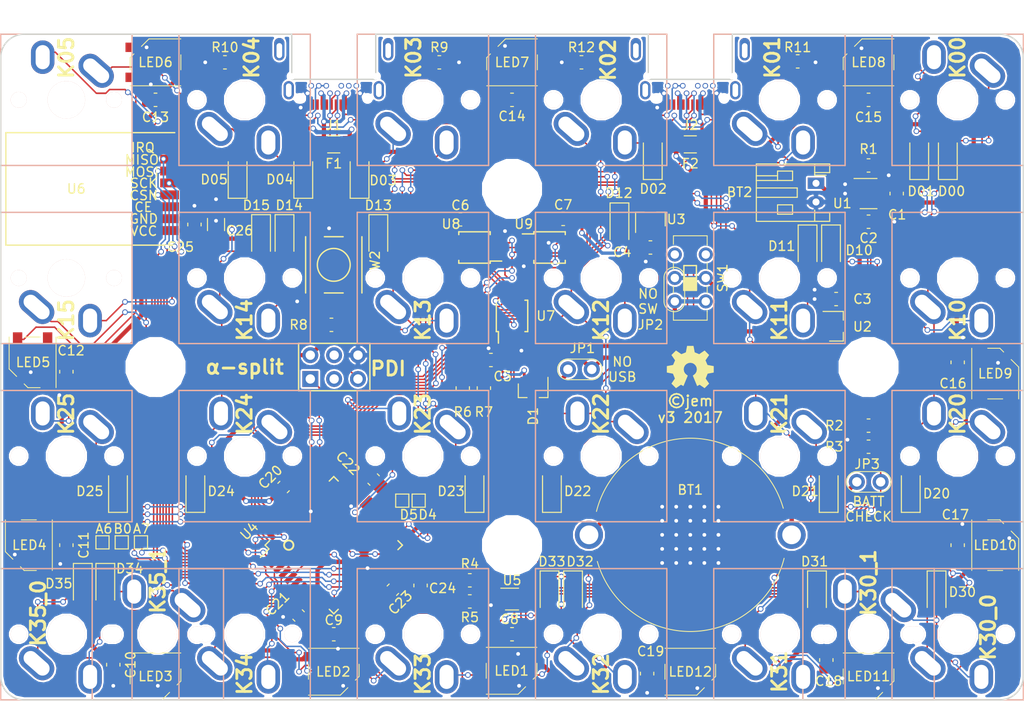
<source format=kicad_pcb>
(kicad_pcb (version 4) (host pcbnew 4.0.7)
  (layers (0 F.Cu signal) (31 B.Cu signal) (34 B.Paste user) (35 F.Paste user) (36 B.SilkS user) (37 F.SilkS user) (38 B.Mask user) (39 F.Mask user) (44 Edge.Cuts user))
  (net 0 "")
  (net 1 +5V)
  (net 2 GND)
  (net 3 /BAT_LVL)
  (net 4 VCC)
  (net 5 /ROW0)
  (net 6 /ROW1)
  (net 7 /ROW2)
  (net 8 /ROW3)
  (net 9 /PDI)
  (net 10 /RST)
  (net 11 /D4)
  (net 12 /D5)
  (net 13 /A6)
  (net 14 /A7)
  (net 15 "Net-(LED1-Pad2)")
  (net 16 "Net-(LED1-Pad4)")
  (net 17 "Net-(LED2-Pad2)")
  (net 18 "Net-(LED3-Pad2)")
  (net 19 "Net-(LED4-Pad2)")
  (net 20 "Net-(LED5-Pad2)")
  (net 21 "Net-(LED6-Pad2)")
  (net 22 "Net-(LED7-Pad2)")
  (net 23 "Net-(LED8-Pad2)")
  (net 24 "Net-(LED10-Pad4)")
  (net 25 "Net-(LED10-Pad2)")
  (net 26 "Net-(LED11-Pad2)")
  (net 27 /BAT_PROG)
  (net 28 /VBUS_CHECK)
  (net 29 /SDA)
  (net 30 /SCL)
  (net 31 /COL0)
  (net 32 /COL1)
  (net 33 /COL2)
  (net 34 /COL3)
  (net 35 /COL4)
  (net 36 /COL5)
  (net 37 /UNDER_LED)
  (net 38 /I2C_LEFT)
  (net 39 /I2C_RIGHT)
  (net 40 /USB_OE)
  (net 41 /CSN)
  (net 42 /MOSI)
  (net 43 /MISO)
  (net 44 /SCK)
  (net 45 /D-)
  (net 46 /D+)
  (net 47 /CE)
  (net 48 /IRQ)
  (net 49 +BATT)
  (net 50 /BAT_STAT)
  (net 51 "Net-(U9-Pad8)")
  (net 52 "Net-(U9-Pad9)")
  (net 53 /BATT_IN)
  (net 54 /BAT_LI_ION)
  (net 55 "Net-(SW1-Pad6)")
  (net 56 "Net-(SW1-Pad3)")
  (net 57 +3V3)
  (net 58 "Net-(J3-Pad3)")
  (net 59 "Net-(J3-Pad4)")
  (net 60 "Net-(LED12-Pad2)")
  (net 61 /B0)
  (net 62 "Net-(D00-Pad2)")
  (net 63 "Net-(D01-Pad2)")
  (net 64 "Net-(D02-Pad2)")
  (net 65 "Net-(D03-Pad2)")
  (net 66 "Net-(D04-Pad2)")
  (net 67 "Net-(D05-Pad2)")
  (net 68 "Net-(D10-Pad2)")
  (net 69 "Net-(D11-Pad2)")
  (net 70 "Net-(D12-Pad2)")
  (net 71 "Net-(D13-Pad2)")
  (net 72 "Net-(D14-Pad2)")
  (net 73 "Net-(D15-Pad2)")
  (net 74 "Net-(D20-Pad2)")
  (net 75 "Net-(D21-Pad2)")
  (net 76 "Net-(D22-Pad2)")
  (net 77 "Net-(D23-Pad2)")
  (net 78 "Net-(D24-Pad2)")
  (net 79 "Net-(D25-Pad2)")
  (net 80 "Net-(D30-Pad2)")
  (net 81 "Net-(D31-Pad2)")
  (net 82 "Net-(D32-Pad2)")
  (net 83 "Net-(D33-Pad2)")
  (net 84 "Net-(D34-Pad2)")
  (net 85 "Net-(D35-Pad2)")
  (net 86 "Net-(U8-Pad8)")
  (net 87 "Net-(U8-Pad9)")
  (net 88 "Net-(J1-PadA5)")
  (net 89 "Net-(J2-PadA5)")
  (net 90 "Net-(J1-PadA2)")
  (net 91 "Net-(J1-PadA3)")
  (net 92 "Net-(J1-PadA8)")
  (net 93 "Net-(J1-PadA10)")
  (net 94 "Net-(J1-PadA11)")
  (net 95 "Net-(J1-PadB11)")
  (net 96 "Net-(J1-PadB8)")
  (net 97 "Net-(J1-PadB10)")
  (net 98 "Net-(J2-PadA2)")
  (net 99 "Net-(J2-PadA3)")
  (net 100 "Net-(J2-PadA8)")
  (net 101 "Net-(J2-PadA10)")
  (net 102 "Net-(J2-PadA11)")
  (net 103 "Net-(J2-PadB11)")
  (net 104 "Net-(J2-PadB8)")
  (net 105 "Net-(J2-PadB10)")
  (net 106 /USB_L_D+)
  (net 107 /USB_L_D-)
  (net 108 /USB_R_D+)
  (net 109 /USB_R_D-)
  (net 110 "Net-(J1-PadB2)")
  (net 111 "Net-(J1-PadB3)")
  (net 112 "Net-(F1-Pad1)")
  (net 113 "Net-(F2-Pad1)")
  (net 114 "Net-(J2-PadB2)")
  (net 115 "Net-(J2-PadB3)")
  (net 116 /USB_SEL)
  (net 117 "Net-(R1-Pad1)")
  (module Resistor_SMD:R_0805_2012Metric (layer F.Cu) (at 92.5 14)
    (fp_text reference R1 (at 0 -1.75 180) (layer F.SilkS))
    (fp_text value 10k)
    (pad 1 smd rect (at -0.955 0) (size 0.97 1.5) (layers F.Cu F.Paste F.Mask) (net 117 "Net-(R1-Pad1)"))
    (pad 2 smd rect (at 0.955 0) (size 0.97 1.5) (layers F.Cu F.Paste F.Mask) (net 27 /BAT_PROG))
  )
  (module Capacitor_SMD:C_0805_2012Metric (layer F.Cu) (at 69.25 22.75)
    (fp_text reference C4 (at -3 0.5 180) (layer F.SilkS))
    (fp_text value 1uF)
    (pad 1 smd rect (at -0.955 0) (size 0.97 1.5) (layers F.Cu F.Paste F.Mask) (net 2 GND))
    (pad 2 smd rect (at 0.955 0) (size 0.97 1.5) (layers F.Cu F.Paste F.Mask) (net 57 +3V3))
  )
  (module jumper:Jumper_1x02_P2.54mm_THT (layer F.Cu) (at 71.8 28.5 180)
    (fp_text reference JP2 (at 2.55 -2.5 180) (layer F.SilkS))
    (fp_text value "NO SW")
  )
  (module switch:SwitchPush_C&K_MultiFoot_RS-187R05A2-DS_And_PTS645_SMT (layer F.Cu) (at 35.5 24.6 90)
    (fp_text reference SW2 (at 0 4.4 90) (layer F.SilkS))
    (fp_text value SW_Push)
    (pad 2 smd rect (at -3.1 1.85 90) (size 1.8 1.1) (layers F.Cu F.Paste F.Mask) (net 10 /RST))
    (pad 2 smd rect (at 3.1 1.85 90) (size 1.8 1.1) (layers F.Cu F.Paste F.Mask) (net 10 /RST))
    (pad 1 smd rect (at 3.1 -1.85 90) (size 1.8 1.1) (layers F.Cu F.Paste F.Mask) (net 2 GND))
    (pad 1 smd rect (at -3.1 -1.85 90) (size 1.8 1.1) (layers F.Cu F.Paste F.Mask) (net 2 GND))
    (pad 2 smd rect (at -3.975 2.25 90) (size 1.55 1.3) (layers F.Cu F.Paste F.Mask) (net 10 /RST))
    (pad 2 smd rect (at 3.975 2.25 90) (size 1.55 1.3) (layers F.Cu F.Paste F.Mask) (net 10 /RST))
    (pad 1 smd rect (at 3.975 -2.25 90) (size 1.55 1.3) (layers F.Cu F.Paste F.Mask) (net 2 GND))
    (pad 1 smd rect (at -3.975 -2.25 90) (size 1.55 1.3) (layers F.Cu F.Paste F.Mask) (net 2 GND))
  )
  (module Diode_SMD:D_SOD-123 (layer F.Cu) (at 30.25 21.5 270)
    (fp_text reference D14 (at -3.25 -0.5 540) (layer F.SilkS))
    (fp_text value D)
    (pad 1 smd rect (at -1.65 0 270) (size 0.9 1.2) (layers F.Cu F.Paste F.Mask) (net 6 /ROW1))
    (pad 2 smd rect (at 1.65 0 270) (size 0.9 1.2) (layers F.Cu F.Paste F.Mask) (net 72 "Net-(D14-Pad2)"))
  )
  (module Conn_PinHeader_2.54mm:PinHeader_2x03_P2.54mm_Vertical (layer F.Cu) (at 33 36.775 90)
    (fp_text reference J3)
    (fp_text value PDI)
    (pad 1 thru_hole rect (at 0 0 90) (size 1.7 1.7) (drill 1) (layers *.Cu *.Mask) (net 9 /PDI))
    (pad 2 thru_hole oval (at 2.54 0 90) (size 1.7 1.7) (drill 1) (layers *.Cu *.Mask) (net 4 VCC))
    (pad 3 thru_hole oval (at 0 2.54 90) (size 1.7 1.7) (drill 1) (layers *.Cu *.Mask) (net 58 "Net-(J3-Pad3)"))
    (pad 4 thru_hole oval (at 2.54 2.54 90) (size 1.7 1.7) (drill 1) (layers *.Cu *.Mask) (net 59 "Net-(J3-Pad4)"))
    (pad 5 thru_hole oval (at 0 5.08 90) (size 1.7 1.7) (drill 1) (layers *.Cu *.Mask) (net 10 /RST))
    (pad 6 thru_hole oval (at 2.54 5.08 90) (size 1.7 1.7) (drill 1) (layers *.Cu *.Mask) (net 2 GND))
  )
  (module Resistor_SMD:R_0805_2012Metric (layer F.Cu) (at 23.9 3 180)
    (fp_text reference R10 (at 0 1.6 180) (layer F.SilkS))
    (fp_text value 5.1k)
    (pad 1 smd rect (at -0.955 0 180) (size 0.97 1.5) (layers F.Cu F.Paste F.Mask) (net 111 "Net-(J1-PadB3)"))
    (pad 2 smd rect (at 0.955 0 180) (size 0.97 1.5) (layers F.Cu F.Paste F.Mask) (net 2 GND))
  )
  (module Package_TO_SOT_SMD:SOT-23 (layer F.Cu) (at 89.05 31.15)
    (fp_text reference U2 (at 2.8 0.05) (layer F.SilkS))
    (fp_text value "MCP1700 (3.0V)")
    (pad 1 smd rect (at -1 -0.95) (size 0.9 0.8) (layers F.Cu F.Paste F.Mask) (net 2 GND))
    (pad 2 smd rect (at -1 0.95) (size 0.9 0.8) (layers F.Cu F.Paste F.Mask) (net 53 /BATT_IN))
    (pad 3 smd rect (at 1 0) (size 0.9 0.8) (layers F.Cu F.Paste F.Mask) (net 54 /BAT_LI_ION))
  )
  (module MountingHole:MountingHole_6mm (layer F.Cu) (at 92.5 35.5)
    (fp_text reference "" (at 0 -7) (layer F.SilkS))
    (fp_text value MountingHole_6mm)
    (pad 1 np_thru_hole circle (at 0 0) (size 6 6) (drill 6) (layers *.Cu *.Mask))
  )
  (module TestPoint:TestPoint_Pad_1.0x1.0mm (layer F.Cu) (at 12.9 54.2)
    (fp_text reference J8 hide)
    (fp_text value B0)
    (pad 1 smd rect (at 0 0) (size 1 1) (layers F.Cu F.Mask) (net 61 /B0))
  )
  (module TestPoint:TestPoint_Pad_1.0x1.0mm (layer F.Cu) (at 10.85 54.2)
    (fp_text reference J6 hide)
    (fp_text value A6)
    (pad 1 smd rect (at 0 0) (size 1 1) (layers F.Cu F.Mask) (net 13 /A6))
  )
  (module Package_TO_SOT_SMD:SOT-353_SC-70-5 (layer F.Cu) (at 54.5 60.25)
    (fp_text reference U5 (at 0 -2) (layer F.SilkS))
    (fp_text value 74LVC1G34)
    (pad 1 smd rect (at -0.95 -0.65) (size 0.65 0.4) (layers F.Cu F.Paste F.Mask))
    (pad 3 smd rect (at -0.95 0.65) (size 0.65 0.4) (layers F.Cu F.Paste F.Mask) (net 2 GND))
    (pad 2 smd rect (at -0.95 0) (size 0.65 0.4) (layers F.Cu F.Paste F.Mask) (net 37 /UNDER_LED))
    (pad 4 smd rect (at 0.95 0.65) (size 0.65 0.4) (layers F.Cu F.Paste F.Mask) (net 16 "Net-(LED1-Pad4)"))
    (pad 5 smd rect (at 0.95 -0.65) (size 0.65 0.4) (layers F.Cu F.Paste F.Mask) (net 1 +5V))
  )
  (module MountingHole:MountingHole_6mm (layer F.Cu) (at 54.5 54.5)
    (fp_text reference "" (at 0 -7) (layer F.SilkS))
    (fp_text value MountingHole_6mm)
    (pad 1 np_thru_hole circle (at 0 0) (size 6 6) (drill 6) (layers *.Cu *.Mask))
  )
  (module MountingHole:MountingHole_6mm (layer F.Cu) (at 54.5 16.5)
    (fp_text reference "" (at 0 -7) (layer F.SilkS))
    (fp_text value MountingHole_6mm)
    (pad 1 np_thru_hole circle (at 0 0) (size 6 6) (drill 6) (layers *.Cu *.Mask))
  )
  (module Package_SSOP:MSOP-10_3x3mm_P0.5mm (layer F.Cu) (at 58.5 22.75)
    (fp_text reference U9 (at -2.75 -2.5 180) (layer F.SilkS))
    (fp_text value FSUSB42)
    (pad 1 smd rect (at -2.2 -1) (size 1.4 0.3) (layers F.Cu F.Paste F.Mask) (net 57 +3V3))
    (pad 2 smd rect (at -2.2 -0.5) (size 1.4 0.3) (layers F.Cu F.Paste F.Mask) (net 2 GND))
    (pad 3 smd rect (at -2.2 0) (size 1.4 0.3) (layers F.Cu F.Paste F.Mask) (net 29 /SDA))
    (pad 4 smd rect (at -2.2 0.5) (size 1.4 0.3) (layers F.Cu F.Paste F.Mask) (net 30 /SCL))
    (pad 5 smd rect (at -2.2 1) (size 1.4 0.3) (layers F.Cu F.Paste F.Mask) (net 2 GND))
    (pad 6 smd rect (at 2.2 1) (size 1.4 0.3) (layers F.Cu F.Paste F.Mask) (net 109 /USB_R_D-))
    (pad 7 smd rect (at 2.2 0.5) (size 1.4 0.3) (layers F.Cu F.Paste F.Mask) (net 108 /USB_R_D+))
    (pad 8 smd rect (at 2.2 0) (size 1.4 0.3) (layers F.Cu F.Paste F.Mask) (net 51 "Net-(U9-Pad8)"))
    (pad 9 smd rect (at 2.2 -0.5) (size 1.4 0.3) (layers F.Cu F.Paste F.Mask) (net 52 "Net-(U9-Pad9)"))
    (pad 10 smd rect (at 2.2 -1) (size 1.4 0.3) (layers F.Cu F.Paste F.Mask) (net 39 /I2C_RIGHT))
  )
  (module MountingHole:MountingHole_6mm (layer F.Cu) (at 16.5 35.5)
    (fp_text reference "" (at 0 -7) (layer F.SilkS))
    (fp_text value MountingHole_6mm)
    (pad 1 np_thru_hole circle (at 0 0) (size 6 6) (drill 6) (layers *.Cu *.Mask))
  )
  (module StitchVia_2x2_0.3mm (layer F.Cu) (at 76.5 56.4)
    (fp_text reference REF** hide)
    (fp_text value StitchVia_0.3mm hide)
    (pad 1 thru_hole circle (at 0 0) (size 0.6 0.6) (drill 0.4) (layers *.Cu) (net 2 GND))
  )
  (module StitchVia_2x2_0.3mm (layer F.Cu) (at 75 56.4)
    (fp_text reference REF** hide)
    (fp_text value StitchVia_0.3mm hide)
    (pad 1 thru_hole circle (at 0 0) (size 0.6 0.6) (drill 0.4) (layers *.Cu) (net 2 GND))
  )
  (module StitchVia_2x2_0.3mm (layer F.Cu) (at 73.5 56.4)
    (fp_text reference REF** hide)
    (fp_text value StitchVia_0.3mm hide)
    (pad 1 thru_hole circle (at 0 0) (size 0.6 0.6) (drill 0.4) (layers *.Cu) (net 2 GND))
  )
  (module StitchVia_2x2_0.3mm (layer F.Cu) (at 72 56.4)
    (fp_text reference REF** hide)
    (fp_text value StitchVia_0.3mm hide)
    (pad 1 thru_hole circle (at 0 0) (size 0.6 0.6) (drill 0.4) (layers *.Cu) (net 2 GND))
  )
  (module StitchVia_2x2_0.3mm (layer F.Cu) (at 70.5 56.4)
    (fp_text reference REF** hide)
    (fp_text value StitchVia_0.3mm hide)
    (pad 1 thru_hole circle (at 0 0) (size 0.6 0.6) (drill 0.4) (layers *.Cu) (net 2 GND))
  )
  (module StitchVia_2x2_0.3mm (layer F.Cu) (at 76.5 54.9)
    (fp_text reference REF** hide)
    (fp_text value StitchVia_0.3mm hide)
    (pad 1 thru_hole circle (at 0 0) (size 0.6 0.6) (drill 0.4) (layers *.Cu) (net 2 GND))
  )
  (module StitchVia_2x2_0.3mm (layer F.Cu) (at 75 54.9)
    (fp_text reference REF** hide)
    (fp_text value StitchVia_0.3mm hide)
    (pad 1 thru_hole circle (at 0 0) (size 0.6 0.6) (drill 0.4) (layers *.Cu) (net 2 GND))
  )
  (module StitchVia_2x2_0.3mm (layer F.Cu) (at 73.5 54.9)
    (fp_text reference REF** hide)
    (fp_text value StitchVia_0.3mm hide)
    (pad 1 thru_hole circle (at 0 0) (size 0.6 0.6) (drill 0.4) (layers *.Cu) (net 2 GND))
  )
  (module StitchVia_2x2_0.3mm (layer F.Cu) (at 72 54.9)
    (fp_text reference REF** hide)
    (fp_text value StitchVia_0.3mm hide)
    (pad 1 thru_hole circle (at 0 0) (size 0.6 0.6) (drill 0.4) (layers *.Cu) (net 2 GND))
  )
  (module StitchVia_2x2_0.3mm (layer F.Cu) (at 70.5 54.9)
    (fp_text reference REF** hide)
    (fp_text value StitchVia_0.3mm hide)
    (pad 1 thru_hole circle (at 0 0) (size 0.6 0.6) (drill 0.4) (layers *.Cu) (net 2 GND))
  )
  (module StitchVia_2x2_0.3mm (layer F.Cu) (at 76.5 53.4)
    (fp_text reference REF** hide)
    (fp_text value StitchVia_0.3mm hide)
    (pad 1 thru_hole circle (at 0 0) (size 0.6 0.6) (drill 0.4) (layers *.Cu) (net 2 GND))
  )
  (module StitchVia_2x2_0.3mm (layer F.Cu) (at 75 53.4)
    (fp_text reference REF** hide)
    (fp_text value StitchVia_0.3mm hide)
    (pad 1 thru_hole circle (at 0 0) (size 0.6 0.6) (drill 0.4) (layers *.Cu) (net 2 GND))
  )
  (module StitchVia_2x2_0.3mm (layer F.Cu) (at 73.5 53.4)
    (fp_text reference REF** hide)
    (fp_text value StitchVia_0.3mm hide)
    (pad 1 thru_hole circle (at 0 0) (size 0.6 0.6) (drill 0.4) (layers *.Cu) (net 2 GND))
  )
  (module StitchVia_2x2_0.3mm (layer F.Cu) (at 72 53.4)
    (fp_text reference REF** hide)
    (fp_text value StitchVia_0.3mm hide)
    (pad 1 thru_hole circle (at 0 0) (size 0.6 0.6) (drill 0.4) (layers *.Cu) (net 2 GND))
  )
  (module StitchVia_2x2_0.3mm (layer F.Cu) (at 70.5 53.4)
    (fp_text reference REF** hide)
    (fp_text value StitchVia_0.3mm hide)
    (pad 1 thru_hole circle (at 0 0) (size 0.6 0.6) (drill 0.4) (layers *.Cu) (net 2 GND))
  )
  (module StitchVia_2x2_0.3mm (layer F.Cu) (at 76.5 51.9)
    (fp_text reference REF** hide)
    (fp_text value StitchVia_0.3mm hide)
    (pad 1 thru_hole circle (at 0 0) (size 0.6 0.6) (drill 0.4) (layers *.Cu) (net 2 GND))
  )
  (module StitchVia_2x2_0.3mm (layer F.Cu) (at 75 51.9)
    (fp_text reference REF** hide)
    (fp_text value StitchVia_0.3mm hide)
    (pad 1 thru_hole circle (at 0 0) (size 0.6 0.6) (drill 0.4) (layers *.Cu) (net 2 GND))
  )
  (module StitchVia_2x2_0.3mm (layer F.Cu) (at 73.5 51.9)
    (fp_text reference REF** hide)
    (fp_text value StitchVia_0.3mm hide)
    (pad 1 thru_hole circle (at 0 0) (size 0.6 0.6) (drill 0.4) (layers *.Cu) (net 2 GND))
  )
  (module StitchVia_2x2_0.3mm (layer F.Cu) (at 72 51.9)
    (fp_text reference REF** hide)
    (fp_text value StitchVia_0.3mm hide)
    (pad 1 thru_hole circle (at 0 0) (size 0.6 0.6) (drill 0.4) (layers *.Cu) (net 2 GND))
  )
  (module StitchVia_2x2_0.3mm (layer F.Cu) (at 70.5 51.9)
    (fp_text reference REF** hide)
    (fp_text value StitchVia_0.3mm hide)
    (pad 1 thru_hole circle (at 0 0) (size 0.6 0.6) (drill 0.4) (layers *.Cu) (net 2 GND))
  )
  (module StitchVia_2x2_0.3mm (layer F.Cu) (at 76.5 50.4)
    (fp_text reference REF** hide)
    (fp_text value StitchVia_0.3mm hide)
    (pad 1 thru_hole circle (at 0 0) (size 0.6 0.6) (drill 0.4) (layers *.Cu) (net 2 GND))
  )
  (module StitchVia_2x2_0.3mm (layer F.Cu) (at 75 50.4)
    (fp_text reference REF** hide)
    (fp_text value StitchVia_0.3mm hide)
    (pad 1 thru_hole circle (at 0 0) (size 0.6 0.6) (drill 0.4) (layers *.Cu) (net 2 GND))
  )
  (module StitchVia_2x2_0.3mm (layer F.Cu) (at 73.5 50.4)
    (fp_text reference REF** hide)
    (fp_text value StitchVia_0.3mm hide)
    (pad 1 thru_hole circle (at 0 0) (size 0.6 0.6) (drill 0.4) (layers *.Cu) (net 2 GND))
  )
  (module StitchVia_2x2_0.3mm (layer F.Cu) (at 72 50.4)
    (fp_text reference REF** hide)
    (fp_text value StitchVia_0.3mm hide)
    (pad 1 thru_hole circle (at 0 0) (size 0.6 0.6) (drill 0.4) (layers *.Cu) (net 2 GND))
  )
  (module StitchVia_2x2_0.3mm (layer F.Cu) (at 70.5 50.4)
    (fp_text reference REF** hide)
    (fp_text value StitchVia_0.3mm hide)
    (pad 1 thru_hole circle (at 0 0) (size 0.6 0.6) (drill 0.4) (layers *.Cu) (net 2 GND))
  )
  (module Package_QFP:TQFP-44_10x10mm_P0.8mm (layer F.Cu) (at 35.5 54.5 45)
    (fp_text reference U4 (at -5.303301 -7.424621 45) (layer F.SilkS))
    (fp_text value ATXMEGA-A4U-EPAD)
    (pad 1 smd rect (at -5.7 -4 45) (size 1.5 0.55) (layers F.Cu F.Paste F.Mask) (net 36 /COL5))
    (pad 2 smd rect (at -5.7 -3.2 45) (size 1.5 0.55) (layers F.Cu F.Paste F.Mask) (net 13 /A6))
    (pad 3 smd rect (at -5.7 -2.4 45) (size 1.5 0.55) (layers F.Cu F.Paste F.Mask) (net 14 /A7))
    (pad 4 smd rect (at -5.7 -1.6 45) (size 1.5 0.55) (layers F.Cu F.Paste F.Mask) (net 61 /B0))
    (pad 5 smd rect (at -5.7 -0.8 45) (size 1.5 0.55) (layers F.Cu F.Paste F.Mask) (net 3 /BAT_LVL))
    (pad 6 smd rect (at -5.7 0 45) (size 1.5 0.55) (layers F.Cu F.Paste F.Mask) (net 47 /CE))
    (pad 7 smd rect (at -5.7 0.8 45) (size 1.5 0.55) (layers F.Cu F.Paste F.Mask) (net 48 /IRQ))
    (pad 8 smd rect (at -5.7 1.6 45) (size 1.5 0.55) (layers F.Cu F.Paste F.Mask) (net 2 GND))
    (pad 9 smd rect (at -5.7 2.4 45) (size 1.5 0.55) (layers F.Cu F.Paste F.Mask) (net 4 VCC))
    (pad 10 smd rect (at -5.7 3.2 45) (size 1.5 0.55) (layers F.Cu F.Paste F.Mask) (net 37 /UNDER_LED))
    (pad 11 smd rect (at -5.7 4 45) (size 1.5 0.55) (layers F.Cu F.Paste F.Mask) (net 28 /VBUS_CHECK))
    (pad 12 smd rect (at -4 5.7 135) (size 1.5 0.55) (layers F.Cu F.Paste F.Mask) (net 27 /BAT_PROG))
    (pad 13 smd rect (at -3.2 5.7 135) (size 1.5 0.55) (layers F.Cu F.Paste F.Mask) (net 50 /BAT_STAT))
    (pad 14 smd rect (at -2.4 5.7 135) (size 1.5 0.55) (layers F.Cu F.Paste F.Mask) (net 41 /CSN))
    (pad 15 smd rect (at -1.6 5.7 135) (size 1.5 0.55) (layers F.Cu F.Paste F.Mask) (net 42 /MOSI))
    (pad 16 smd rect (at -0.8 5.7 135) (size 1.5 0.55) (layers F.Cu F.Paste F.Mask) (net 43 /MISO))
    (pad 17 smd rect (at 0 5.7 135) (size 1.5 0.55) (layers F.Cu F.Paste F.Mask) (net 44 /SCK))
    (pad 18 smd rect (at 0.8 5.7 135) (size 1.5 0.55) (layers F.Cu F.Paste F.Mask) (net 2 GND))
    (pad 19 smd rect (at 1.6 5.7 135) (size 1.5 0.55) (layers F.Cu F.Paste F.Mask) (net 4 VCC))
    (pad 20 smd rect (at 2.4 5.7 135) (size 1.5 0.55) (layers F.Cu F.Paste F.Mask) (net 8 /ROW3))
    (pad 21 smd rect (at 3.2 5.7 135) (size 1.5 0.55) (layers F.Cu F.Paste F.Mask) (net 7 /ROW2))
    (pad 22 smd rect (at 4 5.7 135) (size 1.5 0.55) (layers F.Cu F.Paste F.Mask) (net 5 /ROW0))
    (pad 23 smd rect (at 5.7 4 45) (size 1.5 0.55) (layers F.Cu F.Paste F.Mask) (net 6 /ROW1))
    (pad 24 smd rect (at 5.7 3.2 45) (size 1.5 0.55) (layers F.Cu F.Paste F.Mask) (net 11 /D4))
    (pad 25 smd rect (at 5.7 2.4 45) (size 1.5 0.55) (layers F.Cu F.Paste F.Mask) (net 12 /D5))
    (pad 26 smd rect (at 5.7 1.6 45) (size 1.5 0.55) (layers F.Cu F.Paste F.Mask) (net 45 /D-))
    (pad 27 smd rect (at 5.7 0.8 45) (size 1.5 0.55) (layers F.Cu F.Paste F.Mask) (net 46 /D+))
    (pad 28 smd rect (at 5.7 0 45) (size 1.5 0.55) (layers F.Cu F.Paste F.Mask) (net 29 /SDA))
    (pad 29 smd rect (at 5.7 -0.8 45) (size 1.5 0.55) (layers F.Cu F.Paste F.Mask) (net 30 /SCL))
    (pad 30 smd rect (at 5.7 -1.6 45) (size 1.5 0.55) (layers F.Cu F.Paste F.Mask) (net 2 GND))
    (pad 31 smd rect (at 5.7 -2.4 45) (size 1.5 0.55) (layers F.Cu F.Paste F.Mask) (net 4 VCC))
    (pad 32 smd rect (at 5.7 -3.2 45) (size 1.5 0.55) (layers F.Cu F.Paste F.Mask) (net 116 /USB_SEL))
    (pad 33 smd rect (at 5.7 -4 45) (size 1.5 0.55) (layers F.Cu F.Paste F.Mask) (net 39 /I2C_RIGHT))
    (pad 34 smd rect (at 4 -5.7 135) (size 1.5 0.55) (layers F.Cu F.Paste F.Mask) (net 9 /PDI))
    (pad 35 smd rect (at 3.2 -5.7 135) (size 1.5 0.55) (layers F.Cu F.Paste F.Mask) (net 10 /RST))
    (pad 36 smd rect (at 2.4 -5.7 135) (size 1.5 0.55) (layers F.Cu F.Paste F.Mask) (net 38 /I2C_LEFT))
    (pad 37 smd rect (at 1.6 -5.7 135) (size 1.5 0.55) (layers F.Cu F.Paste F.Mask) (net 40 /USB_OE))
    (pad 38 smd rect (at 0.8 -5.7 135) (size 1.5 0.55) (layers F.Cu F.Paste F.Mask) (net 2 GND))
    (pad 39 smd rect (at 0 -5.7 135) (size 1.5 0.55) (layers F.Cu F.Paste F.Mask) (net 4 VCC))
    (pad 40 smd rect (at -0.8 -5.7 135) (size 1.5 0.55) (layers F.Cu F.Paste F.Mask) (net 33 /COL2))
    (pad 41 smd rect (at -1.6 -5.7 135) (size 1.5 0.55) (layers F.Cu F.Paste F.Mask) (net 32 /COL1))
    (pad 42 smd rect (at -2.4 -5.7 135) (size 1.5 0.55) (layers F.Cu F.Paste F.Mask) (net 31 /COL0))
    (pad 43 smd rect (at -3.2 -5.7 135) (size 1.5 0.55) (layers F.Cu F.Paste F.Mask) (net 34 /COL3))
    (pad 44 smd rect (at -4 -5.7 135) (size 1.5 0.55) (layers F.Cu F.Paste F.Mask) (net 35 /COL4))
  )
  (module Resistor_SMD:R_0805_2012Metric (layer F.Cu) (at 50 58.25 180)
    (fp_text reference R4 (at 0 1.75 180) (layer F.SilkS))
    (fp_text value 100k)
    (pad 1 smd rect (at -0.955 0 180) (size 0.97 1.5) (layers F.Cu F.Paste F.Mask) (net 1 +5V))
    (pad 2 smd rect (at 0.955 0 180) (size 0.97 1.5) (layers F.Cu F.Paste F.Mask) (net 28 /VBUS_CHECK))
  )
  (module Package_TO_SOT_SMD:SOT-23 (layer F.Cu) (at 56.75 38 270)
    (fp_text reference D1 (at 2.75 0 270) (layer F.SilkS))
    (fp_text value D_Schottky_x2_KCom_AAK)
    (pad 1 smd rect (at -1 -0.95 270) (size 0.9 0.8) (layers F.Cu F.Paste F.Mask) (net 49 +BATT))
    (pad 2 smd rect (at -1 0.95 270) (size 0.9 0.8) (layers F.Cu F.Paste F.Mask) (net 57 +3V3))
    (pad 3 smd rect (at 1 0 270) (size 0.9 0.8) (layers F.Cu F.Paste F.Mask) (net 4 VCC))
  )
  (module Package_TO_SOT_SMD:SOT-23-5 (layer F.Cu) (at 92.5 17)
    (fp_text reference U1 (at -2.8 1.05) (layer F.SilkS))
    (fp_text value MCP73831)
    (pad 1 smd rect (at -1.1 -0.95) (size 1.06 0.65) (layers F.Cu F.Paste F.Mask) (net 50 /BAT_STAT))
    (pad 2 smd rect (at -1.1 0) (size 1.06 0.65) (layers F.Cu F.Paste F.Mask) (net 2 GND))
    (pad 3 smd rect (at -1.1 0.95) (size 1.06 0.65) (layers F.Cu F.Paste F.Mask) (net 54 /BAT_LI_ION))
    (pad 4 smd rect (at 1.1 0.95) (size 1.06 0.65) (layers F.Cu F.Paste F.Mask) (net 1 +5V))
    (pad 5 smd rect (at 1.1 -0.95) (size 1.06 0.65) (layers F.Cu F.Paste F.Mask) (net 117 "Net-(R1-Pad1)"))
  )
  (module Package_TO_SOT_SMD:SOT-23 (layer F.Cu) (at 69.25 19.75 90)
    (fp_text reference U3 (at 0 2.75 180) (layer F.SilkS))
    (fp_text value "MCP1700 (3.3V)")
    (pad 1 smd rect (at -1 -0.95 90) (size 0.9 0.8) (layers F.Cu F.Paste F.Mask) (net 2 GND))
    (pad 2 smd rect (at -1 0.95 90) (size 0.9 0.8) (layers F.Cu F.Paste F.Mask) (net 57 +3V3))
    (pad 3 smd rect (at 1 0 90) (size 0.9 0.8) (layers F.Cu F.Paste F.Mask) (net 1 +5V))
  )
  (module nordic:NRF24L01-Module-SMD (layer F.Cu) (at 17.55 16.5)
    (fp_text reference U6 (at -9.5 0) (layer F.SilkS))
    (fp_text value nRF24L01_module)
    (fp_text user IRQ (at -2.4 -4.4) (layer F.SilkS))
    (fp_text user MISO (at -2.5 -3.1) (layer F.SilkS))
    (fp_text user MOSI (at -2.5 -1.8) (layer F.SilkS))
    (fp_text user SCK (at -2.3 -0.6) (layer F.SilkS))
    (fp_text user CSN (at -2.3 0.7) (layer F.SilkS))
    (fp_text user CE (at -2.35 1.95) (layer F.SilkS))
    (fp_text user GND (at -2.3 3.2) (layer F.SilkS))
    (fp_text user VCC (at -2.3 4.5) (layer F.SilkS))
    (pad 8 smd rect (at 0 -4.445) (size 2 0.95) (drill (offset 0.45 0)) (layers F.Cu F.Paste F.Mask) (net 48 /IRQ))
    (pad 7 smd rect (at 0 -3.175) (size 2 0.95) (drill (offset 0.45 0)) (layers F.Cu F.Paste F.Mask) (net 43 /MISO))
    (pad 6 smd rect (at 0 -1.905) (size 2 0.95) (drill (offset 0.45 0)) (layers F.Cu F.Paste F.Mask) (net 42 /MOSI))
    (pad 5 smd rect (at 0 -0.635) (size 2 0.95) (drill (offset 0.45 0)) (layers F.Cu F.Paste F.Mask) (net 44 /SCK))
    (pad 4 smd rect (at 0 0.635) (size 2 0.95) (drill (offset 0.45 0)) (layers F.Cu F.Paste F.Mask) (net 41 /CSN))
    (pad 3 smd rect (at 0 1.905) (size 2 0.95) (drill (offset 0.45 0)) (layers F.Cu F.Paste F.Mask) (net 47 /CE))
    (pad 2 smd rect (at 0 3.175) (size 2 0.95) (drill (offset 0.45 0)) (layers F.Cu F.Paste F.Mask) (net 2 GND))
    (pad 1 smd rect (at 0 4.445) (size 2 0.95) (drill (offset 0.45 0)) (layers F.Cu F.Paste F.Mask) (net 4 VCC))
  )
  (module Conn_JST:JST_PH_S2B-PH-K_1x02_P2.00mm_Horizontal (layer F.Cu) (at 86.9 15.9 270)
    (fp_text reference BT2 (at 0.95 8.15 360) (layer F.SilkS))
    (fp_text value Battery_Cell)
    (pad 1 thru_hole rect (at 0 0 270) (size 1.2 1.75) (drill 0.75) (layers *.Cu *.Mask) (net 54 /BAT_LI_ION))
    (pad 2 thru_hole oval (at 2 0 270) (size 1.2 1.75) (drill 0.75) (layers *.Cu *.Mask) (net 2 GND))
  )
  (module Package_SSOP:MSOP-10_3x3mm_P0.5mm (layer F.Cu) (at 54.5 30.05 90)
    (fp_text reference U7 (at 0 3.6 180) (layer F.SilkS))
    (fp_text value FSUSB42)
    (pad 1 smd rect (at -2.2 -1 90) (size 1.4 0.3) (layers F.Cu F.Paste F.Mask) (net 57 +3V3))
    (pad 2 smd rect (at -2.2 -0.5 90) (size 1.4 0.3) (layers F.Cu F.Paste F.Mask) (net 116 /USB_SEL))
    (pad 3 smd rect (at -2.2 0 90) (size 1.4 0.3) (layers F.Cu F.Paste F.Mask) (net 46 /D+))
    (pad 4 smd rect (at -2.2 0.5 90) (size 1.4 0.3) (layers F.Cu F.Paste F.Mask) (net 45 /D-))
    (pad 5 smd rect (at -2.2 1 90) (size 1.4 0.3) (layers F.Cu F.Paste F.Mask) (net 2 GND))
    (pad 6 smd rect (at 2.2 1 90) (size 1.4 0.3) (layers F.Cu F.Paste F.Mask) (net 109 /USB_R_D-))
    (pad 7 smd rect (at 2.2 0.5 90) (size 1.4 0.3) (layers F.Cu F.Paste F.Mask) (net 108 /USB_R_D+))
    (pad 8 smd rect (at 2.2 0 90) (size 1.4 0.3) (layers F.Cu F.Paste F.Mask) (net 107 /USB_L_D-))
    (pad 9 smd rect (at 2.2 -0.5 90) (size 1.4 0.3) (layers F.Cu F.Paste F.Mask) (net 106 /USB_L_D+))
    (pad 10 smd rect (at 2.2 -1 90) (size 1.4 0.3) (layers F.Cu F.Paste F.Mask) (net 40 /USB_OE))
  )
  (module Capacitor_SMD:C_0805_2012Metric (layer F.Cu) (at 95.5 17 90)
    (fp_text reference C1 (at -2.25 0.05 360) (layer F.SilkS))
    (fp_text value 4.7uF)
    (pad 1 smd rect (at -0.955 0 90) (size 0.97 1.5) (layers F.Cu F.Paste F.Mask) (net 1 +5V))
    (pad 2 smd rect (at 0.955 0 90) (size 0.97 1.5) (layers F.Cu F.Paste F.Mask) (net 2 GND))
  )
  (module Capacitor_SMD:C_0805_2012Metric (layer F.Cu) (at 92.5 20)
    (fp_text reference C2 (at 0 1.75) (layer F.SilkS))
    (fp_text value 4.7uF)
    (pad 1 smd rect (at -0.955 0) (size 0.97 1.5) (layers F.Cu F.Paste F.Mask) (net 54 /BAT_LI_ION))
    (pad 2 smd rect (at 0.955 0) (size 0.97 1.5) (layers F.Cu F.Paste F.Mask) (net 2 GND))
  )
  (module Capacitor_SMD:C_0805_2012Metric (layer F.Cu) (at 89.045 28.25)
    (fp_text reference C3 (at 2.805 0 180) (layer F.SilkS))
    (fp_text value 1uF)
    (pad 1 smd rect (at -0.955 0) (size 0.97 1.5) (layers F.Cu F.Paste F.Mask) (net 2 GND))
    (pad 2 smd rect (at 0.955 0) (size 0.97 1.5) (layers F.Cu F.Paste F.Mask) (net 53 /BATT_IN))
  )
  (module Capacitor_SMD:C_0805_2012Metric (layer F.Cu) (at 54.5 64)
    (fp_text reference C8 (at -0.25 -1.6) (layer F.SilkS))
    (fp_text value 0.1uF)
    (pad 1 smd rect (at -0.955 0) (size 0.97 1.5) (layers F.Cu F.Paste F.Mask) (net 1 +5V))
    (pad 2 smd rect (at 0.955 0) (size 0.97 1.5) (layers F.Cu F.Paste F.Mask) (net 2 GND))
  )
  (module Capacitor_SMD:C_0805_2012Metric (layer F.Cu) (at 35.5 64)
    (fp_text reference C9 (at 0 -1.5) (layer F.SilkS))
    (fp_text value 0.1uF)
    (pad 1 smd rect (at -0.955 0) (size 0.97 1.5) (layers F.Cu F.Paste F.Mask) (net 1 +5V))
    (pad 2 smd rect (at 0.955 0) (size 0.97 1.5) (layers F.Cu F.Paste F.Mask) (net 2 GND))
  )
  (module Capacitor_SMD:C_0805_2012Metric (layer F.Cu) (at 31.75 62 315)
    (fp_text reference C21 (at -2.474874 0.707107 405) (layer F.SilkS))
    (fp_text value 0.1uF)
    (pad 1 smd rect (at -0.955 0 315) (size 0.97 1.5) (layers F.Cu F.Paste F.Mask) (net 2 GND))
    (pad 2 smd rect (at 0.955 0 315) (size 0.97 1.5) (layers F.Cu F.Paste F.Mask) (net 4 VCC))
  )
  (module Capacitor_SMD:C_0805_2012Metric (layer F.Cu) (at 30.15 48.3 225)
    (fp_text reference C20 (at 0.247487 1.732412 225) (layer F.SilkS))
    (fp_text value 0.1uF)
    (pad 1 smd rect (at -0.955 0 225) (size 0.97 1.5) (layers F.Cu F.Paste F.Mask) (net 2 GND))
    (pad 2 smd rect (at 0.955 0 225) (size 0.97 1.5) (layers F.Cu F.Paste F.Mask) (net 4 VCC))
  )
  (module Capacitor_SMD:C_0805_2012Metric (layer F.Cu) (at 39.75 47.5 135)
    (fp_text reference C22 (at 3.181981 -0.707107 135) (layer F.SilkS))
    (fp_text value 0.1uF)
    (pad 1 smd rect (at -0.955 0 135) (size 0.97 1.5) (layers F.Cu F.Paste F.Mask) (net 2 GND))
    (pad 2 smd rect (at 0.955 0 135) (size 0.97 1.5) (layers F.Cu F.Paste F.Mask) (net 4 VCC))
  )
  (module Capacitor_SMD:C_0805_2012Metric (layer F.Cu) (at 12 67.25 270)
    (fp_text reference C10 (at 0 -1.85 270) (layer F.SilkS))
    (fp_text value 0.1uF)
    (pad 1 smd rect (at -0.955 0 270) (size 0.97 1.5) (layers F.Cu F.Paste F.Mask) (net 1 +5V))
    (pad 2 smd rect (at 0.955 0 270) (size 0.97 1.5) (layers F.Cu F.Paste F.Mask) (net 2 GND))
  )
  (module Capacitor_SMD:C_0805_2012Metric (layer F.Cu) (at 7 54.5 270)
    (fp_text reference C11 (at 0 -1.85 270) (layer F.SilkS))
    (fp_text value 0.1uF)
    (pad 1 smd rect (at -0.955 0 270) (size 0.97 1.5) (layers F.Cu F.Paste F.Mask) (net 1 +5V))
    (pad 2 smd rect (at 0.955 0 270) (size 0.97 1.5) (layers F.Cu F.Paste F.Mask) (net 2 GND))
  )
  (module Capacitor_SMD:C_0805_2012Metric (layer F.Cu) (at 7 36 270)
    (fp_text reference C12 (at -2.25 -0.5 540) (layer F.SilkS))
    (fp_text value 0.1uF)
    (pad 1 smd rect (at -0.955 0 270) (size 0.97 1.5) (layers F.Cu F.Paste F.Mask) (net 1 +5V))
    (pad 2 smd rect (at 0.955 0 270) (size 0.97 1.5) (layers F.Cu F.Paste F.Mask) (net 2 GND))
  )
  (module Capacitor_SMD:C_0805_2012Metric (layer F.Cu) (at 16.5 7 180)
    (fp_text reference C13 (at 0 -1.85 180) (layer F.SilkS))
    (fp_text value 0.1uF)
    (pad 1 smd rect (at -0.955 0 180) (size 0.97 1.5) (layers F.Cu F.Paste F.Mask) (net 1 +5V))
    (pad 2 smd rect (at 0.955 0 180) (size 0.97 1.5) (layers F.Cu F.Paste F.Mask) (net 2 GND))
  )
  (module Capacitor_SMD:C_0805_2012Metric (layer F.Cu) (at 54.5 7 180)
    (fp_text reference C14 (at 0 -1.75 180) (layer F.SilkS))
    (fp_text value 0.1uF)
    (pad 1 smd rect (at -0.955 0 180) (size 0.97 1.5) (layers F.Cu F.Paste F.Mask) (net 1 +5V))
    (pad 2 smd rect (at 0.955 0 180) (size 0.97 1.5) (layers F.Cu F.Paste F.Mask) (net 2 GND))
  )
  (module Capacitor_SMD:C_0805_2012Metric (layer F.Cu) (at 41.8 59.25 45)
    (fp_text reference C23 (at -0.424264 1.555635 45) (layer F.SilkS))
    (fp_text value 0.1uF)
    (pad 1 smd rect (at -0.955 0 45) (size 0.97 1.5) (layers F.Cu F.Paste F.Mask) (net 2 GND))
    (pad 2 smd rect (at 0.955 0 45) (size 0.97 1.5) (layers F.Cu F.Paste F.Mask) (net 4 VCC))
  )
  (module Capacitor_SMD:C_0805_2012Metric (layer F.Cu) (at 44.75 58.8 90)
    (fp_text reference C24 (at -0.3 2.35 180) (layer F.SilkS))
    (fp_text value 10uF)
    (pad 1 smd rect (at -0.955 0 90) (size 0.97 1.5) (layers F.Cu F.Paste F.Mask) (net 2 GND))
    (pad 2 smd rect (at 0.955 0 90) (size 0.97 1.5) (layers F.Cu F.Paste F.Mask) (net 4 VCC))
  )
  (module Capacitor_SMD:C_0805_2012Metric (layer F.Cu) (at 92.5 7 180)
    (fp_text reference C15 (at 0 -1.85 180) (layer F.SilkS))
    (fp_text value 0.1uF)
    (pad 1 smd rect (at -0.955 0 180) (size 0.97 1.5) (layers F.Cu F.Paste F.Mask) (net 1 +5V))
    (pad 2 smd rect (at 0.955 0 180) (size 0.97 1.5) (layers F.Cu F.Paste F.Mask) (net 2 GND))
  )
  (module Capacitor_SMD:C_0805_2012Metric (layer F.Cu) (at 102 35 90)
    (fp_text reference C16 (at -2.25 -0.5 180) (layer F.SilkS))
    (fp_text value 0.1uF)
    (pad 1 smd rect (at -0.955 0 90) (size 0.97 1.5) (layers F.Cu F.Paste F.Mask) (net 1 +5V))
    (pad 2 smd rect (at 0.955 0 90) (size 0.97 1.5) (layers F.Cu F.Paste F.Mask) (net 2 GND))
  )
  (module Capacitor_SMD:C_0805_2012Metric (layer F.Cu) (at 102 54.5 90)
    (fp_text reference C17 (at 3.25 -0.25 180) (layer F.SilkS))
    (fp_text value 0.1uF)
    (pad 1 smd rect (at -0.955 0 90) (size 0.97 1.5) (layers F.Cu F.Paste F.Mask) (net 1 +5V))
    (pad 2 smd rect (at 0.955 0 90) (size 0.97 1.5) (layers F.Cu F.Paste F.Mask) (net 2 GND))
  )
  (module Capacitor_SMD:C_0805_2012Metric (layer F.Cu) (at 88 66.75 270)
    (fp_text reference C18 (at 2.25 -0.25 360) (layer F.SilkS))
    (fp_text value 0.1uF)
    (pad 1 smd rect (at -0.955 0 270) (size 0.97 1.5) (layers F.Cu F.Paste F.Mask) (net 1 +5V))
    (pad 2 smd rect (at 0.955 0 270) (size 0.97 1.5) (layers F.Cu F.Paste F.Mask) (net 2 GND))
  )
  (module Capacitor_SMD:C_0805_2012Metric (layer F.Cu) (at 68.9 68.2 270)
    (fp_text reference C19 (at -2.375 -0.375 360) (layer F.SilkS))
    (fp_text value 0.1uF)
    (pad 1 smd rect (at -0.955 0 270) (size 0.97 1.5) (layers F.Cu F.Paste F.Mask) (net 1 +5V))
    (pad 2 smd rect (at 0.955 0 270) (size 0.97 1.5) (layers F.Cu F.Paste F.Mask) (net 2 GND))
  )
  (module Capacitor_SMD:C_0805_2012Metric (layer F.Cu) (at 52.25 34.75 180)
    (fp_text reference C5 (at -1.25 -1.75 360) (layer F.SilkS))
    (fp_text value 0.1uF)
    (pad 1 smd rect (at -0.955 0 180) (size 0.97 1.5) (layers F.Cu F.Paste F.Mask) (net 57 +3V3))
    (pad 2 smd rect (at 0.955 0 180) (size 0.97 1.5) (layers F.Cu F.Paste F.Mask) (net 2 GND))
  )
  (module Capacitor_SMD:C_0805_2012Metric (layer F.Cu) (at 49 19.75)
    (fp_text reference C6 (at 0 -1.5) (layer F.SilkS))
    (fp_text value 0.1uF)
    (pad 1 smd rect (at -0.955 0) (size 0.97 1.5) (layers F.Cu F.Paste F.Mask) (net 57 +3V3))
    (pad 2 smd rect (at 0.955 0) (size 0.97 1.5) (layers F.Cu F.Paste F.Mask) (net 2 GND))
  )
  (module Resistor_SMD:R_0805_2012Metric (layer F.Cu) (at 92.5 41.75)
    (fp_text reference R2 (at -3.65 0) (layer F.SilkS))
    (fp_text value 470k)
    (pad 1 smd rect (at -0.955 0) (size 0.97 1.5) (layers F.Cu F.Paste F.Mask) (net 54 /BAT_LI_ION))
    (pad 2 smd rect (at 0.955 0) (size 0.97 1.5) (layers F.Cu F.Paste F.Mask) (net 3 /BAT_LVL))
  )
  (module Resistor_SMD:R_0805_2012Metric (layer F.Cu) (at 92.5 44 180)
    (fp_text reference R3 (at 3.65 0 180) (layer F.SilkS))
    (fp_text value 470k)
    (pad 1 smd rect (at -0.955 0 180) (size 0.97 1.5) (layers F.Cu F.Paste F.Mask) (net 3 /BAT_LVL))
    (pad 2 smd rect (at 0.955 0 180) (size 0.97 1.5) (layers F.Cu F.Paste F.Mask) (net 2 GND))
  )
  (module Resistor_SMD:R_0805_2012Metric (layer F.Cu) (at 50 60.5)
    (fp_text reference R5 (at 0 1.7) (layer F.SilkS))
    (fp_text value 100k)
    (pad 1 smd rect (at -0.955 0) (size 0.97 1.5) (layers F.Cu F.Paste F.Mask) (net 28 /VBUS_CHECK))
    (pad 2 smd rect (at 0.955 0) (size 0.97 1.5) (layers F.Cu F.Paste F.Mask) (net 2 GND))
  )
  (module Resistor_SMD:R_0805_2012Metric (layer F.Cu) (at 49.25 37.75 270)
    (fp_text reference R6 (at 2.545 0 360) (layer F.SilkS))
    (fp_text value 10k)
    (pad 1 smd rect (at -0.955 0 270) (size 0.97 1.5) (layers F.Cu F.Paste F.Mask) (net 57 +3V3))
    (pad 2 smd rect (at 0.955 0 270) (size 0.97 1.5) (layers F.Cu F.Paste F.Mask) (net 29 /SDA))
  )
  (module Resistor_SMD:R_0805_2012Metric (layer F.Cu) (at 51.5 37.75 270)
    (fp_text reference R7 (at 2.545 0 360) (layer F.SilkS))
    (fp_text value 10k)
    (pad 1 smd rect (at -0.955 0 270) (size 0.97 1.5) (layers F.Cu F.Paste F.Mask) (net 57 +3V3))
    (pad 2 smd rect (at 0.955 0 270) (size 0.97 1.5) (layers F.Cu F.Paste F.Mask) (net 30 /SCL))
  )
  (module Resistor_SMD:R_0805_2012Metric (layer F.Cu) (at 35.25 31)
    (fp_text reference R8 (at -3.5 0) (layer F.SilkS))
    (fp_text value 10k)
    (pad 1 smd rect (at -0.955 0) (size 0.97 1.5) (layers F.Cu F.Paste F.Mask) (net 4 VCC))
    (pad 2 smd rect (at 0.955 0) (size 0.97 1.5) (layers F.Cu F.Paste F.Mask) (net 10 /RST))
  )
  (module Capacitor_SMD:C_0805_2012Metric (layer F.Cu) (at 59.95 19.7)
    (fp_text reference C7 (at 0 -1.5) (layer F.SilkS))
    (fp_text value 0.1uF)
    (pad 1 smd rect (at -0.955 0) (size 0.97 1.5) (layers F.Cu F.Paste F.Mask) (net 57 +3V3))
    (pad 2 smd rect (at 0.955 0) (size 0.97 1.5) (layers F.Cu F.Paste F.Mask) (net 2 GND))
  )
  (module Capacitor_SMD:C_1206_3216Metric (layer F.Cu) (at 22.95 20.3 270)
    (fp_text reference C26 (at 0.65 -2.5 360) (layer F.SilkS))
    (fp_text value 47uF)
    (pad 1 smd rect (at -1.505 0 270) (size 1.07 1.8) (layers F.Cu F.Paste F.Mask) (net 2 GND))
    (pad 2 smd rect (at 1.505 0 270) (size 1.07 1.8) (layers F.Cu F.Paste F.Mask) (net 4 VCC))
  )
  (module Package_SSOP:MSOP-10_3x3mm_P0.5mm (layer F.Cu) (at 50.5 22.75 180)
    (fp_text reference U8 (at 2.5 2.5 360) (layer F.SilkS))
    (fp_text value FSUSB42)
    (pad 1 smd rect (at -2.2 -1 180) (size 1.4 0.3) (layers F.Cu F.Paste F.Mask) (net 57 +3V3))
    (pad 2 smd rect (at -2.2 -0.5 180) (size 1.4 0.3) (layers F.Cu F.Paste F.Mask) (net 2 GND))
    (pad 3 smd rect (at -2.2 0 180) (size 1.4 0.3) (layers F.Cu F.Paste F.Mask) (net 29 /SDA))
    (pad 4 smd rect (at -2.2 0.5 180) (size 1.4 0.3) (layers F.Cu F.Paste F.Mask) (net 30 /SCL))
    (pad 5 smd rect (at -2.2 1 180) (size 1.4 0.3) (layers F.Cu F.Paste F.Mask) (net 2 GND))
    (pad 6 smd rect (at 2.2 1 180) (size 1.4 0.3) (layers F.Cu F.Paste F.Mask) (net 107 /USB_L_D-))
    (pad 7 smd rect (at 2.2 0.5 180) (size 1.4 0.3) (layers F.Cu F.Paste F.Mask) (net 106 /USB_L_D+))
    (pad 8 smd rect (at 2.2 0 180) (size 1.4 0.3) (layers F.Cu F.Paste F.Mask) (net 86 "Net-(U8-Pad8)"))
    (pad 9 smd rect (at 2.2 -0.5 180) (size 1.4 0.3) (layers F.Cu F.Paste F.Mask) (net 87 "Net-(U8-Pad9)"))
    (pad 10 smd rect (at 2.2 -1 180) (size 1.4 0.3) (layers F.Cu F.Paste F.Mask) (net 38 /I2C_LEFT))
  )
  (module Capacitor_SMD:C_0805_2012Metric (layer F.Cu) (at 20.65 20.3 270)
    (fp_text reference C25 (at 2.4 1.5 360) (layer F.SilkS))
    (fp_text value 47uF)
    (pad 1 smd rect (at -0.955 0 270) (size 0.97 1.5) (layers F.Cu F.Paste F.Mask) (net 2 GND))
    (pad 2 smd rect (at 0.955 0 270) (size 0.97 1.5) (layers F.Cu F.Paste F.Mask) (net 4 VCC))
  )
  (module Diode_SMD:D_SOD-123 (layer F.Cu) (at 100.95 13.25 90)
    (fp_text reference D00 (at -3.5 0.4 360) (layer F.SilkS))
    (fp_text value D)
    (pad 1 smd rect (at -1.65 0 90) (size 0.9 1.2) (layers F.Cu F.Paste F.Mask) (net 5 /ROW0))
    (pad 2 smd rect (at 1.65 0 90) (size 0.9 1.2) (layers F.Cu F.Paste F.Mask) (net 62 "Net-(D00-Pad2)"))
  )
  (module Diode_SMD:D_SOD-123 (layer F.Cu) (at 97.9 13.25 90)
    (fp_text reference D01 (at -3.5 0.2 180) (layer F.SilkS))
    (fp_text value D)
    (pad 1 smd rect (at -1.65 0 90) (size 0.9 1.2) (layers F.Cu F.Paste F.Mask) (net 5 /ROW0))
    (pad 2 smd rect (at 1.65 0 90) (size 0.9 1.2) (layers F.Cu F.Paste F.Mask) (net 63 "Net-(D01-Pad2)"))
  )
  (module Diode_SMD:D_SOD-123 (layer F.Cu) (at 69.5 13.25 90)
    (fp_text reference D02 (at -3.25 0.05 180) (layer F.SilkS))
    (fp_text value D)
    (pad 1 smd rect (at -1.65 0 90) (size 0.9 1.2) (layers F.Cu F.Paste F.Mask) (net 5 /ROW0))
    (pad 2 smd rect (at 1.65 0 90) (size 0.9 1.2) (layers F.Cu F.Paste F.Mask) (net 64 "Net-(D02-Pad2)"))
  )
  (module Diode_SMD:D_SOD-123 (layer F.Cu) (at 38.25 15.25 90)
    (fp_text reference D03 (at -0.35 2.5 180) (layer F.SilkS))
    (fp_text value D)
    (pad 1 smd rect (at -1.65 0 90) (size 0.9 1.2) (layers F.Cu F.Paste F.Mask) (net 5 /ROW0))
    (pad 2 smd rect (at 1.65 0 90) (size 0.9 1.2) (layers F.Cu F.Paste F.Mask) (net 65 "Net-(D03-Pad2)"))
  )
  (module Diode_SMD:D_SOD-123 (layer F.Cu) (at 32.25 15.25 90)
    (fp_text reference D04 (at -0.25 -2.5 180) (layer F.SilkS))
    (fp_text value D)
    (pad 1 smd rect (at -1.65 0 90) (size 0.9 1.2) (layers F.Cu F.Paste F.Mask) (net 5 /ROW0))
    (pad 2 smd rect (at 1.65 0 90) (size 0.9 1.2) (layers F.Cu F.Paste F.Mask) (net 66 "Net-(D04-Pad2)"))
  )
  (module Diode_SMD:D_SOD-123 (layer F.Cu) (at 25.25 15.25 90)
    (fp_text reference D05 (at -0.25 -2.5 360) (layer F.SilkS))
    (fp_text value D)
    (pad 1 smd rect (at -1.65 0 90) (size 0.9 1.2) (layers F.Cu F.Paste F.Mask) (net 5 /ROW0))
    (pad 2 smd rect (at 1.65 0 90) (size 0.9 1.2) (layers F.Cu F.Paste F.Mask) (net 67 "Net-(D05-Pad2)"))
  )
  (module Diode_SMD:D_SOD-123 (layer F.Cu) (at 88.5 22.6 270)
    (fp_text reference D10 (at 0.45 -3 360) (layer F.SilkS))
    (fp_text value D)
    (pad 1 smd rect (at -1.65 0 270) (size 0.9 1.2) (layers F.Cu F.Paste F.Mask) (net 6 /ROW1))
    (pad 2 smd rect (at 1.65 0 270) (size 0.9 1.2) (layers F.Cu F.Paste F.Mask) (net 68 "Net-(D10-Pad2)"))
  )
  (module Diode_SMD:D_SOD-123 (layer F.Cu) (at 86 22.6 270)
    (fp_text reference D11 (at 0 2.75 360) (layer F.SilkS))
    (fp_text value D)
    (pad 1 smd rect (at -1.65 0 270) (size 0.9 1.2) (layers F.Cu F.Paste F.Mask) (net 6 /ROW1))
    (pad 2 smd rect (at 1.65 0 270) (size 0.9 1.2) (layers F.Cu F.Paste F.Mask) (net 69 "Net-(D11-Pad2)"))
  )
  (module Diode_SMD:D_SOD-123 (layer F.Cu) (at 65.95 20.25 270)
    (fp_text reference D12 (at -3.3 0.05 360) (layer F.SilkS))
    (fp_text value D)
    (pad 1 smd rect (at -1.65 0 270) (size 0.9 1.2) (layers F.Cu F.Paste F.Mask) (net 6 /ROW1))
    (pad 2 smd rect (at 1.65 0 270) (size 0.9 1.2) (layers F.Cu F.Paste F.Mask) (net 70 "Net-(D12-Pad2)"))
  )
  (module Diode_SMD:D_SOD-123 (layer F.Cu) (at 40.25 21.5 270)
    (fp_text reference D13 (at -3.25 0 360) (layer F.SilkS))
    (fp_text value D)
    (pad 1 smd rect (at -1.65 0 270) (size 0.9 1.2) (layers F.Cu F.Paste F.Mask) (net 6 /ROW1))
    (pad 2 smd rect (at 1.65 0 270) (size 0.9 1.2) (layers F.Cu F.Paste F.Mask) (net 71 "Net-(D13-Pad2)"))
  )
  (module Diode_SMD:D_SOD-123 (layer F.Cu) (at 27.75 21.5 270)
    (fp_text reference D15 (at -3.25 0.5 360) (layer F.SilkS))
    (fp_text value D)
    (pad 1 smd rect (at -1.65 0 270) (size 0.9 1.2) (layers F.Cu F.Paste F.Mask) (net 6 /ROW1))
    (pad 2 smd rect (at 1.65 0 270) (size 0.9 1.2) (layers F.Cu F.Paste F.Mask) (net 73 "Net-(D15-Pad2)"))
  )
  (module Diode_SMD:D_SOD-123 (layer F.Cu) (at 97 48.75 90)
    (fp_text reference D20 (at -0.25 2.75 180) (layer F.SilkS))
    (fp_text value D)
    (pad 1 smd rect (at -1.65 0 90) (size 0.9 1.2) (layers F.Cu F.Paste F.Mask) (net 7 /ROW2))
    (pad 2 smd rect (at 1.65 0 90) (size 0.9 1.2) (layers F.Cu F.Paste F.Mask) (net 74 "Net-(D20-Pad2)"))
  )
  (module Diode_SMD:D_SOD-123 (layer F.Cu) (at 88.25 48.75 90)
    (fp_text reference D21 (at 0 -2.5 180) (layer F.SilkS))
    (fp_text value D)
    (pad 1 smd rect (at -1.65 0 90) (size 0.9 1.2) (layers F.Cu F.Paste F.Mask) (net 7 /ROW2))
    (pad 2 smd rect (at 1.65 0 90) (size 0.9 1.2) (layers F.Cu F.Paste F.Mask) (net 75 "Net-(D21-Pad2)"))
  )
  (module Diode_SMD:D_SOD-123 (layer F.Cu) (at 58.75 48.75 90)
    (fp_text reference D22 (at 0 2.75 180) (layer F.SilkS))
    (fp_text value D)
    (pad 1 smd rect (at -1.65 0 90) (size 0.9 1.2) (layers F.Cu F.Paste F.Mask) (net 7 /ROW2))
    (pad 2 smd rect (at 1.65 0 90) (size 0.9 1.2) (layers F.Cu F.Paste F.Mask) (net 76 "Net-(D22-Pad2)"))
  )
  (module Diode_SMD:D_SOD-123 (layer F.Cu) (at 50.5 48.75 90)
    (fp_text reference D23 (at 0 -2.5 180) (layer F.SilkS))
    (fp_text value D)
    (pad 1 smd rect (at -1.65 0 90) (size 0.9 1.2) (layers F.Cu F.Paste F.Mask) (net 7 /ROW2))
    (pad 2 smd rect (at 1.65 0 90) (size 0.9 1.2) (layers F.Cu F.Paste F.Mask) (net 77 "Net-(D23-Pad2)"))
  )
  (module Diode_SMD:D_SOD-123 (layer F.Cu) (at 20.75 48.75 90)
    (fp_text reference D24 (at 0 2.75 180) (layer F.SilkS))
    (fp_text value D)
    (pad 1 smd rect (at -1.65 0 90) (size 0.9 1.2) (layers F.Cu F.Paste F.Mask) (net 7 /ROW2))
    (pad 2 smd rect (at 1.65 0 90) (size 0.9 1.2) (layers F.Cu F.Paste F.Mask) (net 78 "Net-(D24-Pad2)"))
  )
  (module Diode_SMD:D_SOD-123 (layer F.Cu) (at 12.5 48.75 90)
    (fp_text reference D25 (at 0 -3 180) (layer F.SilkS))
    (fp_text value D)
    (pad 1 smd rect (at -1.65 0 90) (size 0.9 1.2) (layers F.Cu F.Paste F.Mask) (net 7 /ROW2))
    (pad 2 smd rect (at 1.65 0 90) (size 0.9 1.2) (layers F.Cu F.Paste F.Mask) (net 79 "Net-(D25-Pad2)"))
  )
  (module Diode_SMD:D_SOD-123 (layer F.Cu) (at 99.75 59.5 270)
    (fp_text reference D30 (at 0 -2.75 360) (layer F.SilkS))
    (fp_text value D)
    (pad 1 smd rect (at -1.65 0 270) (size 0.9 1.2) (layers F.Cu F.Paste F.Mask) (net 8 /ROW3))
    (pad 2 smd rect (at 1.65 0 270) (size 0.9 1.2) (layers F.Cu F.Paste F.Mask) (net 80 "Net-(D30-Pad2)"))
  )
  (module Diode_SMD:D_SOD-123 (layer F.Cu) (at 87 59.5 270)
    (fp_text reference D31 (at -3.25 0.25 360) (layer F.SilkS))
    (fp_text value D)
    (pad 1 smd rect (at -1.65 0 270) (size 0.9 1.2) (layers F.Cu F.Paste F.Mask) (net 8 /ROW3))
    (pad 2 smd rect (at 1.65 0 270) (size 0.9 1.2) (layers F.Cu F.Paste F.Mask) (net 81 "Net-(D31-Pad2)"))
  )
  (module Diode_SMD:D_SOD-123 (layer F.Cu) (at 61 59.5 270)
    (fp_text reference D32 (at -3.25 -0.75 540) (layer F.SilkS))
    (fp_text value D)
    (pad 1 smd rect (at -1.65 0 270) (size 0.9 1.2) (layers F.Cu F.Paste F.Mask) (net 8 /ROW3))
    (pad 2 smd rect (at 1.65 0 270) (size 0.9 1.2) (layers F.Cu F.Paste F.Mask) (net 82 "Net-(D32-Pad2)"))
  )
  (module Diode_SMD:D_SOD-123 (layer F.Cu) (at 58.5 59.5 270)
    (fp_text reference D33 (at -3.25 -0.25 540) (layer F.SilkS))
    (fp_text value D)
    (pad 1 smd rect (at -1.65 0 270) (size 0.9 1.2) (layers F.Cu F.Paste F.Mask) (net 8 /ROW3))
    (pad 2 smd rect (at 1.65 0 270) (size 0.9 1.2) (layers F.Cu F.Paste F.Mask) (net 83 "Net-(D33-Pad2)"))
  )
  (module Diode_SMD:D_SOD-123 (layer F.Cu) (at 11.15 58.7 270)
    (fp_text reference D34 (at -1.7 -2.6 360) (layer F.SilkS))
    (fp_text value D)
    (pad 1 smd rect (at -1.65 0 270) (size 0.9 1.2) (layers F.Cu F.Paste F.Mask) (net 8 /ROW3))
    (pad 2 smd rect (at 1.65 0 270) (size 0.9 1.2) (layers F.Cu F.Paste F.Mask) (net 84 "Net-(D34-Pad2)"))
  )
  (module Diode_SMD:D_SOD-123 (layer F.Cu) (at 8.75 58.7 270)
    (fp_text reference D35 (at -0.1 2.55 360) (layer F.SilkS))
    (fp_text value D)
    (pad 1 smd rect (at -1.65 0 270) (size 0.9 1.2) (layers F.Cu F.Paste F.Mask) (net 8 /ROW3))
    (pad 2 smd rect (at 1.65 0 270) (size 0.9 1.2) (layers F.Cu F.Paste F.Mask) (net 85 "Net-(D35-Pad2)"))
  )
  (module TestPoint:TestPoint_Pad_1.0x1.0mm (layer F.Cu) (at 44.55 49.75)
    (fp_text reference J4 hide)
    (fp_text value D4)
    (pad 1 smd rect (at 0 0) (size 1 1) (layers F.Cu F.Mask) (net 11 /D4))
  )
  (module TestPoint:TestPoint_Pad_1.0x1.0mm (layer F.Cu) (at 42.8 49.75)
    (fp_text reference J5 hide)
    (fp_text value D5)
    (pad 1 smd rect (at 0 0) (size 1 1) (layers F.Cu F.Mask) (net 12 /D5))
  )
  (module TestPoint:TestPoint_Pad_1.0x1.0mm (layer F.Cu) (at 14.95 54.2)
    (fp_text reference J7 hide)
    (fp_text value A7)
    (pad 1 smd rect (at 0 0) (size 1 1) (layers F.Cu F.Mask) (net 14 /A7))
  )
  (module jumper:Jumper_1x02_P2.54mm_THT (layer F.Cu) (at 63 35.75 270)
    (fp_text reference JP1 (at -2.25 1 540) (layer F.SilkS))
    (fp_text value "NO USB")
    (pad 1 thru_hole circle (at 0 0 270) (size 1.7 1.7) (drill 1) (layers *.Cu *.Mask) (net 49 +BATT))
    (pad 2 thru_hole oval (at 0 2.54 270) (size 1.7 1.7) (drill 1) (layers *.Cu *.Mask) (net 4 VCC))
  )
  (module jumper:Jumper_1x02_P2.54mm_THT (layer F.Cu) (at 91.25 47.75 90)
    (fp_text reference JP3 (at 1.9 1.1 180) (layer F.SilkS))
    (fp_text value "BATT CHECK")
    (pad 1 thru_hole circle (at 0 0 90) (size 1.7 1.7) (drill 1) (layers *.Cu *.Mask) (net 53 /BATT_IN))
    (pad 2 thru_hole oval (at 0 2.54 90) (size 1.7 1.7) (drill 1) (layers *.Cu *.Mask) (net 3 /BAT_LVL))
  )
  (module logo:OSHW_5x5mm_SilkS (layer F.Cu) (at 73.5 35.5)
    (fp_text reference svg2mod hide)
    (fp_text value G*** hide)
  )
  (module Resistor_SMD:R_0805_2012Metric (layer F.Cu) (at 46.75 3)
    (fp_text reference R9 (at 0 -1.6) (layer F.SilkS))
    (fp_text value 5.1k)
    (pad 1 smd rect (at -0.955 0) (size 0.97 1.5) (layers F.Cu F.Paste F.Mask) (net 88 "Net-(J1-PadA5)"))
    (pad 2 smd rect (at 0.955 0) (size 0.97 1.5) (layers F.Cu F.Paste F.Mask) (net 2 GND))
  )
  (module Resistor_SMD:R_0805_2012Metric (layer F.Cu) (at 84.95 2.9)
    (fp_text reference R11 (at 0 -1.5) (layer F.SilkS))
    (fp_text value 5.1k)
    (pad 1 smd rect (at -0.955 0) (size 0.97 1.5) (layers F.Cu F.Paste F.Mask) (net 89 "Net-(J2-PadA5)"))
    (pad 2 smd rect (at 0.955 0) (size 0.97 1.5) (layers F.Cu F.Paste F.Mask) (net 2 GND))
  )
  (module Resistor_SMD:R_0805_2012Metric (layer F.Cu) (at 61.9 3 180)
    (fp_text reference R12 (at 0 1.6 180) (layer F.SilkS))
    (fp_text value 5.1k)
    (pad 1 smd rect (at -0.955 0 180) (size 0.97 1.5) (layers F.Cu F.Paste F.Mask) (net 115 "Net-(J2-PadB3)"))
    (pad 2 smd rect (at 0.955 0 180) (size 0.97 1.5) (layers F.Cu F.Paste F.Mask) (net 2 GND))
  )
  (module battery:CR2032_BK-913 (layer F.Cu) (at 73.5 53.4 180)
    (fp_text reference BT1 (at 0 4.8 180) (layer F.SilkS))
    (fp_text value Battery)
    (pad 1 thru_hole circle (at 10.8 0 180) (size 3 3) (drill 2) (layers *.Cu *.Mask) (net 53 /BATT_IN))
    (pad 2 smd rect (at 0 0 180) (size 7 7) (layers F.Cu F.Mask) (net 2 GND))
    (pad 1 thru_hole circle (at -10.8 0 180) (size 3 3) (drill 2) (layers *.Cu *.Mask) (net 53 /BATT_IN))
  )
  (module conn_usb:USB_TypeC_DX07B024XJ1 (layer F.Cu) (at 35.5 6.85 180)
    (fp_text reference J1 (at 0 -2.85 180) (layer F.SilkS))
    (fp_text value USB_C_Receptacle)
    (pad "" np_thru_hole circle (at 4.475 2.35 180) (size 0.7 0.7) (drill 0.7) (layers *.Cu *.Mask))
    (pad "" thru_hole oval (at 5.8 5.1 180) (size 1.1 2.4) (drill oval 0.6 1.6 (offset 0 0.15)) (layers *.Cu *.Mask))
    (pad "" thru_hole oval (at 4.8 0.875 180) (size 1.1 1.95) (drill oval 0.6 1.45) (layers *.Cu *.Mask))
    (pad "" thru_hole oval (at -5.8 5.1 180) (size 1.1 2.4) (drill oval 0.6 1.6 (offset 0 0.15)) (layers *.Cu *.Mask))
    (pad "" thru_hole oval (at -4.8 0.875 180) (size 1.1 1.95) (drill oval 0.6 1.45) (layers *.Cu *.Mask))
    (pad B2 thru_hole circle (at 2.4 1.35 180) (size 0.6 0.6) (drill 0.4) (layers *.Cu *.Mask) (net 110 "Net-(J1-PadB2)"))
    (pad "" np_thru_hole oval (at 3.6 0 180) (size 0.95 0.75) (drill oval 0.95 0.75) (layers *.Cu *.Mask))
    (pad A1 smd rect (at -2.75 -0.66 180) (size 0.3 1.1) (layers F.Cu F.Paste F.Mask) (net 2 GND))
    (pad B1 thru_hole circle (at 2.8 0.55 180) (size 0.6 0.6) (drill 0.4) (layers *.Cu *.Mask) (net 2 GND))
    (pad "" np_thru_hole circle (at -3.6 0 180) (size 0.75 0.75) (drill 0.75) (layers *.Cu *.Mask))
    (pad A2 smd rect (at -2.25 -0.66 180) (size 0.3 1.1) (layers F.Cu F.Paste F.Mask) (net 90 "Net-(J1-PadA2)"))
    (pad A3 smd rect (at -1.75 -0.66 180) (size 0.3 1.1) (layers F.Cu F.Paste F.Mask) (net 91 "Net-(J1-PadA3)"))
    (pad A4 smd rect (at -1.25 -0.66 180) (size 0.3 1.1) (layers F.Cu F.Paste F.Mask) (net 112 "Net-(F1-Pad1)"))
    (pad A5 smd rect (at -0.75 -0.66 180) (size 0.3 1.1) (layers F.Cu F.Paste F.Mask) (net 88 "Net-(J1-PadA5)"))
    (pad A6 smd rect (at -0.25 -0.66 180) (size 0.3 1.1) (layers F.Cu F.Paste F.Mask) (net 106 /USB_L_D+))
    (pad A7 smd rect (at 0.25 -0.66 180) (size 0.3 1.1) (layers F.Cu F.Paste F.Mask) (net 107 /USB_L_D-))
    (pad A8 smd rect (at 0.75 -0.66 180) (size 0.3 1.1) (layers F.Cu F.Paste F.Mask) (net 92 "Net-(J1-PadA8)"))
    (pad A9 smd rect (at 1.25 -0.66 180) (size 0.3 1.1) (layers F.Cu F.Paste F.Mask) (net 112 "Net-(F1-Pad1)"))
    (pad A10 smd rect (at 1.75 -0.66 180) (size 0.3 1.1) (layers F.Cu F.Paste F.Mask) (net 93 "Net-(J1-PadA10)"))
    (pad A11 smd rect (at 2.25 -0.66 180) (size 0.3 1.1) (layers F.Cu F.Paste F.Mask) (net 94 "Net-(J1-PadA11)"))
    (pad A12 smd rect (at 2.75 -0.66 180) (size 0.3 1.1) (layers F.Cu F.Paste F.Mask) (net 2 GND))
    (pad B3 thru_hole circle (at 1.6 1.35 180) (size 0.6 0.6) (drill 0.4) (layers *.Cu *.Mask) (net 111 "Net-(J1-PadB3)"))
    (pad B5 thru_hole circle (at 0.8 1.35 180) (size 0.6 0.6) (drill 0.4) (layers *.Cu *.Mask) (net 111 "Net-(J1-PadB3)"))
    (pad B7 thru_hole circle (at -0.4 0.55 180) (size 0.6 0.6) (drill 0.4) (layers *.Cu *.Mask) (net 107 /USB_L_D-))
    (pad B9 thru_hole circle (at -1.35 0.55 180) (size 0.6 0.6) (drill 0.4) (layers *.Cu *.Mask) (net 112 "Net-(F1-Pad1)"))
    (pad B11 thru_hole circle (at -2.4 1.35 180) (size 0.6 0.6) (drill 0.4) (layers *.Cu *.Mask) (net 95 "Net-(J1-PadB11)"))
    (pad B4 thru_hole circle (at 1.35 0.55 180) (size 0.6 0.6) (drill 0.4) (layers *.Cu *.Mask) (net 112 "Net-(F1-Pad1)"))
    (pad B6 thru_hole circle (at 0.4 0.55 180) (size 0.6 0.6) (drill 0.4) (layers *.Cu *.Mask) (net 106 /USB_L_D+))
    (pad B8 thru_hole circle (at -0.8 1.35 180) (size 0.6 0.6) (drill 0.4) (layers *.Cu *.Mask) (net 96 "Net-(J1-PadB8)"))
    (pad B10 thru_hole circle (at -1.6 1.35 180) (size 0.6 0.6) (drill 0.4) (layers *.Cu *.Mask) (net 97 "Net-(J1-PadB10)"))
    (pad B12 thru_hole circle (at -2.8 0.55 180) (size 0.6 0.6) (drill 0.4) (layers *.Cu *.Mask) (net 2 GND))
    (pad "" np_thru_hole circle (at -4.475 2.35 180) (size 0.7 0.7) (drill 0.7) (layers *.Cu *.Mask))
  )
  (module conn_usb:USB_TypeC_DX07B024XJ1 (layer F.Cu) (at 73.5 6.85 180)
    (fp_text reference J2 (at 0 -2.85 180) (layer F.SilkS))
    (fp_text value USB_C_Receptacle)
    (pad "" np_thru_hole circle (at 4.475 2.35 180) (size 0.7 0.7) (drill 0.7) (layers *.Cu *.Mask))
    (pad "" thru_hole oval (at 5.8 5.1 180) (size 1.1 2.4) (drill oval 0.6 1.6 (offset 0 0.15)) (layers *.Cu *.Mask))
    (pad "" thru_hole oval (at 4.8 0.875 180) (size 1.1 1.95) (drill oval 0.6 1.45) (layers *.Cu *.Mask))
    (pad "" thru_hole oval (at -5.8 5.1 180) (size 1.1 2.4) (drill oval 0.6 1.6 (offset 0 0.15)) (layers *.Cu *.Mask))
    (pad "" thru_hole oval (at -4.8 0.875 180) (size 1.1 1.95) (drill oval 0.6 1.45) (layers *.Cu *.Mask))
    (pad B2 thru_hole circle (at 2.4 1.35 180) (size 0.6 0.6) (drill 0.4) (layers *.Cu *.Mask) (net 114 "Net-(J2-PadB2)"))
    (pad "" np_thru_hole oval (at 3.6 0 180) (size 0.95 0.75) (drill oval 0.95 0.75) (layers *.Cu *.Mask))
    (pad A1 smd rect (at -2.75 -0.66 180) (size 0.3 1.1) (layers F.Cu F.Paste F.Mask) (net 2 GND))
    (pad B1 thru_hole circle (at 2.8 0.55 180) (size 0.6 0.6) (drill 0.4) (layers *.Cu *.Mask) (net 2 GND))
    (pad "" np_thru_hole circle (at -3.6 0 180) (size 0.75 0.75) (drill 0.75) (layers *.Cu *.Mask))
    (pad A2 smd rect (at -2.25 -0.66 180) (size 0.3 1.1) (layers F.Cu F.Paste F.Mask) (net 98 "Net-(J2-PadA2)"))
    (pad A3 smd rect (at -1.75 -0.66 180) (size 0.3 1.1) (layers F.Cu F.Paste F.Mask) (net 99 "Net-(J2-PadA3)"))
    (pad A4 smd rect (at -1.25 -0.66 180) (size 0.3 1.1) (layers F.Cu F.Paste F.Mask) (net 113 "Net-(F2-Pad1)"))
    (pad A5 smd rect (at -0.75 -0.66 180) (size 0.3 1.1) (layers F.Cu F.Paste F.Mask) (net 89 "Net-(J2-PadA5)"))
    (pad A6 smd rect (at -0.25 -0.66 180) (size 0.3 1.1) (layers F.Cu F.Paste F.Mask) (net 108 /USB_R_D+))
    (pad A7 smd rect (at 0.25 -0.66 180) (size 0.3 1.1) (layers F.Cu F.Paste F.Mask) (net 109 /USB_R_D-))
    (pad A8 smd rect (at 0.75 -0.66 180) (size 0.3 1.1) (layers F.Cu F.Paste F.Mask) (net 100 "Net-(J2-PadA8)"))
    (pad A9 smd rect (at 1.25 -0.66 180) (size 0.3 1.1) (layers F.Cu F.Paste F.Mask) (net 113 "Net-(F2-Pad1)"))
    (pad A10 smd rect (at 1.75 -0.66 180) (size 0.3 1.1) (layers F.Cu F.Paste F.Mask) (net 101 "Net-(J2-PadA10)"))
    (pad A11 smd rect (at 2.25 -0.66 180) (size 0.3 1.1) (layers F.Cu F.Paste F.Mask) (net 102 "Net-(J2-PadA11)"))
    (pad A12 smd rect (at 2.75 -0.66 180) (size 0.3 1.1) (layers F.Cu F.Paste F.Mask) (net 2 GND))
    (pad B3 thru_hole circle (at 1.6 1.35 180) (size 0.6 0.6) (drill 0.4) (layers *.Cu *.Mask) (net 115 "Net-(J2-PadB3)"))
    (pad B5 thru_hole circle (at 0.8 1.35 180) (size 0.6 0.6) (drill 0.4) (layers *.Cu *.Mask) (net 115 "Net-(J2-PadB3)"))
    (pad B7 thru_hole circle (at -0.4 0.55 180) (size 0.6 0.6) (drill 0.4) (layers *.Cu *.Mask) (net 109 /USB_R_D-))
    (pad B9 thru_hole circle (at -1.35 0.55 180) (size 0.6 0.6) (drill 0.4) (layers *.Cu *.Mask) (net 113 "Net-(F2-Pad1)"))
    (pad B11 thru_hole circle (at -2.4 1.35 180) (size 0.6 0.6) (drill 0.4) (layers *.Cu *.Mask) (net 103 "Net-(J2-PadB11)"))
    (pad B4 thru_hole circle (at 1.35 0.55 180) (size 0.6 0.6) (drill 0.4) (layers *.Cu *.Mask) (net 113 "Net-(F2-Pad1)"))
    (pad B6 thru_hole circle (at 0.4 0.55 180) (size 0.6 0.6) (drill 0.4) (layers *.Cu *.Mask) (net 108 /USB_R_D+))
    (pad B8 thru_hole circle (at -0.8 1.35 180) (size 0.6 0.6) (drill 0.4) (layers *.Cu *.Mask) (net 104 "Net-(J2-PadB8)"))
    (pad B10 thru_hole circle (at -1.6 1.35 180) (size 0.6 0.6) (drill 0.4) (layers *.Cu *.Mask) (net 105 "Net-(J2-PadB10)"))
    (pad B12 thru_hole circle (at -2.8 0.55 180) (size 0.6 0.6) (drill 0.4) (layers *.Cu *.Mask) (net 2 GND))
    (pad "" np_thru_hole circle (at -4.475 2.35 180) (size 0.7 0.7) (drill 0.7) (layers *.Cu *.Mask))
  )
  (module Resistor_SMD:R_1206_3216Metric (layer F.Cu) (at 35.5 11.75)
    (fp_text reference F1 (at 0 2.05) (layer F.SilkS))
    (fp_text value Fuse)
    (pad 1 smd rect (at -1.505 0) (size 1.07 1.8) (layers F.Cu F.Paste F.Mask) (net 112 "Net-(F1-Pad1)"))
    (pad 2 smd rect (at 1.505 0) (size 1.07 1.8) (layers F.Cu F.Paste F.Mask) (net 1 +5V))
  )
  (module Resistor_SMD:R_1206_3216Metric (layer F.Cu) (at 73.5 11.75 180)
    (fp_text reference F2 (at 0 -2.05 180) (layer F.SilkS))
    (fp_text value Fuse)
    (pad 1 smd rect (at -1.505 0 180) (size 1.07 1.8) (layers F.Cu F.Paste F.Mask) (net 113 "Net-(F2-Pad1)"))
    (pad 2 smd rect (at 1.505 0 180) (size 1.07 1.8) (layers F.Cu F.Paste F.Mask) (net 1 +5V))
  )
  (module switch_mx:Cherry_MX_Matias_Slots_NoSilk_Back (layer B.Cu) (at 64 26)
    (fp_text reference K12 (at 0 4.5 270) (layer F.SilkS) (effects (font (thickness 0.3048))))
    (fp_text value K12 hide)
    (pad "" np_thru_hole circle (at -5.08 0) (size 1.7 1.7) (drill 1.7) (layers *.Cu *.Mask B.SilkS))
    (pad "" np_thru_hole circle (at 0 0) (size 4 4) (drill 4) (layers *.Cu *.Mask B.SilkS))
    (pad "" np_thru_hole circle (at 5.08 0) (size 1.7 1.7) (drill 1.7) (layers *.Cu *.Mask B.SilkS))
    (pad 1 thru_hole oval (at -3.175 3.1 48.5) (size 2.5 4.2) (drill oval 1.5 3.2) (layers *.Cu *.Mask) (net 33 /COL2))
    (pad 2 thru_hole oval (at 2.525 4.55) (size 2.5 3.575) (drill oval 1.5 2.575) (layers *.Cu *.Mask) (net 70 "Net-(D12-Pad2)"))
  )
  (module switch_mx:Cherry_MX_Matias_Slots_NoSilk_Back (layer B.Cu) (at 64 45 180)
    (fp_text reference K22 (at 0 4.5 450) (layer F.SilkS) (effects (font (thickness 0.3048))))
    (fp_text value K22 hide)
    (pad "" np_thru_hole circle (at -5.08 0 180) (size 1.7 1.7) (drill 1.7) (layers *.Cu *.Mask B.SilkS))
    (pad "" np_thru_hole circle (at 0 0 180) (size 4 4) (drill 4) (layers *.Cu *.Mask B.SilkS))
    (pad "" np_thru_hole circle (at 5.08 0 180) (size 1.7 1.7) (drill 1.7) (layers *.Cu *.Mask B.SilkS))
    (pad 1 thru_hole oval (at -3.175 3.1 228.5) (size 2.5 4.2) (drill oval 1.5 3.2) (layers *.Cu *.Mask) (net 76 "Net-(D22-Pad2)"))
    (pad 2 thru_hole oval (at 2.525 4.55 180) (size 2.5 3.575) (drill oval 1.5 2.575) (layers *.Cu *.Mask) (net 33 /COL2))
  )
  (module switch_mx:Cherry_MX_Matias_Slots_NoSilk_Back (layer B.Cu) (at 83 45 180)
    (fp_text reference K21 (at 0 4.5 450) (layer F.SilkS) (effects (font (thickness 0.3048))))
    (fp_text value K21 hide)
    (pad "" np_thru_hole circle (at -5.08 0 180) (size 1.7 1.7) (drill 1.7) (layers *.Cu *.Mask B.SilkS))
    (pad "" np_thru_hole circle (at 0 0 180) (size 4 4) (drill 4) (layers *.Cu *.Mask B.SilkS))
    (pad "" np_thru_hole circle (at 5.08 0 180) (size 1.7 1.7) (drill 1.7) (layers *.Cu *.Mask B.SilkS))
    (pad 1 thru_hole oval (at -3.175 3.1 228.5) (size 2.5 4.2) (drill oval 1.5 3.2) (layers *.Cu *.Mask) (net 75 "Net-(D21-Pad2)"))
    (pad 2 thru_hole oval (at 2.525 4.55 180) (size 2.5 3.575) (drill oval 1.5 2.575) (layers *.Cu *.Mask) (net 32 /COL1))
  )
  (module switch_mx:Cherry_MX_Matias_Slots_NoSilk_Back (layer B.Cu) (at 92.5 64 180)
    (fp_text reference K30_1 (at 0 5.5 450) (layer F.SilkS) (effects (font (thickness 0.3048))))
    (fp_text value K30 hide)
    (pad "" np_thru_hole circle (at -5.08 0 180) (size 1.7 1.7) (drill 1.7) (layers *.Cu *.Mask B.SilkS))
    (pad "" np_thru_hole circle (at 0 0 180) (size 4 4) (drill 4) (layers *.Cu *.Mask B.SilkS))
    (pad "" np_thru_hole circle (at 5.08 0 180) (size 1.7 1.7) (drill 1.7) (layers *.Cu *.Mask B.SilkS))
    (pad 1 thru_hole oval (at -3.175 3.1 228.5) (size 2.5 4.2) (drill oval 1.5 3.2) (layers *.Cu *.Mask) (net 80 "Net-(D30-Pad2)"))
    (pad 2 thru_hole oval (at 2.525 4.55 180) (size 2.5 3.575) (drill oval 1.5 2.575) (layers *.Cu *.Mask) (net 31 /COL0))
  )
  (module switch_mx:Cherry_MX_Matias_Slots_NoSilk_Back (layer B.Cu) (at 16.75 64 180)
    (fp_text reference K35_1 (at 0 5.75 450) (layer F.SilkS) (effects (font (thickness 0.3048))))
    (fp_text value K35 hide)
    (pad "" np_thru_hole circle (at -5.08 0 180) (size 1.7 1.7) (drill 1.7) (layers *.Cu *.Mask B.SilkS))
    (pad "" np_thru_hole circle (at 0 0 180) (size 4 4) (drill 4) (layers *.Cu *.Mask B.SilkS))
    (pad "" np_thru_hole circle (at 5.08 0 180) (size 1.7 1.7) (drill 1.7) (layers *.Cu *.Mask B.SilkS))
    (pad 1 thru_hole oval (at -3.175 3.1 228.5) (size 2.5 4.2) (drill oval 1.5 3.2) (layers *.Cu *.Mask) (net 36 /COL5))
    (pad 2 thru_hole oval (at 2.525 4.55 180) (size 2.5 3.575) (drill oval 1.5 2.575) (layers *.Cu *.Mask) (net 85 "Net-(D35-Pad2)"))
  )
  (module switch_mx:Cherry_MX_Matias_Slots_NoSilk_Back (layer B.Cu) (at 7 45 180)
    (fp_text reference K25 (at 0 4.5 450) (layer F.SilkS) (effects (font (thickness 0.3048))))
    (fp_text value K25 hide)
    (pad "" np_thru_hole circle (at -5.08 0 180) (size 1.7 1.7) (drill 1.7) (layers *.Cu *.Mask B.SilkS))
    (pad "" np_thru_hole circle (at 0 0 180) (size 4 4) (drill 4) (layers *.Cu *.Mask B.SilkS))
    (pad "" np_thru_hole circle (at 5.08 0 180) (size 1.7 1.7) (drill 1.7) (layers *.Cu *.Mask B.SilkS))
    (pad 1 thru_hole oval (at -3.175 3.1 228.5) (size 2.5 4.2) (drill oval 1.5 3.2) (layers *.Cu *.Mask) (net 79 "Net-(D25-Pad2)"))
    (pad 2 thru_hole oval (at 2.525 4.55 180) (size 2.5 3.575) (drill oval 1.5 2.575) (layers *.Cu *.Mask) (net 36 /COL5))
  )
  (module switch_mx:Cherry_MX_Matias_Slots_NoSilk_Back (layer B.Cu) (at 64 7)
    (fp_text reference K02 (at 0.75 -4.25 270) (layer F.SilkS) (effects (font (thickness 0.3048))))
    (fp_text value K02 hide)
    (pad "" np_thru_hole circle (at -5.08 0) (size 1.7 1.7) (drill 1.7) (layers *.Cu *.Mask B.SilkS))
    (pad "" np_thru_hole circle (at 0 0) (size 4 4) (drill 4) (layers *.Cu *.Mask B.SilkS))
    (pad 1 thru_hole oval (at -3.175 3.1 48.5) (size 2.5 4.2) (drill oval 1.5 3.2) (layers *.Cu *.Mask) (net 33 /COL2))
    (pad 2 thru_hole oval (at 2.525 4.55) (size 2.5 3.575) (drill oval 1.5 2.575) (layers *.Cu *.Mask) (net 64 "Net-(D02-Pad2)"))
  )
  (module switch_mx:Cherry_MX_Matias_Slots_NoSilk_Back (layer B.Cu) (at 45 7)
    (fp_text reference K03 (at -1 -4.5 270) (layer F.SilkS) (effects (font (thickness 0.3048))))
    (fp_text value K03 hide)
    (pad "" np_thru_hole circle (at 0 0) (size 4 4) (drill 4) (layers *.Cu *.Mask B.SilkS))
    (pad "" np_thru_hole circle (at 5.08 0) (size 1.7 1.7) (drill 1.7) (layers *.Cu *.Mask B.SilkS))
    (pad 1 thru_hole oval (at -3.175 3.1 48.5) (size 2.5 4.2) (drill oval 1.5 3.2) (layers *.Cu *.Mask) (net 65 "Net-(D03-Pad2)"))
    (pad 2 thru_hole oval (at 2.525 4.55) (size 2.5 3.575) (drill oval 1.5 2.575) (layers *.Cu *.Mask) (net 34 /COL3))
  )
  (module switch_mx:Cherry_MX_Matias_Slots_NoSilk_Back (layer B.Cu) (at 102 45 180)
    (fp_text reference K20 (at 0 4.5 450) (layer F.SilkS) (effects (font (thickness 0.3048))))
    (fp_text value K20 hide)
    (pad "" np_thru_hole circle (at -5.08 0 180) (size 1.7 1.7) (drill 1.7) (layers *.Cu *.Mask B.SilkS))
    (pad "" np_thru_hole circle (at 0 0 180) (size 4 4) (drill 4) (layers *.Cu *.Mask B.SilkS))
    (pad "" np_thru_hole circle (at 5.08 0 180) (size 1.7 1.7) (drill 1.7) (layers *.Cu *.Mask B.SilkS))
    (pad 1 thru_hole oval (at -3.175 3.1 228.5) (size 2.5 4.2) (drill oval 1.5 3.2) (layers *.Cu *.Mask) (net 74 "Net-(D20-Pad2)"))
    (pad 2 thru_hole oval (at 2.525 4.55 180) (size 2.5 3.575) (drill oval 1.5 2.575) (layers *.Cu *.Mask) (net 31 /COL0))
  )
  (module switch_mx:Cherry_MX_Matias_Slots_NoSilk_Back (layer B.Cu) (at 45 45 180)
    (fp_text reference K23 (at 0 4.5 450) (layer F.SilkS) (effects (font (thickness 0.3048))))
    (fp_text value K23 hide)
    (pad "" np_thru_hole circle (at -5.08 0 180) (size 1.7 1.7) (drill 1.7) (layers *.Cu *.Mask B.SilkS))
    (pad "" np_thru_hole circle (at 0 0 180) (size 4 4) (drill 4) (layers *.Cu *.Mask B.SilkS))
    (pad "" np_thru_hole circle (at 5.08 0 180) (size 1.7 1.7) (drill 1.7) (layers *.Cu *.Mask B.SilkS))
    (pad 1 thru_hole oval (at -3.175 3.1 228.5) (size 2.5 4.2) (drill oval 1.5 3.2) (layers *.Cu *.Mask) (net 77 "Net-(D23-Pad2)"))
    (pad 2 thru_hole oval (at 2.525 4.55 180) (size 2.5 3.575) (drill oval 1.5 2.575) (layers *.Cu *.Mask) (net 34 /COL3))
  )
  (module switch_mx:Cherry_MX_Matias_Slots_NoSilk_Back (layer B.Cu) (at 83 26)
    (fp_text reference K11 (at 0 4.5 270) (layer F.SilkS) (effects (font (thickness 0.3048))))
    (fp_text value K11 hide)
    (pad "" np_thru_hole circle (at -5.08 0) (size 1.7 1.7) (drill 1.7) (layers *.Cu *.Mask B.SilkS))
    (pad "" np_thru_hole circle (at 0 0) (size 4 4) (drill 4) (layers *.Cu *.Mask B.SilkS))
    (pad "" np_thru_hole circle (at 5.08 0) (size 1.7 1.7) (drill 1.7) (layers *.Cu *.Mask B.SilkS))
    (pad 1 thru_hole oval (at -3.175 3.1 48.5) (size 2.5 4.2) (drill oval 1.5 3.2) (layers *.Cu *.Mask) (net 32 /COL1))
    (pad 2 thru_hole oval (at 2.525 4.55) (size 2.5 3.575) (drill oval 1.5 2.575) (layers *.Cu *.Mask) (net 69 "Net-(D11-Pad2)"))
  )
  (module switch_mx:Cherry_MX_Matias_Slots_NoSilk_Back (layer B.Cu) (at 45 26)
    (fp_text reference K13 (at 0 4.5 270) (layer F.SilkS) (effects (font (thickness 0.3048))))
    (fp_text value K13 hide)
    (pad "" np_thru_hole circle (at -5.08 0) (size 1.7 1.7) (drill 1.7) (layers *.Cu *.Mask B.SilkS))
    (pad "" np_thru_hole circle (at 0 0) (size 4 4) (drill 4) (layers *.Cu *.Mask B.SilkS))
    (pad "" np_thru_hole circle (at 5.08 0) (size 1.7 1.7) (drill 1.7) (layers *.Cu *.Mask B.SilkS))
    (pad 1 thru_hole oval (at -3.175 3.1 48.5) (size 2.5 4.2) (drill oval 1.5 3.2) (layers *.Cu *.Mask) (net 34 /COL3))
    (pad 2 thru_hole oval (at 2.525 4.55) (size 2.5 3.575) (drill oval 1.5 2.575) (layers *.Cu *.Mask) (net 71 "Net-(D13-Pad2)"))
  )
  (module switch_mx:Cherry_MX_Matias_Slots_NoSilk_Back (layer B.Cu) (at 26 64)
    (fp_text reference K34 (at 0 4.25 270) (layer F.SilkS) (effects (font (thickness 0.3048))))
    (fp_text value K34 hide)
    (pad "" np_thru_hole circle (at -5.08 0) (size 1.7 1.7) (drill 1.7) (layers *.Cu *.Mask B.SilkS))
    (pad "" np_thru_hole circle (at 0 0) (size 4 4) (drill 4) (layers *.Cu *.Mask B.SilkS))
    (pad "" np_thru_hole circle (at 5.08 0) (size 1.7 1.7) (drill 1.7) (layers *.Cu *.Mask B.SilkS))
    (pad 1 thru_hole oval (at -3.175 3.1 48.5) (size 2.5 4.2) (drill oval 1.5 3.2) (layers *.Cu *.Mask) (net 35 /COL4))
    (pad 2 thru_hole oval (at 2.525 4.55) (size 2.5 3.575) (drill oval 1.5 2.575) (layers *.Cu *.Mask) (net 84 "Net-(D34-Pad2)"))
  )
  (module switch_mx:Cherry_MX_Matias_Slots_NoSilk_Back (layer B.Cu) (at 7 64)
    (fp_text reference K35_0 (at -3 -2.25 270) (layer F.SilkS) (effects (font (thickness 0.3048))))
    (fp_text value K35 hide)
    (pad "" np_thru_hole circle (at -5.08 0) (size 1.7 1.7) (drill 1.7) (layers *.Cu *.Mask B.SilkS))
    (pad "" np_thru_hole circle (at 0 0) (size 4 4) (drill 4) (layers *.Cu *.Mask B.SilkS))
    (pad "" np_thru_hole circle (at 5.08 0) (size 1.7 1.7) (drill 1.7) (layers *.Cu *.Mask B.SilkS))
    (pad 1 thru_hole oval (at -3.175 3.1 48.5) (size 2.5 4.2) (drill oval 1.5 3.2) (layers *.Cu *.Mask) (net 36 /COL5))
    (pad 2 thru_hole oval (at 2.525 4.55) (size 2.5 3.575) (drill oval 1.5 2.575) (layers *.Cu *.Mask) (net 85 "Net-(D35-Pad2)"))
  )
  (module switch_mx:Cherry_MX_Matias_Slots_NoSilk_Back (layer B.Cu) (at 45 64)
    (fp_text reference K33 (at 0 4.25 270) (layer F.SilkS) (effects (font (thickness 0.3048))))
    (fp_text value K33 hide)
    (pad "" np_thru_hole circle (at -5.08 0) (size 1.7 1.7) (drill 1.7) (layers *.Cu *.Mask B.SilkS))
    (pad "" np_thru_hole circle (at 0 0) (size 4 4) (drill 4) (layers *.Cu *.Mask B.SilkS))
    (pad "" np_thru_hole circle (at 5.08 0) (size 1.7 1.7) (drill 1.7) (layers *.Cu *.Mask B.SilkS))
    (pad 1 thru_hole oval (at -3.175 3.1 48.5) (size 2.5 4.2) (drill oval 1.5 3.2) (layers *.Cu *.Mask) (net 34 /COL3))
    (pad 2 thru_hole oval (at 2.525 4.55) (size 2.5 3.575) (drill oval 1.5 2.575) (layers *.Cu *.Mask) (net 83 "Net-(D33-Pad2)"))
  )
  (module switch_mx:Cherry_MX_Matias_Slots_NoSilk_Back (layer B.Cu) (at 64 64)
    (fp_text reference K32 (at 0 4.25 270) (layer F.SilkS) (effects (font (thickness 0.3048))))
    (fp_text value K32 hide)
    (pad "" np_thru_hole circle (at -5.08 0) (size 1.7 1.7) (drill 1.7) (layers *.Cu *.Mask B.SilkS))
    (pad "" np_thru_hole circle (at 0 0) (size 4 4) (drill 4) (layers *.Cu *.Mask B.SilkS))
    (pad "" np_thru_hole circle (at 5.08 0) (size 1.7 1.7) (drill 1.7) (layers *.Cu *.Mask B.SilkS))
    (pad 1 thru_hole oval (at -3.175 3.1 48.5) (size 2.5 4.2) (drill oval 1.5 3.2) (layers *.Cu *.Mask) (net 33 /COL2))
    (pad 2 thru_hole oval (at 2.525 4.55) (size 2.5 3.575) (drill oval 1.5 2.575) (layers *.Cu *.Mask) (net 82 "Net-(D32-Pad2)"))
  )
  (module switch_mx:Cherry_MX_Matias_Slots_NoSilk_Back (layer B.Cu) (at 83 64)
    (fp_text reference K31 (at 0 4 270) (layer F.SilkS) (effects (font (thickness 0.3048))))
    (fp_text value K31 hide)
    (pad "" np_thru_hole circle (at -5.08 0) (size 1.7 1.7) (drill 1.7) (layers *.Cu *.Mask B.SilkS))
    (pad "" np_thru_hole circle (at 0 0) (size 4 4) (drill 4) (layers *.Cu *.Mask B.SilkS))
    (pad "" np_thru_hole circle (at 5.08 0) (size 1.7 1.7) (drill 1.7) (layers *.Cu *.Mask B.SilkS))
    (pad 1 thru_hole oval (at -3.175 3.1 48.5) (size 2.5 4.2) (drill oval 1.5 3.2) (layers *.Cu *.Mask) (net 32 /COL1))
    (pad 2 thru_hole oval (at 2.525 4.55) (size 2.5 3.575) (drill oval 1.5 2.575) (layers *.Cu *.Mask) (net 81 "Net-(D31-Pad2)"))
  )
  (module switch_mx:Cherry_MX_Matias_Slots_NoSilk_Back (layer B.Cu) (at 102 64)
    (fp_text reference K30_0 (at 3.25 -0.75 270) (layer F.SilkS) (effects (font (thickness 0.3048))))
    (fp_text value K30 hide)
    (pad "" np_thru_hole circle (at -5.08 0) (size 1.7 1.7) (drill 1.7) (layers *.Cu *.Mask B.SilkS))
    (pad "" np_thru_hole circle (at 0 0) (size 4 4) (drill 4) (layers *.Cu *.Mask B.SilkS))
    (pad "" np_thru_hole circle (at 5.08 0) (size 1.7 1.7) (drill 1.7) (layers *.Cu *.Mask B.SilkS))
    (pad 1 thru_hole oval (at -3.175 3.1 48.5) (size 2.5 4.2) (drill oval 1.5 3.2) (layers *.Cu *.Mask) (net 31 /COL0))
    (pad 2 thru_hole oval (at 2.525 4.55) (size 2.5 3.575) (drill oval 1.5 2.575) (layers *.Cu *.Mask) (net 80 "Net-(D30-Pad2)"))
  )
  (module switch_mx:Cherry_MX_Matias_Slots_NoSilk_Back (layer B.Cu) (at 26 45 180)
    (fp_text reference K24 (at 0 4.5 450) (layer F.SilkS) (effects (font (thickness 0.3048))))
    (fp_text value K24 hide)
    (pad "" np_thru_hole circle (at -5.08 0 180) (size 1.7 1.7) (drill 1.7) (layers *.Cu *.Mask B.SilkS))
    (pad "" np_thru_hole circle (at 0 0 180) (size 4 4) (drill 4) (layers *.Cu *.Mask B.SilkS))
    (pad "" np_thru_hole circle (at 5.08 0 180) (size 1.7 1.7) (drill 1.7) (layers *.Cu *.Mask B.SilkS))
    (pad 1 thru_hole oval (at -3.175 3.1 228.5) (size 2.5 4.2) (drill oval 1.5 3.2) (layers *.Cu *.Mask) (net 78 "Net-(D24-Pad2)"))
    (pad 2 thru_hole oval (at 2.525 4.55 180) (size 2.5 3.575) (drill oval 1.5 2.575) (layers *.Cu *.Mask) (net 35 /COL4))
  )
  (module switch_mx:Cherry_MX_Matias_Slots_NoSilk_Back (layer B.Cu) (at 7 26)
    (fp_text reference K15 (at 0 4.5 270) (layer F.SilkS) (effects (font (thickness 0.3048))))
    (fp_text value K15 hide)
    (pad "" np_thru_hole circle (at -5.08 0) (size 1.7 1.7) (drill 1.7) (layers *.Cu *.Mask B.SilkS))
    (pad "" np_thru_hole circle (at 0 0) (size 4 4) (drill 4) (layers *.Cu *.Mask B.SilkS))
    (pad "" np_thru_hole circle (at 5.08 0) (size 1.7 1.7) (drill 1.7) (layers *.Cu *.Mask B.SilkS))
    (pad 1 thru_hole oval (at -3.175 3.1 48.5) (size 2.5 4.2) (drill oval 1.5 3.2) (layers *.Cu *.Mask) (net 36 /COL5))
    (pad 2 thru_hole oval (at 2.525 4.55) (size 2.5 3.575) (drill oval 1.5 2.575) (layers *.Cu *.Mask) (net 73 "Net-(D15-Pad2)"))
  )
  (module switch_mx:Cherry_MX_Matias_Slots_NoSilk_Back (layer B.Cu) (at 26 26)
    (fp_text reference K14 (at 0 4.5 270) (layer F.SilkS) (effects (font (thickness 0.3048))))
    (fp_text value K14 hide)
    (pad "" np_thru_hole circle (at -5.08 0) (size 1.7 1.7) (drill 1.7) (layers *.Cu *.Mask B.SilkS))
    (pad "" np_thru_hole circle (at 0 0) (size 4 4) (drill 4) (layers *.Cu *.Mask B.SilkS))
    (pad "" np_thru_hole circle (at 5.08 0) (size 1.7 1.7) (drill 1.7) (layers *.Cu *.Mask B.SilkS))
    (pad 1 thru_hole oval (at -3.175 3.1 48.5) (size 2.5 4.2) (drill oval 1.5 3.2) (layers *.Cu *.Mask) (net 35 /COL4))
    (pad 2 thru_hole oval (at 2.525 4.55) (size 2.5 3.575) (drill oval 1.5 2.575) (layers *.Cu *.Mask) (net 72 "Net-(D14-Pad2)"))
  )
  (module switch_mx:Cherry_MX_Matias_Slots_NoSilk_Back (layer B.Cu) (at 102 26)
    (fp_text reference K10 (at 0 4.5 270) (layer F.SilkS) (effects (font (thickness 0.3048))))
    (fp_text value K10 hide)
    (pad "" np_thru_hole circle (at -5.08 0) (size 1.7 1.7) (drill 1.7) (layers *.Cu *.Mask B.SilkS))
    (pad "" np_thru_hole circle (at 0 0) (size 4 4) (drill 4) (layers *.Cu *.Mask B.SilkS))
    (pad "" np_thru_hole circle (at 5.08 0) (size 1.7 1.7) (drill 1.7) (layers *.Cu *.Mask B.SilkS))
    (pad 1 thru_hole oval (at -3.175 3.1 48.5) (size 2.5 4.2) (drill oval 1.5 3.2) (layers *.Cu *.Mask) (net 31 /COL0))
    (pad 2 thru_hole oval (at 2.525 4.55) (size 2.5 3.575) (drill oval 1.5 2.575) (layers *.Cu *.Mask) (net 68 "Net-(D10-Pad2)"))
  )
  (module switch_mx:Cherry_MX_Matias_Slots_NoSilk_Back (layer B.Cu) (at 7 7 180)
    (fp_text reference K05 (at 0 4.5 450) (layer F.SilkS) (effects (font (thickness 0.3048))))
    (fp_text value K05 hide)
    (pad "" np_thru_hole circle (at -5.08 0 180) (size 1.7 1.7) (drill 1.7) (layers *.Cu *.Mask B.SilkS))
    (pad "" np_thru_hole circle (at 0 0 180) (size 4 4) (drill 4) (layers *.Cu *.Mask B.SilkS))
    (pad "" np_thru_hole circle (at 5.08 0 180) (size 1.7 1.7) (drill 1.7) (layers *.Cu *.Mask B.SilkS))
    (pad 1 thru_hole oval (at -3.175 3.1 228.5) (size 2.5 4.2) (drill oval 1.5 3.2) (layers *.Cu *.Mask) (net 67 "Net-(D05-Pad2)"))
    (pad 2 thru_hole oval (at 2.525 4.55 180) (size 2.5 3.575) (drill oval 1.5 2.575) (layers *.Cu *.Mask) (net 36 /COL5))
  )
  (module switch_mx:Cherry_MX_Matias_Slots_NoSilk_Back (layer B.Cu) (at 83 7)
    (fp_text reference K01 (at -0.75 -4.5 270) (layer F.SilkS) (effects (font (thickness 0.3048))))
    (fp_text value K01 hide)
    (pad "" np_thru_hole circle (at 0 0) (size 4 4) (drill 4) (layers *.Cu *.Mask B.SilkS))
    (pad "" np_thru_hole circle (at 5.08 0) (size 1.7 1.7) (drill 1.7) (layers *.Cu *.Mask B.SilkS))
    (pad 1 thru_hole oval (at -3.175 3.1 48.5) (size 2.5 4.2) (drill oval 1.5 3.2) (layers *.Cu *.Mask) (net 63 "Net-(D01-Pad2)"))
    (pad 2 thru_hole oval (at 2.525 4.55) (size 2.5 3.575) (drill oval 1.5 2.575) (layers *.Cu *.Mask) (net 32 /COL1))
  )
  (module switch_mx:Cherry_MX_Matias_Slots_NoSilk_Back (layer B.Cu) (at 102 7 180)
    (fp_text reference K00 (at 0 4.5 450) (layer F.SilkS) (effects (font (thickness 0.3048))))
    (fp_text value K00 hide)
    (pad "" np_thru_hole circle (at -5.08 0 180) (size 1.7 1.7) (drill 1.7) (layers *.Cu *.Mask B.SilkS))
    (pad "" np_thru_hole circle (at 0 0 180) (size 4 4) (drill 4) (layers *.Cu *.Mask B.SilkS))
    (pad "" np_thru_hole circle (at 5.08 0 180) (size 1.7 1.7) (drill 1.7) (layers *.Cu *.Mask B.SilkS))
    (pad 1 thru_hole oval (at -3.175 3.1 228.5) (size 2.5 4.2) (drill oval 1.5 3.2) (layers *.Cu *.Mask) (net 62 "Net-(D00-Pad2)"))
    (pad 2 thru_hole oval (at 2.525 4.55 180) (size 2.5 3.575) (drill oval 1.5 2.575) (layers *.Cu *.Mask) (net 31 /COL0))
  )
  (module switch_mx:Cherry_MX_Matias_Slots_NoSilk_Back (layer B.Cu) (at 26 7)
    (fp_text reference K04 (at 0.75 -4.5 270) (layer F.SilkS) (effects (font (thickness 0.3048))))
    (fp_text value K04 hide)
    (pad "" np_thru_hole circle (at -5.08 0) (size 1.7 1.7) (drill 1.7) (layers *.Cu *.Mask B.SilkS))
    (pad "" np_thru_hole circle (at 0 0) (size 4 4) (drill 4) (layers *.Cu *.Mask B.SilkS))
    (pad 1 thru_hole oval (at -3.175 3.1 48.5) (size 2.5 4.2) (drill oval 1.5 3.2) (layers *.Cu *.Mask) (net 35 /COL4))
    (pad 2 thru_hole oval (at 2.525 4.55) (size 2.5 3.575) (drill oval 1.5 2.575) (layers *.Cu *.Mask) (net 66 "Net-(D04-Pad2)"))
  )
  (module switch:SlideSwitch_C&K_JS202011CQN (layer F.Cu) (at 73.5 26 90)
    (fp_text reference SW1 (at 0 3.45 90) (layer F.SilkS))
    (fp_text value Switch-6P-2S2T)
    (fp_text user □ (at 0.65 -0.15 90) (layer F.SilkS) (effects (font (size 1.75 1.75))))
    (fp_text user ■ (at -0.65 -0.15 90) (layer F.SilkS) (effects (font (size 1.75 1.75))))
    (pad 5 thru_hole circle (at 0 -1.65 90) (size 1.5 1.5) (drill 0.9) (layers *.Cu *.Mask) (net 53 /BATT_IN))
    (pad 2 thru_hole circle (at 0 1.65 90) (size 1.5 1.5) (drill 0.9) (layers *.Cu *.Mask) (net 53 /BATT_IN))
    (pad 3 thru_hole circle (at 2.5 1.65 90) (size 1.5 1.5) (drill 0.9) (layers *.Cu *.Mask) (net 56 "Net-(SW1-Pad3)"))
    (pad 1 thru_hole circle (at -2.5 1.65 90) (size 1.5 1.5) (drill 0.9) (layers *.Cu *.Mask) (net 49 +BATT))
    (pad 6 thru_hole circle (at 2.5 -1.65 90) (size 1.5 1.5) (drill 0.9) (layers *.Cu *.Mask) (net 55 "Net-(SW1-Pad6)"))
    (pad 4 thru_hole circle (at -2.5 -1.65 90) (size 1.5 1.5) (drill 0.9) (layers *.Cu *.Mask) (net 49 +BATT))
  )
  (module neopixel:WS2812B (layer F.Cu) (at 54.45 67.9 180)
    (fp_text reference LED1 (at 0 0 180) (layer F.SilkS))
    (fp_text value WS2812B)
    (pad 3 smd rect (at -2.45 -1.6 180) (size 1.5 1) (layers F.Cu F.Paste F.Mask) (net 2 GND))
    (pad 2 smd rect (at 2.45 -1.6 180) (size 1.5 1) (layers F.Cu F.Paste F.Mask) (net 15 "Net-(LED1-Pad2)"))
    (pad 4 smd rect (at -2.45 1.6 180) (size 1.5 1) (layers F.Cu F.Paste F.Mask) (net 16 "Net-(LED1-Pad4)"))
    (pad 1 smd rect (at 2.45 1.6 180) (size 1.5 1) (layers F.Cu F.Paste F.Mask) (net 1 +5V))
  )
  (module neopixel:WS2812B (layer F.Cu) (at 35.5 68 180)
    (fp_text reference LED2 (at 0.05 0 180) (layer F.SilkS))
    (fp_text value WS2812B)
    (pad 3 smd rect (at -2.45 -1.6 180) (size 1.5 1) (layers F.Cu F.Paste F.Mask) (net 2 GND))
    (pad 2 smd rect (at 2.45 -1.6 180) (size 1.5 1) (layers F.Cu F.Paste F.Mask) (net 17 "Net-(LED2-Pad2)"))
    (pad 4 smd rect (at -2.45 1.6 180) (size 1.5 1) (layers F.Cu F.Paste F.Mask) (net 15 "Net-(LED1-Pad2)"))
    (pad 1 smd rect (at 2.45 1.6 180) (size 1.5 1) (layers F.Cu F.Paste F.Mask) (net 1 +5V))
  )
  (module neopixel:WS2812B (layer F.Cu) (at 16.5 68.5 180)
    (fp_text reference LED3 (at 0 0 180) (layer F.SilkS))
    (fp_text value WS2812B)
    (pad 3 smd rect (at -2.45 -1.6 180) (size 1.5 1) (layers F.Cu F.Paste F.Mask) (net 2 GND))
    (pad 2 smd rect (at 2.45 -1.6 180) (size 1.5 1) (layers F.Cu F.Paste F.Mask) (net 18 "Net-(LED3-Pad2)"))
    (pad 4 smd rect (at -2.45 1.6 180) (size 1.5 1) (layers F.Cu F.Paste F.Mask) (net 17 "Net-(LED2-Pad2)"))
    (pad 1 smd rect (at 2.45 1.6 180) (size 1.5 1) (layers F.Cu F.Paste F.Mask) (net 1 +5V))
  )
  (module neopixel:WS2812B (layer F.Cu) (at 3 54.5 90)
    (fp_text reference LED4 (at 0 0.05 180) (layer F.SilkS))
    (fp_text value WS2812B)
    (pad 3 smd rect (at -2.45 -1.6 90) (size 1.5 1) (layers F.Cu F.Paste F.Mask) (net 2 GND))
    (pad 2 smd rect (at 2.45 -1.6 90) (size 1.5 1) (layers F.Cu F.Paste F.Mask) (net 19 "Net-(LED4-Pad2)"))
    (pad 4 smd rect (at -2.45 1.6 90) (size 1.5 1) (layers F.Cu F.Paste F.Mask) (net 18 "Net-(LED3-Pad2)"))
    (pad 1 smd rect (at 2.45 1.6 90) (size 1.5 1) (layers F.Cu F.Paste F.Mask) (net 1 +5V))
  )
  (module neopixel:WS2812B (layer F.Cu) (at 3.4 35 90)
    (fp_text reference LED5 (at 0 0.05 180) (layer F.SilkS))
    (fp_text value WS2812B)
    (pad 3 smd rect (at -2.45 -1.6 90) (size 1.5 1) (layers F.Cu F.Paste F.Mask) (net 2 GND))
    (pad 2 smd rect (at 2.45 -1.6 90) (size 1.5 1) (layers F.Cu F.Paste F.Mask) (net 20 "Net-(LED5-Pad2)"))
    (pad 4 smd rect (at -2.45 1.6 90) (size 1.5 1) (layers F.Cu F.Paste F.Mask) (net 19 "Net-(LED4-Pad2)"))
    (pad 1 smd rect (at 2.45 1.6 90) (size 1.5 1) (layers F.Cu F.Paste F.Mask) (net 1 +5V))
  )
  (module neopixel:WS2812B (layer F.Cu) (at 16.5 3)
    (fp_text reference LED6 (at 0 0) (layer F.SilkS))
    (fp_text value WS2812B)
    (pad 3 smd rect (at -2.45 -1.6) (size 1.5 1) (layers F.Cu F.Paste F.Mask) (net 2 GND))
    (pad 2 smd rect (at 2.45 -1.6) (size 1.5 1) (layers F.Cu F.Paste F.Mask) (net 21 "Net-(LED6-Pad2)"))
    (pad 4 smd rect (at -2.45 1.6) (size 1.5 1) (layers F.Cu F.Paste F.Mask) (net 20 "Net-(LED5-Pad2)"))
    (pad 1 smd rect (at 2.45 1.6) (size 1.5 1) (layers F.Cu F.Paste F.Mask) (net 1 +5V))
  )
  (module neopixel:WS2812B (layer F.Cu) (at 54.5 3)
    (fp_text reference LED7 (at 0 0) (layer F.SilkS))
    (fp_text value WS2812B)
    (pad 3 smd rect (at -2.45 -1.6) (size 1.5 1) (layers F.Cu F.Paste F.Mask) (net 2 GND))
    (pad 2 smd rect (at 2.45 -1.6) (size 1.5 1) (layers F.Cu F.Paste F.Mask) (net 22 "Net-(LED7-Pad2)"))
    (pad 4 smd rect (at -2.45 1.6) (size 1.5 1) (layers F.Cu F.Paste F.Mask) (net 21 "Net-(LED6-Pad2)"))
    (pad 1 smd rect (at 2.45 1.6) (size 1.5 1) (layers F.Cu F.Paste F.Mask) (net 1 +5V))
  )
  (module neopixel:WS2812B (layer F.Cu) (at 92.5 3)
    (fp_text reference LED8 (at 0 0) (layer F.SilkS))
    (fp_text value WS2812B)
    (pad 3 smd rect (at -2.45 -1.6) (size 1.5 1) (layers F.Cu F.Paste F.Mask) (net 2 GND))
    (pad 2 smd rect (at 2.45 -1.6) (size 1.5 1) (layers F.Cu F.Paste F.Mask) (net 23 "Net-(LED8-Pad2)"))
    (pad 4 smd rect (at -2.45 1.6) (size 1.5 1) (layers F.Cu F.Paste F.Mask) (net 22 "Net-(LED7-Pad2)"))
    (pad 1 smd rect (at 2.45 1.6) (size 1.5 1) (layers F.Cu F.Paste F.Mask) (net 1 +5V))
  )
  (module neopixel:WS2812B (layer F.Cu) (at 106 36.2 270)
    (fp_text reference LED9 (at 0 0 360) (layer F.SilkS))
    (fp_text value WS2812B)
    (pad 3 smd rect (at -2.45 -1.6 270) (size 1.5 1) (layers F.Cu F.Paste F.Mask) (net 2 GND))
    (pad 2 smd rect (at 2.45 -1.6 270) (size 1.5 1) (layers F.Cu F.Paste F.Mask) (net 24 "Net-(LED10-Pad4)"))
    (pad 4 smd rect (at -2.45 1.6 270) (size 1.5 1) (layers F.Cu F.Paste F.Mask) (net 23 "Net-(LED8-Pad2)"))
    (pad 1 smd rect (at 2.45 1.6 270) (size 1.5 1) (layers F.Cu F.Paste F.Mask) (net 1 +5V))
  )
  (module neopixel:WS2812B (layer F.Cu) (at 106 54.5 270)
    (fp_text reference LED10 (at 0 0 360) (layer F.SilkS))
    (fp_text value WS2812B)
    (pad 3 smd rect (at -2.45 -1.6 270) (size 1.5 1) (layers F.Cu F.Paste F.Mask) (net 2 GND))
    (pad 2 smd rect (at 2.45 -1.6 270) (size 1.5 1) (layers F.Cu F.Paste F.Mask) (net 25 "Net-(LED10-Pad2)"))
    (pad 4 smd rect (at -2.45 1.6 270) (size 1.5 1) (layers F.Cu F.Paste F.Mask) (net 24 "Net-(LED10-Pad4)"))
    (pad 1 smd rect (at 2.45 1.6 270) (size 1.5 1) (layers F.Cu F.Paste F.Mask) (net 1 +5V))
  )
  (module neopixel:WS2812B (layer F.Cu) (at 92.5 68.5 180)
    (fp_text reference LED11 (at 0 0 180) (layer F.SilkS))
    (fp_text value WS2812B)
    (pad 3 smd rect (at -2.45 -1.6 180) (size 1.5 1) (layers F.Cu F.Paste F.Mask) (net 2 GND))
    (pad 2 smd rect (at 2.45 -1.6 180) (size 1.5 1) (layers F.Cu F.Paste F.Mask) (net 26 "Net-(LED11-Pad2)"))
    (pad 4 smd rect (at -2.45 1.6 180) (size 1.5 1) (layers F.Cu F.Paste F.Mask) (net 25 "Net-(LED10-Pad2)"))
    (pad 1 smd rect (at 2.45 1.6 180) (size 1.5 1) (layers F.Cu F.Paste F.Mask) (net 1 +5V))
  )
  (module neopixel:WS2812B (layer F.Cu) (at 73.5 68 180)
    (fp_text reference LED12 (at 0 0 180) (layer F.SilkS))
    (fp_text value WS2812B)
    (pad 3 smd rect (at -2.45 -1.6 180) (size 1.5 1) (layers F.Cu F.Paste F.Mask) (net 2 GND))
    (pad 2 smd rect (at 2.45 -1.6 180) (size 1.5 1) (layers F.Cu F.Paste F.Mask) (net 60 "Net-(LED12-Pad2)"))
    (pad 4 smd rect (at -2.45 1.6 180) (size 1.5 1) (layers F.Cu F.Paste F.Mask) (net 26 "Net-(LED11-Pad2)"))
    (pad 1 smd rect (at 2.45 1.6 180) (size 1.5 1) (layers F.Cu F.Paste F.Mask) (net 1 +5V))
  )
  (gr_text "NO\nSW" (at 69 28.5) (layer F.SilkS) (effects (font (size 1 1))))
  (gr_text "NO\nUSB\n" (at 66.25 35.75) (layer F.SilkS) (effects (font (size 1 1))))
  (gr_line (start 31.025 0) (end 2.5 0) (angle 90) (layer Edge.Cuts) (width 0.15))
  (gr_line (start 31.025 4.815) (end 31.025 0) (angle 90) (layer Edge.Cuts) (width 0.15))
  (gr_line (start 39.975 4.815) (end 31.025 4.815) (angle 90) (layer Edge.Cuts) (width 0.15))
  (gr_line (start 39.975 0) (end 39.975 4.815) (angle 90) (layer Edge.Cuts) (width 0.15))
  (gr_line (start 69.025 0) (end 39.975 0) (angle 90) (layer Edge.Cuts) (width 0.15))
  (gr_line (start 69.025 4.815) (end 69.025 0) (layer Edge.Cuts) (width 0.15))
  (gr_line (start 77.975 4.815) (end 69.025 4.815) (layer Edge.Cuts) (width 0.15))
  (gr_line (start 77.975 0) (end 77.975 4.815) (layer Edge.Cuts) (width 0.15))
  (gr_line (start 106.5 0) (end 77.975 0) (layer Edge.Cuts) (width 0.15))
  (gr_text "©jem\nv3 2017" (at 73.5 40) (layer F.SilkS) (effects (font (size 1.1 1.1) (thickness 0.18))))
  (gr_text α-split (at 26 35.5) (layer F.SilkS) (effects (font (size 1.5 1.5) (thickness 0.3))))
  (gr_text PDI (at 41.3 35.675) (layer F.SilkS) (effects (font (size 1.5 1.5) (thickness 0.3))))
  (gr_circle (center 30.7 54.5) (end 30.2 54.45) (layer F.SilkS) (width 0.2))
  (gr_text D4 (at 45.5 51.25) (layer F.SilkS) (effects (font (size 1 1))))
  (gr_text D5 (at 43.5 51.25) (layer F.SilkS) (effects (font (size 1 1))))
  (gr_text A7 (at 15 52.75) (layer F.SilkS) (effects (font (size 1 1))))
  (gr_text A6 (at 11 52.75) (layer F.SilkS) (effects (font (size 1 1))))
  (gr_text B0 (at 13 52.75) (layer F.SilkS) (effects (font (size 1 1))))
  (gr_text "BATT\nCHECK" (at 92.5 50.65) (layer F.SilkS) (effects (font (size 1 1))))
  (gr_arc (start 106.5 68.5) (end 109 68.5) (angle 90) (layer Edge.Cuts) (width 0.15))
  (gr_arc (start 2.5 68.5) (end 2.5 71) (angle 90) (layer Edge.Cuts) (width 0.15))
  (gr_arc (start 2.5 2.5) (end 0 2.5) (angle 90) (layer Edge.Cuts) (width 0.15))
  (gr_arc (start 106.5 2.5) (end 106.5 0) (angle 90) (layer Edge.Cuts) (width 0.15))
  (gr_line (start 0 68.5) (end 0 2.5) (angle 90) (layer Edge.Cuts) (width 0.15))
  (gr_line (start 106.5 71) (end 2.5 71) (angle 90) (layer Edge.Cuts) (width 0.15))
  (gr_line (start 109 2.5) (end 109 68.5) (angle 90) (layer Edge.Cuts) (width 0.15))
  (segment (start 88 65.795) (end 85.055 65.795) (width 0.45) (layer F.Cu) (net 1))
  (segment (start 85.055 65.795) (end 83.65 67.2) (width 0.45) (layer F.Cu) (net 1))
  (segment (start 83.65 67.2) (end 83.65 68.6) (width 0.45) (layer F.Cu) (net 1))
  (segment (start 83.65 68.6) (end 82 70.25) (width 0.45) (layer F.Cu) (net 1))
  (segment (start 82 70.25) (end 78.543002 70.25) (width 0.45) (layer F.Cu) (net 1))
  (segment (start 78.543002 70.25) (end 76.193002 67.9) (width 0.45) (layer F.Cu) (net 1))
  (segment (start 76.193002 67.9) (end 73.95 67.9) (width 0.45) (layer F.Cu) (net 1))
  (segment (start 72.45 66.4) (end 72.25 66.4) (width 0.45) (layer F.Cu) (net 1))
  (segment (start 73.95 67.9) (end 72.45 66.4) (width 0.45) (layer F.Cu) (net 1))
  (segment (start 69.25 18.75) (end 70.1 18.75) (width 0.45) (layer F.Cu) (net 1))
  (segment (start 74.9 19) (end 75.15 18.75) (width 0.45) (layer F.Cu) (net 1))
  (segment (start 70.1 18.75) (end 70.35 19) (width 0.45) (layer F.Cu) (net 1))
  (segment (start 75.15 18.75) (end 75.15 18.6) (width 0.45) (layer F.Cu) (net 1))
  (segment (start 70.35 19) (end 74.9 19) (width 0.45) (layer F.Cu) (net 1))
  (segment (start 75.15 18.6) (end 75.15 14.965) (width 0.45) (layer F.Cu) (net 1))
  (segment (start 93.455 7.795) (end 93.455 7) (width 0.45) (layer F.Cu) (net 1))
  (segment (start 8.2 35.045) (end 8.5 35.345) (width 0.45) (layer F.Cu) (net 1))
  (segment (start 8.5 35.345) (end 8.5 37.5) (width 0.45) (layer F.Cu) (net 1))
  (segment (start 8.5 37.5) (end 6.5 39.5) (width 0.45) (layer F.Cu) (net 1))
  (segment (start 6.5 41.75) (end 4.45 43.8) (width 0.45) (layer F.Cu) (net 1))
  (segment (start 6.5 39.5) (end 6.5 41.75) (width 0.45) (layer F.Cu) (net 1))
  (segment (start 17.455 7.265) (end 17.455 7) (width 0.45) (layer F.Cu) (net 1))
  (segment (start 9.969193 35.045) (end 14.99499 30.019203) (width 0.45) (layer F.Cu) (net 1))
  (segment (start 8.2 35.045) (end 9.969193 35.045) (width 0.45) (layer F.Cu) (net 1))
  (segment (start 14.99499 30.019203) (end 14.99499 9.72501) (width 0.45) (layer F.Cu) (net 1))
  (segment (start 14.99499 9.72501) (end 17.455 7.265) (width 0.45) (layer F.Cu) (net 1))
  (segment (start 17.455 6.095) (end 17.455 7) (width 0.45) (layer F.Cu) (net 1))
  (segment (start 12 66.295) (end 10.8 66.295) (width 0.45) (layer F.Cu) (net 1))
  (segment (start 10.8 66.295) (end 9.75 65.245) (width 0.45) (layer F.Cu) (net 1))
  (segment (start 9.75 65.245) (end 9.75 62.85) (width 0.45) (layer F.Cu) (net 1))
  (segment (start 9.75 62.85) (end 8.2 61.3) (width 0.45) (layer F.Cu) (net 1))
  (segment (start 5.624999 54.655001) (end 6.735 53.545) (width 0.45) (layer F.Cu) (net 1))
  (segment (start 8.2 61.3) (end 5.95 61.3) (width 0.45) (layer F.Cu) (net 1))
  (segment (start 5.95 61.3) (end 5.624999 60.974999) (width 0.45) (layer F.Cu) (net 1))
  (segment (start 5.624999 60.974999) (end 5.624999 54.655001) (width 0.45) (layer F.Cu) (net 1))
  (segment (start 6.735 53.545) (end 7 53.545) (width 0.45) (layer F.Cu) (net 1))
  (segment (start 13.445 66.295) (end 12 66.295) (width 0.45) (layer F.Cu) (net 1))
  (segment (start 34.545 64) (end 34.545 64.905) (width 0.45) (layer F.Cu) (net 1))
  (segment (start 5.505 52.05) (end 7 53.545) (width 0.45) (layer F.Cu) (net 1))
  (segment (start 7 35.045) (end 8.2 35.045) (width 0.45) (layer F.Cu) (net 1))
  (segment (start 103.4 14.955) (end 103.4 23.764193) (width 0.45) (layer F.Cu) (net 1))
  (segment (start 103.4 23.764193) (end 104.95 25.314193) (width 0.45) (layer F.Cu) (net 1))
  (segment (start 104.95 25.314193) (end 104.95 26.7) (width 0.45) (layer F.Cu) (net 1))
  (segment (start 104.95 26.7) (end 101.9 29.75) (width 0.45) (layer F.Cu) (net 1))
  (segment (start 101.9 29.75) (end 101.9 30.95) (width 0.45) (layer F.Cu) (net 1))
  (segment (start 101.9 30.95) (end 100.45 32.4) (width 0.45) (layer F.Cu) (net 1))
  (segment (start 100.45 32.4) (end 100.45 34.67) (width 0.45) (layer F.Cu) (net 1))
  (segment (start 100.45 34.67) (end 101.735 35.955) (width 0.45) (layer F.Cu) (net 1))
  (segment (start 101.735 35.955) (end 102 35.955) (width 0.45) (layer F.Cu) (net 1))
  (segment (start 93.455 7) (end 94.39 7) (width 0.45) (layer F.Cu) (net 1))
  (segment (start 94.39 7) (end 96.99 9.6) (width 0.45) (layer F.Cu) (net 1))
  (segment (start 96.99 9.6) (end 103.05 9.6) (width 0.45) (layer F.Cu) (net 1))
  (segment (start 103.05 9.6) (end 103.704988 10.254988) (width 0.45) (layer F.Cu) (net 1))
  (segment (start 103.704988 10.254988) (end 103.704988 14.650012) (width 0.45) (layer F.Cu) (net 1))
  (segment (start 103.704988 14.650012) (end 103.4 14.955) (width 0.45) (layer F.Cu) (net 1))
  (segment (start 33.3 10.05) (end 30.935809 10.05) (width 0.45) (layer F.Cu) (net 1))
  (segment (start 30.935809 10.05) (end 29.935809 9.05) (width 0.45) (layer F.Cu) (net 1))
  (segment (start 37.100001 10.449999) (end 37.4 10.15) (width 0.45) (layer B.Cu) (net 1))
  (segment (start 33.3 10.05) (end 33.699999 10.449999) (width 0.45) (layer B.Cu) (net 1))
  (segment (start 37.2 10.35) (end 37.4 10.15) (width 0.45) (layer F.Cu) (net 1))
  (segment (start 37.2 11.7) (end 37.2 10.35) (width 0.45) (layer F.Cu) (net 1))
  (segment (start 33.699999 10.449999) (end 37.100001 10.449999) (width 0.45) (layer B.Cu) (net 1))
  (via (at 37.4 10.15) (size 0.6) (drill 0.4) (layers F.Cu B.Cu) (net 1))
  (via (at 33.3 10.05) (size 0.6) (drill 0.4) (layers F.Cu B.Cu) (net 1))
  (segment (start 55.455 7) (end 55.455 6.095) (width 0.45) (layer F.Cu) (net 1))
  (segment (start 55.455 7) (end 55.455 8.145) (width 0.45) (layer F.Cu) (net 1))
  (segment (start 55.455 8.145) (end 54.95 8.65) (width 0.45) (layer F.Cu) (net 1))
  (segment (start 54.95 8.65) (end 47.066115 8.65) (width 0.45) (layer F.Cu) (net 1))
  (segment (start 47.066115 8.65) (end 43.166115 12.55) (width 0.45) (layer F.Cu) (net 1))
  (segment (start 43.166115 12.55) (end 39.035 12.55) (width 0.45) (layer F.Cu) (net 1))
  (segment (start 39.035 12.55) (end 38.185 11.7) (width 0.45) (layer F.Cu) (net 1))
  (segment (start 38.185 11.7) (end 37.2 11.7) (width 0.45) (layer F.Cu) (net 1))
  (segment (start 52 65.545) (end 53.545 64) (width 0.45) (layer F.Cu) (net 1))
  (segment (start 68.9 67.245) (end 68.635 67.245) (width 0.45) (layer F.Cu) (net 1))
  (segment (start 68.635 67.245) (end 67.59 66.2) (width 0.45) (layer F.Cu) (net 1))
  (segment (start 69.205 67.245) (end 69.205 67.045) (width 0.45) (layer F.Cu) (net 1))
  (segment (start 69.205 67.045) (end 69.85 66.4) (width 0.45) (layer F.Cu) (net 1))
  (segment (start 68.9 67.245) (end 69.205 67.245) (width 0.45) (layer F.Cu) (net 1))
  (segment (start 88 65.795) (end 88.945 65.795) (width 0.45) (layer F.Cu) (net 1))
  (segment (start 102 55.455) (end 102.905 55.455) (width 0.45) (layer F.Cu) (net 1))
  (segment (start 100.8 55.455) (end 102 55.455) (width 0.45) (layer F.Cu) (net 1))
  (segment (start 103.855 35.955) (end 104.4 36.5) (width 0.45) (layer F.Cu) (net 1))
  (segment (start 102 35.955) (end 103.855 35.955) (width 0.45) (layer F.Cu) (net 1))
  (segment (start 95.5 17.955) (end 100.4 17.955) (width 0.45) (layer F.Cu) (net 1))
  (segment (start 100.4 17.955) (end 103.4 14.955) (width 0.45) (layer F.Cu) (net 1))
  (segment (start 93.455 7) (end 93.455 5.8) (width 0.45) (layer F.Cu) (net 1))
  (segment (start 12 66.295) (end 13.1 66.295) (width 0.35) (layer F.Cu) (net 1))
  (segment (start 55.45 59.6) (end 55.325 59.6) (width 0.35) (layer F.Cu) (net 1))
  (segment (start 55.325 59.6) (end 54.75 60.175) (width 0.2) (layer F.Cu) (net 1))
  (segment (start 54.75 60.175) (end 54.75 62.795) (width 0.2) (layer F.Cu) (net 1))
  (segment (start 54.75 62.795) (end 54 63.545) (width 0.2) (layer F.Cu) (net 1))
  (segment (start 54 63.545) (end 53.545 64) (width 0.35) (layer F.Cu) (net 1))
  (segment (start 52.29 58.75) (end 53.925 58.75) (width 0.2) (layer F.Cu) (net 1))
  (segment (start 53.925 58.75) (end 54.775 59.6) (width 0.2) (layer F.Cu) (net 1))
  (segment (start 54.775 59.6) (end 55.45 59.6) (width 0.2) (layer F.Cu) (net 1))
  (segment (start 50.955 58.25) (end 51.79 58.25) (width 0.2) (layer F.Cu) (net 1))
  (segment (start 51.79 58.25) (end 52.29 58.75) (width 0.2) (layer F.Cu) (net 1))
  (segment (start 54.775 59.6) (end 54.5 59.325) (width 0.2) (layer F.Cu) (net 1))
  (segment (start 93.6 17.95) (end 95.495 17.95) (width 0.5) (layer F.Cu) (net 1))
  (segment (start 95.495 17.95) (end 95.5 17.955) (width 0.35) (layer F.Cu) (net 1))
  (segment (start 102 35.955) (end 102 36.25) (width 0.35) (layer F.Cu) (net 1))
  (segment (start 7 35.045) (end 6.345 35.045) (width 0.35) (layer F.Cu) (net 1))
  (segment (start 6.345 35.045) (end 5 33.7) (width 0.35) (layer F.Cu) (net 1))
  (segment (start 53.455 63.91) (end 53.545 64) (width 0.35) (layer F.Cu) (net 1))
  (segment (start 34.625 64.875) (end 34.625 64) (width 0.35) (layer F.Cu) (net 1))
  (segment (start 68.9 67.245) (end 68.695 67.245) (width 0.35) (layer F.Cu) (net 1))
  (segment (start 73.25 14.25) (end 73.965 14.965) (width 0.45) (layer F.Cu) (net 1))
  (via (at 72 13) (size 0.6) (drill 0.4) (layers F.Cu B.Cu) (net 1))
  (via (at 73.25 14.25) (size 0.6) (drill 0.4) (layers F.Cu B.Cu) (net 1))
  (segment (start 72 13) (end 73.25 14.25) (width 0.45) (layer B.Cu) (net 1))
  (segment (start 73.965 14.965) (end 75.15 14.965) (width 0.45) (layer F.Cu) (net 1))
  (segment (start 84.826998 8.7) (end 92.55 8.7) (width 0.45) (layer F.Cu) (net 1))
  (segment (start 75.15 14.965) (end 77.665 12.45) (width 0.45) (layer F.Cu) (net 1))
  (segment (start 77.665 12.45) (end 81.076998 12.45) (width 0.45) (layer F.Cu) (net 1))
  (segment (start 81.076998 12.45) (end 84.826998 8.7) (width 0.45) (layer F.Cu) (net 1))
  (segment (start 92.55 8.7) (end 93.455 7.795) (width 0.45) (layer F.Cu) (net 1))
  (segment (start 71.99 12.99) (end 72 13) (width 0.45) (layer F.Cu) (net 1))
  (segment (start 71.99 11.5) (end 71.99 12.99) (width 0.45) (layer F.Cu) (net 1))
  (segment (start 71.99 10.15) (end 71.99 11.5) (width 0.45) (layer F.Cu) (net 1))
  (segment (start 68.13581 9.1) (end 68.88581 9.85) (width 0.45) (layer F.Cu) (net 1))
  (segment (start 68.88581 9.85) (end 71.69 9.85) (width 0.45) (layer F.Cu) (net 1))
  (segment (start 71.69 9.85) (end 71.99 10.15) (width 0.45) (layer F.Cu) (net 1))
  (segment (start 72.25 66.4) (end 71.05 66.4) (width 0.45) (layer F.Cu) (net 1))
  (segment (start 104.4 56.95) (end 103.286198 56.95) (width 0.45) (layer F.Cu) (net 1))
  (segment (start 103.286198 56.95) (end 100.736198 59.5) (width 0.45) (layer F.Cu) (net 1))
  (segment (start 100.736198 59.5) (end 97.5 59.5) (width 0.45) (layer F.Cu) (net 1))
  (segment (start 97.5 59.5) (end 96.25 58.25) (width 0.45) (layer F.Cu) (net 1))
  (segment (start 96.25 58.25) (end 94.25 58.25) (width 0.45) (layer F.Cu) (net 1))
  (segment (start 94.25 58.25) (end 90.05 62.45) (width 0.45) (layer F.Cu) (net 1))
  (segment (start 90.05 62.45) (end 90.05 65.95) (width 0.45) (layer F.Cu) (net 1))
  (segment (start 90.05 65.95) (end 90.05 66.9) (width 0.45) (layer F.Cu) (net 1))
  (segment (start 56.95 4.6) (end 58.407002 4.6) (width 0.45) (layer F.Cu) (net 1))
  (segment (start 60 5.3) (end 61.05 6.35) (width 0.45) (layer F.Cu) (net 1))
  (segment (start 59.107002 5.3) (end 60 5.3) (width 0.45) (layer F.Cu) (net 1))
  (segment (start 58.407002 4.6) (end 59.107002 5.3) (width 0.45) (layer F.Cu) (net 1))
  (segment (start 4.45 43.8) (end 4.45 51.7) (width 0.45) (layer F.Cu) (net 1))
  (segment (start 4.45 51.7) (end 4.6 51.85) (width 0.45) (layer F.Cu) (net 1))
  (segment (start 4.6 51.85) (end 4.6 52.05) (width 0.45) (layer F.Cu) (net 1))
  (segment (start 18.95 4.6) (end 17.455 6.095) (width 0.45) (layer F.Cu) (net 1))
  (segment (start 14.05 66.9) (end 13.445 66.295) (width 0.45) (layer F.Cu) (net 1))
  (segment (start 14.05 66.9) (end 14.05 63.110998) (width 0.45) (layer F.Cu) (net 1))
  (segment (start 15.585999 61.574999) (end 17.914001 61.574999) (width 0.45) (layer F.Cu) (net 1))
  (segment (start 14.05 63.110998) (end 15.585999 61.574999) (width 0.45) (layer F.Cu) (net 1))
  (segment (start 17.914001 61.574999) (end 19.644999 63.305997) (width 0.45) (layer F.Cu) (net 1))
  (segment (start 19.644999 63.305997) (end 19.644999 65.579997) (width 0.45) (layer F.Cu) (net 1))
  (segment (start 19.644999 65.579997) (end 19.915002 65.85) (width 0.45) (layer F.Cu) (net 1))
  (segment (start 20.125001 66.838912) (end 20.125001 66.059999) (width 0.45) (layer F.Cu) (net 1))
  (segment (start 33.05 66.4) (end 32.423002 66.4) (width 0.45) (layer F.Cu) (net 1))
  (segment (start 24.248 69.337809) (end 22.623898 69.337809) (width 0.45) (layer F.Cu) (net 1))
  (segment (start 32.423002 66.4) (end 32.148001 66.675001) (width 0.45) (layer F.Cu) (net 1))
  (segment (start 30.4471 66.675001) (end 29.5 65.727901) (width 0.45) (layer F.Cu) (net 1))
  (segment (start 27.857908 65.727901) (end 24.248 69.337809) (width 0.45) (layer F.Cu) (net 1))
  (segment (start 32.148001 66.675001) (end 30.4471 66.675001) (width 0.45) (layer F.Cu) (net 1))
  (segment (start 29.5 65.727901) (end 27.857908 65.727901) (width 0.45) (layer F.Cu) (net 1))
  (segment (start 22.623898 69.337809) (end 20.125001 66.838912) (width 0.45) (layer F.Cu) (net 1))
  (segment (start 20.125001 66.059999) (end 19.915002 65.85) (width 0.45) (layer F.Cu) (net 1))
  (segment (start 34.545 64.905) (end 33.05 66.4) (width 0.45) (layer F.Cu) (net 1))
  (segment (start 4.6 52.05) (end 5.505 52.05) (width 0.45) (layer F.Cu) (net 1))
  (segment (start 20.407002 4.6) (end 18.95 4.6) (width 0.45) (layer F.Cu) (net 1))
  (segment (start 29.935809 9.05) (end 27.539002 9.05) (width 0.45) (layer F.Cu) (net 1))
  (segment (start 22.195001 6.387999) (end 20.407002 4.6) (width 0.45) (layer F.Cu) (net 1))
  (segment (start 27.539002 9.05) (end 27.164001 9.425001) (width 0.45) (layer F.Cu) (net 1))
  (segment (start 27.164001 9.425001) (end 24.835999 9.425001) (width 0.45) (layer F.Cu) (net 1))
  (segment (start 24.835999 9.425001) (end 22.195001 6.784003) (width 0.45) (layer F.Cu) (net 1))
  (segment (start 22.195001 6.784003) (end 22.195001 6.387999) (width 0.45) (layer F.Cu) (net 1))
  (segment (start 55.455 6.095) (end 56.95 4.6) (width 0.45) (layer F.Cu) (net 1))
  (segment (start 52 66.3) (end 52 65.545) (width 0.45) (layer F.Cu) (net 1))
  (segment (start 57.923002 67.4) (end 54.3 67.4) (width 0.45) (layer F.Cu) (net 1))
  (segment (start 54.3 67.4) (end 53.2 66.3) (width 0.45) (layer F.Cu) (net 1))
  (segment (start 53.2 66.3) (end 52 66.3) (width 0.45) (layer F.Cu) (net 1))
  (segment (start 62.2 69.7) (end 60.223002 69.7) (width 0.45) (layer F.Cu) (net 1))
  (segment (start 60.223002 69.7) (end 57.923002 67.4) (width 0.45) (layer F.Cu) (net 1))
  (segment (start 65.7 66.2) (end 62.2 69.7) (width 0.45) (layer F.Cu) (net 1))
  (segment (start 67.59 66.2) (end 65.7 66.2) (width 0.45) (layer F.Cu) (net 1))
  (segment (start 69.85 66.4) (end 71.05 66.4) (width 0.45) (layer F.Cu) (net 1))
  (segment (start 88.945 65.795) (end 90.05 66.9) (width 0.45) (layer F.Cu) (net 1))
  (segment (start 102.905 55.455) (end 104.4 56.95) (width 0.45) (layer F.Cu) (net 1))
  (segment (start 104.4 38.65) (end 104.4 38.9) (width 0.45) (layer F.Cu) (net 1))
  (segment (start 104.4 38.9) (end 102.863806 40.436194) (width 0.45) (layer F.Cu) (net 1))
  (segment (start 102.863806 40.436194) (end 102.863806 42.274804) (width 0.45) (layer F.Cu) (net 1))
  (segment (start 102.863806 42.274804) (end 104.425001 43.835999) (width 0.45) (layer F.Cu) (net 1))
  (segment (start 104.425001 43.835999) (end 104.425001 47.924999) (width 0.45) (layer F.Cu) (net 1))
  (segment (start 104.425001 47.924999) (end 100.25 52.1) (width 0.45) (layer F.Cu) (net 1))
  (segment (start 100.25 52.1) (end 100.25 54.905) (width 0.45) (layer F.Cu) (net 1))
  (segment (start 100.25 54.905) (end 100.8 55.455) (width 0.45) (layer F.Cu) (net 1))
  (segment (start 104.4 36.5) (end 104.4 38.65) (width 0.45) (layer F.Cu) (net 1))
  (segment (start 93.455 5.8) (end 94.2 5.055) (width 0.45) (layer F.Cu) (net 1))
  (segment (start 94.2 5.055) (end 94.2 5.05) (width 0.45) (layer F.Cu) (net 1))
  (segment (start 94.2 5.05) (end 94.65 4.6) (width 0.45) (layer F.Cu) (net 1))
  (segment (start 94.65 4.6) (end 94.95 4.6) (width 0.45) (layer F.Cu) (net 1))
  (segment (start 13.53999 66.73499) (end 13.53999 67.111253) (width 0.35) (layer F.Cu) (net 1))
  (segment (start 13.1 66.295) (end 13.53999 66.73499) (width 0.35) (layer F.Cu) (net 1))
  (segment (start 13.53999 67.111253) (end 13.689369 67.260632) (width 0.35) (layer F.Cu) (net 1))
  (segment (start 90.05 66.9) (end 89.9 66.9) (width 0.35) (layer F.Cu) (net 1))
  (segment (start 104.4 38.65) (end 104.2 38.65) (width 0.35) (layer F.Cu) (net 1))
  (segment (start 5 33.7) (end 5 32.55) (width 0.35) (layer F.Cu) (net 1))
  (segment (start 71.05 66.4) (end 71.05 66.7) (width 0.35) (layer F.Cu) (net 1))
  (segment (start 71.05 66.4) (end 71.3 66.4) (width 0.35) (layer F.Cu) (net 1))
  (segment (start 33.05 66.4) (end 33.1 66.4) (width 0.35) (layer F.Cu) (net 1))
  (segment (start 33.1 66.4) (end 34.625 64.875) (width 0.35) (layer F.Cu) (net 1))
  (segment (start 62.725001 9.425001) (end 65.164001 9.425001) (width 0.45) (layer F.Cu) (net 1))
  (segment (start 61.05 7.75) (end 62.725001 9.425001) (width 0.45) (layer F.Cu) (net 1))
  (segment (start 61.05 6.35) (end 61.05 7.75) (width 0.45) (layer F.Cu) (net 1))
  (segment (start 65.164001 9.425001) (end 65.489002 9.1) (width 0.45) (layer F.Cu) (net 1))
  (segment (start 65.489002 9.1) (end 68.13581 9.1) (width 0.45) (layer F.Cu) (net 1))
  (segment (start 94.65 15.05) (end 94.65 15.195) (width 0.45) (layer F.Cu) (net 2))
  (segment (start 94.65 15.195) (end 95.5 16.045) (width 0.45) (layer F.Cu) (net 2))
  (via (at 94.65 15.05) (size 0.6) (drill 0.4) (layers F.Cu B.Cu) (net 2))
  (segment (start 95.5 16.045) (end 95.5 16) (width 0.45) (layer F.Cu) (net 2))
  (segment (start 95.5 16.045) (end 95.255 16.045) (width 0.3) (layer F.Cu) (net 2))
  (segment (start 56.3 22.25) (end 57.05 22.25) (width 0.3) (layer F.Cu) (net 2))
  (segment (start 57.05 22.25) (end 57.5 22.25) (width 0.3) (layer F.Cu) (net 2))
  (segment (start 57.5 23.55) (end 57.5 22.25) (width 0.3) (layer F.Cu) (net 2))
  (segment (start 56.3 23.75) (end 57.3 23.75) (width 0.3) (layer F.Cu) (net 2))
  (segment (start 57.3 23.75) (end 57.5 23.55) (width 0.3) (layer F.Cu) (net 2))
  (segment (start 51.664999 23.064447) (end 51.850552 23.25) (width 0.3) (layer F.Cu) (net 2))
  (segment (start 51.850552 23.25) (end 52.7 23.25) (width 0.3) (layer F.Cu) (net 2))
  (segment (start 51.664999 23.064447) (end 51.664999 21.831999) (width 0.3) (layer F.Cu) (net 2))
  (segment (start 49.955 19.75) (end 49.955 20.8) (width 0.3) (layer F.Cu) (net 2))
  (segment (start 49.955 20.8) (end 50.905 21.75) (width 0.3) (layer F.Cu) (net 2))
  (segment (start 50.905 21.75) (end 51.746998 21.75) (width 0.3) (layer F.Cu) (net 2))
  (segment (start 58.4 22.25) (end 60.905 19.745) (width 0.3) (layer F.Cu) (net 2))
  (segment (start 60.905 19.745) (end 60.905 19.7) (width 0.3) (layer F.Cu) (net 2))
  (segment (start 57.5 22.25) (end 58.4 22.25) (width 0.3) (layer F.Cu) (net 2))
  (via (at 58.4 22.25) (size 0.6) (drill 0.4) (layers F.Cu B.Cu) (net 2))
  (segment (start 51.295 34.75) (end 51.295 34.205) (width 0.3) (layer F.Cu) (net 2))
  (segment (start 51.295 34.205) (end 52 33.5) (width 0.3) (layer F.Cu) (net 2))
  (via (at 52 33.5) (size 0.6) (drill 0.4) (layers F.Cu B.Cu) (net 2))
  (segment (start 55.5 32.25) (end 55.5 33.75) (width 0.3) (layer F.Cu) (net 2))
  (via (at 55.5 33.75) (size 0.6) (drill 0.4) (layers F.Cu B.Cu) (net 2))
  (segment (start 37.95 69.6) (end 36.6 69.6) (width 0.45) (layer F.Cu) (net 2))
  (segment (start 36.6 69.6) (end 36.5 69.5) (width 0.45) (layer F.Cu) (net 2))
  (segment (start 1.4 56.95) (end 1.4 55.6) (width 0.45) (layer F.Cu) (net 2))
  (segment (start 1.4 55.6) (end 1.5 55.5) (width 0.45) (layer F.Cu) (net 2))
  (segment (start 90.05 1.4) (end 91.65 1.4) (width 0.45) (layer F.Cu) (net 2))
  (segment (start 91.65 1.4) (end 91.75 1.5) (width 0.45) (layer F.Cu) (net 2))
  (segment (start 91.545 2.645) (end 90.3 1.4) (width 0.45) (layer F.Cu) (net 2))
  (segment (start 90.3 1.4) (end 90.05 1.4) (width 0.45) (layer F.Cu) (net 2))
  (segment (start 52.05 1.4) (end 53.6 1.4) (width 0.45) (layer F.Cu) (net 2))
  (segment (start 53.6 1.4) (end 53.75 1.25) (width 0.45) (layer F.Cu) (net 2))
  (segment (start 53.545 2.645) (end 52.3 1.4) (width 0.45) (layer F.Cu) (net 2))
  (segment (start 52.3 1.4) (end 52.05 1.4) (width 0.45) (layer F.Cu) (net 2))
  (via (at 53.75 1.25) (size 0.6) (drill 0.4) (layers F.Cu B.Cu) (net 2))
  (segment (start 14.05 1.4) (end 15.55 1.4) (width 0.45) (layer F.Cu) (net 2))
  (via (at 15.55 1.4) (size 0.6) (drill 0.4) (layers F.Cu B.Cu) (net 2))
  (segment (start 74.4 69.6) (end 74.25 69.75) (width 0.35) (layer F.Cu) (net 2))
  (via (at 74.25 69.75) (size 0.6) (drill 0.4) (layers F.Cu B.Cu) (net 2))
  (segment (start 75.95 69.6) (end 74.4 69.6) (width 0.35) (layer F.Cu) (net 2))
  (segment (start 73.5 69.75) (end 74.25 69.75) (width 0.35) (layer F.Cu) (net 2))
  (segment (start 72.25 68.5) (end 73.5 69.75) (width 0.35) (layer F.Cu) (net 2))
  (segment (start 94.95 69.6) (end 93.65 69.6) (width 0.35) (layer F.Cu) (net 2))
  (via (at 3.2 36.05) (size 0.6) (drill 0.4) (layers F.Cu B.Cu) (net 2))
  (segment (start 3.2 36.05) (end 1.8 37.45) (width 0.35) (layer F.Cu) (net 2))
  (segment (start 6.05 36.05) (end 3.2 36.05) (width 0.35) (layer F.Cu) (net 2))
  (via (at 106.3 35.05) (size 0.6) (drill 0.4) (layers F.Cu B.Cu) (net 2))
  (segment (start 107.6 33.7) (end 107.6 33.75) (width 0.35) (layer F.Cu) (net 2))
  (segment (start 107.6 33.75) (end 106.3 35.05) (width 0.35) (layer F.Cu) (net 2))
  (segment (start 106.3 35.05) (end 103.45 35.05) (width 0.35) (layer F.Cu) (net 2))
  (via (at 91.75 1.5) (size 0.6) (drill 0.4) (layers F.Cu B.Cu) (net 2))
  (segment (start 76.055 69.705) (end 75.95 69.6) (width 0.35) (layer F.Cu) (net 2))
  (segment (start 107.6 52.05) (end 107.6 53.65) (width 0.35) (layer F.Cu) (net 2))
  (via (at 107.5 53.75) (size 0.6) (drill 0.4) (layers F.Cu B.Cu) (net 2))
  (segment (start 107.6 53.65) (end 107.5 53.75) (width 0.35) (layer F.Cu) (net 2))
  (segment (start 56.95 69.6) (end 55.35 69.6) (width 0.35) (layer F.Cu) (net 2))
  (via (at 55.25 69.5) (size 0.6) (drill 0.4) (layers F.Cu B.Cu) (net 2))
  (segment (start 55.35 69.6) (end 55.25 69.5) (width 0.35) (layer F.Cu) (net 2))
  (via (at 36.5 69.5) (size 0.6) (drill 0.4) (layers F.Cu B.Cu) (net 2))
  (segment (start 18.95 69.6) (end 16.85 69.6) (width 0.35) (layer F.Cu) (net 2))
  (via (at 16.75 69.5) (size 0.6) (drill 0.4) (layers F.Cu B.Cu) (net 2))
  (segment (start 16.85 69.6) (end 16.75 69.5) (width 0.35) (layer F.Cu) (net 2))
  (via (at 1.5 55.5) (size 0.6) (drill 0.4) (layers F.Cu B.Cu) (net 2))
  (segment (start 106.105 53.545) (end 107.6 52.05) (width 0.35) (layer F.Cu) (net 2))
  (segment (start 68.295 22.75) (end 68.295 23.795) (width 0.45) (layer F.Cu) (net 2))
  (segment (start 68.295 23.795) (end 68.75 24.25) (width 0.45) (layer F.Cu) (net 2))
  (via (at 68.75 24.25) (size 0.6) (drill 0.4) (layers F.Cu B.Cu) (net 2))
  (segment (start 68.3 20.75) (end 68.3 22.745) (width 0.45) (layer F.Cu) (net 2))
  (segment (start 68.3 22.745) (end 68.295 22.75) (width 0.45) (layer F.Cu) (net 2))
  (segment (start 68.295 20.755) (end 68.3 20.75) (width 0.45) (layer F.Cu) (net 2))
  (segment (start 89.275736 68.7) (end 89.7 68.7) (width 0.35) (layer F.Cu) (net 2))
  (segment (start 89.26 68.7) (end 89.275736 68.7) (width 0.35) (layer F.Cu) (net 2))
  (segment (start 88 67.705) (end 88.265 67.705) (width 0.35) (layer F.Cu) (net 2))
  (segment (start 90.124264 68.7) (end 89.7 68.7) (width 0.35) (layer F.Cu) (net 2))
  (segment (start 92.45 68.7) (end 90.124264 68.7) (width 0.35) (layer F.Cu) (net 2))
  (segment (start 88.265 67.705) (end 89.26 68.7) (width 0.35) (layer F.Cu) (net 2))
  (segment (start 93.5 69.75) (end 92.45 68.7) (width 0.35) (layer F.Cu) (net 2))
  (via (at 89.7 68.7) (size 0.6) (drill 0.4) (layers F.Cu B.Cu) (net 2))
  (segment (start 33.65 21.5) (end 34.2 21.5) (width 0.45) (layer F.Cu) (net 2))
  (segment (start 34.2 21.5) (end 35 20.7) (width 0.45) (layer F.Cu) (net 2))
  (via (at 35 20.7) (size 0.6) (drill 0.4) (layers F.Cu B.Cu) (net 2))
  (segment (start 33.25 28.575) (end 31.675 28.575) (width 0.35) (layer F.Cu) (net 2))
  (via (at 31.6 28.5) (size 0.6) (drill 0.4) (layers F.Cu B.Cu) (net 2))
  (segment (start 31.675 28.575) (end 31.6 28.5) (width 0.35) (layer F.Cu) (net 2))
  (segment (start 32.600862 59.66188) (end 32.600862 59.798564) (width 0.45) (layer F.Cu) (net 2))
  (segment (start 32.600862 59.798564) (end 31.074713 61.324713) (width 0.45) (layer F.Cu) (net 2))
  (segment (start 33.05 50.9) (end 33.031371 50.9) (width 0.45) (layer F.Cu) (net 2))
  (segment (start 33.031371 50.9) (end 32.035177 49.903806) (width 0.45) (layer F.Cu) (net 2))
  (segment (start 32.035177 49.903806) (end 31.434137 49.302766) (width 0.45) (layer F.Cu) (net 2))
  (segment (start 31.434137 49.302766) (end 31.434137 48.233563) (width 0.45) (layer F.Cu) (net 2))
  (segment (start 31.434137 48.233563) (end 30.825287 47.624713) (width 0.45) (layer F.Cu) (net 2))
  (segment (start 7 55.455) (end 7 55.85) (width 0.45) (layer F.Cu) (net 2))
  (segment (start 7 55.85) (end 6.35 56.5) (width 0.45) (layer F.Cu) (net 2))
  (segment (start 91.545 7) (end 91.545 2.645) (width 0.45) (layer F.Cu) (net 2))
  (segment (start 53.545 7) (end 53.545 2.645) (width 0.45) (layer F.Cu) (net 2))
  (segment (start 15.545 7) (end 15.545 5.805) (width 0.45) (layer F.Cu) (net 2))
  (segment (start 15.545 5.805) (end 16 5.35) (width 0.45) (layer F.Cu) (net 2))
  (via (at 16 5.35) (size 0.6) (drill 0.4) (layers F.Cu B.Cu) (net 2))
  (segment (start 22.95 18.795) (end 22.95 17.6) (width 0.45) (layer F.Cu) (net 2))
  (via (at 22.95 17.6) (size 0.6) (drill 0.4) (layers F.Cu B.Cu) (net 2))
  (segment (start 22.95 18.795) (end 22.95 19.9) (width 0.45) (layer F.Cu) (net 2))
  (via (at 22.95 19.9) (size 0.6) (drill 0.4) (layers F.Cu B.Cu) (net 2))
  (segment (start 20.65 19.345) (end 20.65 18.3) (width 0.45) (layer F.Cu) (net 2))
  (via (at 20.65 18.3) (size 0.6) (drill 0.4) (layers F.Cu B.Cu) (net 2))
  (segment (start 19.525 19.675) (end 19.855 19.345) (width 0.45) (layer F.Cu) (net 2))
  (segment (start 19.855 19.345) (end 20.65 19.345) (width 0.45) (layer F.Cu) (net 2))
  (segment (start 17.55 19.675) (end 19.525 19.675) (width 0.45) (layer F.Cu) (net 2))
  (segment (start 22.95 18.795) (end 22.105 18.795) (width 0.45) (layer F.Cu) (net 2))
  (segment (start 22.105 18.795) (end 21.555 19.345) (width 0.45) (layer F.Cu) (net 2))
  (segment (start 21.555 19.345) (end 20.65 19.345) (width 0.45) (layer F.Cu) (net 2))
  (segment (start 40.096194 57.964823) (end 40.096194 57.946194) (width 0.45) (layer F.Cu) (net 2))
  (segment (start 40.096194 57.946194) (end 39.1 56.95) (width 0.45) (layer F.Cu) (net 2))
  (segment (start 40.715863 58.565863) (end 41.124713 58.974713) (width 0.45) (layer F.Cu) (net 2))
  (segment (start 41.124713 58.974713) (end 41.124713 59.925287) (width 0.45) (layer F.Cu) (net 2))
  (segment (start 40.096194 57.964823) (end 40.697234 58.565863) (width 0.45) (layer F.Cu) (net 2))
  (segment (start 40.697234 58.565863) (end 40.715863 58.565863) (width 0.45) (layer F.Cu) (net 2))
  (segment (start 42.755 60.55) (end 41.749426 60.55) (width 0.45) (layer F.Cu) (net 2))
  (segment (start 41.749426 60.55) (end 41.124713 59.925287) (width 0.45) (layer F.Cu) (net 2))
  (segment (start 44.75 59.755) (end 43.55 59.755) (width 0.45) (layer F.Cu) (net 2))
  (segment (start 43.55 59.755) (end 42.755 60.55) (width 0.45) (layer F.Cu) (net 2))
  (segment (start 86.75 27.25) (end 86.75 28.25) (width 0.45) (layer F.Cu) (net 2))
  (via (at 86.75 28.25) (size 0.6) (drill 0.4) (layers F.Cu B.Cu) (net 2))
  (segment (start 86.75 28.25) (end 88.09 28.25) (width 0.45) (layer F.Cu) (net 2))
  (via (at 86.75 27.25) (size 0.6) (drill 0.4) (layers F.Cu B.Cu) (net 2))
  (segment (start 88.05 30.2) (end 88.05 28.29) (width 0.35) (layer F.Cu) (net 2))
  (segment (start 88.05 28.29) (end 88.09 28.25) (width 0.35) (layer F.Cu) (net 2))
  (via (at 6.35 56.5) (size 0.6) (drill 0.4) (layers F.Cu B.Cu) (net 2))
  (segment (start 12 68.205) (end 12 69.5) (width 0.35) (layer F.Cu) (net 2))
  (via (at 12 69.5) (size 0.6) (drill 0.4) (layers F.Cu B.Cu) (net 2))
  (segment (start 68.9 69.155) (end 69.095 69.155) (width 0.35) (layer F.Cu) (net 2))
  (segment (start 69.095 69.155) (end 69.75 68.5) (width 0.35) (layer F.Cu) (net 2))
  (segment (start 69.75 68.5) (end 72.25 68.5) (width 0.35) (layer F.Cu) (net 2))
  (segment (start 93.65 69.6) (end 93.5 69.75) (width 0.35) (layer F.Cu) (net 2))
  (via (at 93.5 69.75) (size 0.6) (drill 0.4) (layers F.Cu B.Cu) (net 2))
  (segment (start 52.7 21.75) (end 53 21.75) (width 0.35) (layer F.Cu) (net 2))
  (segment (start 53 21.75) (end 53.75 21) (width 0.35) (layer F.Cu) (net 2))
  (via (at 53.75 21) (size 0.6) (drill 0.4) (layers F.Cu B.Cu) (net 2))
  (segment (start 52.25 60.9) (end 53.55 60.9) (width 0.35) (layer F.Cu) (net 2))
  (segment (start 50.955 60.5) (end 51.85 60.5) (width 0.35) (layer F.Cu) (net 2))
  (segment (start 51.85 60.5) (end 52.25 60.9) (width 0.35) (layer F.Cu) (net 2))
  (via (at 52.25 60.9) (size 0.6) (drill 0.4) (layers F.Cu B.Cu) (net 2))
  (segment (start 56.3 23.75) (end 56.3 24.2) (width 0.35) (layer F.Cu) (net 2))
  (segment (start 56.3 24.2) (end 55.75 24.75) (width 0.35) (layer F.Cu) (net 2))
  (via (at 55.75 24.75) (size 0.6) (drill 0.4) (layers F.Cu B.Cu) (net 2))
  (segment (start 51.664999 21.831999) (end 51.66 21.827) (width 0.3) (layer F.Cu) (net 2))
  (segment (start 52.7 21.75) (end 51.746998 21.75) (width 0.3) (layer F.Cu) (net 2))
  (segment (start 51.746998 21.75) (end 51.664999 21.831999) (width 0.3) (layer F.Cu) (net 2))
  (segment (start 57.5 22.25) (end 57.535907 22.25) (width 0.3) (layer F.Cu) (net 2))
  (segment (start 93.455 20) (end 95.25 20) (width 0.35) (layer F.Cu) (net 2))
  (via (at 95.25 20) (size 0.6) (drill 0.4) (layers F.Cu B.Cu) (net 2))
  (segment (start 90 17) (end 90 16) (width 0.35) (layer F.Cu) (net 2))
  (via (at 90 16) (size 0.6) (drill 0.4) (layers F.Cu B.Cu) (net 2))
  (segment (start 91.545 44) (end 91 44) (width 0.35) (layer F.Cu) (net 2))
  (via (at 90.25 43.25) (size 0.6) (drill 0.4) (layers F.Cu B.Cu) (net 2))
  (segment (start 91 44) (end 90.25 43.25) (width 0.35) (layer F.Cu) (net 2))
  (segment (start 91.4 17) (end 90 17) (width 0.4) (layer F.Cu) (net 2))
  (via (at 90 17) (size 0.6) (drill 0.4) (layers F.Cu B.Cu) (net 2))
  (segment (start 69.975 7.825) (end 70.3 7.825) (width 0.35) (layer B.Cu) (net 2))
  (segment (start 70.29 7.51) (end 69.975 7.825) (width 0.3) (layer F.Cu) (net 2))
  (via (at 69.975 7.825) (size 0.6) (drill 0.4) (layers F.Cu B.Cu) (net 2))
  (segment (start 70.75 7.51) (end 70.29 7.51) (width 0.3) (layer F.Cu) (net 2))
  (segment (start 70.725 7.4) (end 70.725 6.325) (width 0.35) (layer B.Cu) (net 2))
  (segment (start 70.3 7.825) (end 70.725 7.4) (width 0.35) (layer B.Cu) (net 2))
  (segment (start 70.725 6.325) (end 70.7 6.3) (width 0.35) (layer B.Cu) (net 2))
  (segment (start 70.75 7.51) (end 70.75 6.35) (width 0.3) (layer F.Cu) (net 2))
  (segment (start 76.3 6.3) (end 76.3 7.424264) (width 0.35) (layer B.Cu) (net 2))
  (segment (start 76.25 7.51) (end 76.25 6.35) (width 0.3) (layer F.Cu) (net 2))
  (segment (start 76.25 6.35) (end 76.3 6.3) (width 0.35) (layer F.Cu) (net 2))
  (segment (start 70.75 6.35) (end 70.7 6.3) (width 0.35) (layer F.Cu) (net 2))
  (via (at 86.85 3) (size 0.6) (drill 0.4) (layers F.Cu B.Cu) (net 2))
  (segment (start 85.705 3) (end 86.85 3) (width 0.35) (layer F.Cu) (net 2))
  (via (at 59.8 3) (size 0.6) (drill 0.4) (layers F.Cu B.Cu) (net 2))
  (segment (start 60.945 3) (end 59.8 3) (width 0.35) (layer F.Cu) (net 2))
  (segment (start 22.945 3) (end 21.8 3) (width 0.35) (layer F.Cu) (net 2))
  (via (at 21.8 3) (size 0.6) (drill 0.4) (layers F.Cu B.Cu) (net 2))
  (segment (start 47.705 3) (end 48.85 3) (width 0.35) (layer F.Cu) (net 2))
  (via (at 48.85 3) (size 0.6) (drill 0.4) (layers F.Cu B.Cu) (net 2))
  (segment (start 32.75 6.35) (end 32.7 6.3) (width 0.35) (layer F.Cu) (net 2))
  (segment (start 38.25 6.35) (end 38.3 6.3) (width 0.35) (layer F.Cu) (net 2))
  (segment (start 38.25 7.51) (end 38.25 6.35) (width 0.3) (layer F.Cu) (net 2))
  (segment (start 38.3 6.3) (end 38.3 7.424264) (width 0.35) (layer B.Cu) (net 2))
  (segment (start 32.75 7.51) (end 32.75 6.35) (width 0.3) (layer F.Cu) (net 2))
  (segment (start 32.725 6.325) (end 32.7 6.3) (width 0.35) (layer B.Cu) (net 2))
  (segment (start 32.3 7.825) (end 32.725 7.4) (width 0.35) (layer B.Cu) (net 2))
  (segment (start 32.725 7.4) (end 32.725 6.325) (width 0.35) (layer B.Cu) (net 2))
  (segment (start 32.75 7.51) (end 32.29 7.51) (width 0.3) (layer F.Cu) (net 2))
  (via (at 31.975 7.825) (size 0.6) (drill 0.4) (layers F.Cu B.Cu) (net 2))
  (segment (start 32.29 7.51) (end 31.975 7.825) (width 0.3) (layer F.Cu) (net 2))
  (segment (start 31.975 7.825) (end 32.3 7.825) (width 0.35) (layer B.Cu) (net 2))
  (segment (start 68.9 69.155) (end 68.9 70.25) (width 0.35) (layer F.Cu) (net 2))
  (via (at 68.9 70.25) (size 0.6) (drill 0.4) (layers F.Cu B.Cu) (net 2))
  (segment (start 7 36.955) (end 6.955 36.955) (width 0.35) (layer F.Cu) (net 2))
  (segment (start 6.955 36.955) (end 6.05 36.05) (width 0.35) (layer F.Cu) (net 2))
  (segment (start 103.45 35.05) (end 102.445 34.045) (width 0.35) (layer F.Cu) (net 2))
  (segment (start 102.445 34.045) (end 102 34.045) (width 0.35) (layer F.Cu) (net 2))
  (segment (start 102 34.045) (end 102 32.9) (width 0.35) (layer F.Cu) (net 2))
  (via (at 102.55 32.35) (size 0.6) (drill 0.4) (layers F.Cu B.Cu) (net 2))
  (segment (start 102 32.9) (end 102.55 32.35) (width 0.35) (layer F.Cu) (net 2))
  (segment (start 40.096194 57.996194) (end 40.096194 57.964823) (width 0.35) (layer F.Cu) (net 2))
  (segment (start 41.499426 60.3) (end 41.124713 59.925287) (width 0.35) (layer F.Cu) (net 2))
  (segment (start 36.455 64) (end 36.455 65.045) (width 0.35) (layer F.Cu) (net 2))
  (via (at 35.95 65.55) (size 0.6) (drill 0.4) (layers F.Cu B.Cu) (net 2))
  (segment (start 36.455 65.045) (end 35.95 65.55) (width 0.35) (layer F.Cu) (net 2))
  (segment (start 55.455 64) (end 55.455 65.795) (width 0.35) (layer F.Cu) (net 2))
  (via (at 55.15 66.1) (size 0.6) (drill 0.4) (layers F.Cu B.Cu) (net 2))
  (segment (start 55.455 65.795) (end 55.15 66.1) (width 0.35) (layer F.Cu) (net 2))
  (segment (start 30.85 48.049426) (end 30.325287 47.524713) (width 0.35) (layer F.Cu) (net 2))
  (segment (start 102 53.545) (end 102 52.75) (width 0.35) (layer F.Cu) (net 2))
  (via (at 102.5 52.25) (size 0.6) (drill 0.4) (layers F.Cu B.Cu) (net 2))
  (segment (start 102 52.75) (end 102.5 52.25) (width 0.35) (layer F.Cu) (net 2))
  (segment (start 7 36.955) (end 7 37.75) (width 0.35) (layer F.Cu) (net 2))
  (via (at 6.25 38.5) (size 0.6) (drill 0.4) (layers F.Cu B.Cu) (net 2))
  (segment (start 7 37.75) (end 6.25 38.5) (width 0.35) (layer F.Cu) (net 2))
  (segment (start 40.214823 57.964823) (end 40.096194 57.964823) (width 0.35) (layer F.Cu) (net 2))
  (via (at 39.1 56.95) (size 0.6) (drill 0.4) (layers F.Cu B.Cu) (net 2))
  (segment (start 38.399138 49.33812) (end 38.36188 49.33812) (width 0.35) (layer F.Cu) (net 2))
  (segment (start 38.36188 49.33812) (end 37.35 50.35) (width 0.35) (layer F.Cu) (net 2))
  (via (at 37.35 50.35) (size 0.6) (drill 0.4) (layers F.Cu B.Cu) (net 2))
  (via (at 33.05 50.9) (size 0.6) (drill 0.4) (layers F.Cu B.Cu) (net 2))
  (segment (start 32.600862 59.66188) (end 32.600862 59.649138) (width 0.35) (layer F.Cu) (net 2))
  (segment (start 40.096194 57.964823) (end 39.964823 57.964823) (width 0.35) (layer F.Cu) (net 2))
  (segment (start 38.399138 49.33812) (end 38.16188 49.33812) (width 0.35) (layer F.Cu) (net 2))
  (segment (start 38.399138 49.33812) (end 38.41188 49.33812) (width 0.35) (layer F.Cu) (net 2))
  (segment (start 38.41188 49.33812) (end 39.718451 48.031549) (width 0.35) (layer F.Cu) (net 2))
  (segment (start 39.718451 48.031549) (end 40.281549 48.031549) (width 0.35) (layer F.Cu) (net 2))
  (segment (start 40.281549 48.031549) (end 40.425287 48.175287) (width 0.35) (layer F.Cu) (net 2))
  (segment (start 102 53.545) (end 106.105 53.545) (width 0.35) (layer F.Cu) (net 2))
  (segment (start 31.074713 61.324713) (end 30.925287 61.324713) (width 0.35) (layer F.Cu) (net 2))
  (segment (start 30.925287 61.324713) (end 30.1 62.15) (width 0.35) (layer F.Cu) (net 2))
  (via (at 30.1 62.15) (size 0.6) (drill 0.4) (layers F.Cu B.Cu) (net 2))
  (segment (start 35.549994 59.55) (end 35.7 59.55) (width 0.16) (layer B.Cu) (net 3))
  (segment (start 35.849999 55.799999) (end 35.55 55.5) (width 0.16) (layer B.Cu) (net 3))
  (segment (start 35.7 59.55) (end 36.1 59.15) (width 0.16) (layer B.Cu) (net 3))
  (segment (start 36.1 59.15) (end 36.1 56.05) (width 0.16) (layer B.Cu) (net 3))
  (segment (start 36.1 56.05) (end 35.849999 55.799999) (width 0.16) (layer B.Cu) (net 3))
  (segment (start 35.125736 55.5) (end 35.55 55.5) (width 0.16) (layer F.Cu) (net 3))
  (segment (start 33.368629 55.5) (end 35.125736 55.5) (width 0.16) (layer F.Cu) (net 3))
  (segment (start 30.903806 57.964823) (end 33.368629 55.5) (width 0.16) (layer F.Cu) (net 3))
  (via (at 35.55 55.5) (size 0.6) (drill 0.4) (layers F.Cu B.Cu) (net 3))
  (segment (start 35.549994 59.974264) (end 35.549994 59.55) (width 0.16) (layer F.Cu) (net 3))
  (segment (start 35.549994 61.299994) (end 35.549994 59.974264) (width 0.16) (layer F.Cu) (net 3))
  (segment (start 36.579998 62.329998) (end 35.549994 61.299994) (width 0.16) (layer F.Cu) (net 3))
  (segment (start 43.1 62.05) (end 42.820002 62.329998) (width 0.16) (layer F.Cu) (net 3))
  (segment (start 42.820002 62.329998) (end 36.579998 62.329998) (width 0.16) (layer F.Cu) (net 3))
  (via (at 35.549994 59.55) (size 0.6) (drill 0.4) (layers F.Cu B.Cu) (net 3))
  (segment (start 93.79 47.75) (end 93.79 49.01) (width 0.16) (layer F.Cu) (net 3))
  (segment (start 57.787459 59.690022) (end 56.097438 58) (width 0.16) (layer F.Cu) (net 3))
  (segment (start 56.097438 58) (end 53.204798 58) (width 0.16) (layer F.Cu) (net 3))
  (segment (start 53.204798 58) (end 51.204798 56) (width 0.16) (layer F.Cu) (net 3))
  (segment (start 83.109978 59.690022) (end 57.787459 59.690022) (width 0.16) (layer F.Cu) (net 3))
  (segment (start 93.79 49.01) (end 83.109978 59.690022) (width 0.16) (layer F.Cu) (net 3))
  (segment (start 51.204798 56) (end 48.75 56) (width 0.16) (layer F.Cu) (net 3))
  (segment (start 48.75 56) (end 46.890022 57.859978) (width 0.16) (layer F.Cu) (net 3))
  (segment (start 46.890022 57.859978) (end 46.890022 60.265104) (width 0.16) (layer F.Cu) (net 3))
  (segment (start 46.890022 60.265104) (end 45.725135 61.42999) (width 0.16) (layer F.Cu) (net 3))
  (segment (start 45.725135 61.42999) (end 43.72001 61.42999) (width 0.16) (layer F.Cu) (net 3))
  (segment (start 43.72001 61.42999) (end 43.1 62.05) (width 0.16) (layer F.Cu) (net 3))
  (segment (start 93.79 48.11) (end 93.79 47.75) (width 0.16) (layer F.Cu) (net 3))
  (segment (start 93.455 44) (end 93.455 41.75) (width 0.16) (layer F.Cu) (net 3))
  (segment (start 93.79 47.75) (end 93.79 45.54) (width 0.16) (layer F.Cu) (net 3))
  (segment (start 93.455 45.205) (end 93.455 44) (width 0.16) (layer F.Cu) (net 3))
  (segment (start 93.79 45.54) (end 93.455 45.205) (width 0.16) (layer F.Cu) (net 3))
  (segment (start 93.79 42.435) (end 93.605 42.25) (width 0.16) (layer F.Cu) (net 3))
  (segment (start 42.95 62.2) (end 43.1 62.05) (width 0.16) (layer F.Cu) (net 3))
  (segment (start 38.725 55.475) (end 39.75 54.45) (width 0.45) (layer F.Cu) (net 4))
  (segment (start 39.75 54.45) (end 42.55 54.45) (width 0.45) (layer F.Cu) (net 4))
  (segment (start 55.9 39.9) (end 56.75 39.05) (width 0.45) (layer F.Cu) (net 4))
  (segment (start 42.55 54.45) (end 48.25 48.75) (width 0.45) (layer F.Cu) (net 4))
  (segment (start 48.25 48.75) (end 53.8 48.75) (width 0.45) (layer F.Cu) (net 4))
  (segment (start 53.8 48.75) (end 55.9 46.65) (width 0.45) (layer F.Cu) (net 4))
  (segment (start 55.9 46.65) (end 55.9 39.9) (width 0.45) (layer F.Cu) (net 4))
  (segment (start 56.75 39.05) (end 56.75 39) (width 0.45) (layer F.Cu) (net 4))
  (segment (start 56.75 39) (end 57.6 39) (width 0.45) (layer F.Cu) (net 4))
  (segment (start 57.6 39) (end 60.46 36.14) (width 0.45) (layer F.Cu) (net 4))
  (segment (start 60.46 36.14) (end 60.46 35.75) (width 0.45) (layer F.Cu) (net 4))
  (segment (start 35 29.095) (end 35 25.2) (width 0.45) (layer F.Cu) (net 4))
  (segment (start 35 25.2) (end 31.605 21.805) (width 0.45) (layer F.Cu) (net 4))
  (segment (start 34.295 31) (end 34.295 29.8) (width 0.45) (layer F.Cu) (net 4))
  (segment (start 34.295 29.8) (end 35 29.095) (width 0.45) (layer F.Cu) (net 4))
  (segment (start 34.295 31) (end 34.5 31) (width 0.45) (layer F.Cu) (net 4))
  (segment (start 37.925001 56.274999) (end 34.625001 56.274999) (width 0.45) (layer F.Cu) (net 4))
  (segment (start 34.625001 56.274999) (end 33.767588 57.132412) (width 0.45) (layer F.Cu) (net 4))
  (segment (start 33.767588 57.132412) (end 33.767588 59.626525) (width 0.45) (layer F.Cu) (net 4))
  (segment (start 33.767588 59.626525) (end 33.166548 60.227565) (width 0.45) (layer F.Cu) (net 4))
  (segment (start 38.725 55.475) (end 37.925001 56.274999) (width 0.45) (layer F.Cu) (net 4))
  (segment (start 37.925001 56.274999) (end 35.329588 56.274999) (width 0.45) (layer F.Cu) (net 4))
  (segment (start 38.737742 55.475) (end 38.725 55.475) (width 0.45) (layer F.Cu) (net 4))
  (segment (start 32.425287 62.675287) (end 32.425287 60.968826) (width 0.45) (layer F.Cu) (net 4))
  (segment (start 32.425287 60.968826) (end 33.166548 60.227565) (width 0.45) (layer F.Cu) (net 4))
  (segment (start 38.725 55.475) (end 36.5 53.25) (width 0.45) (layer F.Cu) (net 4))
  (segment (start 34.25 53.25) (end 36.5 53.25) (width 0.45) (layer F.Cu) (net 4))
  (segment (start 34.25 53.25) (end 34.25 52.25) (width 0.45) (layer F.Cu) (net 4))
  (segment (start 31.469491 50.469491) (end 34.25 53.25) (width 0.45) (layer F.Cu) (net 4))
  (segment (start 31.469491 50.469491) (end 30.55 49.55) (width 0.45) (layer F.Cu) (net 4))
  (segment (start 30.55 49.55) (end 30.049426 49.55) (width 0.45) (layer F.Cu) (net 4))
  (segment (start 28.6 49.8) (end 26.15 49.8) (width 0.45) (layer B.Cu) (net 4))
  (segment (start 28.6 49.8) (end 28.65 49.8) (width 0.45) (layer F.Cu) (net 4))
  (segment (start 28.65 49.8) (end 29.474713 48.975287) (width 0.45) (layer F.Cu) (net 4))
  (segment (start 26.15 49.8) (end 23.35 47) (width 0.45) (layer F.Cu) (net 4))
  (segment (start 31.797919 34.235) (end 33 34.235) (width 0.45) (layer F.Cu) (net 4))
  (segment (start 23.35 47) (end 23.35 43.973002) (width 0.45) (layer F.Cu) (net 4))
  (segment (start 23.35 43.973002) (end 25.9 41.423002) (width 0.45) (layer F.Cu) (net 4))
  (segment (start 25.9 41.423002) (end 25.9 40.132919) (width 0.45) (layer F.Cu) (net 4))
  (segment (start 25.9 40.132919) (end 31.797919 34.235) (width 0.45) (layer F.Cu) (net 4))
  (segment (start 34.295 31) (end 34.295 32.94) (width 0.45) (layer F.Cu) (net 4))
  (segment (start 34.295 32.94) (end 33 34.235) (width 0.45) (layer F.Cu) (net 4))
  (segment (start 22.95 21.805) (end 31.605 21.805) (width 0.45) (layer F.Cu) (net 4))
  (segment (start 20.65 21.255) (end 21.505 21.255) (width 0.45) (layer F.Cu) (net 4))
  (segment (start 21.505 21.255) (end 22.055 21.805) (width 0.45) (layer F.Cu) (net 4))
  (segment (start 22.055 21.805) (end 22.95 21.805) (width 0.45) (layer F.Cu) (net 4))
  (segment (start 19.495 20.945) (end 19.805 21.255) (width 0.45) (layer F.Cu) (net 4))
  (segment (start 19.805 21.255) (end 20.65 21.255) (width 0.45) (layer F.Cu) (net 4))
  (segment (start 17.55 20.945) (end 19.495 20.945) (width 0.45) (layer F.Cu) (net 4))
  (segment (start 40.66188 57.399138) (end 38.737742 55.475) (width 0.45) (layer F.Cu) (net 4))
  (segment (start 40.66188 57.399138) (end 41.837455 58.574713) (width 0.45) (layer F.Cu) (net 4))
  (segment (start 41.837455 58.574713) (end 42.475287 58.574713) (width 0.45) (layer F.Cu) (net 4))
  (segment (start 42.475287 58.574713) (end 44.020287 58.574713) (width 0.45) (layer F.Cu) (net 4))
  (segment (start 44.020287 58.574713) (end 44.75 57.845) (width 0.45) (layer F.Cu) (net 4))
  (segment (start 26.15 49.8) (end 26.1 49.8) (width 0.35) (layer F.Cu) (net 4))
  (via (at 26.15 49.8) (size 0.6) (drill 0.4) (layers F.Cu B.Cu) (net 4))
  (via (at 28.6 49.8) (size 0.6) (drill 0.4) (layers F.Cu B.Cu) (net 4))
  (segment (start 33 34.21) (end 33.04 34.21) (width 0.35) (layer F.Cu) (net 4))
  (segment (start 33.04 34.21) (end 34.295 32.955) (width 0.35) (layer F.Cu) (net 4))
  (segment (start 34.295 32.955) (end 34.295 31) (width 0.35) (layer F.Cu) (net 4))
  (segment (start 44.75 57.845) (end 44.75 57.85) (width 0.35) (layer F.Cu) (net 4))
  (segment (start 30.049426 49.55) (end 29.474713 48.975287) (width 0.35) (layer F.Cu) (net 4))
  (segment (start 31.469491 50.469491) (end 31.419491 50.469491) (width 0.35) (layer F.Cu) (net 4))
  (segment (start 40.66188 57.399138) (end 40.66188 57.46188) (width 0.35) (layer F.Cu) (net 4))
  (segment (start 28.974713 48.875287) (end 29.024713 48.875287) (width 0.35) (layer F.Cu) (net 4))
  (segment (start 33.166548 60.227565) (end 33.172435 60.227565) (width 0.35) (layer F.Cu) (net 4))
  (segment (start 29.499426 49.4) (end 28.974713 48.875287) (width 0.35) (layer F.Cu) (net 4))
  (segment (start 37.833452 48.772435) (end 37.833452 48.666548) (width 0.35) (layer F.Cu) (net 4))
  (segment (start 37.833452 48.666548) (end 39.074713 47.425287) (width 0.35) (layer F.Cu) (net 4))
  (segment (start 39.074713 47.425287) (end 39.074713 46.824713) (width 0.35) (layer F.Cu) (net 4))
  (segment (start 33.166548 60.227565) (end 33.166548 60.083452) (width 0.35) (layer F.Cu) (net 4))
  (segment (start 37.833452 48.772435) (end 37.727565 48.772435) (width 0.35) (layer F.Cu) (net 4))
  (segment (start 37.727565 48.772435) (end 34.25 52.25) (width 0.35) (layer F.Cu) (net 4))
  (segment (start 40.66188 57.399138) (end 40.649138 57.399138) (width 0.35) (layer F.Cu) (net 4))
  (segment (start 100.75 14.9) (end 98.15 14.9) (width 0.16) (layer F.Cu) (net 5))
  (segment (start 93.35 11.9) (end 91 11.9) (width 0.16) (layer F.Cu) (net 5))
  (segment (start 98.15 14.9) (end 97.1 13.85) (width 0.16) (layer F.Cu) (net 5))
  (segment (start 97.1 13.85) (end 95.3 13.85) (width 0.16) (layer F.Cu) (net 5))
  (segment (start 95.3 13.85) (end 93.35 11.9) (width 0.16) (layer F.Cu) (net 5))
  (segment (start 91 11.9) (end 88.6 14.3) (width 0.16) (layer F.Cu) (net 5))
  (segment (start 88.6 14.3) (end 78.6 14.3) (width 0.16) (layer F.Cu) (net 5))
  (segment (start 78.6 14.3) (end 76.75 16.15) (width 0.16) (layer F.Cu) (net 5))
  (segment (start 76.75 16.15) (end 76.75 17.5) (width 0.16) (layer F.Cu) (net 5))
  (segment (start 65.519943 16.800747) (end 65.719196 17) (width 0.16) (layer F.Cu) (net 5))
  (segment (start 65.719196 17) (end 74.25 17) (width 0.16) (layer F.Cu) (net 5))
  (segment (start 74.549999 17.299999) (end 74.25 17) (width 0.16) (layer B.Cu) (net 5))
  (segment (start 74.75 17.5) (end 74.549999 17.299999) (width 0.16) (layer B.Cu) (net 5))
  (segment (start 77.3 17.5) (end 74.75 17.5) (width 0.16) (layer B.Cu) (net 5))
  (via (at 74.25 17) (size 0.6) (drill 0.4) (layers F.Cu B.Cu) (net 5))
  (segment (start 42.358936 55.702082) (end 48.761018 49.3) (width 0.16) (layer F.Cu) (net 5))
  (segment (start 76.15 21.6) (end 76.75 21) (width 0.16) (layer F.Cu) (net 5))
  (segment (start 48.761018 49.3) (end 54.45 49.3) (width 0.16) (layer F.Cu) (net 5))
  (segment (start 54.45 49.3) (end 57 46.75) (width 0.16) (layer F.Cu) (net 5))
  (segment (start 68.25 35.25) (end 73.2 30.3) (width 0.16) (layer F.Cu) (net 5))
  (segment (start 57 46.75) (end 57 41) (width 0.16) (layer F.Cu) (net 5))
  (segment (start 60.6 37.4) (end 63.1 37.4) (width 0.16) (layer F.Cu) (net 5))
  (segment (start 57 41) (end 60.6 37.4) (width 0.16) (layer F.Cu) (net 5))
  (segment (start 63.1 37.4) (end 65.25 35.25) (width 0.16) (layer F.Cu) (net 5))
  (segment (start 73.2 30.3) (end 73.2 22.55) (width 0.16) (layer F.Cu) (net 5))
  (segment (start 65.25 35.25) (end 68.25 35.25) (width 0.16) (layer F.Cu) (net 5))
  (segment (start 73.2 22.55) (end 74.15 21.6) (width 0.16) (layer F.Cu) (net 5))
  (segment (start 74.15 21.6) (end 76.15 21.6) (width 0.16) (layer F.Cu) (net 5))
  (segment (start 76.75 21) (end 76.75 17.5) (width 0.16) (layer F.Cu) (net 5))
  (segment (start 65.45 16.730804) (end 65.519943 16.800747) (width 0.16) (layer B.Cu) (net 5))
  (via (at 65.519943 16.800747) (size 0.6) (drill 0.4) (layers F.Cu B.Cu) (net 5))
  (segment (start 65.45 15.2) (end 65.45 16.730804) (width 0.16) (layer B.Cu) (net 5))
  (segment (start 68.499999 14.659999) (end 65.45 14.659999) (width 0.16) (layer F.Cu) (net 5))
  (segment (start 65.45 14.659999) (end 62.612561 14.659999) (width 0.16) (layer F.Cu) (net 5))
  (segment (start 65.45 15.2) (end 65.45 14.775736) (width 0.16) (layer F.Cu) (net 5))
  (segment (start 65.45 14.775736) (end 65.45 14.659999) (width 0.16) (layer F.Cu) (net 5))
  (via (at 65.45 15.2) (size 0.6) (drill 0.4) (layers F.Cu B.Cu) (net 5))
  (segment (start 25.25 16.9) (end 32.25 16.9) (width 0.16) (layer F.Cu) (net 5))
  (segment (start 25.25 16.9) (end 25.55999 16.9) (width 0.16) (layer F.Cu) (net 5))
  (segment (start 32.25 16.9) (end 38.25 16.9) (width 0.16) (layer F.Cu) (net 5))
  (segment (start 42 16.5) (end 41.6 16.9) (width 0.16) (layer F.Cu) (net 5))
  (segment (start 41.6 16.9) (end 38.25 16.9) (width 0.16) (layer F.Cu) (net 5))
  (segment (start 41.989987 16.489987) (end 42 16.5) (width 0.16) (layer B.Cu) (net 5))
  (segment (start 41.989987 14.5) (end 41.989987 16.489987) (width 0.16) (layer B.Cu) (net 5))
  (via (at 42 16.5) (size 0.6) (drill 0.4) (layers F.Cu B.Cu) (net 5))
  (segment (start 42.427403 13.63832) (end 41.989987 14.075736) (width 0.16) (layer F.Cu) (net 5))
  (segment (start 41.989987 14.075736) (end 41.989987 14.5) (width 0.16) (layer F.Cu) (net 5))
  (segment (start 69.5 14.9) (end 68.74 14.9) (width 0.16) (layer F.Cu) (net 5))
  (segment (start 42.791988 13.63832) (end 42.427403 13.63832) (width 0.16) (layer F.Cu) (net 5))
  (segment (start 68.74 14.9) (end 68.499999 14.659999) (width 0.16) (layer F.Cu) (net 5))
  (segment (start 46.907818 9.52249) (end 42.791988 13.63832) (width 0.16) (layer F.Cu) (net 5))
  (segment (start 62.612561 14.659999) (end 57.475052 9.52249) (width 0.16) (layer F.Cu) (net 5))
  (segment (start 57.475052 9.52249) (end 46.907818 9.52249) (width 0.16) (layer F.Cu) (net 5))
  (via (at 41.989987 14.5) (size 0.6) (drill 0.4) (layers F.Cu B.Cu) (net 5))
  (segment (start 76.75 17.5) (end 77.3 17.5) (width 0.16) (layer F.Cu) (net 5))
  (via (at 77.3 17.5) (size 0.6) (drill 0.4) (layers F.Cu B.Cu) (net 5))
  (segment (start 73.950001 17.700001) (end 74.25 18) (width 0.16) (layer F.Cu) (net 6))
  (segment (start 66.999999 17.700001) (end 73.950001 17.700001) (width 0.16) (layer F.Cu) (net 6))
  (segment (start 66.1 18.6) (end 66.999999 17.700001) (width 0.16) (layer F.Cu) (net 6))
  (segment (start 65.95 18.6) (end 66.1 18.6) (width 0.16) (layer F.Cu) (net 6))
  (segment (start 74.549999 18.299999) (end 74.25 18) (width 0.16) (layer B.Cu) (net 6))
  (segment (start 77.3 18.3) (end 74.549999 18.299999) (width 0.16) (layer B.Cu) (net 6))
  (via (at 74.25 18) (size 0.6) (drill 0.4) (layers F.Cu B.Cu) (net 6))
  (segment (start 45.5 53.75) (end 45.5 53.2) (width 0.16) (layer F.Cu) (net 6))
  (segment (start 77.3 18.724264) (end 77.3 18.3) (width 0.16) (layer F.Cu) (net 6))
  (segment (start 45.5 53.2) (end 49.079989 49.620011) (width 0.16) (layer F.Cu) (net 6))
  (segment (start 77.3 21.4) (end 77.3 18.724264) (width 0.16) (layer F.Cu) (net 6))
  (segment (start 49.079989 49.620011) (end 54.582552 49.620011) (width 0.16) (layer F.Cu) (net 6))
  (segment (start 73.85 30.15) (end 73.85 22.65) (width 0.16) (layer F.Cu) (net 6))
  (segment (start 54.582552 49.620011) (end 57.370808 46.831755) (width 0.16) (layer F.Cu) (net 6))
  (segment (start 57.370808 41.17999) (end 60.700798 37.85) (width 0.16) (layer F.Cu) (net 6))
  (segment (start 57.370808 46.831755) (end 57.370808 41.17999) (width 0.16) (layer F.Cu) (net 6))
  (segment (start 60.700798 37.85) (end 63.4 37.85) (width 0.16) (layer F.Cu) (net 6))
  (segment (start 63.4 37.85) (end 65.5 35.75) (width 0.16) (layer F.Cu) (net 6))
  (segment (start 65.5 35.75) (end 68.25 35.75) (width 0.16) (layer F.Cu) (net 6))
  (segment (start 73.85 22.65) (end 74.35 22.15) (width 0.16) (layer F.Cu) (net 6))
  (segment (start 68.25 35.75) (end 73.85 30.15) (width 0.16) (layer F.Cu) (net 6))
  (segment (start 74.35 22.15) (end 76.55 22.15) (width 0.16) (layer F.Cu) (net 6))
  (segment (start 76.55 22.15) (end 77.3 21.4) (width 0.16) (layer F.Cu) (net 6))
  (segment (start 64.759975 16.792576) (end 64.759975 17.559975) (width 0.16) (layer F.Cu) (net 6))
  (segment (start 64.759975 17.559975) (end 65.8 18.6) (width 0.16) (layer F.Cu) (net 6))
  (segment (start 65.8 18.6) (end 65.95 18.6) (width 0.16) (layer F.Cu) (net 6))
  (segment (start 86 20.95) (end 79.95 20.95) (width 0.16) (layer F.Cu) (net 6))
  (segment (start 79.95 20.95) (end 77.5 18.5) (width 0.16) (layer F.Cu) (net 6))
  (segment (start 77.5 18.5) (end 77.3 18.3) (width 0.16) (layer F.Cu) (net 6))
  (segment (start 64.759975 16.909975) (end 64.759975 16.792576) (width 0.16) (layer F.Cu) (net 6))
  (segment (start 64.65 16.682601) (end 64.759975 16.792576) (width 0.16) (layer B.Cu) (net 6))
  (via (at 64.759975 16.792576) (size 0.6) (drill 0.4) (layers F.Cu B.Cu) (net 6))
  (segment (start 64.65 15.2) (end 64.65 16.682601) (width 0.16) (layer B.Cu) (net 6))
  (segment (start 64.65 15.2) (end 62.35 15.2) (width 0.16) (layer F.Cu) (net 6))
  (segment (start 62.35 15.2) (end 57.2 10.05) (width 0.16) (layer F.Cu) (net 6))
  (segment (start 57.2 10.05) (end 51.95 10.05) (width 0.16) (layer F.Cu) (net 6))
  (segment (start 51.95 10.05) (end 46.95 15.05) (width 0.16) (layer F.Cu) (net 6))
  (segment (start 46.95 15.05) (end 43.258835 15.05) (width 0.16) (layer F.Cu) (net 6))
  (segment (start 43.258835 15.05) (end 42.811421 14.602586) (width 0.16) (layer F.Cu) (net 6))
  (segment (start 42.811421 14.5) (end 42.811421 16.488579) (width 0.16) (layer B.Cu) (net 6))
  (segment (start 42.811421 16.488579) (end 42.8 16.5) (width 0.16) (layer B.Cu) (net 6))
  (segment (start 40.5 19.85) (end 40.5 19.8) (width 0.16) (layer F.Cu) (net 6))
  (segment (start 40.5 19.8) (end 42.8 17.5) (width 0.16) (layer F.Cu) (net 6))
  (segment (start 42.8 17.5) (end 42.8 16.5) (width 0.16) (layer F.Cu) (net 6))
  (via (at 42.8 16.5) (size 0.6) (drill 0.4) (layers F.Cu B.Cu) (net 6))
  (via (at 42.811421 14.5) (size 0.6) (drill 0.4) (layers F.Cu B.Cu) (net 6))
  (via (at 64.65 15.2) (size 0.6) (drill 0.4) (layers F.Cu B.Cu) (net 6))
  (segment (start 86 20.95) (end 84.734798 20.95) (width 0.16) (layer F.Cu) (net 6))
  (segment (start 42.452082 53.297918) (end 43.5 52.25) (width 0.16) (layer F.Cu) (net 6))
  (via (at 43.5 52.25) (size 0.6) (drill 0.4) (layers F.Cu B.Cu) (net 6))
  (segment (start 30.25 19.85) (end 31.75 19.85) (width 0.16) (layer F.Cu) (net 6))
  (segment (start 39.55 19.85) (end 40.5 19.85) (width 0.16) (layer F.Cu) (net 6))
  (segment (start 39 19.3) (end 39.55 19.85) (width 0.16) (layer F.Cu) (net 6))
  (segment (start 32.3 19.3) (end 39 19.3) (width 0.16) (layer F.Cu) (net 6))
  (segment (start 31.75 19.85) (end 32.3 19.3) (width 0.16) (layer F.Cu) (net 6))
  (segment (start 88.5 20.95) (end 86 20.95) (width 0.16) (layer F.Cu) (net 6))
  (segment (start 77.3 18.3) (end 77.3 18.5) (width 0.16) (layer F.Cu) (net 6))
  (via (at 77.3 18.3) (size 0.6) (drill 0.4) (layers F.Cu B.Cu) (net 6))
  (segment (start 42.358936 53.297918) (end 42.452082 53.297918) (width 0.16) (layer F.Cu) (net 6))
  (segment (start 27.75 19.85) (end 30.25 19.85) (width 0.16) (layer F.Cu) (net 6))
  (segment (start 43.5 52.25) (end 45 53.75) (width 0.16) (layer B.Cu) (net 6))
  (segment (start 45 53.75) (end 45.5 53.75) (width 0.16) (layer B.Cu) (net 6))
  (via (at 45.5 53.75) (size 0.6) (drill 0.4) (layers F.Cu B.Cu) (net 6))
  (segment (start 37.200001 55.150001) (end 37.5 55.45) (width 0.16) (layer F.Cu) (net 7))
  (segment (start 36.325 54.275) (end 37.200001 55.150001) (width 0.16) (layer F.Cu) (net 7))
  (segment (start 28.825 54.275) (end 36.325 54.275) (width 0.16) (layer F.Cu) (net 7))
  (segment (start 24.95 50.4) (end 28.825 54.275) (width 0.16) (layer F.Cu) (net 7))
  (segment (start 20.75 50.4) (end 24.95 50.4) (width 0.16) (layer F.Cu) (net 7))
  (segment (start 39.9 55.45) (end 37.5 55.45) (width 0.16) (layer B.Cu) (net 7))
  (via (at 37.5 55.45) (size 0.6) (drill 0.4) (layers F.Cu B.Cu) (net 7))
  (segment (start 40.324264 55.45) (end 39.9 55.45) (width 0.16) (layer F.Cu) (net 7))
  (segment (start 41.79325 56.267767) (end 40.975483 55.45) (width 0.16) (layer F.Cu) (net 7))
  (segment (start 40.975483 55.45) (end 40.324264 55.45) (width 0.16) (layer F.Cu) (net 7))
  (via (at 39.9 55.45) (size 0.6) (drill 0.4) (layers F.Cu B.Cu) (net 7))
  (segment (start 50.5 50.4) (end 50.5 51.5) (width 0.16) (layer F.Cu) (net 7))
  (segment (start 50.5 51.5) (end 45.7 56.3) (width 0.16) (layer F.Cu) (net 7))
  (segment (start 45.7 56.3) (end 43.6 56.3) (width 0.16) (layer F.Cu) (net 7))
  (segment (start 43.6 56.3) (end 43.1 56.8) (width 0.16) (layer F.Cu) (net 7))
  (segment (start 43.1 56.8) (end 42.35 56.8) (width 0.16) (layer F.Cu) (net 7))
  (segment (start 42.35 56.8) (end 41.817767 56.267767) (width 0.16) (layer F.Cu) (net 7))
  (segment (start 41.817767 56.267767) (end 41.79325 56.267767) (width 0.16) (layer F.Cu) (net 7))
  (segment (start 91.024262 50.4) (end 90.599998 50.4) (width 0.16) (layer B.Cu) (net 7))
  (segment (start 92.4 50.4) (end 91.024262 50.4) (width 0.16) (layer B.Cu) (net 7))
  (segment (start 92.781845 50.781845) (end 92.4 50.4) (width 0.16) (layer B.Cu) (net 7))
  (via (at 90.599998 50.4) (size 0.6) (drill 0.4) (layers F.Cu B.Cu) (net 7))
  (segment (start 88.25 50.4) (end 90.599998 50.4) (width 0.16) (layer F.Cu) (net 7))
  (segment (start 93.16369 50.4) (end 93.081844 50.481846) (width 0.16) (layer F.Cu) (net 7))
  (segment (start 97 50.4) (end 93.16369 50.4) (width 0.16) (layer F.Cu) (net 7))
  (via (at 92.781845 50.781845) (size 0.6) (drill 0.4) (layers F.Cu B.Cu) (net 7))
  (segment (start 93.081844 50.481846) (end 92.781845 50.781845) (width 0.16) (layer F.Cu) (net 7))
  (segment (start 58.75 50.4) (end 58.75 51.01) (width 0.16) (layer F.Cu) (net 7))
  (segment (start 61.9 57.3) (end 61.9 58.3) (width 0.16) (layer F.Cu) (net 7))
  (segment (start 88.25 51.01) (end 88.25 50.4) (width 0.16) (layer F.Cu) (net 7))
  (segment (start 58.75 51.01) (end 60 52.26) (width 0.16) (layer F.Cu) (net 7))
  (segment (start 60 52.26) (end 60 55.4) (width 0.16) (layer F.Cu) (net 7))
  (segment (start 60 55.4) (end 61.9 57.3) (width 0.16) (layer F.Cu) (net 7))
  (segment (start 61.9 58.3) (end 62.3 58.7) (width 0.16) (layer F.Cu) (net 7))
  (segment (start 62.3 58.7) (end 82.489748 58.7) (width 0.16) (layer F.Cu) (net 7))
  (segment (start 82.489748 58.7) (end 88.25 52.939748) (width 0.16) (layer F.Cu) (net 7))
  (segment (start 88.25 52.939748) (end 88.25 51.01) (width 0.16) (layer F.Cu) (net 7))
  (segment (start 51.26 50.4) (end 51.550022 50.109978) (width 0.16) (layer F.Cu) (net 7))
  (segment (start 50.5 50.4) (end 51.26 50.4) (width 0.16) (layer F.Cu) (net 7))
  (segment (start 51.550022 50.109978) (end 57.699978 50.109978) (width 0.16) (layer F.Cu) (net 7))
  (segment (start 57.99 50.4) (end 58.75 50.4) (width 0.16) (layer F.Cu) (net 7))
  (segment (start 57.699978 50.109978) (end 57.99 50.4) (width 0.16) (layer F.Cu) (net 7))
  (segment (start 19.15 50.4) (end 20.75 50.4) (width 0.16) (layer F.Cu) (net 7))
  (segment (start 15.65 50.4) (end 19.15 50.4) (width 0.16) (layer B.Cu) (net 7))
  (via (at 19.15 50.4) (size 0.6) (drill 0.4) (layers F.Cu B.Cu) (net 7))
  (segment (start 12.5 50.4) (end 15.65 50.4) (width 0.16) (layer F.Cu) (net 7))
  (via (at 15.65 50.4) (size 0.6) (drill 0.4) (layers F.Cu B.Cu) (net 7))
  (segment (start 98.1 56.95) (end 98 56.95) (width 0.16) (layer F.Cu) (net 8))
  (segment (start 98 56.95) (end 88.45 56.95) (width 0.16) (layer F.Cu) (net 8))
  (segment (start 99.75 57.85) (end 98.99 57.85) (width 0.16) (layer F.Cu) (net 8))
  (segment (start 98.99 57.85) (end 98.09 56.95) (width 0.16) (layer F.Cu) (net 8))
  (segment (start 98.09 56.95) (end 98 56.95) (width 0.16) (layer F.Cu) (net 8))
  (segment (start 88.45 56.95) (end 87.55 57.85) (width 0.16) (layer F.Cu) (net 8))
  (segment (start 87.55 57.85) (end 87 57.85) (width 0.16) (layer F.Cu) (net 8))
  (segment (start 11.15 57.05) (end 11.91 57.05) (width 0.16) (layer F.Cu) (net 8))
  (segment (start 11.91 57.05) (end 13.030011 55.929989) (width 0.16) (layer F.Cu) (net 8))
  (segment (start 29.25 64.15) (end 31.05 65.95) (width 0.16) (layer F.Cu) (net 8))
  (segment (start 13.030011 55.929989) (end 15.829989 55.929989) (width 0.16) (layer F.Cu) (net 8))
  (segment (start 15.829989 55.929989) (end 18 58.1) (width 0.16) (layer F.Cu) (net 8))
  (segment (start 18 58.1) (end 18.798233 58.1) (width 0.16) (layer F.Cu) (net 8))
  (segment (start 18.798233 58.1) (end 19.258246 57.639987) (width 0.16) (layer F.Cu) (net 8))
  (segment (start 19.258246 57.639987) (end 23.439988 57.639987) (width 0.16) (layer F.Cu) (net 8))
  (segment (start 23.439988 57.639987) (end 29.25 63.449999) (width 0.16) (layer F.Cu) (net 8))
  (segment (start 29.25 63.449999) (end 29.25 64.15) (width 0.16) (layer F.Cu) (net 8))
  (segment (start 31.05 65.95) (end 31.375736 65.95) (width 0.16) (layer F.Cu) (net 8))
  (segment (start 31.375736 65.95) (end 31.8 65.95) (width 0.16) (layer F.Cu) (net 8))
  (segment (start 58.5 57.85) (end 58.65 57.85) (width 0.16) (layer F.Cu) (net 8))
  (segment (start 58.65 57.85) (end 58.6 57.8) (width 0.16) (layer F.Cu) (net 8))
  (segment (start 45.847437 56.7) (end 44 56.7) (width 0.16) (layer F.Cu) (net 8))
  (segment (start 58.6 57.8) (end 58.6 52.2) (width 0.16) (layer F.Cu) (net 8))
  (segment (start 58.6 52.2) (end 56.859978 50.459978) (width 0.16) (layer F.Cu) (net 8))
  (segment (start 56.859978 50.459978) (end 52.087459 50.459978) (width 0.16) (layer F.Cu) (net 8))
  (segment (start 52.087459 50.459978) (end 45.847437 56.7) (width 0.16) (layer F.Cu) (net 8))
  (segment (start 44 56.7) (end 43.265508 57.434492) (width 0.16) (layer F.Cu) (net 8))
  (segment (start 43.265508 57.434492) (end 41.828605 57.434492) (width 0.16) (layer F.Cu) (net 8))
  (segment (start 41.828605 57.434492) (end 41.227565 56.833452) (width 0.16) (layer F.Cu) (net 8))
  (segment (start 59.75 60.8) (end 60.539967 60.010033) (width 0.16) (layer F.Cu) (net 8))
  (segment (start 86.24 57.85) (end 87 57.85) (width 0.16) (layer F.Cu) (net 8))
  (segment (start 60.539967 60.010033) (end 83.24253 60.010033) (width 0.16) (layer F.Cu) (net 8))
  (segment (start 83.24253 60.010033) (end 85.402563 57.85) (width 0.16) (layer F.Cu) (net 8))
  (segment (start 85.402563 57.85) (end 86.24 57.85) (width 0.16) (layer F.Cu) (net 8))
  (segment (start 8.75 57.05) (end 9.51 57.05) (width 0.16) (layer F.Cu) (net 8))
  (segment (start 9.51 57.05) (end 11.15 57.05) (width 0.16) (layer F.Cu) (net 8))
  (segment (start 56.082586 61.993159) (end 56.50685 61.993159) (width 0.16) (layer B.Cu) (net 8))
  (segment (start 54.108814 61.993159) (end 56.082586 61.993159) (width 0.16) (layer B.Cu) (net 8))
  (segment (start 53.692977 62.408996) (end 54.108814 61.993159) (width 0.16) (layer B.Cu) (net 8))
  (segment (start 59.138843 61.993159) (end 56.931114 61.993159) (width 0.16) (layer F.Cu) (net 8))
  (segment (start 59.75 61.382002) (end 59.138843 61.993159) (width 0.16) (layer F.Cu) (net 8))
  (segment (start 56.931114 61.993159) (end 56.50685 61.993159) (width 0.16) (layer F.Cu) (net 8))
  (segment (start 59.75 60.8) (end 59.75 61.382002) (width 0.16) (layer F.Cu) (net 8))
  (via (at 56.50685 61.993159) (size 0.6) (drill 0.4) (layers F.Cu B.Cu) (net 8))
  (segment (start 50.709564 65.15) (end 53.450568 62.408996) (width 0.16) (layer F.Cu) (net 8))
  (segment (start 53.450568 62.408996) (end 53.692977 62.408996) (width 0.16) (layer F.Cu) (net 8))
  (via (at 53.692977 62.408996) (size 0.6) (drill 0.4) (layers F.Cu B.Cu) (net 8))
  (segment (start 50.709564 65.15) (end 47.6 65.15) (width 0.16) (layer F.Cu) (net 8))
  (segment (start 47.6 65.15) (end 43.45 69.3) (width 0.16) (layer F.Cu) (net 8))
  (segment (start 43.45 69.3) (end 41.55 69.3) (width 0.16) (layer F.Cu) (net 8))
  (segment (start 39.4 66) (end 38.8 65.4) (width 0.16) (layer F.Cu) (net 8))
  (segment (start 41.55 69.3) (end 39.4 67.15) (width 0.16) (layer F.Cu) (net 8))
  (segment (start 39.4 67.15) (end 39.4 66) (width 0.16) (layer F.Cu) (net 8))
  (segment (start 38.8 65.4) (end 37.075 65.4) (width 0.16) (layer F.Cu) (net 8))
  (segment (start 58.5 57.85) (end 59.75 57.85) (width 0.16) (layer F.Cu) (net 8))
  (segment (start 59.75 57.85) (end 61 57.85) (width 0.16) (layer F.Cu) (net 8))
  (segment (start 59.75 60.8) (end 59.75 57.85) (width 0.16) (layer B.Cu) (net 8))
  (via (at 59.75 57.85) (size 0.6) (drill 0.4) (layers F.Cu B.Cu) (net 8))
  (segment (start 59.85 60.7) (end 59.75 60.8) (width 0.16) (layer F.Cu) (net 8))
  (via (at 59.75 60.8) (size 0.6) (drill 0.4) (layers F.Cu B.Cu) (net 8))
  (segment (start 31.8 67.95) (end 32.425 67.325) (width 0.16) (layer F.Cu) (net 8))
  (segment (start 32.425 67.325) (end 35.15 67.325) (width 0.16) (layer F.Cu) (net 8))
  (segment (start 37.075 65.4) (end 35.15 67.325) (width 0.16) (layer F.Cu) (net 8))
  (via (at 31.8 68) (size 0.6) (drill 0.4) (layers F.Cu B.Cu) (net 8))
  (segment (start 31.8 68) (end 31.8 65.95) (width 0.16) (layer B.Cu) (net 8))
  (via (at 31.8 65.95) (size 0.6) (drill 0.4) (layers F.Cu B.Cu) (net 8))
  (segment (start 31.8 68) (end 31.8 67.95) (width 0.16) (layer F.Cu) (net 8))
  (segment (start 37.075 65.4) (end 37.05 65.4) (width 0.16) (layer F.Cu) (net 8))
  (segment (start 33.999998 41.25) (end 33.95 41.200002) (width 0.16) (layer B.Cu) (net 9))
  (segment (start 33.999998 43.5) (end 33.999998 41.25) (width 0.16) (layer B.Cu) (net 9))
  (segment (start 33.95 40.775738) (end 33.95 41.200002) (width 0.16) (layer F.Cu) (net 9))
  (segment (start 33.95 37.7) (end 33.95 40.775738) (width 0.16) (layer F.Cu) (net 9))
  (segment (start 33 36.75) (end 33.95 37.7) (width 0.16) (layer F.Cu) (net 9))
  (via (at 33.95 41.200002) (size 0.6) (drill 0.4) (layers F.Cu B.Cu) (net 9))
  (segment (start 34.297918 47.641064) (end 34 47.343146) (width 0.16) (layer F.Cu) (net 9))
  (segment (start 34 47.343146) (end 34 43.500002) (width 0.16) (layer F.Cu) (net 9))
  (segment (start 34 43.500002) (end 33.999998 43.5) (width 0.16) (layer F.Cu) (net 9))
  (via (at 33.999998 43.5) (size 0.6) (drill 0.4) (layers F.Cu B.Cu) (net 9))
  (segment (start 34.297918 47.641064) (end 34.297918 47.547918) (width 0.16) (layer F.Cu) (net 9))
  (segment (start 37.35 21.5) (end 37.35 27.7) (width 0.16) (layer F.Cu) (net 10))
  (segment (start 37.75 28.575) (end 36.94 28.575) (width 0.16) (layer F.Cu) (net 10))
  (segment (start 36.94 28.575) (end 36.205 29.31) (width 0.16) (layer F.Cu) (net 10))
  (segment (start 36.205 29.31) (end 36.205 30.09) (width 0.16) (layer F.Cu) (net 10))
  (segment (start 36.205 30.09) (end 36.205 31) (width 0.16) (layer F.Cu) (net 10))
  (segment (start 37.125 28.575) (end 37.75 28.575) (width 0.16) (layer F.Cu) (net 10))
  (segment (start 33.15 41.210013) (end 33.139987 41.2) (width 0.16) (layer B.Cu) (net 10))
  (segment (start 33.15 43.5) (end 33.15 41.210013) (width 0.16) (layer B.Cu) (net 10))
  (segment (start 31.5 36.1) (end 31.5 39.560013) (width 0.16) (layer F.Cu) (net 10))
  (segment (start 31.5 39.560013) (end 32.839988 40.900001) (width 0.16) (layer F.Cu) (net 10))
  (segment (start 32.839988 40.900001) (end 33.139987 41.2) (width 0.16) (layer F.Cu) (net 10))
  (via (at 33.139987 41.2) (size 0.6) (drill 0.4) (layers F.Cu B.Cu) (net 10))
  (segment (start 36.8 35.47) (end 32.13 35.47) (width 0.16) (layer F.Cu) (net 10))
  (segment (start 32.13 35.47) (end 31.5 36.1) (width 0.16) (layer F.Cu) (net 10))
  (segment (start 33.131193 43.518807) (end 33.15 43.5) (width 0.16) (layer F.Cu) (net 10))
  (segment (start 33.131193 47.60571) (end 33.131193 43.518807) (width 0.16) (layer F.Cu) (net 10))
  (segment (start 33.732233 48.20675) (end 33.131193 47.60571) (width 0.16) (layer F.Cu) (net 10))
  (via (at 33.15 43.5) (size 0.6) (drill 0.4) (layers F.Cu B.Cu) (net 10))
  (segment (start 36.205 31) (end 36.205 32.855) (width 0.16) (layer F.Cu) (net 10))
  (segment (start 36.8 35.47) (end 38.08 36.75) (width 0.16) (layer F.Cu) (net 10))
  (segment (start 36.8 33.45) (end 36.8 35.47) (width 0.16) (layer F.Cu) (net 10))
  (segment (start 36.205 32.855) (end 36.8 33.45) (width 0.16) (layer F.Cu) (net 10))
  (segment (start 33.732233 48.20675) (end 33.732233 47.982233) (width 0.16) (layer F.Cu) (net 10))
  (segment (start 41.79325 52.732233) (end 41.817767 52.732233) (width 0.16) (layer F.Cu) (net 11))
  (segment (start 41.817767 52.732233) (end 44.75 49.8) (width 0.16) (layer F.Cu) (net 11))
  (segment (start 41.227565 52.166548) (end 41.233452 52.166548) (width 0.16) (layer F.Cu) (net 12))
  (segment (start 41.233452 52.166548) (end 42.65 50.75) (width 0.16) (layer F.Cu) (net 12))
  (segment (start 42.65 50.75) (end 42.65 49.4) (width 0.16) (layer F.Cu) (net 12))
  (segment (start 12.8 51.2) (end 10.85 53.15) (width 0.16) (layer F.Cu) (net 13))
  (segment (start 10.85 53.15) (end 10.85 54.2) (width 0.16) (layer F.Cu) (net 13))
  (segment (start 15.65 51.2) (end 12.8 51.2) (width 0.16) (layer F.Cu) (net 13))
  (segment (start 25.2 51.2) (end 25.189987 51.189987) (width 0.16) (layer F.Cu) (net 13))
  (segment (start 25.189987 51.189987) (end 19.574264 51.189987) (width 0.16) (layer F.Cu) (net 13))
  (segment (start 19.574264 51.189987) (end 19.15 51.189987) (width 0.16) (layer F.Cu) (net 13))
  (segment (start 29.05 54.6) (end 28.65 54.6) (width 0.16) (layer F.Cu) (net 13))
  (segment (start 29.8 55.7) (end 29.8 55.35) (width 0.16) (layer F.Cu) (net 13))
  (segment (start 29.8 55.35) (end 29.05 54.6) (width 0.16) (layer F.Cu) (net 13))
  (segment (start 29.232233 56.267767) (end 29.8 55.7) (width 0.16) (layer F.Cu) (net 13))
  (segment (start 28.65 54.6) (end 25.25 51.2) (width 0.16) (layer F.Cu) (net 13))
  (segment (start 29.20675 56.267767) (end 29.232233 56.267767) (width 0.16) (layer F.Cu) (net 13))
  (segment (start 29.20675 56.267767) (end 29.182233 56.267767) (width 0.16) (layer F.Cu) (net 13))
  (segment (start 29.182233 56.267767) (end 28.75 56.7) (width 0.16) (layer F.Cu) (net 13))
  (via (at 19.15 51.189987) (size 0.6) (drill 0.4) (layers F.Cu B.Cu) (net 13))
  (segment (start 19.139987 51.2) (end 19.15 51.189987) (width 0.16) (layer B.Cu) (net 13))
  (segment (start 15.65 51.2) (end 19.139987 51.2) (width 0.16) (layer B.Cu) (net 13))
  (via (at 15.65 51.2) (size 0.6) (drill 0.4) (layers F.Cu B.Cu) (net 13))
  (segment (start 17.50888 55.059678) (end 17.286531 55.059678) (width 0.16) (layer F.Cu) (net 14))
  (segment (start 18.809145 56.359943) (end 17.50888 55.059678) (width 0.16) (layer F.Cu) (net 14))
  (segment (start 23.970194 56.359943) (end 18.809145 56.359943) (width 0.16) (layer F.Cu) (net 14))
  (segment (start 27.610251 60) (end 23.970194 56.359943) (width 0.16) (layer F.Cu) (net 14))
  (segment (start 29.1 60) (end 27.610251 60) (width 0.16) (layer F.Cu) (net 14))
  (segment (start 29.5 59.6) (end 29.1 60) (width 0.16) (layer F.Cu) (net 14))
  (segment (start 29.5 58.347448) (end 29.5 59.6) (width 0.16) (layer F.Cu) (net 14))
  (segment (start 29.171395 58.018843) (end 29.5 58.347448) (width 0.16) (layer F.Cu) (net 14))
  (segment (start 29.772435 56.833452) (end 29.171395 57.434492) (width 0.16) (layer F.Cu) (net 14))
  (segment (start 29.171395 57.434492) (end 29.171395 58.018843) (width 0.16) (layer F.Cu) (net 14))
  (segment (start 15.048787 55.295848) (end 15.054152 55.295848) (width 0.16) (layer B.Cu) (net 14))
  (segment (start 15.054152 55.295848) (end 15.3 55.05) (width 0.16) (layer B.Cu) (net 14))
  (segment (start 15.3 55.05) (end 17.276853 55.05) (width 0.16) (layer B.Cu) (net 14))
  (segment (start 17.276853 55.05) (end 17.286531 55.059678) (width 0.16) (layer B.Cu) (net 14))
  (via (at 17.286531 55.059678) (size 0.6) (drill 0.4) (layers F.Cu B.Cu) (net 14))
  (segment (start 15.048787 54.048787) (end 15.048787 54.871584) (width 0.16) (layer F.Cu) (net 14))
  (via (at 15.048787 55.295848) (size 0.6) (drill 0.4) (layers F.Cu B.Cu) (net 14))
  (segment (start 15.048787 54.871584) (end 15.048787 55.295848) (width 0.16) (layer F.Cu) (net 14))
  (segment (start 14.95 53.95) (end 15.048787 54.048787) (width 0.16) (layer F.Cu) (net 14))
  (segment (start 29.5 59.55) (end 29.5 59.55) (width 0.16) (layer F.Cu) (net 14))
  (segment (start 50.2 69.6) (end 52.05 69.6) (width 0.16) (layer F.Cu) (net 15))
  (segment (start 50.2 69.6) (end 49.2 68.6) (width 0.16) (layer F.Cu) (net 15))
  (segment (start 49.2 68.6) (end 49.2 67.15) (width 0.16) (layer F.Cu) (net 15))
  (segment (start 38.1 66.4) (end 41.35 69.65) (width 0.16) (layer F.Cu) (net 15))
  (segment (start 38.1 66.4) (end 37.95 66.4) (width 0.16) (layer F.Cu) (net 15))
  (segment (start 43.6 69.65) (end 41.35 69.65) (width 0.16) (layer F.Cu) (net 15))
  (segment (start 46.95 66.3) (end 43.6 69.65) (width 0.16) (layer F.Cu) (net 15))
  (segment (start 46.95 66.3) (end 48.35 66.3) (width 0.16) (layer F.Cu) (net 15))
  (segment (start 49.2 67.15) (end 48.35 66.3) (width 0.16) (layer F.Cu) (net 15))
  (segment (start 56.9 65.64) (end 56.9 66.3) (width 0.16) (layer F.Cu) (net 16))
  (segment (start 56.75 63.5) (end 56.75 65.49) (width 0.16) (layer F.Cu) (net 16))
  (segment (start 55.45 62.2) (end 56.75 63.5) (width 0.16) (layer F.Cu) (net 16))
  (segment (start 56.75 65.49) (end 56.9 65.64) (width 0.16) (layer F.Cu) (net 16))
  (segment (start 55.45 60.9) (end 55.45 62.2) (width 0.16) (layer F.Cu) (net 16))
  (segment (start 33.05 69.6) (end 32.8 69.6) (width 0.16) (layer F.Cu) (net 17))
  (segment (start 32.8 69.6) (end 32.14 68.94) (width 0.16) (layer F.Cu) (net 17))
  (segment (start 32.14 68.94) (end 31.74 68.94) (width 0.16) (layer F.Cu) (net 17))
  (segment (start 24.43499 69.86501) (end 21.21501 69.86501) (width 0.16) (layer F.Cu) (net 17))
  (segment (start 31.74 68.94) (end 29.25 66.45) (width 0.16) (layer F.Cu) (net 17))
  (segment (start 29.25 66.45) (end 27.85 66.45) (width 0.16) (layer F.Cu) (net 17))
  (segment (start 27.85 66.45) (end 24.43499 69.86501) (width 0.16) (layer F.Cu) (net 17))
  (segment (start 21.21501 69.86501) (end 18.95 67.6) (width 0.16) (layer F.Cu) (net 17))
  (segment (start 18.95 67.6) (end 18.95 66.65) (width 0.16) (layer F.Cu) (net 17))
  (segment (start 14.05 70.1) (end 14.05 68.55) (width 0.16) (layer F.Cu) (net 18))
  (segment (start 14.05 68.55) (end 12.75 67.25) (width 0.16) (layer F.Cu) (net 18))
  (segment (start 12.75 67.25) (end 10.869692 67.25) (width 0.16) (layer F.Cu) (net 18))
  (segment (start 10.869692 67.25) (end 10.142182 66.52249) (width 0.16) (layer F.Cu) (net 18))
  (segment (start 10.142182 66.52249) (end 5.97249 66.52249) (width 0.16) (layer F.Cu) (net 18))
  (segment (start 5.97249 66.52249) (end 4.6 65.15) (width 0.16) (layer F.Cu) (net 18))
  (segment (start 4.6 65.15) (end 4.6 57.86) (width 0.16) (layer F.Cu) (net 18))
  (segment (start 4.6 57.86) (end 4.6 56.95) (width 0.16) (layer F.Cu) (net 18))
  (segment (start 1.4 52.05) (end 1.4 47.6) (width 0.16) (layer F.Cu) (net 19))
  (segment (start 1.4 47.6) (end 3.5 45.5) (width 0.16) (layer F.Cu) (net 19))
  (segment (start 3.5 44.5) (end 3.5 44.35) (width 0.16) (layer F.Cu) (net 19))
  (segment (start 3.5 45.5) (end 3.5 44.5) (width 0.16) (layer F.Cu) (net 19))
  (segment (start 3.5 44.35) (end 2.75 43.6) (width 0.16) (layer F.Cu) (net 19))
  (segment (start 5 37.45) (end 4.45 37.45) (width 0.16) (layer F.Cu) (net 19))
  (segment (start 4.45 37.45) (end 2.75 39.15) (width 0.16) (layer F.Cu) (net 19))
  (segment (start 2.75 39.15) (end 2.75 43.6) (width 0.16) (layer F.Cu) (net 19))
  (segment (start 1.8 32.55) (end 2.46 32.55) (width 0.16) (layer F.Cu) (net 20))
  (segment (start 2.46 32.55) (end 3.76 31.25) (width 0.16) (layer F.Cu) (net 20))
  (segment (start 3.76 31.25) (end 5.75 31.25) (width 0.16) (layer F.Cu) (net 20))
  (segment (start 5.75 31.25) (end 8.2 33.7) (width 0.16) (layer F.Cu) (net 20))
  (segment (start 8.2 33.7) (end 10.35 33.7) (width 0.16) (layer F.Cu) (net 20))
  (segment (start 10.35 33.7) (end 14.4 29.65) (width 0.16) (layer F.Cu) (net 20))
  (segment (start 14.4 29.65) (end 14.4 4.7) (width 0.16) (layer F.Cu) (net 20))
  (segment (start 14.4 4.7) (end 14.3 4.6) (width 0.16) (layer F.Cu) (net 20))
  (segment (start 14.3 4.6) (end 14.05 4.6) (width 0.16) (layer F.Cu) (net 20))
  (segment (start 14.45 5) (end 14.05 4.6) (width 0.16) (layer F.Cu) (net 20))
  (segment (start 14.1 4.55) (end 14.05 4.6) (width 0.16) (layer F.Cu) (net 20))
  (segment (start 31.05 9.3) (end 28.9 7.15) (width 0.16) (layer F.Cu) (net 21))
  (segment (start 33.175 9.3) (end 31.05 9.3) (width 0.16) (layer F.Cu) (net 21))
  (segment (start 19.2 1.4) (end 18.95 1.4) (width 0.16) (layer F.Cu) (net 21))
  (segment (start 22.3 4.5) (end 19.2 1.4) (width 0.16) (layer F.Cu) (net 21))
  (segment (start 27.7 4.5) (end 22.3 4.5) (width 0.16) (layer F.Cu) (net 21))
  (segment (start 28.9 5.7) (end 27.7 4.5) (width 0.16) (layer F.Cu) (net 21))
  (segment (start 28.9 7.15) (end 28.9 5.7) (width 0.16) (layer F.Cu) (net 21))
  (segment (start 33.8 8.675) (end 33.175 9.3) (width 0.16) (layer F.Cu) (net 21))
  (segment (start 33.8 8.675) (end 33.8 9.533402) (width 0.16) (layer B.Cu) (net 21))
  (segment (start 33.8 9.533402) (end 34.171599 9.905001) (width 0.16) (layer B.Cu) (net 21))
  (segment (start 34.171599 9.905001) (end 36.519999 9.905001) (width 0.16) (layer B.Cu) (net 21))
  (segment (start 36.519999 9.905001) (end 37.000001 9.424999) (width 0.16) (layer B.Cu) (net 21))
  (segment (start 18.95 1.4) (end 19.25 1.4) (width 0.16) (layer F.Cu) (net 21))
  (segment (start 18.95 1.4) (end 18.95 1.75) (width 0.16) (layer F.Cu) (net 21))
  (via (at 33.8 8.675) (size 0.6) (drill 0.4) (layers F.Cu B.Cu) (net 21))
  (segment (start 33.8 8.675) (end 33.9 8.775) (width 0.16) (layer B.Cu) (net 21))
  (segment (start 37.000001 9.424999) (end 37.3 9.125) (width 0.16) (layer B.Cu) (net 21))
  (segment (start 39.775 7.775) (end 40.8 7.775) (width 0.16) (layer F.Cu) (net 21))
  (segment (start 40.8 7.775) (end 43.85 4.725) (width 0.16) (layer F.Cu) (net 21))
  (segment (start 51.925 4.725) (end 43.85 4.725) (width 0.16) (layer F.Cu) (net 21))
  (segment (start 51.925 4.725) (end 52.05 4.6) (width 0.16) (layer F.Cu) (net 21))
  (segment (start 52.05 4.2) (end 52.05 4.6) (width 0.16) (layer F.Cu) (net 21))
  (segment (start 51.9 4.75) (end 52.05 4.6) (width 0.16) (layer F.Cu) (net 21))
  (segment (start 38.425 9.125) (end 39.775 7.775) (width 0.16) (layer F.Cu) (net 21))
  (segment (start 37.3 9.125) (end 38.425 9.125) (width 0.16) (layer F.Cu) (net 21))
  (via (at 37.3 9.125) (size 0.6) (drill 0.4) (layers F.Cu B.Cu) (net 21))
  (segment (start 37.3 9.325) (end 37.3 9.125) (width 0.16) (layer B.Cu) (net 21))
  (segment (start 71.8 8.675) (end 71.8 9.099264) (width 0.16) (layer B.Cu) (net 22))
  (segment (start 56.95 2.275) (end 56.95 1.4) (width 0.16) (layer F.Cu) (net 22))
  (segment (start 71.8 8.675) (end 71.8 8.975) (width 0.16) (layer F.Cu) (net 22))
  (segment (start 71.8 8.975) (end 71.575 9.2) (width 0.16) (layer F.Cu) (net 22))
  (segment (start 66.6 6.85) (end 66.6 5.8) (width 0.16) (layer F.Cu) (net 22))
  (segment (start 66.6 5.8) (end 65.3 4.5) (width 0.16) (layer F.Cu) (net 22))
  (segment (start 65.3 4.5) (end 59.175 4.5) (width 0.16) (layer F.Cu) (net 22))
  (segment (start 71.575 9.2) (end 68.95 9.2) (width 0.16) (layer F.Cu) (net 22))
  (segment (start 68.95 9.2) (end 66.6 6.85) (width 0.16) (layer F.Cu) (net 22))
  (segment (start 59.175 4.5) (end 56.95 2.275) (width 0.16) (layer F.Cu) (net 22))
  (segment (start 56.95 1.4) (end 57.55 1.4) (width 0.16) (layer F.Cu) (net 22))
  (via (at 71.8 8.675) (size 0.6) (drill 0.4) (layers F.Cu B.Cu) (net 22))
  (segment (start 71.8 8.675) (end 71.9 8.775) (width 0.16) (layer B.Cu) (net 22))
  (segment (start 75.3 9.325) (end 75.3 9.125) (width 0.16) (layer B.Cu) (net 22))
  (segment (start 71.8 9.099264) (end 72.605737 9.905001) (width 0.16) (layer B.Cu) (net 22))
  (segment (start 72.605737 9.905001) (end 74.719999 9.905001) (width 0.16) (layer B.Cu) (net 22))
  (segment (start 74.719999 9.905001) (end 75.3 9.325) (width 0.16) (layer B.Cu) (net 22))
  (segment (start 77.825 7.725) (end 78.85 7.725) (width 0.16) (layer F.Cu) (net 22))
  (segment (start 78.85 7.725) (end 81.85 4.725) (width 0.16) (layer F.Cu) (net 22))
  (segment (start 81.85 4.725) (end 89.925 4.725) (width 0.16) (layer F.Cu) (net 22))
  (segment (start 89.95 4.7) (end 90.05 4.6) (width 0.16) (layer F.Cu) (net 22))
  (segment (start 76.425 9.125) (end 77.825 7.725) (width 0.16) (layer F.Cu) (net 22))
  (segment (start 75.3 9.125) (end 76.425 9.125) (width 0.16) (layer F.Cu) (net 22))
  (via (at 75.3 9.125) (size 0.6) (drill 0.4) (layers F.Cu B.Cu) (net 22))
  (segment (start 96.31 2.06) (end 95.86 2.06) (width 0.16) (layer F.Cu) (net 23))
  (segment (start 98.9 4.65) (end 96.31 2.06) (width 0.16) (layer F.Cu) (net 23))
  (segment (start 103.3 4.65) (end 98.9 4.65) (width 0.16) (layer F.Cu) (net 23))
  (segment (start 95.86 2.06) (end 95.2 1.4) (width 0.16) (layer F.Cu) (net 23))
  (segment (start 95.2 1.4) (end 94.95 1.4) (width 0.16) (layer F.Cu) (net 23))
  (segment (start 104.4 33.7) (end 104.85 33.7) (width 0.16) (layer F.Cu) (net 23))
  (segment (start 104.85 33.7) (end 106.75 31.8) (width 0.16) (layer F.Cu) (net 23))
  (segment (start 106.75 31.8) (end 106.75 27.5) (width 0.16) (layer F.Cu) (net 23))
  (segment (start 106.75 27.5) (end 105.75 26.5) (width 0.16) (layer F.Cu) (net 23))
  (segment (start 105.75 26.5) (end 105.75 24.75) (width 0.16) (layer F.Cu) (net 23))
  (segment (start 105.75 24.75) (end 104.6 23.6) (width 0.16) (layer F.Cu) (net 23))
  (segment (start 104.6 23.6) (end 104.6 5.95) (width 0.16) (layer F.Cu) (net 23))
  (segment (start 104.6 5.95) (end 103.3 4.65) (width 0.16) (layer F.Cu) (net 23))
  (segment (start 107.6 43.2) (end 107.6 38.65) (width 0.16) (layer F.Cu) (net 24))
  (segment (start 106.95 43.85) (end 107.6 43.2) (width 0.16) (layer F.Cu) (net 24))
  (segment (start 106.55 43.85) (end 106.95 43.85) (width 0.16) (layer F.Cu) (net 24))
  (segment (start 105.9 44.5) (end 106.55 43.85) (width 0.16) (layer F.Cu) (net 24))
  (segment (start 105.9 44.7) (end 105.9 44.5) (width 0.16) (layer F.Cu) (net 24))
  (segment (start 104.4 52.05) (end 105.15 52.05) (width 0.16) (layer F.Cu) (net 24))
  (segment (start 105.9 51.3) (end 105.15 52.05) (width 0.16) (layer F.Cu) (net 24))
  (segment (start 105.9 45.3) (end 105.9 51.3) (width 0.16) (layer F.Cu) (net 24))
  (segment (start 105.9 44.7) (end 105.9 45.3) (width 0.16) (layer F.Cu) (net 24))
  (segment (start 106.8 56.95) (end 107.6 56.95) (width 0.16) (layer F.Cu) (net 25))
  (segment (start 94.95 66.9) (end 95.2 66.9) (width 0.16) (layer F.Cu) (net 25))
  (segment (start 95.2 66.9) (end 97.8 69.5) (width 0.16) (layer F.Cu) (net 25))
  (segment (start 97.8 69.5) (end 100.25 69.5) (width 0.16) (layer F.Cu) (net 25))
  (segment (start 100.25 69.5) (end 104.75 65) (width 0.16) (layer F.Cu) (net 25))
  (segment (start 104.75 65) (end 104.75 59) (width 0.16) (layer F.Cu) (net 25))
  (segment (start 104.75 59) (end 106.8 56.95) (width 0.16) (layer F.Cu) (net 25))
  (segment (start 94.965002 66.415002) (end 94.95 66.4) (width 0.16) (layer F.Cu) (net 25))
  (segment (start 89.8 70.1) (end 88.9 69.2) (width 0.16) (layer F.Cu) (net 26))
  (segment (start 90.05 70.1) (end 89.8 70.1) (width 0.16) (layer F.Cu) (net 26))
  (segment (start 88.9 69.2) (end 88.45 69.2) (width 0.16) (layer F.Cu) (net 26))
  (segment (start 75.95 66.4) (end 76.2 66.4) (width 0.16) (layer F.Cu) (net 26))
  (segment (start 81.699204 69.5) (end 83.049999 68.149205) (width 0.16) (layer F.Cu) (net 26))
  (segment (start 83.049999 66.999997) (end 82.950001 66.899999) (width 0.16) (layer F.Cu) (net 26))
  (segment (start 76.2 66.4) (end 79.3 69.5) (width 0.16) (layer F.Cu) (net 26))
  (segment (start 79.3 69.5) (end 81.699204 69.5) (width 0.16) (layer F.Cu) (net 26))
  (segment (start 83.049999 68.149205) (end 83.049999 66.999997) (width 0.16) (layer F.Cu) (net 26))
  (segment (start 82.950001 66.899999) (end 82.650002 66.6) (width 0.16) (layer F.Cu) (net 26))
  (segment (start 85.924265 66.250001) (end 83.000001 66.250001) (width 0.16) (layer B.Cu) (net 26))
  (segment (start 82.950001 66.300001) (end 82.650002 66.6) (width 0.16) (layer B.Cu) (net 26))
  (segment (start 88.45 68.775736) (end 85.924265 66.250001) (width 0.16) (layer B.Cu) (net 26))
  (segment (start 88.45 69.2) (end 88.45 68.775736) (width 0.16) (layer B.Cu) (net 26))
  (segment (start 83.000001 66.250001) (end 82.950001 66.300001) (width 0.16) (layer B.Cu) (net 26))
  (via (at 82.650002 66.6) (size 0.6) (drill 0.4) (layers F.Cu B.Cu) (net 26))
  (via (at 88.45 69.2) (size 0.6) (drill 0.4) (layers F.Cu B.Cu) (net 26))
  (segment (start 76.25 66.4) (end 75.95 66.4) (width 0.16) (layer F.Cu) (net 26))
  (segment (start 98.5 17) (end 98.35 17) (width 0.16) (layer F.Cu) (net 27))
  (segment (start 98.35 17) (end 95.95 14.6) (width 0.16) (layer F.Cu) (net 27))
  (segment (start 95.95 14.6) (end 95.25 14.6) (width 0.16) (layer F.Cu) (net 27))
  (segment (start 95.25 14.6) (end 94.65 14) (width 0.16) (layer F.Cu) (net 27))
  (segment (start 94.65 14) (end 93.455 14) (width 0.16) (layer F.Cu) (net 27))
  (segment (start 36.702082 61.358936) (end 37.303122 61.959976) (width 0.16) (layer F.Cu) (net 27))
  (segment (start 37.303122 61.959976) (end 42.640024 61.959976) (width 0.16) (layer F.Cu) (net 27))
  (segment (start 57.920011 59.370011) (end 82.929989 59.370011) (width 0.16) (layer F.Cu) (net 27))
  (segment (start 42.640024 61.959976) (end 43.55 61.05) (width 0.16) (layer F.Cu) (net 27))
  (segment (start 92.675009 49.624991) (end 92.675009 40.824991) (width 0.16) (layer F.Cu) (net 27))
  (segment (start 46.570011 57.129989) (end 52.6 51.1) (width 0.16) (layer F.Cu) (net 27))
  (segment (start 43.55 61.05) (end 45.652563 61.05) (width 0.16) (layer F.Cu) (net 27))
  (segment (start 45.652563 61.05) (end 46.570011 60.132552) (width 0.16) (layer F.Cu) (net 27))
  (segment (start 93.25 40.25) (end 96.25 40.25) (width 0.16) (layer F.Cu) (net 27))
  (segment (start 46.570011 60.132552) (end 46.570011 57.129989) (width 0.16) (layer F.Cu) (net 27))
  (segment (start 97.5 39) (end 97.5 31) (width 0.16) (layer F.Cu) (net 27))
  (segment (start 98.075736 19) (end 98.5 19) (width 0.16) (layer F.Cu) (net 27))
  (segment (start 57.25 56.295202) (end 57.25 58.7) (width 0.16) (layer F.Cu) (net 27))
  (segment (start 56.35 51.1) (end 57.95 52.7) (width 0.16) (layer F.Cu) (net 27))
  (segment (start 52.6 51.1) (end 56.35 51.1) (width 0.16) (layer F.Cu) (net 27))
  (segment (start 57.95 52.7) (end 57.95 55.595202) (width 0.16) (layer F.Cu) (net 27))
  (segment (start 57.95 55.595202) (end 57.25 56.295202) (width 0.16) (layer F.Cu) (net 27))
  (segment (start 57.25 58.7) (end 57.920011 59.370011) (width 0.16) (layer F.Cu) (net 27))
  (segment (start 82.929989 59.370011) (end 92.675009 49.624991) (width 0.16) (layer F.Cu) (net 27))
  (segment (start 92.675009 40.824991) (end 93.25 40.25) (width 0.16) (layer F.Cu) (net 27))
  (segment (start 96.25 40.25) (end 97.5 39) (width 0.16) (layer F.Cu) (net 27))
  (segment (start 97.45 19) (end 98.075736 19) (width 0.16) (layer F.Cu) (net 27))
  (segment (start 97.5 31) (end 92.73 26.23) (width 0.16) (layer F.Cu) (net 27))
  (segment (start 92.73 26.23) (end 92.73 23.72) (width 0.16) (layer F.Cu) (net 27))
  (segment (start 92.73 23.72) (end 97.45 19) (width 0.16) (layer F.Cu) (net 27))
  (via (at 98.5 19) (size 0.6) (drill 0.4) (layers F.Cu B.Cu) (net 27))
  (segment (start 36.702082 61.358936) (end 36.808936 61.358936) (width 0.16) (layer F.Cu) (net 27))
  (segment (start 98.5 19) (end 98.75 18.75) (width 0.16) (layer B.Cu) (net 27))
  (segment (start 98.75 18.75) (end 98.75 17.25) (width 0.16) (layer B.Cu) (net 27))
  (via (at 98.5 17) (size 0.6) (drill 0.4) (layers F.Cu B.Cu) (net 27))
  (segment (start 98.75 17.25) (end 98.5 17) (width 0.16) (layer B.Cu) (net 27))
  (segment (start 46.05 61.75) (end 48.75 61.75) (width 0.16) (layer F.Cu) (net 28))
  (segment (start 48.75 61.75) (end 49.045 61.455) (width 0.16) (layer F.Cu) (net 28))
  (segment (start 49.045 61.455) (end 49.045 60.5) (width 0.16) (layer F.Cu) (net 28))
  (segment (start 49.045 58.25) (end 49.045 60.5) (width 0.16) (layer F.Cu) (net 28))
  (segment (start 43.9 61.75) (end 46.05 61.75) (width 0.16) (layer F.Cu) (net 28))
  (segment (start 46.05 61.75) (end 46.1 61.75) (width 0.16) (layer F.Cu) (net 28))
  (segment (start 42.975 62.675) (end 43.9 61.75) (width 0.16) (layer F.Cu) (net 28))
  (segment (start 36.45 62.675) (end 42.975 62.675) (width 0.16) (layer F.Cu) (net 28))
  (segment (start 43 62.65) (end 43.9 61.75) (width 0.16) (layer F.Cu) (net 28))
  (segment (start 35.133936 61.358936) (end 36.45 62.675) (width 0.16) (layer F.Cu) (net 28))
  (segment (start 34.297918 61.358936) (end 35.133936 61.358936) (width 0.16) (layer F.Cu) (net 28))
  (segment (start 34.297918 61.358936) (end 34.428938 61.358936) (width 0.16) (layer F.Cu) (net 28))
  (segment (start 34.297918 61.358936) (end 34.341064 61.358936) (width 0.16) (layer F.Cu) (net 28))
  (segment (start 45.300004 34.725736) (end 45.300004 35.15) (width 0.16) (layer F.Cu) (net 29))
  (segment (start 51.4 27.75) (end 47.017764 27.75) (width 0.16) (layer F.Cu) (net 29))
  (segment (start 51.9 27.25) (end 51.4 27.75) (width 0.16) (layer F.Cu) (net 29))
  (segment (start 47.017764 27.75) (end 45.300004 29.46776) (width 0.16) (layer F.Cu) (net 29))
  (segment (start 45.3 35.150004) (end 45.300004 35.15) (width 0.16) (layer B.Cu) (net 29))
  (segment (start 45.300004 29.46776) (end 45.300004 34.725736) (width 0.16) (layer F.Cu) (net 29))
  (segment (start 45.3 39.4) (end 45.3 35.150004) (width 0.16) (layer B.Cu) (net 29))
  (via (at 45.300004 35.15) (size 0.6) (drill 0.4) (layers F.Cu B.Cu) (net 29))
  (segment (start 52.199999 26.950001) (end 51.9 27.25) (width 0.16) (layer B.Cu) (net 29))
  (segment (start 53.149988 26.000012) (end 52.199999 26.950001) (width 0.16) (layer B.Cu) (net 29))
  (segment (start 54.5 26.000012) (end 53.149988 26.000012) (width 0.16) (layer B.Cu) (net 29))
  (via (at 51.9 27.25) (size 0.6) (drill 0.4) (layers F.Cu B.Cu) (net 29))
  (segment (start 49.25 38.705) (end 49.25 38.75) (width 0.16) (layer F.Cu) (net 29))
  (segment (start 45.9 38.8) (end 45.3 39.4) (width 0.16) (layer F.Cu) (net 29))
  (segment (start 49.25 38.75) (end 49.2 38.8) (width 0.16) (layer F.Cu) (net 29))
  (segment (start 49.2 38.8) (end 45.9 38.8) (width 0.16) (layer F.Cu) (net 29))
  (segment (start 45.3 39.824264) (end 45.3 39.4) (width 0.16) (layer F.Cu) (net 29))
  (segment (start 45.3 41.65) (end 45.3 39.824264) (width 0.16) (layer F.Cu) (net 29))
  (segment (start 47.55 43.9) (end 45.3 41.65) (width 0.16) (layer F.Cu) (net 29))
  (segment (start 46.05 47.55) (end 47.55 46.05) (width 0.16) (layer F.Cu) (net 29))
  (segment (start 47.55 46.05) (end 47.55 43.9) (width 0.16) (layer F.Cu) (net 29))
  (segment (start 42.45 47.55) (end 46.05 47.55) (width 0.16) (layer F.Cu) (net 29))
  (segment (start 39.530509 50.469491) (end 42.45 47.55) (width 0.16) (layer F.Cu) (net 29))
  (via (at 45.3 39.4) (size 0.6) (drill 0.4) (layers F.Cu B.Cu) (net 29))
  (segment (start 53.75 22.75) (end 53.75 25.674276) (width 0.16) (layer F.Cu) (net 29))
  (segment (start 53.75 25.674276) (end 54.075736 26.000012) (width 0.16) (layer F.Cu) (net 29))
  (segment (start 54.075736 26.000012) (end 54.5 26.000012) (width 0.16) (layer F.Cu) (net 29))
  (via (at 54.5 26.000012) (size 0.6) (drill 0.4) (layers F.Cu B.Cu) (net 29))
  (segment (start 54.239999 26.000012) (end 54.5 26.000012) (width 0.16) (layer F.Cu) (net 29))
  (segment (start 54 22.75) (end 53.75 22.75) (width 0.16) (layer F.Cu) (net 29))
  (segment (start 54.99 22.75) (end 54 22.75) (width 0.16) (layer F.Cu) (net 29))
  (segment (start 53.75 22.75) (end 53.2 22.75) (width 0.16) (layer F.Cu) (net 29))
  (segment (start 55.85 22.75) (end 54.99 22.75) (width 0.16) (layer F.Cu) (net 29))
  (segment (start 51.81324 26.494956) (end 51.058196 27.25) (width 0.16) (layer F.Cu) (net 30))
  (segment (start 51.058196 27.25) (end 47.065202 27.25) (width 0.16) (layer F.Cu) (net 30))
  (segment (start 47.065202 27.25) (end 44.749999 29.565203) (width 0.16) (layer F.Cu) (net 30))
  (segment (start 44.749999 29.565203) (end 44.749999 33.500001) (width 0.16) (layer F.Cu) (net 30))
  (segment (start 44.749999 33.500001) (end 44.5 33.75) (width 0.16) (layer F.Cu) (net 30))
  (segment (start 44.5 33.75) (end 44.5 35.75) (width 0.16) (layer F.Cu) (net 30))
  (segment (start 44.5 39.4) (end 44.5 35.75) (width 0.16) (layer B.Cu) (net 30))
  (via (at 44.5 35.75) (size 0.6) (drill 0.4) (layers F.Cu B.Cu) (net 30))
  (segment (start 52.113239 26.194957) (end 51.81324 26.494956) (width 0.16) (layer B.Cu) (net 30))
  (via (at 51.81324 26.494956) (size 0.6) (drill 0.4) (layers F.Cu B.Cu) (net 30))
  (segment (start 53.068211 25.239985) (end 52.113239 26.194957) (width 0.16) (layer B.Cu) (net 30))
  (segment (start 54.5 25.239985) (end 53.068211 25.239985) (width 0.16) (layer B.Cu) (net 30))
  (segment (start 46.1 39.4) (end 46.399999 39.699999) (width 0.16) (layer F.Cu) (net 30))
  (segment (start 46.399999 39.699999) (end 51.150001 39.699999) (width 0.16) (layer F.Cu) (net 30))
  (segment (start 51.150001 39.699999) (end 51.5 39.35) (width 0.16) (layer F.Cu) (net 30))
  (segment (start 51.5 39.35) (end 51.5 38.705) (width 0.16) (layer F.Cu) (net 30))
  (segment (start 45.559998 39.940002) (end 45.800001 39.699999) (width 0.16) (layer B.Cu) (net 30))
  (segment (start 45.040002 39.940002) (end 45.559998 39.940002) (width 0.16) (layer B.Cu) (net 30))
  (segment (start 45.800001 39.699999) (end 46.1 39.4) (width 0.16) (layer B.Cu) (net 30))
  (segment (start 44.5 39.4) (end 45.040002 39.940002) (width 0.16) (layer B.Cu) (net 30))
  (via (at 46.1 39.4) (size 0.6) (drill 0.4) (layers F.Cu B.Cu) (net 30))
  (segment (start 44.5 39.824264) (end 44.5 39.4) (width 0.16) (layer F.Cu) (net 30))
  (segment (start 44.5 42) (end 44.5 39.824264) (width 0.16) (layer F.Cu) (net 30))
  (segment (start 41.75 44.75) (end 44.5 42) (width 0.16) (layer F.Cu) (net 30))
  (segment (start 41.75 47) (end 41.75 44.75) (width 0.16) (layer F.Cu) (net 30))
  (via (at 44.5 39.4) (size 0.6) (drill 0.4) (layers F.Cu B.Cu) (net 30))
  (via (at 54.5 25.239985) (size 0.6) (drill 0.4) (layers F.Cu B.Cu) (net 30))
  (segment (start 54.5 23.5) (end 54.5 25.239985) (width 0.16) (layer F.Cu) (net 30))
  (segment (start 56.3 23.25) (end 54.75 23.25) (width 0.16) (layer F.Cu) (net 30))
  (segment (start 54.75 23.25) (end 54.5 23.5) (width 0.16) (layer F.Cu) (net 30))
  (segment (start 54.5 23.5) (end 54.5 23.29) (width 0.16) (layer F.Cu) (net 30))
  (segment (start 54.5 22) (end 54.5 23.5) (width 0.16) (layer B.Cu) (net 30))
  (via (at 54.5 23.5) (size 0.6) (drill 0.4) (layers F.Cu B.Cu) (net 30))
  (segment (start 52.7 22.25) (end 54.25 22.25) (width 0.16) (layer F.Cu) (net 30))
  (segment (start 54.25 22.25) (end 54.5 22) (width 0.16) (layer F.Cu) (net 30))
  (via (at 54.5 22) (size 0.6) (drill 0.4) (layers F.Cu B.Cu) (net 30))
  (segment (start 55.81 23.29) (end 55.85 23.25) (width 0.16) (layer F.Cu) (net 30))
  (via (at 37.75 51) (size 0.6) (drill 0.4) (layers F.Cu B.Cu) (net 30))
  (segment (start 37.75 51) (end 41.75 47) (width 0.16) (layer B.Cu) (net 30))
  (via (at 41.75 47) (size 0.6) (drill 0.4) (layers F.Cu B.Cu) (net 30))
  (segment (start 38.846194 49.903806) (end 37.75 51) (width 0.16) (layer F.Cu) (net 30))
  (segment (start 38.964823 49.903806) (end 38.846194 49.903806) (width 0.16) (layer F.Cu) (net 30))
  (segment (start 38.964823 49.903806) (end 38.996194 49.903806) (width 0.16) (layer F.Cu) (net 30))
  (segment (start 93.65 11.4) (end 95.55 13.3) (width 0.16) (layer F.Cu) (net 31))
  (segment (start 57.25 26.056798) (end 58.406798 24.9) (width 0.16) (layer F.Cu) (net 31))
  (segment (start 28.75 43.85) (end 27.000022 42.100022) (width 0.16) (layer F.Cu) (net 31))
  (segment (start 31.917444 42.120006) (end 34.879994 42.120006) (width 0.16) (layer F.Cu) (net 31))
  (segment (start 66.170011 19.679989) (end 75.320011 19.679989) (width 0.16) (layer F.Cu) (net 31))
  (segment (start 27.000022 40.599977) (end 27.85 39.75) (width 0.16) (layer F.Cu) (net 31))
  (segment (start 75.75 15.85) (end 78.5 13.1) (width 0.16) (layer F.Cu) (net 31))
  (segment (start 40.5 36.5) (end 45.002563 36.5) (width 0.16) (layer F.Cu) (net 31))
  (segment (start 83.6 13.1) (end 84.25 13.75) (width 0.16) (layer F.Cu) (net 31))
  (segment (start 27.000022 42.100022) (end 27.000022 40.599977) (width 0.16) (layer F.Cu) (net 31))
  (segment (start 27.101276 50.198724) (end 27.101276 48.696162) (width 0.16) (layer F.Cu) (net 31))
  (segment (start 57.25 28.715436) (end 57.25 26.056798) (width 0.16) (layer F.Cu) (net 31))
  (segment (start 45.002563 36.5) (end 51.782586 29.719976) (width 0.16) (layer F.Cu) (net 31))
  (segment (start 27.101276 48.696162) (end 28.75 47.047438) (width 0.16) (layer F.Cu) (net 31))
  (segment (start 28.75 47.047438) (end 28.75 43.85) (width 0.16) (layer F.Cu) (net 31))
  (segment (start 27.85 39.75) (end 29.547438 39.75) (width 0.16) (layer F.Cu) (net 31))
  (segment (start 29.547438 39.75) (end 31.917444 42.120006) (width 0.16) (layer F.Cu) (net 31))
  (segment (start 34.879994 42.120006) (end 40.5 36.5) (width 0.16) (layer F.Cu) (net 31))
  (segment (start 51.782586 29.719976) (end 56.24546 29.719976) (width 0.16) (layer F.Cu) (net 31))
  (segment (start 56.24546 29.719976) (end 57.25 28.715436) (width 0.16) (layer F.Cu) (net 31))
  (segment (start 58.406798 24.9) (end 60.95 24.9) (width 0.16) (layer F.Cu) (net 31))
  (segment (start 60.95 24.9) (end 66.170011 19.679989) (width 0.16) (layer F.Cu) (net 31))
  (segment (start 75.320011 19.679989) (end 75.75 19.25) (width 0.16) (layer F.Cu) (net 31))
  (segment (start 75.75 19.25) (end 75.75 15.85) (width 0.16) (layer F.Cu) (net 31))
  (segment (start 78.5 13.1) (end 83.6 13.1) (width 0.16) (layer F.Cu) (net 31))
  (segment (start 84.25 13.75) (end 88.4 13.75) (width 0.16) (layer F.Cu) (net 31))
  (segment (start 88.4 13.75) (end 90.75 11.4) (width 0.16) (layer F.Cu) (net 31))
  (segment (start 90.75 11.4) (end 93.65 11.4) (width 0.16) (layer F.Cu) (net 31))
  (segment (start 95.55 13.3) (end 99.45 13.3) (width 0.16) (layer F.Cu) (net 31))
  (segment (start 99.5 17) (end 99.25 17.25) (width 0.16) (layer B.Cu) (net 31))
  (segment (start 99.25 18.675) (end 99.5 18.925) (width 0.16) (layer B.Cu) (net 31))
  (segment (start 99.25 17.25) (end 99.25 18.675) (width 0.16) (layer B.Cu) (net 31))
  (segment (start 98.825 67.1) (end 98.75 67.025) (width 0.16) (layer F.Cu) (net 31))
  (segment (start 98.75 60.5) (end 99 60.25) (width 0.16) (layer F.Cu) (net 31))
  (segment (start 98.75 67.025) (end 98.75 60.5) (width 0.16) (layer F.Cu) (net 31))
  (segment (start 99 60.25) (end 101.49999 60.25) (width 0.16) (layer F.Cu) (net 31))
  (segment (start 101.49999 60.25) (end 103.25 58.49999) (width 0.16) (layer F.Cu) (net 31))
  (segment (start 101.924256 57.5) (end 101.499992 57.5) (width 0.16) (layer B.Cu) (net 31))
  (segment (start 103.25 58.49999) (end 102.25001 57.5) (width 0.16) (layer B.Cu) (net 31))
  (segment (start 95.75 44) (end 95.75 47.5) (width 0.16) (layer F.Cu) (net 31))
  (segment (start 102.25001 57.5) (end 101.924256 57.5) (width 0.16) (layer B.Cu) (net 31))
  (segment (start 95.75 47.5) (end 98.75 50.5) (width 0.16) (layer F.Cu) (net 31))
  (segment (start 98.433 41.317) (end 95.75 44) (width 0.16) (layer F.Cu) (net 31))
  (segment (start 99.5 41.317) (end 98.433 41.317) (width 0.16) (layer F.Cu) (net 31))
  (via (at 103.25 58.49999) (size 0.6) (drill 0.4) (layers F.Cu B.Cu) (net 31))
  (segment (start 97.507281 10.257281) (end 97.6 10.35) (width 0.16) (layer B.Cu) (net 31))
  (segment (start 97.507281 8.749988) (end 97.507281 10.257281) (width 0.16) (layer B.Cu) (net 31))
  (segment (start 98.024264 10.35) (end 97.6 10.35) (width 0.16) (layer F.Cu) (net 31))
  (segment (start 98.074264 10.35) (end 98.024264 10.35) (width 0.16) (layer F.Cu) (net 31))
  (segment (start 99.45 11.725736) (end 98.074264 10.35) (width 0.16) (layer F.Cu) (net 31))
  (segment (start 99.45 13.3) (end 99.45 11.725736) (width 0.16) (layer F.Cu) (net 31))
  (via (at 97.6 10.35) (size 0.6) (drill 0.4) (layers F.Cu B.Cu) (net 31))
  (segment (start 98.049999 4.799999) (end 98.049999 8.20727) (width 0.16) (layer F.Cu) (net 31))
  (segment (start 98.049999 8.20727) (end 97.80728 8.449989) (width 0.16) (layer F.Cu) (net 31))
  (via (at 97.507281 8.749988) (size 0.6) (drill 0.4) (layers F.Cu B.Cu) (net 31))
  (segment (start 97.80728 8.449989) (end 97.507281 8.749988) (width 0.16) (layer F.Cu) (net 31))
  (segment (start 97.75 4.5) (end 98.049999 4.799999) (width 0.16) (layer F.Cu) (net 31))
  (segment (start 98.825 29.1) (end 98.825 19.6) (width 0.16) (layer F.Cu) (net 31))
  (segment (start 99.5 18.925) (end 99.200001 19.224999) (width 0.16) (layer F.Cu) (net 31))
  (segment (start 99.200001 19.224999) (end 98.825 19.6) (width 0.16) (layer F.Cu) (net 31))
  (via (at 99.5 18.925) (size 0.6) (drill 0.4) (layers F.Cu B.Cu) (net 31))
  (segment (start 101.4 16.1) (end 100.4 16.1) (width 0.16) (layer F.Cu) (net 31))
  (segment (start 100.4 16.1) (end 99.5 17) (width 0.16) (layer F.Cu) (net 31))
  (via (at 99.5 17) (size 0.6) (drill 0.4) (layers F.Cu B.Cu) (net 31))
  (segment (start 102.6 14.9) (end 101.4 16.1) (width 0.16) (layer F.Cu) (net 31))
  (segment (start 102.6 14.1) (end 102.6 14.9) (width 0.16) (layer F.Cu) (net 31))
  (segment (start 99.475 40.45) (end 99.475 29.75) (width 0.16) (layer F.Cu) (net 31))
  (segment (start 99.475 29.75) (end 98.825 29.1) (width 0.16) (layer F.Cu) (net 31))
  (segment (start 102.6 14.1) (end 101.8 13.3) (width 0.16) (layer F.Cu) (net 31))
  (segment (start 101.8 13.3) (end 99.45 13.3) (width 0.16) (layer F.Cu) (net 31))
  (via (at 97.75 4.5) (size 0.6) (drill 0.4) (layers F.Cu B.Cu) (net 31))
  (segment (start 97.75 4.5) (end 99.25 3) (width 0.16) (layer B.Cu) (net 31))
  (segment (start 99.4 67.683) (end 99.233 67.683) (width 0.16) (layer F.Cu) (net 31))
  (segment (start 99.233 67.683) (end 98.09 66.54) (width 0.16) (layer F.Cu) (net 31))
  (segment (start 99.45 29.633) (end 99.4 29.683) (width 0.16) (layer F.Cu) (net 31))
  (segment (start 99.4 29.683) (end 99.233 29.683) (width 0.16) (layer F.Cu) (net 31))
  (segment (start 99.233 29.683) (end 98.09 28.54) (width 0.16) (layer F.Cu) (net 31))
  (segment (start 99.5 29.783) (end 99.4 29.683) (width 0.16) (layer F.Cu) (net 31))
  (segment (start 99.25 3) (end 99.6 3) (width 0.16) (layer B.Cu) (net 31))
  (segment (start 99.6 3) (end 99.56 1.92) (width 0.16) (layer B.Cu) (net 31))
  (segment (start 99.45 3.367) (end 99.5 3.317) (width 0.16) (layer F.Cu) (net 31))
  (segment (start 29.766548 52.166548) (end 29.05 51.45) (width 0.16) (layer F.Cu) (net 31))
  (segment (start 28.352552 51.45) (end 27.101276 50.198724) (width 0.16) (layer F.Cu) (net 31))
  (segment (start 27.101276 50.198724) (end 27.1 50.197448) (width 0.16) (layer F.Cu) (net 31))
  (segment (start 29.05 51.45) (end 28.352552 51.45) (width 0.16) (layer F.Cu) (net 31))
  (segment (start 29.772435 52.166548) (end 29.766548 52.166548) (width 0.16) (layer F.Cu) (net 31))
  (segment (start 89.975 59.45) (end 91.385 59.45) (width 0.16) (layer F.Cu) (net 31))
  (segment (start 91.385 59.45) (end 93.085 57.75) (width 0.16) (layer F.Cu) (net 31))
  (segment (start 93.085 57.75) (end 97.75 57.75) (width 0.16) (layer F.Cu) (net 31))
  (segment (start 97.75 57.75) (end 98.75 58.75) (width 0.16) (layer F.Cu) (net 31))
  (segment (start 101.499992 57.749992) (end 101.499992 57.5) (width 0.16) (layer F.Cu) (net 31))
  (segment (start 98.75 58.75) (end 100.5 58.75) (width 0.16) (layer F.Cu) (net 31))
  (segment (start 100.5 58.75) (end 101.5 57.75) (width 0.16) (layer F.Cu) (net 31))
  (segment (start 101.5 57.75) (end 101.499992 57.749992) (width 0.16) (layer F.Cu) (net 31))
  (segment (start 101.199993 57.200001) (end 101.499992 57.5) (width 0.16) (layer F.Cu) (net 31))
  (segment (start 98.75 54.750008) (end 101.199993 57.200001) (width 0.16) (layer F.Cu) (net 31))
  (segment (start 98.75 50.5) (end 98.75 54.750008) (width 0.16) (layer F.Cu) (net 31))
  (via (at 101.499992 57.5) (size 0.6) (drill 0.4) (layers F.Cu B.Cu) (net 31))
  (segment (start 89.975 59.45) (end 89.325 60.1) (width 0.16) (layer F.Cu) (net 31))
  (segment (start 45.135115 36.820011) (end 40.679989 36.820011) (width 0.16) (layer F.Cu) (net 32))
  (segment (start 66.35 20) (end 60.010001 26.339999) (width 0.16) (layer F.Cu) (net 32))
  (segment (start 51.915138 30.039987) (end 45.135115 36.820011) (width 0.16) (layer F.Cu) (net 32))
  (segment (start 56.378012 30.039987) (end 51.915138 30.039987) (width 0.16) (layer F.Cu) (net 32))
  (segment (start 29.85 51.1) (end 30.33812 51.58812) (width 0.16) (layer F.Cu) (net 32))
  (segment (start 60.010001 26.523201) (end 59.443201 27.090001) (width 0.16) (layer F.Cu) (net 32))
  (segment (start 29.5 46.75) (end 27.45 48.8) (width 0.16) (layer F.Cu) (net 32))
  (segment (start 30.33812 51.58812) (end 30.33812 51.600862) (width 0.16) (layer F.Cu) (net 32))
  (segment (start 28.5 51.1) (end 29.85 51.1) (width 0.16) (layer F.Cu) (net 32))
  (segment (start 27.45 50.05) (end 28.5 51.1) (width 0.16) (layer F.Cu) (net 32))
  (segment (start 27.45 48.8) (end 27.45 50.05) (width 0.16) (layer F.Cu) (net 32))
  (segment (start 29.5 44.9) (end 29.5 46.75) (width 0.16) (layer F.Cu) (net 32))
  (segment (start 35.059983 42.440017) (end 31.959983 42.440017) (width 0.16) (layer F.Cu) (net 32))
  (segment (start 59.327997 27.090001) (end 56.378012 30.039987) (width 0.16) (layer F.Cu) (net 32))
  (segment (start 59.443201 27.090001) (end 59.327997 27.090001) (width 0.16) (layer F.Cu) (net 32))
  (segment (start 60.010001 26.339999) (end 60.010001 26.523201) (width 0.16) (layer F.Cu) (net 32))
  (segment (start 75.6 20) (end 66.35 20) (width 0.16) (layer F.Cu) (net 32))
  (segment (start 40.679989 36.820011) (end 35.059983 42.440017) (width 0.16) (layer F.Cu) (net 32))
  (segment (start 31.959983 42.440017) (end 29.5 44.9) (width 0.16) (layer F.Cu) (net 32))
  (segment (start 76.05 20.45) (end 75.6 20) (width 0.16) (layer F.Cu) (net 32))
  (segment (start 79.09 66.54) (end 79.35 66.28) (width 0.16) (layer F.Cu) (net 32))
  (segment (start 79.35 62.95) (end 80.700001 61.599999) (width 0.16) (layer F.Cu) (net 32))
  (segment (start 79.35 66.28) (end 79.35 62.95) (width 0.16) (layer F.Cu) (net 32))
  (segment (start 80.700001 61.599999) (end 81 61.3) (width 0.16) (layer F.Cu) (net 32))
  (segment (start 81.299999 61.000001) (end 81 61.3) (width 0.16) (layer B.Cu) (net 32))
  (segment (start 82.463032 57.963026) (end 82.463032 59.836968) (width 0.16) (layer B.Cu) (net 32))
  (segment (start 82.463032 59.836968) (end 81.299999 61.000001) (width 0.16) (layer B.Cu) (net 32))
  (via (at 81 61.3) (size 0.6) (drill 0.4) (layers F.Cu B.Cu) (net 32))
  (segment (start 78.249999 20.749999) (end 77.95 20.45) (width 0.16) (layer F.Cu) (net 32))
  (segment (start 79.825 29.1) (end 79.825 22.325) (width 0.16) (layer F.Cu) (net 32))
  (segment (start 79.825 22.325) (end 78.249999 20.749999) (width 0.16) (layer F.Cu) (net 32))
  (via (at 77.95 20.45) (size 0.6) (drill 0.4) (layers F.Cu B.Cu) (net 32))
  (segment (start 76.05 20.45) (end 77.95 20.45) (width 0.16) (layer B.Cu) (net 32))
  (via (at 76.05 20.45) (size 0.6) (drill 0.4) (layers F.Cu B.Cu) (net 32))
  (segment (start 79.825 32.525002) (end 79.849998 32.55) (width 0.16) (layer B.Cu) (net 32))
  (segment (start 79.825 29.1) (end 79.825 32.525002) (width 0.16) (layer B.Cu) (net 32))
  (segment (start 80.475 40.45) (end 80.475 33.175002) (width 0.16) (layer F.Cu) (net 32))
  (segment (start 80.149997 32.849999) (end 79.849998 32.55) (width 0.16) (layer F.Cu) (net 32))
  (segment (start 80.475 33.175002) (end 80.149997 32.849999) (width 0.16) (layer F.Cu) (net 32))
  (via (at 79.849998 32.55) (size 0.6) (drill 0.4) (layers F.Cu B.Cu) (net 32))
  (segment (start 80.475 39.9125) (end 80.475 40.45) (width 0.16) (layer F.Cu) (net 32))
  (segment (start 76.3 20) (end 76.3 20.2) (width 0.16) (layer F.Cu) (net 32))
  (segment (start 76.3 16) (end 78.6 13.7) (width 0.16) (layer F.Cu) (net 32))
  (segment (start 78.6 13.7) (end 83.25 13.7) (width 0.16) (layer F.Cu) (net 32))
  (via (at 83.25 13.7) (size 0.6) (drill 0.4) (layers F.Cu B.Cu) (net 32))
  (segment (start 83.25 13.7) (end 84.89 12.06) (width 0.16) (layer B.Cu) (net 32))
  (segment (start 76.3 20) (end 76.3 16.05) (width 0.16) (layer F.Cu) (net 32))
  (segment (start 76.3 16.05) (end 76.3 16) (width 0.16) (layer F.Cu) (net 32))
  (segment (start 76.3 20.2) (end 76.05 20.45) (width 0.16) (layer F.Cu) (net 32))
  (segment (start 83.75 42.5) (end 81.7 40.45) (width 0.16) (layer B.Cu) (net 32))
  (segment (start 81.7 40.45) (end 80.475 40.45) (width 0.16) (layer B.Cu) (net 32))
  (segment (start 86.35 45.1) (end 83.75 42.5) (width 0.16) (layer F.Cu) (net 32))
  (via (at 83.75 42.5) (size 0.6) (drill 0.4) (layers F.Cu B.Cu) (net 32))
  (segment (start 86.35 47.55) (end 86.35 45.1) (width 0.16) (layer F.Cu) (net 32))
  (segment (start 82.763031 57.663027) (end 82.463032 57.963026) (width 0.16) (layer F.Cu) (net 32))
  (segment (start 86.35 49.4) (end 86.35 54.076058) (width 0.16) (layer F.Cu) (net 32))
  (segment (start 86.35 54.076058) (end 82.763031 57.663027) (width 0.16) (layer F.Cu) (net 32))
  (via (at 82.463032 57.963026) (size 0.6) (drill 0.4) (layers F.Cu B.Cu) (net 32))
  (segment (start 79.19 28.54) (end 79.25 28.48) (width 0.16) (layer B.Cu) (net 32))
  (segment (start 84.89 12.06) (end 85.42 12.06) (width 0.16) (layer B.Cu) (net 32))
  (segment (start 30.33812 51.600862) (end 30.250862 51.600862) (width 0.16) (layer F.Cu) (net 32))
  (via (at 86.35 47.55) (size 0.6) (drill 0.4) (layers F.Cu B.Cu) (net 32))
  (segment (start 86.35 49.4) (end 86.35 47.55) (width 0.16) (layer B.Cu) (net 32))
  (via (at 86.35 49.4) (size 0.6) (drill 0.4) (layers F.Cu B.Cu) (net 32))
  (segment (start 80.4 29.683) (end 80.233 29.683) (width 0.16) (layer F.Cu) (net 32))
  (segment (start 80.25 29.833) (end 80.4 29.683) (width 0.16) (layer F.Cu) (net 32))
  (segment (start 80.46 30.04) (end 79.8 29.38) (width 0.16) (layer B.Cu) (net 32))
  (segment (start 80.45 29.95) (end 80.5 30) (width 0.16) (layer F.Cu) (net 32))
  (segment (start 32.45 45.35) (end 32.45 43.15) (width 0.16) (layer F.Cu) (net 33))
  (segment (start 30.885177 51.035177) (end 30.4 50.55) (width 0.16) (layer F.Cu) (net 33))
  (segment (start 30.903806 51.035177) (end 30.885177 51.035177) (width 0.16) (layer F.Cu) (net 33))
  (segment (start 27.8 48.95) (end 30.5 46.25) (width 0.16) (layer F.Cu) (net 33))
  (segment (start 59.545009 30.379991) (end 59.868755 30.056245) (width 0.16) (layer F.Cu) (net 33))
  (segment (start 28.45 50.55) (end 27.8 49.9) (width 0.16) (layer F.Cu) (net 33))
  (segment (start 27.8 49.9) (end 27.8 48.95) (width 0.16) (layer F.Cu) (net 33))
  (segment (start 59.868755 30.056245) (end 60.825 29.1) (width 0.16) (layer F.Cu) (net 33))
  (segment (start 52.027697 30.379991) (end 59.545009 30.379991) (width 0.16) (layer F.Cu) (net 33))
  (segment (start 45.267667 37.140022) (end 52.027697 30.379991) (width 0.16) (layer F.Cu) (net 33))
  (segment (start 40.859977 37.140022) (end 45.267667 37.140022) (width 0.16) (layer F.Cu) (net 33))
  (segment (start 35.239972 42.760028) (end 40.859977 37.140022) (width 0.16) (layer F.Cu) (net 33))
  (segment (start 32.45 43.15) (end 32.839972 42.760028) (width 0.16) (layer F.Cu) (net 33))
  (segment (start 30.4 50.55) (end 28.45 50.55) (width 0.16) (layer F.Cu) (net 33))
  (segment (start 31.55 46.25) (end 32.45 45.35) (width 0.16) (layer F.Cu) (net 33))
  (segment (start 30.5 46.25) (end 31.55 46.25) (width 0.16) (layer F.Cu) (net 33))
  (segment (start 32.839972 42.760028) (end 35.239972 42.760028) (width 0.16) (layer F.Cu) (net 33))
  (segment (start 62.885 40.45) (end 64.5 38.835) (width 0.16) (layer F.Cu) (net 33))
  (segment (start 64.5 38.835) (end 64.5 38.174266) (width 0.16) (layer F.Cu) (net 33))
  (segment (start 61.475 40.45) (end 62.885 40.45) (width 0.16) (layer F.Cu) (net 33))
  (segment (start 64.5 32.249998) (end 64.5 37.750002) (width 0.16) (layer B.Cu) (net 33))
  (segment (start 64.5 38.174266) (end 64.5 37.750002) (width 0.16) (layer F.Cu) (net 33))
  (via (at 64.5 37.750002) (size 0.6) (drill 0.4) (layers F.Cu B.Cu) (net 33))
  (segment (start 64.075736 32.249998) (end 64.5 32.249998) (width 0.16) (layer F.Cu) (net 33))
  (segment (start 63.974998 32.249998) (end 64.075736 32.249998) (width 0.16) (layer F.Cu) (net 33))
  (segment (start 60.825 29.1) (end 63.974998 32.249998) (width 0.16) (layer F.Cu) (net 33))
  (via (at 64.5 32.249998) (size 0.6) (drill 0.4) (layers F.Cu B.Cu) (net 33))
  (segment (start 64.400001 22.250001) (end 64.7 22.55) (width 0.16) (layer B.Cu) (net 33))
  (segment (start 63.95 20.95) (end 63.95 21.8) (width 0.16) (layer B.Cu) (net 33))
  (segment (start 63.95 21.8) (end 64.400001 22.250001) (width 0.16) (layer B.Cu) (net 33))
  (segment (start 64.275736 22.55) (end 64.7 22.55) (width 0.16) (layer F.Cu) (net 33))
  (via (at 64.7 22.55) (size 0.6) (drill 0.4) (layers F.Cu B.Cu) (net 33))
  (segment (start 60.825 26.000736) (end 64.275736 22.55) (width 0.16) (layer F.Cu) (net 33))
  (segment (start 60.825 29.1) (end 60.825 26.000736) (width 0.16) (layer F.Cu) (net 33))
  (segment (start 63.95 16.8) (end 63.95 20.95) (width 0.16) (layer F.Cu) (net 33))
  (via (at 63.95 20.95) (size 0.6) (drill 0.4) (layers F.Cu B.Cu) (net 33))
  (segment (start 63.95 13.525736) (end 63.95 13.95) (width 0.16) (layer F.Cu) (net 33))
  (via (at 63.95 16.8) (size 0.6) (drill 0.4) (layers F.Cu B.Cu) (net 33))
  (via (at 63.95 13.95) (size 0.6) (drill 0.4) (layers F.Cu B.Cu) (net 33))
  (segment (start 63.95 16.8) (end 63.95 13.95) (width 0.16) (layer B.Cu) (net 33))
  (segment (start 60.825 10.1) (end 63.95 13.225) (width 0.16) (layer F.Cu) (net 33))
  (segment (start 63.95 13.225) (end 63.95 13.525736) (width 0.16) (layer F.Cu) (net 33))
  (segment (start 57.735022 41.614978) (end 58.9 40.45) (width 0.16) (layer F.Cu) (net 33))
  (segment (start 58.9 40.45) (end 61.475 40.45) (width 0.16) (layer F.Cu) (net 33))
  (segment (start 61.4 29.683) (end 61.5 29.783) (width 0.16) (layer F.Cu) (net 33))
  (segment (start 61.41 10.663) (end 61.243 10.663) (width 0.16) (layer F.Cu) (net 33))
  (segment (start 61.243 10.663) (end 60.1 9.52) (width 0.16) (layer F.Cu) (net 33))
  (segment (start 61.25 10.823) (end 61.41 10.663) (width 0.16) (layer F.Cu) (net 33))
  (segment (start 61.3 29.583) (end 61.4 29.683) (width 0.16) (layer F.Cu) (net 33))
  (segment (start 61.45 64.3) (end 61.45 62.2) (width 0.16) (layer F.Cu) (net 33))
  (segment (start 60.09 66.54) (end 60.09 65.66) (width 0.16) (layer B.Cu) (net 33))
  (segment (start 60.09 65.66) (end 61.35 64.4) (width 0.16) (layer B.Cu) (net 33))
  (segment (start 61.35 64.4) (end 61.45 64.3) (width 0.16) (layer F.Cu) (net 33))
  (via (at 61.35 64.4) (size 0.6) (drill 0.4) (layers F.Cu B.Cu) (net 33))
  (segment (start 61.4 67.683) (end 61.233 67.683) (width 0.16) (layer F.Cu) (net 33))
  (segment (start 61.233 67.683) (end 60.09 66.54) (width 0.16) (layer F.Cu) (net 33))
  (segment (start 61.4 29.683) (end 61.233 29.683) (width 0.16) (layer F.Cu) (net 33))
  (segment (start 61.233 29.683) (end 60.09 28.54) (width 0.16) (layer F.Cu) (net 33))
  (segment (start 62.75 60.9) (end 61.45 62.2) (width 0.16) (layer F.Cu) (net 33))
  (via (at 62.75 60.9) (size 0.6) (drill 0.4) (layers F.Cu B.Cu) (net 33))
  (segment (start 62.75 58.2) (end 62.75 60.9) (width 0.16) (layer B.Cu) (net 33))
  (segment (start 62.65 58.1) (end 62.75 58.2) (width 0.16) (layer B.Cu) (net 33))
  (segment (start 61.3 29.8) (end 61.5 30) (width 0.16) (layer F.Cu) (net 33))
  (segment (start 61 29.5) (end 61.5 30) (width 0.16) (layer F.Cu) (net 33))
  (segment (start 61.25 29.75) (end 61.5 30) (width 0.16) (layer F.Cu) (net 33))
  (segment (start 60.45 50.619433) (end 57.735022 47.904455) (width 0.16) (layer F.Cu) (net 33))
  (segment (start 57.735022 47.904455) (end 57.735022 41.614978) (width 0.16) (layer F.Cu) (net 33))
  (segment (start 60.45 55.3) (end 60.45 50.619433) (width 0.16) (layer F.Cu) (net 33))
  (segment (start 62.65 57.5) (end 60.45 55.3) (width 0.16) (layer F.Cu) (net 33))
  (segment (start 62.65 58.1) (end 62.65 57.5) (width 0.16) (layer F.Cu) (net 33))
  (via (at 62.65 58.1) (size 0.6) (drill 0.4) (layers F.Cu B.Cu) (net 33))
  (segment (start 28.25 56.900796) (end 27.15 55.800796) (width 0.16) (layer F.Cu) (net 34))
  (segment (start 27.15 55.800796) (end 27.15 54.324264) (width 0.16) (layer F.Cu) (net 34))
  (segment (start 28.875 59.425) (end 29.174999 59.125001) (width 0.16) (layer F.Cu) (net 34))
  (segment (start 29.174999 59.125001) (end 29.174999 58.474999) (width 0.16) (layer F.Cu) (net 34))
  (segment (start 29.174999 58.474999) (end 28.25 57.55) (width 0.16) (layer F.Cu) (net 34))
  (segment (start 28.25 57.55) (end 28.25 56.900796) (width 0.16) (layer F.Cu) (net 34))
  (segment (start 27.15 54.324264) (end 27.15 53.9) (width 0.16) (layer F.Cu) (net 34))
  (via (at 28.875 59.425) (size 0.6) (drill 0.4) (layers F.Cu B.Cu) (net 34))
  (segment (start 28.3 61.6) (end 28.875 61.025) (width 0.16) (layer B.Cu) (net 34))
  (segment (start 28.875 61.025) (end 28.875 59.425) (width 0.16) (layer B.Cu) (net 34))
  (segment (start 28.429989 46.914886) (end 28.429989 44.029989) (width 0.16) (layer F.Cu) (net 34))
  (segment (start 32.05 41.8) (end 34.7 41.8) (width 0.16) (layer F.Cu) (net 34))
  (segment (start 26.680012 42.280012) (end 26.680012 40.419988) (width 0.16) (layer F.Cu) (net 34))
  (segment (start 26.75 50.3) (end 26.75 48.594875) (width 0.16) (layer F.Cu) (net 34))
  (segment (start 28.60571 52.131193) (end 28.581193 52.131193) (width 0.16) (layer F.Cu) (net 34))
  (segment (start 29.65 39.4) (end 32.05 41.8) (width 0.16) (layer F.Cu) (net 34))
  (segment (start 27.7 39.4) (end 29.65 39.4) (width 0.16) (layer F.Cu) (net 34))
  (segment (start 28.429989 44.029989) (end 26.680012 42.280012) (width 0.16) (layer F.Cu) (net 34))
  (segment (start 29.20675 52.732233) (end 28.60571 52.131193) (width 0.16) (layer F.Cu) (net 34))
  (segment (start 37 39.5) (end 37 39.424264) (width 0.16) (layer F.Cu) (net 34))
  (segment (start 28.581193 52.131193) (end 26.75 50.3) (width 0.16) (layer F.Cu) (net 34))
  (segment (start 26.680012 40.419988) (end 27.7 39.4) (width 0.16) (layer F.Cu) (net 34))
  (segment (start 37 39.424264) (end 37 39) (width 0.16) (layer F.Cu) (net 34))
  (segment (start 26.75 48.594875) (end 28.429989 46.914886) (width 0.16) (layer F.Cu) (net 34))
  (segment (start 34.7 41.8) (end 37 39.5) (width 0.16) (layer F.Cu) (net 34))
  (segment (start 43.7 16.55) (end 43.7 22.397437) (width 0.16) (layer F.Cu) (net 34))
  (segment (start 43.700004 16.549996) (end 43.7 16.55) (width 0.16) (layer B.Cu) (net 34))
  (segment (start 43.700004 14.5) (end 43.700004 16.549996) (width 0.16) (layer B.Cu) (net 34))
  (via (at 43.7 16.55) (size 0.6) (drill 0.4) (layers F.Cu B.Cu) (net 34))
  (segment (start 45.02 14.5) (end 44.124268 14.5) (width 0.16) (layer F.Cu) (net 34))
  (segment (start 47.44 12.08) (end 45.02 14.5) (width 0.16) (layer F.Cu) (net 34))
  (segment (start 44.124268 14.5) (end 43.700004 14.5) (width 0.16) (layer F.Cu) (net 34))
  (via (at 43.700004 14.5) (size 0.6) (drill 0.4) (layers F.Cu B.Cu) (net 34))
  (segment (start 37 39) (end 37.5 39) (width 0.16) (layer F.Cu) (net 34))
  (segment (start 37.5 39) (end 41.896655 34.603345) (width 0.16) (layer F.Cu) (net 34))
  (segment (start 41.896655 34.603345) (end 42.75 34.603345) (width 0.16) (layer F.Cu) (net 34))
  (segment (start 42.496655 34.603345) (end 42.75 34.603345) (width 0.16) (layer F.Cu) (net 34))
  (segment (start 42.75 34.603345) (end 42.896655 34.603345) (width 0.16) (layer F.Cu) (net 34))
  (segment (start 37.299999 39.299999) (end 37 39) (width 0.16) (layer B.Cu) (net 34))
  (segment (start 37.92 39.92) (end 37.299999 39.299999) (width 0.16) (layer B.Cu) (net 34))
  (segment (start 42.56 39.92) (end 37.92 39.92) (width 0.16) (layer B.Cu) (net 34))
  (via (at 37 39) (size 0.6) (drill 0.4) (layers F.Cu B.Cu) (net 34))
  (segment (start 41.825 28.9) (end 41.825 24.272437) (width 0.16) (layer F.Cu) (net 34))
  (segment (start 41.825 24.272437) (end 43.7 22.397437) (width 0.16) (layer F.Cu) (net 34))
  (segment (start 42.896655 34.603345) (end 44.25 33.25) (width 0.16) (layer F.Cu) (net 34))
  (segment (start 44.25 33.25) (end 44.25 31.325) (width 0.16) (layer F.Cu) (net 34))
  (segment (start 44.25 31.325) (end 43.37549 30.45049) (width 0.16) (layer F.Cu) (net 34))
  (segment (start 43.37549 30.45049) (end 41.825 28.9) (width 0.16) (layer F.Cu) (net 34))
  (segment (start 42.4 29.683) (end 42.233 29.683) (width 0.16) (layer F.Cu) (net 34))
  (segment (start 42.233 29.683) (end 41.09 28.54) (width 0.16) (layer F.Cu) (net 34))
  (segment (start 41.999999 24.097438) (end 43.7 22.397437) (width 0.16) (layer F.Cu) (net 34))
  (segment (start 42.4 29.683) (end 42.040247 30.042753) (width 0.16) (layer B.Cu) (net 34))
  (segment (start 48.25 11.9) (end 48.25 10.7) (width 0.16) (layer F.Cu) (net 34))
  (segment (start 48.25 10.7) (end 47.7 10.15) (width 0.16) (layer F.Cu) (net 34))
  (segment (start 29.8 63.4) (end 29.8 63.35) (width 0.16) (layer F.Cu) (net 34))
  (via (at 29.8 63.4) (size 0.6) (drill 0.4) (layers F.Cu B.Cu) (net 34))
  (segment (start 27.4 53.65) (end 27.15 53.9) (width 0.16) (layer B.Cu) (net 34))
  (via (at 27.15 53.9) (size 0.6) (drill 0.4) (layers F.Cu B.Cu) (net 34))
  (via (at 30.2 53.65) (size 0.6) (drill 0.4) (layers F.Cu B.Cu) (net 34))
  (segment (start 29.282233 52.732233) (end 30.2 53.65) (width 0.16) (layer F.Cu) (net 34))
  (segment (start 30.2 53.65) (end 27.4 53.65) (width 0.16) (layer B.Cu) (net 34))
  (segment (start 29.8 63.4) (end 29.8 64.625) (width 0.16) (layer B.Cu) (net 34))
  (via (at 28.3 61.6) (size 0.6) (drill 0.4) (layers F.Cu B.Cu) (net 34))
  (segment (start 28.3 61.85) (end 28.3 61.6) (width 0.16) (layer F.Cu) (net 34))
  (segment (start 29.8 63.35) (end 28.3 61.85) (width 0.16) (layer F.Cu) (net 34))
  (segment (start 35.4 67.9) (end 38.7 67.9) (width 0.16) (layer F.Cu) (net 34))
  (segment (start 39.75 68.95) (end 41.017 67.683) (width 0.16) (layer B.Cu) (net 34))
  (via (at 39.75 68.95) (size 0.6) (drill 0.4) (layers F.Cu B.Cu) (net 34))
  (segment (start 38.7 67.9) (end 39.75 68.95) (width 0.16) (layer F.Cu) (net 34))
  (segment (start 41.017 67.683) (end 42.4 67.683) (width 0.16) (layer B.Cu) (net 34))
  (segment (start 42.4 67.683) (end 42.233 67.683) (width 0.16) (layer F.Cu) (net 34))
  (segment (start 42.233 67.683) (end 41.09 66.54) (width 0.16) (layer F.Cu) (net 34))
  (segment (start 30.475 65.3) (end 29.8 64.625) (width 0.16) (layer B.Cu) (net 34))
  (segment (start 35.4 67.9) (end 32.65 67.9) (width 0.16) (layer F.Cu) (net 34))
  (via (at 32.65 67.9) (size 0.6) (drill 0.4) (layers F.Cu B.Cu) (net 34))
  (segment (start 32.65 67.9) (end 32.5 67.75) (width 0.16) (layer B.Cu) (net 34))
  (segment (start 32.5 67.75) (end 32.5 65.825) (width 0.16) (layer B.Cu) (net 34))
  (segment (start 32.5 65.825) (end 31.975 65.3) (width 0.16) (layer B.Cu) (net 34))
  (segment (start 31.975 65.3) (end 30.475 65.3) (width 0.16) (layer B.Cu) (net 34))
  (segment (start 29.8 64.625) (end 29.8 64.625) (width 0.16) (layer B.Cu) (net 34))
  (segment (start 35.425 67.9) (end 35.4 67.9) (width 0.16) (layer F.Cu) (net 34))
  (segment (start 29.20675 52.732233) (end 29.282233 52.732233) (width 0.16) (layer F.Cu) (net 34))
  (segment (start 29.20675 52.78175) (end 29.20675 52.732233) (width 0.16) (layer F.Cu) (net 34))
  (segment (start 42.46 68.04) (end 41.845 67.425) (width 0.16) (layer F.Cu) (net 34))
  (segment (start 41.85 40.667) (end 42.5 41.317) (width 0.16) (layer B.Cu) (net 34))
  (segment (start 22.825 67.1) (end 22.825 65.36274) (width 0.16) (layer F.Cu) (net 35))
  (segment (start 22.825 65.36274) (end 23.25 64.93774) (width 0.16) (layer F.Cu) (net 35))
  (segment (start 23.25 64.93774) (end 23.25 61.725736) (width 0.16) (layer F.Cu) (net 35))
  (segment (start 23.25 61.725736) (end 20.074264 58.55) (width 0.16) (layer F.Cu) (net 35))
  (segment (start 20.074264 58.55) (end 19.65 58.55) (width 0.16) (layer F.Cu) (net 35))
  (segment (start 18.3 52.88631) (end 19.581846 54.168156) (width 0.16) (layer F.Cu) (net 35))
  (segment (start 18.3 49.5) (end 18.3 52.88631) (width 0.16) (layer F.Cu) (net 35))
  (segment (start 19.65 54.7) (end 19.881845 54.468155) (width 0.16) (layer B.Cu) (net 35))
  (segment (start 19.581846 54.168156) (end 19.881845 54.468155) (width 0.16) (layer F.Cu) (net 35))
  (via (at 19.881845 54.468155) (size 0.6) (drill 0.4) (layers F.Cu B.Cu) (net 35))
  (segment (start 19.65 58.55) (end 19.65 54.7) (width 0.16) (layer B.Cu) (net 35))
  (segment (start 19.6 48.2) (end 18.3 49.5) (width 0.16) (layer F.Cu) (net 35))
  (segment (start 24.65 20.425736) (end 24.65 20.85) (width 0.16) (layer F.Cu) (net 35))
  (segment (start 24.65 18.1) (end 24.65 20.425736) (width 0.16) (layer F.Cu) (net 35))
  (segment (start 23.95 17.4) (end 24.65 18.1) (width 0.16) (layer F.Cu) (net 35))
  (segment (start 23.95 15.8) (end 23.95 17.4) (width 0.16) (layer F.Cu) (net 35))
  (segment (start 25.95 15.4) (end 24.35 15.4) (width 0.16) (layer F.Cu) (net 35))
  (segment (start 24.35 15.4) (end 23.95 15.8) (width 0.16) (layer F.Cu) (net 35))
  (segment (start 26.45 11.875422) (end 26.45 14.9) (width 0.16) (layer F.Cu) (net 35))
  (segment (start 26.45 14.9) (end 25.95 15.4) (width 0.16) (layer F.Cu) (net 35))
  (segment (start 22.825 10.1) (end 24.674578 10.1) (width 0.16) (layer F.Cu) (net 35))
  (segment (start 24.65 23.05) (end 24.65 21.274264) (width 0.16) (layer B.Cu) (net 35))
  (segment (start 24.674578 10.1) (end 26.45 11.875422) (width 0.16) (layer F.Cu) (net 35))
  (segment (start 23.75 23.95) (end 24.65 23.05) (width 0.16) (layer B.Cu) (net 35))
  (segment (start 24.65 21.274264) (end 24.65 20.85) (width 0.16) (layer B.Cu) (net 35))
  (via (at 24.65 20.85) (size 0.6) (drill 0.4) (layers F.Cu B.Cu) (net 35))
  (segment (start 23.450001 24.249999) (end 23.75 23.95) (width 0.16) (layer F.Cu) (net 35))
  (segment (start 23.35 24.35) (end 23.450001 24.249999) (width 0.16) (layer F.Cu) (net 35))
  (segment (start 23.35 24.774264) (end 23.35 24.35) (width 0.16) (layer F.Cu) (net 35))
  (via (at 23.75 23.95) (size 0.6) (drill 0.4) (layers F.Cu B.Cu) (net 35))
  (segment (start 23.35 24.93) (end 23.35 24.774264) (width 0.16) (layer F.Cu) (net 35))
  (segment (start 23.35 29.633) (end 23.35 24.774264) (width 0.16) (layer F.Cu) (net 35))
  (segment (start 23.4 29.683) (end 23.35 29.633) (width 0.16) (layer F.Cu) (net 35))
  (via (at 19.65 58.55) (size 0.6) (drill 0.4) (layers F.Cu B.Cu) (net 35))
  (segment (start 23.4 67.683) (end 23.233 67.683) (width 0.16) (layer F.Cu) (net 35))
  (segment (start 23.233 67.683) (end 22.09 66.54) (width 0.16) (layer F.Cu) (net 35))
  (segment (start 23.4 10.683) (end 23.883 10.683) (width 0.16) (layer F.Cu) (net 35))
  (segment (start 23.56 39.92) (end 23.56 29.843) (width 0.16) (layer F.Cu) (net 35))
  (segment (start 23.56 29.843) (end 23.4 29.683) (width 0.16) (layer F.Cu) (net 35))
  (segment (start 23.4 29.683) (end 23.233 29.683) (width 0.16) (layer F.Cu) (net 35))
  (segment (start 23.233 29.683) (end 22.09 28.54) (width 0.16) (layer F.Cu) (net 35))
  (segment (start 22.19 42.46) (end 22.357 42.46) (width 0.16) (layer F.Cu) (net 35))
  (segment (start 22.357 42.46) (end 23.5 41.317) (width 0.16) (layer F.Cu) (net 35))
  (segment (start 19.6 44.05) (end 21.19 42.46) (width 0.16) (layer F.Cu) (net 35))
  (segment (start 19.6 48.2) (end 19.6 44.05) (width 0.16) (layer F.Cu) (net 35))
  (segment (start 21.19 42.46) (end 22.19 42.46) (width 0.16) (layer F.Cu) (net 35))
  (segment (start 23.75 41.067) (end 23.5 41.317) (width 0.16) (layer F.Cu) (net 35))
  (segment (start 19.95 48.55) (end 19.6 48.2) (width 0.16) (layer F.Cu) (net 35))
  (segment (start 28.597918 53.297918) (end 23.85 48.55) (width 0.16) (layer F.Cu) (net 35))
  (segment (start 23.85 48.55) (end 19.95 48.55) (width 0.16) (layer F.Cu) (net 35))
  (segment (start 28.641064 53.297918) (end 28.597918 53.297918) (width 0.16) (layer F.Cu) (net 35))
  (segment (start 22.35 10.9) (end 22.35 9.35) (width 0.16) (layer F.Cu) (net 35))
  (segment (start 22.35 9.35) (end 22.19 9.19) (width 0.16) (layer B.Cu) (net 35))
  (segment (start 15.5 30.325736) (end 15.5 30.75) (width 0.16) (layer F.Cu) (net 36))
  (segment (start 15.5 10.55) (end 15.5 30.325736) (width 0.16) (layer F.Cu) (net 36))
  (segment (start 16.75 9.3) (end 15.5 10.55) (width 0.16) (layer F.Cu) (net 36))
  (segment (start 13.250001 5.900001) (end 13.55 6.2) (width 0.16) (layer F.Cu) (net 36))
  (segment (start 13.65 6.2) (end 13.55 6.2) (width 0.16) (layer B.Cu) (net 36))
  (segment (start 16.75 9.3) (end 13.65 6.2) (width 0.16) (layer B.Cu) (net 36))
  (segment (start 11.599999 5.900001) (end 13.250001 5.900001) (width 0.16) (layer F.Cu) (net 36))
  (segment (start 11.2 6.3) (end 11.599999 5.900001) (width 0.16) (layer F.Cu) (net 36))
  (via (at 13.55 6.2) (size 0.6) (drill 0.4) (layers F.Cu B.Cu) (net 36))
  (segment (start 26.425 55.275) (end 26.4 55.3) (width 0.16) (layer B.Cu) (net 36))
  (segment (start 27.975 55.275) (end 26.425 55.275) (width 0.16) (layer B.Cu) (net 36))
  (segment (start 26.100001 55.000001) (end 26.4 55.3) (width 0.16) (layer F.Cu) (net 36))
  (segment (start 19.15 52.00001) (end 23.10001 52.00001) (width 0.16) (layer F.Cu) (net 36))
  (segment (start 23.10001 52.00001) (end 26.100001 55.000001) (width 0.16) (layer F.Cu) (net 36))
  (via (at 26.4 55.3) (size 0.6) (drill 0.4) (layers F.Cu B.Cu) (net 36))
  (segment (start 15.5 30.75) (end 15.45 30.75) (width 0.16) (layer B.Cu) (net 36))
  (segment (start 15.45 30.75) (end 14.35 29.65) (width 0.16) (layer B.Cu) (net 36))
  (segment (start 14.35 29.65) (end 13.25 29.65) (width 0.16) (layer B.Cu) (net 36))
  (segment (start 12.950001 29.949999) (end 13.25 29.65) (width 0.16) (layer F.Cu) (net 36))
  (segment (start 8.552562 33.1) (end 9.8 33.1) (width 0.16) (layer F.Cu) (net 36))
  (segment (start 9.8 33.1) (end 12.950001 29.949999) (width 0.16) (layer F.Cu) (net 36))
  (segment (start 6.103052 30.65049) (end 8.552562 33.1) (width 0.16) (layer F.Cu) (net 36))
  (segment (start 5.37549 30.65049) (end 6.103052 30.65049) (width 0.16) (layer F.Cu) (net 36))
  (segment (start 3.825 29.1) (end 5.37549 30.65049) (width 0.16) (layer F.Cu) (net 36))
  (via (at 13.25 29.65) (size 0.6) (drill 0.4) (layers F.Cu B.Cu) (net 36))
  (segment (start 15.5 31.174264) (end 15.5 30.75) (width 0.16) (layer F.Cu) (net 36))
  (segment (start 7.25 39.6) (end 15.5 31.35) (width 0.16) (layer F.Cu) (net 36))
  (segment (start 7.25 41.25) (end 7.25 39.6) (width 0.16) (layer F.Cu) (net 36))
  (segment (start 15.5 31.35) (end 15.5 31.174264) (width 0.16) (layer F.Cu) (net 36))
  (via (at 15.5 30.75) (size 0.6) (drill 0.4) (layers F.Cu B.Cu) (net 36))
  (via (at 16.75 9.3) (size 0.6) (drill 0.4) (layers F.Cu B.Cu) (net 36))
  (segment (start 6.949999 60.250001) (end 6.65 60.55) (width 0.16) (layer F.Cu) (net 36))
  (segment (start 3.95 60.55) (end 6.65 60.55) (width 0.16) (layer B.Cu) (net 36))
  (via (at 6.65 60.55) (size 0.6) (drill 0.4) (layers F.Cu B.Cu) (net 36))
  (segment (start 3.95 60.55) (end 3.95 66.975) (width 0.16) (layer F.Cu) (net 36))
  (segment (start 3.95 66.975) (end 3.825 67.1) (width 0.16) (layer F.Cu) (net 36))
  (via (at 3.95 60.55) (size 0.6) (drill 0.4) (layers F.Cu B.Cu) (net 36))
  (segment (start 7.25 41.25) (end 9.5 43.5) (width 0.16) (layer F.Cu) (net 36))
  (segment (start 9.5 43.5) (end 9.5 46.25) (width 0.16) (layer F.Cu) (net 36))
  (via (at 19.15 52.00001) (size 0.6) (drill 0.4) (layers F.Cu B.Cu) (net 36))
  (segment (start 19.15 52.00001) (end 15.65001 52.00001) (width 0.16) (layer B.Cu) (net 36))
  (segment (start 4.4 67.683) (end 4.233 67.683) (width 0.16) (layer F.Cu) (net 36))
  (segment (start 4.233 67.683) (end 3.09 66.54) (width 0.16) (layer F.Cu) (net 36))
  (segment (start 4.56 1.92) (end 5.82 1.92) (width 0.16) (layer F.Cu) (net 36))
  (segment (start 10.2 6.3) (end 11.2 6.3) (width 0.16) (layer F.Cu) (net 36))
  (segment (start 5.82 1.92) (end 10.2 6.3) (width 0.16) (layer F.Cu) (net 36))
  (segment (start 11.2 6.3) (end 10.3 6.3) (width 0.16) (layer F.Cu) (net 36))
  (segment (start 4.6 3) (end 4.56 1.92) (width 0.16) (layer F.Cu) (net 36))
  (segment (start 4.6 3) (end 4.56 1.92) (width 0.16) (layer F.Cu) (net 36))
  (segment (start 4.4 29.683) (end 4.233 29.683) (width 0.16) (layer B.Cu) (net 36))
  (segment (start 4.233 29.683) (end 3.09 28.54) (width 0.16) (layer B.Cu) (net 36))
  (segment (start 5.483 29.683) (end 4.4 29.683) (width 0.16) (layer B.Cu) (net 36))
  (segment (start 28.641064 55.702082) (end 28.402082 55.702082) (width 0.16) (layer F.Cu) (net 36))
  (segment (start 28.402082 55.702082) (end 27.975 55.275) (width 0.16) (layer F.Cu) (net 36))
  (via (at 27.975 55.275) (size 0.6) (drill 0.4) (layers F.Cu B.Cu) (net 36))
  (segment (start 4.5 41.317) (end 4.333 41.317) (width 0.16) (layer B.Cu) (net 36))
  (segment (start 7.25 41.25) (end 4.567 41.25) (width 0.16) (layer B.Cu) (net 36))
  (via (at 7.25 41.25) (size 0.6) (drill 0.4) (layers F.Cu B.Cu) (net 36))
  (segment (start 4.567 41.25) (end 4.5 41.317) (width 0.16) (layer B.Cu) (net 36))
  (segment (start 7.486912 59.713088) (end 6.949999 60.250001) (width 0.16) (layer F.Cu) (net 36))
  (segment (start 7.486912 57.8) (end 7.486912 59.713088) (width 0.16) (layer F.Cu) (net 36))
  (segment (start 9.25 55) (end 9.25 55.067998) (width 0.16) (layer F.Cu) (net 36))
  (segment (start 9.25 55.067998) (end 7.486912 56.831086) (width 0.16) (layer F.Cu) (net 36))
  (segment (start 9.25 46.5) (end 9.25 55) (width 0.16) (layer F.Cu) (net 36))
  (segment (start 13 52) (end 15.65 52) (width 0.16) (layer F.Cu) (net 36))
  (segment (start 9.5 46.25) (end 9.25 46.5) (width 0.16) (layer F.Cu) (net 36))
  (segment (start 9.25 55) (end 9.75 55.5) (width 0.16) (layer F.Cu) (net 36))
  (segment (start 9.75 55.5) (end 11.5 55.5) (width 0.16) (layer F.Cu) (net 36))
  (segment (start 11.5 55.5) (end 12 55) (width 0.16) (layer F.Cu) (net 36))
  (segment (start 12 55) (end 12 53) (width 0.16) (layer F.Cu) (net 36))
  (segment (start 12 53) (end 13 52) (width 0.16) (layer F.Cu) (net 36))
  (segment (start 7.486912 57.8) (end 7.486912 56.831086) (width 0.16) (layer F.Cu) (net 36))
  (via (at 15.65 52) (size 0.6) (drill 0.4) (layers F.Cu B.Cu) (net 36))
  (segment (start 15.65001 52.00001) (end 15.65 52) (width 0.16) (layer B.Cu) (net 36))
  (segment (start 19.925 60.9) (end 18.37451 59.34951) (width 0.16) (layer F.Cu) (net 36))
  (segment (start 11.85 57.8) (end 7.486912 57.8) (width 0.16) (layer F.Cu) (net 36))
  (segment (start 17.15 57.75) (end 15.65 56.25) (width 0.16) (layer F.Cu) (net 36))
  (segment (start 18.37451 59.34951) (end 17.300306 59.34951) (width 0.16) (layer F.Cu) (net 36))
  (segment (start 17.300306 59.34951) (end 17.15 59.199204) (width 0.16) (layer F.Cu) (net 36))
  (segment (start 17.15 59.199204) (end 17.15 57.75) (width 0.16) (layer F.Cu) (net 36))
  (segment (start 15.65 56.25) (end 13.4 56.25) (width 0.16) (layer F.Cu) (net 36))
  (segment (start 13.4 56.25) (end 11.85 57.8) (width 0.16) (layer F.Cu) (net 36))
  (segment (start 53.55 60.25) (end 52.75 60.25) (width 0.16) (layer F.Cu) (net 37))
  (segment (start 50 62.25) (end 49.5 62.75) (width 0.16) (layer F.Cu) (net 37))
  (segment (start 52.75 60.25) (end 52 59.5) (width 0.16) (layer F.Cu) (net 37))
  (segment (start 52 59.5) (end 50.287998 59.5) (width 0.16) (layer F.Cu) (net 37))
  (segment (start 50.287998 59.5) (end 50 59.787998) (width 0.16) (layer F.Cu) (net 37))
  (segment (start 50 59.787998) (end 50 62.25) (width 0.16) (layer F.Cu) (net 37))
  (segment (start 49.6 62.65) (end 49.5 62.75) (width 0.16) (layer F.Cu) (net 37))
  (segment (start 49.5 62.75) (end 45.65 66.6) (width 0.16) (layer F.Cu) (net 37))
  (segment (start 42.6 64.95) (end 44.25 66.6) (width 0.16) (layer F.Cu) (net 37))
  (segment (start 39.2 65.05) (end 39.45 65.3) (width 0.16) (layer F.Cu) (net 37))
  (segment (start 36.3 63) (end 35.65 62.35) (width 0.16) (layer F.Cu) (net 37))
  (segment (start 35.65 62.35) (end 33.875 62.35) (width 0.16) (layer F.Cu) (net 37))
  (segment (start 37.15 63) (end 39.2 65.05) (width 0.16) (layer F.Cu) (net 37))
  (segment (start 37.15 63) (end 36.3 63) (width 0.16) (layer F.Cu) (net 37))
  (segment (start 40.6 64.95) (end 42.6 64.95) (width 0.16) (layer F.Cu) (net 37))
  (segment (start 40.25 65.3) (end 40.6 64.95) (width 0.16) (layer F.Cu) (net 37))
  (segment (start 39.45 65.3) (end 40.25 65.3) (width 0.16) (layer F.Cu) (net 37))
  (segment (start 44.25 66.6) (end 45.65 66.6) (width 0.16) (layer F.Cu) (net 37))
  (segment (start 33.732233 60.79325) (end 33.732233 60.892767) (width 0.16) (layer F.Cu) (net 37))
  (segment (start 33.732233 60.892767) (end 33.275 61.35) (width 0.16) (layer F.Cu) (net 37))
  (segment (start 33.275 61.35) (end 33.275 61.75) (width 0.16) (layer F.Cu) (net 37))
  (segment (start 33.275 61.75) (end 33.875 62.35) (width 0.16) (layer F.Cu) (net 37))
  (segment (start 33.875 62.35) (end 34.8 62.35) (width 0.16) (layer F.Cu) (net 37))
  (segment (start 33.732233 60.79325) (end 33.732233 60.867767) (width 0.16) (layer F.Cu) (net 37))
  (segment (start 33.732233 60.79325) (end 33.732233 60.767767) (width 0.16) (layer F.Cu) (net 37))
  (segment (start 33.732233 60.767767) (end 34.2 60.3) (width 0.16) (layer F.Cu) (net 37))
  (segment (start 33.732233 60.79325) (end 33.75675 60.79325) (width 0.16) (layer F.Cu) (net 37))
  (segment (start 45.400219 37.460033) (end 52.160251 30.700001) (width 0.16) (layer F.Cu) (net 38))
  (segment (start 52.160251 30.700001) (end 54.400009 30.700001) (width 0.16) (layer F.Cu) (net 38))
  (segment (start 40.992529 37.460033) (end 45.400219 37.460033) (width 0.16) (layer F.Cu) (net 38))
  (segment (start 35.3 44.9) (end 35.3 43.152562) (width 0.16) (layer F.Cu) (net 38))
  (segment (start 54.400009 30.700001) (end 54.700008 31) (width 0.16) (layer F.Cu) (net 38))
  (segment (start 35.3 43.152562) (end 40.992529 37.460033) (width 0.16) (layer F.Cu) (net 38))
  (segment (start 53.049999 28.150001) (end 52.75 28.45) (width 0.16) (layer F.Cu) (net 38))
  (segment (start 50 23.75) (end 53.049999 26.799999) (width 0.16) (layer F.Cu) (net 38))
  (segment (start 53.049999 26.799999) (end 53.049999 28.150001) (width 0.16) (layer F.Cu) (net 38))
  (segment (start 48.3 23.75) (end 50 23.75) (width 0.16) (layer F.Cu) (net 38))
  (segment (start 53.049999 28.749999) (end 52.75 28.45) (width 0.16) (layer B.Cu) (net 38))
  (segment (start 54.700008 31) (end 54.700008 30.400008) (width 0.16) (layer B.Cu) (net 38))
  (segment (start 54.700008 30.400008) (end 53.049999 28.749999) (width 0.16) (layer B.Cu) (net 38))
  (via (at 52.75 28.45) (size 0.6) (drill 0.4) (layers F.Cu B.Cu) (net 38))
  (via (at 54.700008 31) (size 0.6) (drill 0.4) (layers F.Cu B.Cu) (net 38))
  (segment (start 35.3 44.9) (end 35.3 44.5) (width 0.16) (layer F.Cu) (net 38))
  (segment (start 35.3 48.25) (end 35.3 44.9) (width 0.16) (layer F.Cu) (net 38))
  (segment (start 33.172435 48.772435) (end 33.8 49.4) (width 0.16) (layer F.Cu) (net 38))
  (segment (start 33.8 49.4) (end 34.15 49.4) (width 0.16) (layer F.Cu) (net 38))
  (segment (start 34.15 49.4) (end 35.3 48.25) (width 0.16) (layer F.Cu) (net 38))
  (segment (start 33.166548 48.772435) (end 33.172435 48.772435) (width 0.16) (layer F.Cu) (net 38))
  (segment (start 47.474264 33.45) (end 47.05 33.45) (width 0.16) (layer F.Cu) (net 39))
  (segment (start 47.6 33.45) (end 47.474264 33.45) (width 0.16) (layer F.Cu) (net 39))
  (segment (start 55.850035 29.399965) (end 51.650035 29.399965) (width 0.16) (layer F.Cu) (net 39))
  (segment (start 58.554235 24.3) (end 56.929989 25.924246) (width 0.16) (layer F.Cu) (net 39))
  (segment (start 51.650035 29.399965) (end 47.6 33.45) (width 0.16) (layer F.Cu) (net 39))
  (segment (start 59.1 24.3) (end 58.554235 24.3) (width 0.16) (layer F.Cu) (net 39))
  (segment (start 47.036971 33.463029) (end 47.05 33.45) (width 0.16) (layer B.Cu) (net 39))
  (segment (start 56.929989 28.320011) (end 55.850035 29.399965) (width 0.16) (layer F.Cu) (net 39))
  (segment (start 56.929989 25.924246) (end 56.929989 28.320011) (width 0.16) (layer F.Cu) (net 39))
  (segment (start 47.036971 36.586971) (end 47.036971 33.463029) (width 0.16) (layer B.Cu) (net 39))
  (via (at 47.05 33.45) (size 0.6) (drill 0.4) (layers F.Cu B.Cu) (net 39))
  (segment (start 41.257631 38.100055) (end 46.323091 38.100055) (width 0.16) (layer F.Cu) (net 39))
  (segment (start 46.323091 38.100055) (end 47.036971 37.386175) (width 0.16) (layer F.Cu) (net 39))
  (segment (start 47.036971 37.011235) (end 47.036971 36.586971) (width 0.16) (layer F.Cu) (net 39))
  (segment (start 36.702082 42.655604) (end 41.257631 38.100055) (width 0.16) (layer F.Cu) (net 39))
  (segment (start 36.702082 47.641064) (end 36.702082 42.655604) (width 0.16) (layer F.Cu) (net 39))
  (segment (start 47.036971 37.386175) (end 47.036971 37.011235) (width 0.16) (layer F.Cu) (net 39))
  (via (at 47.036971 36.586971) (size 0.6) (drill 0.4) (layers F.Cu B.Cu) (net 39))
  (segment (start 59.1 22.7) (end 59.1 22.5) (width 0.16) (layer F.Cu) (net 39))
  (segment (start 59.1 22.5) (end 59.85 21.75) (width 0.16) (layer F.Cu) (net 39))
  (segment (start 59.85 21.75) (end 60.7 21.75) (width 0.16) (layer F.Cu) (net 39))
  (segment (start 59.1 24.3) (end 59.1 22.7) (width 0.16) (layer B.Cu) (net 39))
  (via (at 59.1 22.7) (size 0.6) (drill 0.4) (layers F.Cu B.Cu) (net 39))
  (via (at 59.1 24.3) (size 0.6) (drill 0.4) (layers F.Cu B.Cu) (net 39))
  (segment (start 46.049991 33.850001) (end 46.34999 34.15) (width 0.16) (layer F.Cu) (net 40))
  (segment (start 46.000001 29.220327) (end 46.000001 33.800011) (width 0.16) (layer F.Cu) (net 40))
  (segment (start 47.150317 28.070011) (end 46.000001 29.220327) (width 0.16) (layer F.Cu) (net 40))
  (segment (start 49.312262 29.040007) (end 48.342266 28.070011) (width 0.16) (layer F.Cu) (net 40))
  (segment (start 53.169993 29.040007) (end 49.312262 29.040007) (width 0.16) (layer F.Cu) (net 40))
  (segment (start 53.5 28.71) (end 53.169993 29.040007) (width 0.16) (layer F.Cu) (net 40))
  (segment (start 46.000001 33.800011) (end 46.049991 33.850001) (width 0.16) (layer F.Cu) (net 40))
  (segment (start 53.5 27.85) (end 53.5 28.71) (width 0.16) (layer F.Cu) (net 40))
  (segment (start 48.342266 28.070011) (end 47.150317 28.070011) (width 0.16) (layer F.Cu) (net 40))
  (segment (start 46.386972 34.186982) (end 46.34999 34.15) (width 0.16) (layer B.Cu) (net 40))
  (segment (start 46.386972 37.236972) (end 46.386972 34.186982) (width 0.16) (layer B.Cu) (net 40))
  (via (at 46.34999 34.15) (size 0.6) (drill 0.4) (layers F.Cu B.Cu) (net 40))
  (segment (start 41.12508 37.780044) (end 45.8439 37.780044) (width 0.16) (layer F.Cu) (net 40))
  (segment (start 32.600862 49.33812) (end 33.201902 49.93916) (width 0.16) (layer F.Cu) (net 40))
  (segment (start 35.65 43.255124) (end 41.12508 37.780044) (width 0.16) (layer F.Cu) (net 40))
  (segment (start 46.086973 37.536971) (end 46.386972 37.236972) (width 0.16) (layer F.Cu) (net 40))
  (segment (start 45.8439 37.780044) (end 46.086973 37.536971) (width 0.16) (layer F.Cu) (net 40))
  (segment (start 35.65 48.8) (end 35.65 43.255124) (width 0.16) (layer F.Cu) (net 40))
  (segment (start 34.51084 49.93916) (end 35.65 48.8) (width 0.16) (layer F.Cu) (net 40))
  (segment (start 33.201902 49.93916) (end 34.51084 49.93916) (width 0.16) (layer F.Cu) (net 40))
  (via (at 46.386972 37.236972) (size 0.6) (drill 0.4) (layers F.Cu B.Cu) (net 40))
  (segment (start 16.760033 29.854907) (end 16.760033 23.539967) (width 0.16) (layer F.Cu) (net 41))
  (segment (start 16.990022 40.915104) (end 20.640022 37.265104) (width 0.16) (layer F.Cu) (net 41))
  (segment (start 20.640022 33.734896) (end 16.760033 29.854907) (width 0.16) (layer F.Cu) (net 41))
  (segment (start 16.800001 23.499999) (end 17.1 23.2) (width 0.16) (layer F.Cu) (net 41))
  (segment (start 16.760033 23.539967) (end 16.800001 23.499999) (width 0.16) (layer F.Cu) (net 41))
  (segment (start 20.640022 37.265104) (end 20.640022 33.734896) (width 0.16) (layer F.Cu) (net 41))
  (segment (start 27.312814 59.25) (end 24.102746 56.039932) (width 0.16) (layer F.Cu) (net 41))
  (segment (start 28.05 59.25) (end 27.312814 59.25) (width 0.16) (layer F.Cu) (net 41))
  (segment (start 16.990022 53.940022) (end 16.990022 40.915104) (width 0.16) (layer F.Cu) (net 41))
  (segment (start 24.102746 56.039932) (end 19.089932 56.039932) (width 0.16) (layer F.Cu) (net 41))
  (segment (start 19.089932 56.039932) (end 16.990022 53.940022) (width 0.16) (layer F.Cu) (net 41))
  (segment (start 28.6 58.7) (end 28.05 59.25) (width 0.16) (layer F.Cu) (net 41))
  (segment (start 17.55 21.87999) (end 17.55 17.929957) (width 0.16) (layer B.Cu) (net 41))
  (segment (start 17.55 17.929957) (end 16.770043 17.15) (width 0.16) (layer B.Cu) (net 41))
  (segment (start 17.1 22.32999) (end 17.55 21.87999) (width 0.16) (layer B.Cu) (net 41))
  (segment (start 17.1 23.2) (end 17.1 22.32999) (width 0.16) (layer B.Cu) (net 41))
  (segment (start 16.770043 17.15) (end 17.1 17.479957) (width 0.16) (layer B.Cu) (net 41))
  (via (at 17.1 23.2) (size 0.6) (drill 0.4) (layers F.Cu B.Cu) (net 41))
  (segment (start 28.6 58.7) (end 28.9 58.4) (width 0.16) (layer B.Cu) (net 41))
  (segment (start 28.9 58.4) (end 34.05 58.4) (width 0.16) (layer B.Cu) (net 41))
  (segment (start 34.05 58.4) (end 34.612363 58.962363) (width 0.16) (layer B.Cu) (net 41))
  (segment (start 34.612363 58.962363) (end 34.988761 58.962363) (width 0.16) (layer B.Cu) (net 41))
  (segment (start 37.833452 60.227565) (end 36.56825 58.962363) (width 0.16) (layer F.Cu) (net 41))
  (segment (start 36.56825 58.962363) (end 35.413025 58.962363) (width 0.16) (layer F.Cu) (net 41))
  (via (at 34.988761 58.962363) (size 0.6) (drill 0.4) (layers F.Cu B.Cu) (net 41))
  (segment (start 35.413025 58.962363) (end 34.988761 58.962363) (width 0.16) (layer F.Cu) (net 41))
  (via (at 28.6 58.7) (size 0.6) (drill 0.4) (layers F.Cu B.Cu) (net 41))
  (segment (start 17.55 17.135) (end 17.535 17.15) (width 0.16) (layer F.Cu) (net 41))
  (segment (start 16.785043 17.135) (end 16.770043 17.15) (width 0.16) (layer F.Cu) (net 41))
  (segment (start 17 17.135) (end 16.785043 17.135) (width 0.16) (layer F.Cu) (net 41))
  (segment (start 17.194307 17.15) (end 16.770043 17.15) (width 0.16) (layer F.Cu) (net 41))
  (segment (start 17.535 17.15) (end 17.194307 17.15) (width 0.16) (layer F.Cu) (net 41))
  (via (at 16.770043 17.15) (size 0.6) (drill 0.4) (layers F.Cu B.Cu) (net 41))
  (segment (start 37.833452 60.227565) (end 37.727565 60.227565) (width 0.16) (layer F.Cu) (net 41))
  (segment (start 17.310033 53.760033) (end 17.310033 41.047656) (width 0.16) (layer F.Cu) (net 42))
  (segment (start 17.739989 23.073708) (end 17.739989 22.649444) (width 0.16) (layer F.Cu) (net 42))
  (segment (start 17.739989 23.709215) (end 17.739989 23.073708) (width 0.16) (layer F.Cu) (net 42))
  (segment (start 17.080044 29.722355) (end 17.080044 24.36916) (width 0.16) (layer F.Cu) (net 42))
  (segment (start 17.310033 41.047656) (end 20.960033 37.397656) (width 0.16) (layer F.Cu) (net 42))
  (segment (start 24.235298 55.719921) (end 19.269921 55.719921) (width 0.16) (layer F.Cu) (net 42))
  (segment (start 19.269921 55.719921) (end 17.310033 53.760033) (width 0.16) (layer F.Cu) (net 42))
  (segment (start 20.960033 37.397656) (end 20.960033 33.602344) (width 0.16) (layer F.Cu) (net 42))
  (segment (start 27.12539 58.610013) (end 24.235298 55.719921) (width 0.16) (layer F.Cu) (net 42))
  (segment (start 20.960033 33.602344) (end 17.080044 29.722355) (width 0.16) (layer F.Cu) (net 42))
  (segment (start 17.080044 24.36916) (end 17.739989 23.709215) (width 0.16) (layer F.Cu) (net 42))
  (segment (start 27.65 58.610013) (end 27.12539 58.610013) (width 0.16) (layer F.Cu) (net 42))
  (segment (start 16.770043 14.6) (end 16.770043 16.320043) (width 0.16) (layer B.Cu) (net 42))
  (segment (start 16.770043 16.320043) (end 17.95 17.5) (width 0.16) (layer B.Cu) (net 42))
  (segment (start 17.95 17.5) (end 17.95 22.015169) (width 0.16) (layer B.Cu) (net 42))
  (segment (start 17.95 22.015169) (end 17.739989 22.22518) (width 0.16) (layer B.Cu) (net 42))
  (segment (start 17.739989 22.22518) (end 17.739989 22.649444) (width 0.16) (layer B.Cu) (net 42))
  (via (at 17.739989 22.649444) (size 0.6) (drill 0.4) (layers F.Cu B.Cu) (net 42))
  (segment (start 27.65 58.610013) (end 28.310013 57.95) (width 0.16) (layer B.Cu) (net 42))
  (segment (start 28.310013 57.95) (end 34.25 57.95) (width 0.16) (layer B.Cu) (net 42))
  (segment (start 34.25 57.95) (end 34.650002 58.350002) (width 0.16) (layer B.Cu) (net 42))
  (segment (start 34.650002 58.350002) (end 35.075736 58.350002) (width 0.16) (layer B.Cu) (net 42))
  (segment (start 35.075736 58.350002) (end 35.5 58.350002) (width 0.16) (layer B.Cu) (net 42))
  (segment (start 35.924264 58.350002) (end 35.5 58.350002) (width 0.16) (layer F.Cu) (net 42))
  (segment (start 38.399138 59.66188) (end 37.08726 58.350002) (width 0.16) (layer F.Cu) (net 42))
  (segment (start 37.08726 58.350002) (end 35.924264 58.350002) (width 0.16) (layer F.Cu) (net 42))
  (via (at 35.5 58.350002) (size 0.6) (drill 0.4) (layers F.Cu B.Cu) (net 42))
  (via (at 27.65 58.610013) (size 0.6) (drill 0.4) (layers F.Cu B.Cu) (net 42))
  (segment (start 16.775043 14.595) (end 16.770043 14.6) (width 0.16) (layer F.Cu) (net 42))
  (segment (start 17 14.595) (end 16.775043 14.595) (width 0.16) (layer F.Cu) (net 42))
  (segment (start 17.55 14.595) (end 17.545 14.6) (width 0.16) (layer F.Cu) (net 42))
  (segment (start 17.194307 14.6) (end 16.770043 14.6) (width 0.16) (layer F.Cu) (net 42))
  (segment (start 17.545 14.6) (end 17.194307 14.6) (width 0.16) (layer F.Cu) (net 42))
  (via (at 16.770043 14.6) (size 0.6) (drill 0.4) (layers F.Cu B.Cu) (net 42))
  (segment (start 19.49991 55.39991) (end 17.630044 53.530044) (width 0.16) (layer F.Cu) (net 43))
  (segment (start 26.50795 57.54001) (end 24.36785 55.39991) (width 0.16) (layer F.Cu) (net 43))
  (segment (start 21.280044 37.530208) (end 21.280044 33.469792) (width 0.16) (layer F.Cu) (net 43))
  (segment (start 17.400055 24.574723) (end 18.537637 23.437141) (width 0.16) (layer F.Cu) (net 43))
  (segment (start 17.630044 41.180208) (end 21.280044 37.530208) (width 0.16) (layer F.Cu) (net 43))
  (segment (start 27.450006 57.54001) (end 26.50795 57.54001) (width 0.16) (layer F.Cu) (net 43))
  (segment (start 18.537637 23.437141) (end 18.537637 23.063025) (width 0.16) (layer F.Cu) (net 43))
  (segment (start 17.630044 53.530044) (end 17.630044 41.180208) (width 0.16) (layer F.Cu) (net 43))
  (segment (start 18.537637 23.063025) (end 18.537637 22.638761) (width 0.16) (layer F.Cu) (net 43))
  (segment (start 21.280044 33.469792) (end 17.400055 29.589803) (width 0.16) (layer F.Cu) (net 43))
  (segment (start 24.36785 55.39991) (end 19.49991 55.39991) (width 0.16) (layer F.Cu) (net 43))
  (segment (start 17.400055 29.589803) (end 17.400055 24.574723) (width 0.16) (layer F.Cu) (net 43))
  (segment (start 17.35 13.3) (end 17.35 16.3) (width 0.16) (layer B.Cu) (net 43))
  (segment (start 17.35 16.3) (end 18.35 17.3) (width 0.16) (layer B.Cu) (net 43))
  (segment (start 18.35 17.3) (end 18.35 22.02686) (width 0.16) (layer B.Cu) (net 43))
  (segment (start 18.35 22.02686) (end 18.537637 22.214497) (width 0.16) (layer B.Cu) (net 43))
  (segment (start 18.537637 22.214497) (end 18.537637 22.638761) (width 0.16) (layer B.Cu) (net 43))
  (via (at 18.537637 22.638761) (size 0.6) (drill 0.4) (layers F.Cu B.Cu) (net 43))
  (segment (start 35 57.65) (end 34.575736 57.65) (width 0.16) (layer B.Cu) (net 43))
  (segment (start 34.575736 57.65) (end 34.325736 57.4) (width 0.16) (layer B.Cu) (net 43))
  (segment (start 34.325736 57.4) (end 27.6 57.4) (width 0.16) (layer B.Cu) (net 43))
  (segment (start 27.6 57.4) (end 27.45999 57.54001) (width 0.16) (layer B.Cu) (net 43))
  (segment (start 27.45999 57.54001) (end 27.450006 57.54001) (width 0.16) (layer B.Cu) (net 43))
  (via (at 27.450006 57.54001) (size 0.6) (drill 0.4) (layers F.Cu B.Cu) (net 43))
  (segment (start 37.518629 57.65) (end 35.424264 57.65) (width 0.16) (layer F.Cu) (net 43))
  (segment (start 38.964823 59.096194) (end 37.518629 57.65) (width 0.16) (layer F.Cu) (net 43))
  (segment (start 35.424264 57.65) (end 35 57.65) (width 0.16) (layer F.Cu) (net 43))
  (via (at 35 57.65) (size 0.6) (drill 0.4) (layers F.Cu B.Cu) (net 43))
  (segment (start 17.05 13.4) (end 17.25 13.4) (width 0.16) (layer F.Cu) (net 43))
  (segment (start 17.25 13.4) (end 17.35 13.3) (width 0.16) (layer F.Cu) (net 43))
  (via (at 17.35 13.3) (size 0.6) (drill 0.4) (layers F.Cu B.Cu) (net 43))
  (segment (start 38.964823 59.096194) (end 38.846194 59.096194) (width 0.16) (layer F.Cu) (net 43))
  (segment (start 25.181019 55.079899) (end 19.729899 55.079899) (width 0.16) (layer F.Cu) (net 44))
  (segment (start 21.600055 37.66276) (end 21.600055 33.33724) (width 0.16) (layer F.Cu) (net 44))
  (segment (start 19.729899 55.079899) (end 17.950055 53.300055) (width 0.16) (layer F.Cu) (net 44))
  (segment (start 18.950001 23.499999) (end 19.25 23.2) (width 0.16) (layer F.Cu) (net 44))
  (segment (start 17.720066 24.729934) (end 18.950001 23.499999) (width 0.16) (layer F.Cu) (net 44))
  (segment (start 17.720066 29.457251) (end 17.720066 24.729934) (width 0.16) (layer F.Cu) (net 44))
  (segment (start 21.600055 33.33724) (end 17.720066 29.457251) (width 0.16) (layer F.Cu) (net 44))
  (segment (start 17.950055 41.31276) (end 21.600055 37.66276) (width 0.16) (layer F.Cu) (net 44))
  (segment (start 17.950055 53.300055) (end 17.950055 41.31276) (width 0.16) (layer F.Cu) (net 44))
  (segment (start 26.888759 56.787639) (end 25.181019 55.079899) (width 0.16) (layer F.Cu) (net 44))
  (segment (start 19.25 23.2) (end 19.25 22.35) (width 0.16) (layer B.Cu) (net 44))
  (segment (start 19.25 22.35) (end 18.8 21.9) (width 0.16) (layer B.Cu) (net 44))
  (segment (start 18.8 21.9) (end 18.8 16.75) (width 0.16) (layer B.Cu) (net 44))
  (segment (start 18.8 16.75) (end 18.249999 16.199999) (width 0.16) (layer B.Cu) (net 44))
  (segment (start 18.249999 16.199999) (end 17.95 15.9) (width 0.16) (layer B.Cu) (net 44))
  (via (at 19.25 23.2) (size 0.6) (drill 0.4) (layers F.Cu B.Cu) (net 44))
  (segment (start 26.888759 56.787639) (end 27.10112 57) (width 0.16) (layer B.Cu) (net 44))
  (segment (start 27.10112 57) (end 35.5 57) (width 0.16) (layer B.Cu) (net 44))
  (segment (start 38 57) (end 35.924264 57) (width 0.16) (layer F.Cu) (net 44))
  (segment (start 39.530509 58.530509) (end 38 57) (width 0.16) (layer F.Cu) (net 44))
  (segment (start 35.924264 57) (end 35.5 57) (width 0.16) (layer F.Cu) (net 44))
  (via (at 35.5 57) (size 0.6) (drill 0.4) (layers F.Cu B.Cu) (net 44))
  (via (at 26.888759 56.787639) (size 0.6) (drill 0.4) (layers F.Cu B.Cu) (net 44))
  (segment (start 17.95 15.9) (end 17.915 15.865) (width 0.16) (layer F.Cu) (net 44))
  (via (at 17.95 15.9) (size 0.6) (drill 0.4) (layers F.Cu B.Cu) (net 44))
  (segment (start 17.65 15.85) (end 17.635 15.865) (width 0.16) (layer F.Cu) (net 44))
  (segment (start 39.530509 58.530509) (end 39.530509 58.330509) (width 0.16) (layer F.Cu) (net 44))
  (segment (start 42.877562 48.225) (end 41.26292 49.839642) (width 0.16) (layer F.Cu) (net 45))
  (segment (start 55 33) (end 54.7 33.3) (width 0.16) (layer F.Cu) (net 45))
  (segment (start 55 32.152) (end 55 33) (width 0.16) (layer F.Cu) (net 45))
  (segment (start 54.7 33.3) (end 54.7 46.8) (width 0.16) (layer F.Cu) (net 45))
  (segment (start 54.7 46.8) (end 53.275 48.225) (width 0.16) (layer F.Cu) (net 45))
  (segment (start 53.275 48.225) (end 42.877562 48.225) (width 0.16) (layer F.Cu) (net 45))
  (segment (start 41.26292 49.839642) (end 41.26292 50.999822) (width 0.16) (layer F.Cu) (net 45))
  (segment (start 41.26292 50.999822) (end 40.66188 51.600862) (width 0.16) (layer F.Cu) (net 45))
  (segment (start 40.799138 51.600862) (end 40.66188 51.600862) (width 0.16) (layer F.Cu) (net 45))
  (segment (start 40.697234 50.434137) (end 40.096194 51.035177) (width 0.16) (layer F.Cu) (net 46))
  (segment (start 42.75 47.9) (end 40.697234 49.952766) (width 0.16) (layer F.Cu) (net 46))
  (segment (start 53.00499 47.9) (end 42.75 47.9) (width 0.16) (layer F.Cu) (net 46))
  (segment (start 54.379989 46.525001) (end 53.00499 47.9) (width 0.16) (layer F.Cu) (net 46))
  (segment (start 54.379989 33.167448) (end 54.379989 46.525001) (width 0.16) (layer F.Cu) (net 46))
  (segment (start 40.697234 49.952766) (end 40.697234 50.434137) (width 0.16) (layer F.Cu) (net 46))
  (segment (start 54.5 32.25) (end 54.5 33.047437) (width 0.16) (layer F.Cu) (net 46))
  (segment (start 54.5 33.047437) (end 54.379989 33.167448) (width 0.16) (layer F.Cu) (net 46))
  (segment (start 40.096194 51.035177) (end 40.214823 51.035177) (width 0.16) (layer F.Cu) (net 46))
  (segment (start 17.80509 56.999965) (end 16.670011 55.864885) (width 0.16) (layer F.Cu) (net 47))
  (segment (start 29.390004 60.709996) (end 27.415121 60.709996) (width 0.16) (layer F.Cu) (net 47))
  (segment (start 16.440022 29.987459) (end 16.440022 18.609978) (width 0.16) (layer F.Cu) (net 47))
  (segment (start 31.469491 58.530509) (end 30.868451 59.131549) (width 0.16) (layer F.Cu) (net 47))
  (segment (start 30.868451 59.131549) (end 30.868451 59.231549) (width 0.16) (layer F.Cu) (net 47))
  (segment (start 30.868451 59.231549) (end 29.390004 60.709996) (width 0.16) (layer F.Cu) (net 47))
  (segment (start 16.65 18.4) (end 16.995 18.4) (width 0.16) (layer F.Cu) (net 47))
  (segment (start 27.415121 60.709996) (end 23.705092 56.999965) (width 0.16) (layer F.Cu) (net 47))
  (segment (start 23.705092 56.999965) (end 17.80509 56.999965) (width 0.16) (layer F.Cu) (net 47))
  (segment (start 16.670011 55.864885) (end 16.670011 40.782552) (width 0.16) (layer F.Cu) (net 47))
  (segment (start 16.670011 40.782552) (end 20.320011 37.132552) (width 0.16) (layer F.Cu) (net 47))
  (segment (start 20.320011 37.132552) (end 20.320011 33.867448) (width 0.16) (layer F.Cu) (net 47))
  (segment (start 20.320011 33.867448) (end 16.440022 29.987459) (width 0.16) (layer F.Cu) (net 47))
  (segment (start 16.440022 18.609978) (end 16.65 18.4) (width 0.16) (layer F.Cu) (net 47))
  (segment (start 16.995 18.4) (end 17 18.405) (width 0.16) (layer F.Cu) (net 47))
  (segment (start 31.469491 58.530509) (end 31.469491 58.580509) (width 0.16) (layer F.Cu) (net 47))
  (segment (start 31.469491 58.530509) (end 31.419491 58.530509) (width 0.16) (layer F.Cu) (net 47))
  (segment (start 16.120011 12.929989) (end 16.995 12.055) (width 0.16) (layer F.Cu) (net 48))
  (segment (start 16.995 12.055) (end 17.55 12.055) (width 0.16) (layer F.Cu) (net 48))
  (segment (start 32.035177 59.096194) (end 30.101364 61.030007) (width 0.16) (layer F.Cu) (net 48))
  (segment (start 23.57254 57.319976) (end 17.672538 57.319976) (width 0.16) (layer F.Cu) (net 48))
  (segment (start 30.101364 61.030007) (end 27.282568 61.030006) (width 0.16) (layer F.Cu) (net 48))
  (segment (start 27.282568 61.030006) (end 23.57254 57.319976) (width 0.16) (layer F.Cu) (net 48))
  (segment (start 16.3 40.7) (end 20 37) (width 0.16) (layer F.Cu) (net 48))
  (segment (start 17.672538 57.319976) (end 16.3 55.947438) (width 0.16) (layer F.Cu) (net 48))
  (segment (start 16.3 55.947438) (end 16.3 40.7) (width 0.16) (layer F.Cu) (net 48))
  (segment (start 20 37) (end 20 34) (width 0.16) (layer F.Cu) (net 48))
  (segment (start 20 34) (end 16.120011 30.120011) (width 0.16) (layer F.Cu) (net 48))
  (segment (start 16.120011 30.120011) (end 16.120011 12.929989) (width 0.16) (layer F.Cu) (net 48))
  (segment (start 31.953806 59.096194) (end 32.035177 59.096194) (width 0.16) (layer F.Cu) (net 48))
  (segment (start 32.035177 59.096194) (end 31.903806 59.096194) (width 0.16) (layer F.Cu) (net 48))
  (segment (start 71.85 28.5) (end 75.15 28.5) (width 0.45) (layer B.Cu) (net 49))
  (segment (start 63 35.75) (end 64.25 34.5) (width 0.45) (layer F.Cu) (net 49))
  (segment (start 64.25 34.5) (end 68.05 34.5) (width 0.45) (layer F.Cu) (net 49))
  (segment (start 68.05 34.5) (end 71.85 30.7) (width 0.45) (layer F.Cu) (net 49))
  (segment (start 71.85 30.7) (end 71.85 28.5) (width 0.45) (layer F.Cu) (net 49))
  (segment (start 59.55 34.25) (end 61.5 34.25) (width 0.45) (layer F.Cu) (net 49))
  (segment (start 61.5 34.25) (end 63 35.75) (width 0.45) (layer F.Cu) (net 49))
  (segment (start 57.7 37) (end 57.7 36.1) (width 0.45) (layer F.Cu) (net 49))
  (segment (start 57.7 36.1) (end 59.55 34.25) (width 0.45) (layer F.Cu) (net 49))
  (segment (start 75.15 28.25) (end 75.45 28.25) (width 0.45) (layer F.Cu) (net 49))
  (segment (start 57.570011 58.402013) (end 57.570011 56.427754) (width 0.16) (layer F.Cu) (net 50))
  (segment (start 91.4 16.05) (end 92.09 16.05) (width 0.16) (layer F.Cu) (net 50))
  (segment (start 58.270011 52.470011) (end 56.579989 50.779989) (width 0.16) (layer F.Cu) (net 50))
  (segment (start 92.354998 49.445002) (end 82.75 59.05) (width 0.16) (layer F.Cu) (net 50))
  (segment (start 92.09 16.05) (end 92.409989 16.369989) (width 0.16) (layer F.Cu) (net 50))
  (segment (start 58.217998 59.05) (end 57.570011 58.402013) (width 0.16) (layer F.Cu) (net 50))
  (segment (start 92.409989 16.369989) (end 92.409989 26.659989) (width 0.16) (layer F.Cu) (net 50))
  (segment (start 92.409989 26.659989) (end 97 31.25) (width 0.16) (layer F.Cu) (net 50))
  (segment (start 46.25 56.85) (end 46.25 60) (width 0.16) (layer F.Cu) (net 50))
  (segment (start 97 31.25) (end 97 38.5) (width 0.16) (layer F.Cu) (net 50))
  (segment (start 92.354998 40.395002) (end 92.354998 49.445002) (width 0.16) (layer F.Cu) (net 50))
  (segment (start 97 38.5) (end 95.75 39.75) (width 0.16) (layer F.Cu) (net 50))
  (segment (start 57.570011 56.427754) (end 58.270011 55.727754) (width 0.16) (layer F.Cu) (net 50))
  (segment (start 93 39.75) (end 92.354998 40.395002) (width 0.16) (layer F.Cu) (net 50))
  (segment (start 95.75 39.75) (end 93 39.75) (width 0.16) (layer F.Cu) (net 50))
  (segment (start 82.75 59.05) (end 58.217998 59.05) (width 0.16) (layer F.Cu) (net 50))
  (segment (start 58.270011 55.727754) (end 58.270011 52.470011) (width 0.16) (layer F.Cu) (net 50))
  (segment (start 56.579989 50.779989) (end 52.320011 50.779989) (width 0.16) (layer F.Cu) (net 50))
  (segment (start 52.320011 50.779989) (end 46.25 56.85) (width 0.16) (layer F.Cu) (net 50))
  (segment (start 46.25 60) (end 45.55 60.7) (width 0.16) (layer F.Cu) (net 50))
  (segment (start 45.55 60.7) (end 43.4 60.7) (width 0.16) (layer F.Cu) (net 50))
  (segment (start 43.4 60.7) (end 42.70571 61.39429) (width 0.16) (layer F.Cu) (net 50))
  (segment (start 42.70571 61.39429) (end 37.868807 61.39429) (width 0.16) (layer F.Cu) (net 50))
  (segment (start 37.868807 61.39429) (end 37.267767 60.79325) (width 0.16) (layer F.Cu) (net 50))
  (segment (start 75.15 26) (end 71.85 26) (width 0.45) (layer B.Cu) (net 53))
  (segment (start 77 27.85) (end 77 29.8) (width 0.45) (layer F.Cu) (net 53))
  (segment (start 77 29.8) (end 78.9 31.7) (width 0.45) (layer F.Cu) (net 53))
  (segment (start 75.15 26) (end 77 27.85) (width 0.45) (layer F.Cu) (net 53))
  (segment (start 78.9 31.7) (end 80.5 31.7) (width 0.45) (layer F.Cu) (net 53))
  (segment (start 80.5 31.7) (end 82.15 33.35) (width 0.45) (layer F.Cu) (net 53))
  (segment (start 82.15 33.35) (end 82.35 33.35) (width 0.45) (layer F.Cu) (net 53))
  (segment (start 86.75 33.35) (end 82.35 33.35) (width 0.45) (layer F.Cu) (net 53))
  (segment (start 83 41.25) (end 83 34) (width 0.45) (layer F.Cu) (net 53))
  (segment (start 83 34) (end 82.35 33.35) (width 0.45) (layer F.Cu) (net 53))
  (segment (start 80 46.5) (end 80 44.25) (width 0.45) (layer F.Cu) (net 53))
  (segment (start 80 44.25) (end 83 41.25) (width 0.45) (layer F.Cu) (net 53))
  (segment (start 80 46.5) (end 69.6 46.5) (width 0.45) (layer F.Cu) (net 53))
  (segment (start 84.3 50.8) (end 80 46.5) (width 0.45) (layer F.Cu) (net 53))
  (segment (start 88.05 32.1) (end 88 32.1) (width 0.45) (layer F.Cu) (net 53))
  (segment (start 88 32.1) (end 86.75 33.35) (width 0.45) (layer F.Cu) (net 53))
  (segment (start 90 28.25) (end 90 29) (width 0.45) (layer F.Cu) (net 53))
  (segment (start 90 29) (end 89 30) (width 0.45) (layer F.Cu) (net 53))
  (segment (start 89 30) (end 89 31.75) (width 0.45) (layer F.Cu) (net 53))
  (segment (start 89 31.75) (end 88.65 32.1) (width 0.45) (layer F.Cu) (net 53))
  (segment (start 88.65 32.1) (end 88.05 32.1) (width 0.45) (layer F.Cu) (net 53))
  (segment (start 69.6 46.5) (end 62.7 53.4) (width 0.45) (layer F.Cu) (net 53))
  (segment (start 84.3 53.4) (end 84.3 50.8) (width 0.45) (layer F.Cu) (net 53))
  (segment (start 84.3 53.4) (end 84.3 50.2) (width 0.45) (layer F.Cu) (net 53))
  (segment (start 90.5 48.5) (end 91.25 47.75) (width 0.45) (layer F.Cu) (net 53))
  (segment (start 86 48.5) (end 90.5 48.5) (width 0.45) (layer F.Cu) (net 53))
  (segment (start 84.3 50.2) (end 86 48.5) (width 0.45) (layer F.Cu) (net 53))
  (segment (start 90.75 47.75) (end 91.25 47.75) (width 0.5) (layer F.Cu) (net 53))
  (segment (start 91.08499 47.91501) (end 91.08499 47.75) (width 0.35) (layer F.Cu) (net 53))
  (segment (start 62.7 53.4) (end 62.7 52.8) (width 0.35) (layer F.Cu) (net 53))
  (segment (start 62.7 54) (end 62.7 53.35) (width 0.35) (layer F.Cu) (net 53))
  (segment (start 84.3 53.25) (end 84.3 52.55) (width 0.35) (layer F.Cu) (net 53))
  (segment (start 95.5 39.25) (end 96.5 38.25) (width 0.35) (layer F.Cu) (net 54))
  (segment (start 92.913088 39.25) (end 95.5 39.25) (width 0.35) (layer F.Cu) (net 54))
  (segment (start 91.4 17.95) (end 89.225 17.95) (width 0.45) (layer F.Cu) (net 54))
  (segment (start 89.225 17.95) (end 87.175 15.9) (width 0.45) (layer F.Cu) (net 54))
  (segment (start 87.175 15.9) (end 86.9 15.9) (width 0.45) (layer F.Cu) (net 54))
  (segment (start 91.4 17.95) (end 91.4 19.855) (width 0.45) (layer F.Cu) (net 54))
  (segment (start 91.4 19.855) (end 91.545 20) (width 0.45) (layer F.Cu) (net 54))
  (segment (start 91.545 20) (end 91.545 26.545) (width 0.45) (layer F.Cu) (net 54))
  (segment (start 90.05 31.15) (end 90.95 31.15) (width 0.45) (layer F.Cu) (net 54))
  (segment (start 91.545 30.555) (end 91.545 26.545) (width 0.45) (layer F.Cu) (net 54))
  (segment (start 90.95 31.15) (end 91.545 30.555) (width 0.45) (layer F.Cu) (net 54))
  (segment (start 96.5 31.5) (end 91.545 26.545) (width 0.35) (layer F.Cu) (net 54))
  (segment (start 96.5 38.25) (end 96.5 31.5) (width 0.35) (layer F.Cu) (net 54))
  (segment (start 91.545 41.75) (end 91.545 40.618088) (width 0.35) (layer F.Cu) (net 54))
  (segment (start 91.545 40.618088) (end 92.913088 39.25) (width 0.35) (layer F.Cu) (net 54))
  (segment (start 91.4 18.1) (end 91.345 18.1) (width 0.35) (layer F.Cu) (net 54))
  (segment (start 91.4 17.95) (end 91.4 18.1) (width 0.35) (layer F.Cu) (net 54))
  (segment (start 86.9 16) (end 86.9 15.9) (width 0.35) (layer F.Cu) (net 54))
  (segment (start 48.8 17.9) (end 48.045 18.655) (width 0.3) (layer F.Cu) (net 57))
  (segment (start 48.045 18.655) (end 48.045 19.75) (width 0.3) (layer F.Cu) (net 57))
  (segment (start 50.35 17.9) (end 48.8 17.9) (width 0.3) (layer F.Cu) (net 57))
  (segment (start 52.7 20.25) (end 50.35 17.9) (width 0.3) (layer F.Cu) (net 57))
  (segment (start 57.66 20.25) (end 52.7 20.25) (width 0.3) (layer F.Cu) (net 57))
  (segment (start 58.995 19.7) (end 58.21 19.7) (width 0.3) (layer F.Cu) (net 57))
  (segment (start 58.21 19.7) (end 57.66 20.25) (width 0.3) (layer F.Cu) (net 57))
  (segment (start 51.7 23.75) (end 52.7 23.75) (width 0.3) (layer F.Cu) (net 57))
  (segment (start 48.045 19.75) (end 48.045 20.095) (width 0.3) (layer F.Cu) (net 57))
  (segment (start 48.045 20.095) (end 51.7 23.75) (width 0.3) (layer F.Cu) (net 57))
  (segment (start 58.995 19.7) (end 58.995 18.705) (width 0.3) (layer F.Cu) (net 57))
  (segment (start 61.95 20.775738) (end 61.95 21.200002) (width 0.3) (layer F.Cu) (net 57))
  (segment (start 58.995 18.705) (end 59.45 18.25) (width 0.3) (layer F.Cu) (net 57))
  (segment (start 59.45 18.25) (end 61.3 18.25) (width 0.3) (layer F.Cu) (net 57))
  (segment (start 61.3 18.25) (end 61.95 18.9) (width 0.3) (layer F.Cu) (net 57))
  (segment (start 61.95 18.9) (end 61.95 20.775738) (width 0.3) (layer F.Cu) (net 57))
  (segment (start 64.099997 23.349999) (end 62.249999 21.500001) (width 0.35) (layer B.Cu) (net 57))
  (segment (start 66.000001 23.349999) (end 64.099997 23.349999) (width 0.35) (layer B.Cu) (net 57))
  (segment (start 62.249999 21.500001) (end 61.95 21.200002) (width 0.35) (layer B.Cu) (net 57))
  (segment (start 66.3 23.05) (end 66.000001 23.349999) (width 0.35) (layer B.Cu) (net 57))
  (via (at 61.95 21.200002) (size 0.6) (drill 0.4) (layers F.Cu B.Cu) (net 57))
  (segment (start 58.995 19.7) (end 58.995 20.75) (width 0.3) (layer F.Cu) (net 57))
  (segment (start 58.995 20.75) (end 57.995 21.75) (width 0.3) (layer F.Cu) (net 57))
  (segment (start 57.995 21.75) (end 57.3 21.75) (width 0.3) (layer F.Cu) (net 57))
  (segment (start 57.3 21.75) (end 56.3 21.75) (width 0.3) (layer F.Cu) (net 57))
  (segment (start 58.995 19.7) (end 58.995 19.965) (width 0.3) (layer F.Cu) (net 57))
  (segment (start 58.995 19.965) (end 59 19.97) (width 0.3) (layer F.Cu) (net 57))
  (segment (start 53.5 32.25) (end 53.5 34.455) (width 0.3) (layer F.Cu) (net 57))
  (segment (start 53.5 34.455) (end 53.205 34.75) (width 0.3) (layer F.Cu) (net 57))
  (segment (start 51.5 36.795) (end 53.255 36.795) (width 0.3) (layer F.Cu) (net 57))
  (segment (start 53.255 36.795) (end 53.75 36.3) (width 0.3) (layer F.Cu) (net 57))
  (segment (start 55.8 37) (end 55.8 35.85) (width 0.3) (layer F.Cu) (net 57))
  (via (at 55.8 35.85) (size 0.6) (drill 0.4) (layers F.Cu B.Cu) (net 57))
  (segment (start 55.8 35.85) (end 55.35 36.3) (width 0.3) (layer B.Cu) (net 57))
  (segment (start 55.35 36.3) (end 53.75 36.3) (width 0.3) (layer B.Cu) (net 57))
  (via (at 53.75 36.3) (size 0.6) (drill 0.4) (layers F.Cu B.Cu) (net 57))
  (segment (start 53.205 35.755) (end 53.205 34.75) (width 0.3) (layer F.Cu) (net 57))
  (segment (start 53.75 36.3) (end 53.205 35.755) (width 0.3) (layer F.Cu) (net 57))
  (segment (start 70.155 30.595) (end 70.155 27.75) (width 0.45) (layer F.Cu) (net 57))
  (segment (start 67.5 33.25) (end 70.155 30.595) (width 0.45) (layer F.Cu) (net 57))
  (segment (start 57.5 33.25) (end 67.5 33.25) (width 0.45) (layer F.Cu) (net 57))
  (segment (start 53.5 34.455) (end 53.205 34.75) (width 0.3) (layer F.Cu) (net 57))
  (segment (start 53.5 34.455) (end 53.205 34.75) (width 0.35) (layer F.Cu) (net 57))
  (segment (start 70.205 22.75) (end 70.315001 22.860001) (width 0.45) (layer F.Cu) (net 57))
  (segment (start 70.315001 22.860001) (end 70.315001 27.589999) (width 0.45) (layer F.Cu) (net 57))
  (segment (start 70.315001 27.589999) (end 70.155 27.75) (width 0.45) (layer F.Cu) (net 57))
  (segment (start 70.205 22.75) (end 70.205 20.755) (width 0.45) (layer F.Cu) (net 57))
  (segment (start 70.205 20.755) (end 70.2 20.75) (width 0.45) (layer F.Cu) (net 57))
  (segment (start 70.2 22.745) (end 70.205 22.75) (width 0.45) (layer F.Cu) (net 57))
  (segment (start 70.315001 22.615001) (end 70 22.3) (width 0.45) (layer F.Cu) (net 57))
  (segment (start 67.1 25.95) (end 68.9 27.75) (width 0.45) (layer F.Cu) (net 57))
  (segment (start 68.9 27.75) (end 70.155 27.75) (width 0.45) (layer F.Cu) (net 57))
  (segment (start 67.1 23.425736) (end 67.1 25.95) (width 0.45) (layer F.Cu) (net 57))
  (segment (start 66.3 23.05) (end 66.724264 23.05) (width 0.45) (layer F.Cu) (net 57))
  (segment (start 66.724264 23.05) (end 67.1 23.425736) (width 0.45) (layer F.Cu) (net 57))
  (via (at 66.3 23.05) (size 0.6) (drill 0.4) (layers F.Cu B.Cu) (net 57))
  (segment (start 49.25 36.795) (end 51.5 36.795) (width 0.35) (layer F.Cu) (net 57))
  (segment (start 23.837642 56.679954) (end 18.279954 56.679954) (width 0.16) (layer F.Cu) (net 61))
  (segment (start 27.507688 60.35) (end 23.837642 56.679954) (width 0.16) (layer F.Cu) (net 61))
  (segment (start 29.9 57.837258) (end 29.9 59.7) (width 0.16) (layer F.Cu) (net 61))
  (segment (start 29.9 59.7) (end 29.25 60.35) (width 0.16) (layer F.Cu) (net 61))
  (segment (start 29.25 60.35) (end 27.507688 60.35) (width 0.16) (layer F.Cu) (net 61))
  (segment (start 30.33812 57.399138) (end 29.9 57.837258) (width 0.16) (layer F.Cu) (net 61))
  (segment (start 17.799999 56.199999) (end 17.5 55.9) (width 0.16) (layer F.Cu) (net 61))
  (segment (start 18.279954 56.679954) (end 17.799999 56.199999) (width 0.16) (layer F.Cu) (net 61))
  (segment (start 13.75 54.425736) (end 13.75 54.39) (width 0.16) (layer F.Cu) (net 61))
  (segment (start 13.75 54.39) (end 13.56 54.2) (width 0.16) (layer F.Cu) (net 61))
  (segment (start 13.56 54.2) (end 12.9 54.2) (width 0.16) (layer F.Cu) (net 61))
  (segment (start 14.25 55.35) (end 14.25 54.925736) (width 0.16) (layer F.Cu) (net 61))
  (segment (start 14.25 54.925736) (end 13.75 54.425736) (width 0.16) (layer F.Cu) (net 61))
  (segment (start 12.9 54.2) (end 12.9 53.95) (width 0.16) (layer F.Cu) (net 61))
  (segment (start 14.25 55.35) (end 14.75 55.85) (width 0.16) (layer B.Cu) (net 61))
  (segment (start 14.75 55.85) (end 17.3 55.85) (width 0.16) (layer B.Cu) (net 61))
  (segment (start 17.3 55.85) (end 17.35 55.8) (width 0.16) (layer B.Cu) (net 61))
  (segment (start 17.35 55.8) (end 17.4 55.8) (width 0.16) (layer B.Cu) (net 61))
  (segment (start 17.4 55.8) (end 17.5 55.9) (width 0.16) (layer B.Cu) (net 61))
  (via (at 17.5 55.9) (size 0.6) (drill 0.4) (layers F.Cu B.Cu) (net 61))
  (via (at 14.25 55.35) (size 0.6) (drill 0.4) (layers F.Cu B.Cu) (net 61))
  (segment (start 30.33812 57.399138) (end 30.350862 57.399138) (width 0.16) (layer F.Cu) (net 61))
  (segment (start 105.3 10.925736) (end 105.3 11.35) (width 0.16) (layer F.Cu) (net 62))
  (segment (start 105.3 4.017) (end 105.3 10.925736) (width 0.16) (layer F.Cu) (net 62))
  (segment (start 105.297386 11.352614) (end 105.3 11.35) (width 0.16) (layer B.Cu) (net 62))
  (segment (start 102.868855 11.352614) (end 105.297386 11.352614) (width 0.16) (layer B.Cu) (net 62))
  (segment (start 104.6 3.317) (end 105.3 4.017) (width 0.16) (layer F.Cu) (net 62))
  (via (at 105.3 11.35) (size 0.6) (drill 0.4) (layers F.Cu B.Cu) (net 62))
  (segment (start 102.444591 11.352614) (end 102.868855 11.352614) (width 0.16) (layer F.Cu) (net 62))
  (via (at 102.868855 11.352614) (size 0.6) (drill 0.4) (layers F.Cu B.Cu) (net 62))
  (segment (start 100.997386 11.352614) (end 102.444591 11.352614) (width 0.16) (layer F.Cu) (net 62))
  (segment (start 100.75 11.6) (end 100.997386 11.352614) (width 0.16) (layer F.Cu) (net 62))
  (segment (start 104.5 3.25) (end 104.5 3) (width 0.16) (layer B.Cu) (net 62))
  (segment (start 82.85001 11.575736) (end 82.85001 12) (width 0.16) (layer F.Cu) (net 63))
  (segment (start 85.070735 9.355011) (end 82.85001 11.575736) (width 0.16) (layer F.Cu) (net 63))
  (segment (start 97.5 11.5) (end 95.355011 9.355011) (width 0.16) (layer F.Cu) (net 63))
  (segment (start 95.355011 9.355011) (end 85.070735 9.355011) (width 0.16) (layer F.Cu) (net 63))
  (segment (start 81.51301 10.663) (end 82.550011 11.700001) (width 0.16) (layer B.Cu) (net 63))
  (segment (start 80.38 10.663) (end 81.51301 10.663) (width 0.16) (layer B.Cu) (net 63))
  (via (at 82.85001 12) (size 0.6) (drill 0.4) (layers F.Cu B.Cu) (net 63))
  (segment (start 82.550011 11.700001) (end 82.85001 12) (width 0.16) (layer B.Cu) (net 63))
  (segment (start 80.38 10.663) (end 80.213 10.663) (width 0.16) (layer F.Cu) (net 63))
  (segment (start 80.213 10.663) (end 79.07 9.52) (width 0.16) (layer F.Cu) (net 63))
  (segment (start 69.5 11.6) (end 67.02 11.6) (width 0.16) (layer F.Cu) (net 64))
  (segment (start 67.02 11.6) (end 66.54 12.08) (width 0.16) (layer F.Cu) (net 64))
  (segment (start 67.16 11.35) (end 66.45 12.06) (width 0.16) (layer F.Cu) (net 64))
  (segment (start 41.15 13.3) (end 41.825 12.625) (width 0.16) (layer B.Cu) (net 65))
  (segment (start 41.825 12.625) (end 41.825 10.1) (width 0.16) (layer B.Cu) (net 65))
  (segment (start 38.25 13.6) (end 40.85 13.6) (width 0.16) (layer F.Cu) (net 65))
  (segment (start 40.85 13.6) (end 41.15 13.3) (width 0.16) (layer F.Cu) (net 65))
  (via (at 41.15 13.3) (size 0.6) (drill 0.4) (layers F.Cu B.Cu) (net 65))
  (segment (start 42.4 10.683) (end 42.233 10.683) (width 0.16) (layer F.Cu) (net 65))
  (segment (start 42.233 10.683) (end 41.09 9.54) (width 0.16) (layer F.Cu) (net 65))
  (segment (start 32.25 13.6) (end 30.0375 13.6) (width 0.16) (layer F.Cu) (net 66))
  (segment (start 30.0375 13.6) (end 28.525 12.0875) (width 0.16) (layer F.Cu) (net 66))
  (segment (start 28.525 12.0875) (end 28.525 11.55) (width 0.16) (layer F.Cu) (net 66))
  (segment (start 28.95 10.45) (end 28.4 11) (width 0.16) (layer F.Cu) (net 66))
  (segment (start 28.4 11) (end 28.44 12.08) (width 0.16) (layer F.Cu) (net 66))
  (segment (start 29.3 12.05) (end 29.3 11.35) (width 0.16) (layer F.Cu) (net 66))
  (segment (start 25.25 13.6) (end 22.81 13.6) (width 0.16) (layer F.Cu) (net 67))
  (segment (start 22.81 13.6) (end 19.25 10.04) (width 0.16) (layer F.Cu) (net 67))
  (segment (start 19.25 10.04) (end 19.25 6.45) (width 0.16) (layer F.Cu) (net 67))
  (segment (start 19.25 6.45) (end 18.8 6) (width 0.16) (layer F.Cu) (net 67))
  (via (at 18.8 6) (size 0.6) (drill 0.4) (layers F.Cu B.Cu) (net 67))
  (segment (start 18.8 6) (end 17.5 4.7) (width 0.16) (layer B.Cu) (net 67))
  (segment (start 17.5 4.7) (end 17.5 4.65) (width 0.16) (layer B.Cu) (net 67))
  (via (at 17.5 4.65) (size 0.6) (drill 0.4) (layers F.Cu B.Cu) (net 67))
  (segment (start 17.5 4.65) (end 16.35 3.5) (width 0.16) (layer F.Cu) (net 67))
  (segment (start 16.35 3.5) (end 11.87 3.5) (width 0.16) (layer F.Cu) (net 67))
  (segment (start 11.87 3.5) (end 10.91 4.46) (width 0.16) (layer F.Cu) (net 67))
  (segment (start 10.267 2.65) (end 9.6 3.317) (width 0.16) (layer F.Cu) (net 67))
  (segment (start 10.91 4.46) (end 10.743 4.46) (width 0.16) (layer F.Cu) (net 67))
  (segment (start 10.743 4.46) (end 9.6 3.317) (width 0.16) (layer F.Cu) (net 67))
  (segment (start 88.5 24.25) (end 90.76499 24.25) (width 0.16) (layer F.Cu) (net 68))
  (segment (start 93.425 24.25) (end 90.76499 24.25) (width 0.16) (layer B.Cu) (net 68))
  (via (at 90.76499 24.25) (size 0.6) (drill 0.4) (layers F.Cu B.Cu) (net 68))
  (segment (start 104.525 30.55) (end 101.3 30.55) (width 0.16) (layer B.Cu) (net 68))
  (via (at 93.425 24.25) (size 0.6) (drill 0.4) (layers F.Cu B.Cu) (net 68))
  (segment (start 93.425 26.2) (end 93.425 24.25) (width 0.16) (layer F.Cu) (net 68))
  (segment (start 98.775 31.55) (end 93.425 26.2) (width 0.16) (layer F.Cu) (net 68))
  (via (at 98.775 31.55) (size 0.6) (drill 0.4) (layers F.Cu B.Cu) (net 68))
  (segment (start 100.3 31.55) (end 98.775 31.55) (width 0.16) (layer B.Cu) (net 68))
  (segment (start 101.3 30.55) (end 100.3 31.55) (width 0.16) (layer B.Cu) (net 68))
  (segment (start 104.4 30) (end 104.44 31.08) (width 0.16) (layer B.Cu) (net 68))
  (segment (start 104.44 31.08) (end 104.23 31.08) (width 0.16) (layer B.Cu) (net 68))
  (segment (start 86 24.25) (end 86 29.4) (width 0.16) (layer F.Cu) (net 69))
  (segment (start 86 29.4) (end 85.4 30) (width 0.16) (layer F.Cu) (net 69))
  (segment (start 85.4 30) (end 85.44 31.08) (width 0.16) (layer F.Cu) (net 69))
  (segment (start 86 30.52) (end 85.44 31.08) (width 0.16) (layer F.Cu) (net 69))
  (segment (start 85.5 29.683) (end 85.667 29.683) (width 0.16) (layer F.Cu) (net 69))
  (segment (start 66.525 30.55) (end 66.525 24.725) (width 0.16) (layer F.Cu) (net 70))
  (segment (start 66.525 24.725) (end 65.6 23.8) (width 0.16) (layer F.Cu) (net 70))
  (segment (start 65.6 23.8) (end 65.6 22.65) (width 0.16) (layer F.Cu) (net 70))
  (segment (start 65.6 22.65) (end 65.95 22.3) (width 0.16) (layer F.Cu) (net 70))
  (segment (start 65.95 22.3) (end 65.95 21.9) (width 0.16) (layer F.Cu) (net 70))
  (segment (start 66.525 30.55) (end 66.525 30.0125) (width 0.16) (layer B.Cu) (net 70))
  (segment (start 66.5 29.5) (end 66.5 29.683) (width 0.16) (layer F.Cu) (net 70))
  (segment (start 40.5 23.15) (end 39.74 23.15) (width 0.16) (layer F.Cu) (net 71))
  (segment (start 43 31.5) (end 43.1 31.6) (width 0.16) (layer F.Cu) (net 71))
  (segment (start 39.74 23.15) (end 38.75 24.14) (width 0.16) (layer F.Cu) (net 71))
  (segment (start 41.25 31.5) (end 43 31.5) (width 0.16) (layer F.Cu) (net 71))
  (segment (start 38.75 24.14) (end 38.75 27) (width 0.16) (layer F.Cu) (net 71))
  (segment (start 38.75 27) (end 39.5 27.75) (width 0.16) (layer F.Cu) (net 71))
  (segment (start 39.5 27.75) (end 39.5 29.75) (width 0.16) (layer F.Cu) (net 71))
  (segment (start 39.5 29.75) (end 41.25 31.5) (width 0.16) (layer F.Cu) (net 71))
  (via (at 43.1 31.6) (size 0.6) (drill 0.4) (layers F.Cu B.Cu) (net 71))
  (segment (start 43.399999 31.300001) (end 43.1 31.6) (width 0.16) (layer B.Cu) (net 71))
  (segment (start 44.15 30.55) (end 43.399999 31.300001) (width 0.16) (layer B.Cu) (net 71))
  (segment (start 47.525 30.55) (end 44.15 30.55) (width 0.16) (layer B.Cu) (net 71))
  (segment (start 28.44 31.08) (end 28.44 29.91) (width 0.16) (layer F.Cu) (net 72))
  (segment (start 28.44 29.91) (end 29.81 28.54) (width 0.16) (layer F.Cu) (net 72))
  (segment (start 29.81 28.54) (end 29.81 23.59) (width 0.16) (layer F.Cu) (net 72))
  (segment (start 29.81 23.59) (end 30.25 23.15) (width 0.16) (layer F.Cu) (net 72))
  (segment (start 18.235072 28.550004) (end 18.260076 28.525) (width 0.16) (layer B.Cu) (net 73))
  (segment (start 18.260076 28.100736) (end 18.260076 28.525) (width 0.16) (layer F.Cu) (net 73))
  (segment (start 18.260076 26.539924) (end 18.260076 28.100736) (width 0.16) (layer F.Cu) (net 73))
  (segment (start 27.75 23.15) (end 21.65 23.15) (width 0.16) (layer F.Cu) (net 73))
  (segment (start 21.65 23.15) (end 18.260076 26.539924) (width 0.16) (layer F.Cu) (net 73))
  (segment (start 13.25 28.550004) (end 18.235072 28.550004) (width 0.16) (layer B.Cu) (net 73))
  (via (at 18.260076 28.525) (size 0.6) (drill 0.4) (layers F.Cu B.Cu) (net 73))
  (segment (start 12.950001 28.850003) (end 13.25 28.550004) (width 0.16) (layer F.Cu) (net 73))
  (segment (start 11.250004 30.55) (end 12.950001 28.850003) (width 0.16) (layer F.Cu) (net 73))
  (segment (start 9.525 30.55) (end 11.250004 30.55) (width 0.16) (layer F.Cu) (net 73))
  (via (at 13.25 28.550004) (size 0.6) (drill 0.4) (layers F.Cu B.Cu) (net 73))
  (segment (start 9.525 30.0125) (end 9.525 30.55) (width 0.16) (layer B.Cu) (net 73))
  (segment (start 9.44 31.08) (end 9.44 30.04) (width 0.16) (layer F.Cu) (net 73))
  (segment (start 9.44 30.04) (end 9.4 30) (width 0.16) (layer F.Cu) (net 73))
  (segment (start 9.4 30) (end 9.44 31.08) (width 0.16) (layer F.Cu) (net 73))
  (segment (start 104.6 41.317) (end 104.567 41.35) (width 0.16) (layer B.Cu) (net 74))
  (segment (start 101.500001 41.649999) (end 101.8 41.35) (width 0.16) (layer F.Cu) (net 74))
  (segment (start 102.224264 41.35) (end 101.8 41.35) (width 0.16) (layer B.Cu) (net 74))
  (segment (start 99.5 43.65) (end 101.500001 41.649999) (width 0.16) (layer F.Cu) (net 74))
  (segment (start 99.5 44.15) (end 99.5 43.65) (width 0.16) (layer F.Cu) (net 74))
  (segment (start 104.567 41.35) (end 102.224264 41.35) (width 0.16) (layer B.Cu) (net 74))
  (via (at 101.8 41.35) (size 0.6) (drill 0.4) (layers F.Cu B.Cu) (net 74))
  (segment (start 97 47.1) (end 98.55 47.1) (width 0.16) (layer F.Cu) (net 74))
  (segment (start 99.5 46.15) (end 99.5 44.15) (width 0.16) (layer F.Cu) (net 74))
  (segment (start 98.55 47.1) (end 99.5 46.15) (width 0.16) (layer F.Cu) (net 74))
  (segment (start 99.5 44.15) (end 99.5 44.05) (width 0.16) (layer F.Cu) (net 74))
  (segment (start 105.91 42.46) (end 105.743 42.46) (width 0.16) (layer F.Cu) (net 74))
  (segment (start 105.743 42.46) (end 104.6 41.317) (width 0.16) (layer F.Cu) (net 74))
  (segment (start 88.25 47.1) (end 88.25 46.85) (width 0.16) (layer F.Cu) (net 75))
  (segment (start 88.25 46.85) (end 86.91 45.51) (width 0.16) (layer F.Cu) (net 75))
  (segment (start 86.91 45.51) (end 86.91 42.46) (width 0.16) (layer F.Cu) (net 75))
  (segment (start 86.91 42.46) (end 86.743 42.46) (width 0.16) (layer F.Cu) (net 75))
  (segment (start 86.743 42.46) (end 85.6 41.317) (width 0.16) (layer F.Cu) (net 75))
  (segment (start 58.75 47.1) (end 60.05 47.1) (width 0.16) (layer F.Cu) (net 76))
  (segment (start 64.483 41.317) (end 61.5 44.3) (width 0.16) (layer F.Cu) (net 76))
  (segment (start 64.483 41.317) (end 66.6 41.317) (width 0.16) (layer F.Cu) (net 76))
  (segment (start 61.5 45.65) (end 61.5 44.3) (width 0.16) (layer F.Cu) (net 76))
  (segment (start 60.05 47.1) (end 61.5 45.65) (width 0.16) (layer F.Cu) (net 76))
  (segment (start 67.91 42.46) (end 67.743 42.46) (width 0.16) (layer F.Cu) (net 76))
  (segment (start 67.743 42.46) (end 66.6 41.317) (width 0.16) (layer F.Cu) (net 76))
  (segment (start 50.5 47.1) (end 49.6 47.1) (width 0.16) (layer F.Cu) (net 77))
  (segment (start 48.5 46) (end 48.5 42) (width 0.16) (layer F.Cu) (net 77))
  (segment (start 49.6 47.1) (end 48.5 46) (width 0.16) (layer F.Cu) (net 77))
  (segment (start 48.5 42) (end 47.5 41) (width 0.16) (layer F.Cu) (net 77))
  (segment (start 22.5 43.974264) (end 22.5 43.55) (width 0.16) (layer F.Cu) (net 78))
  (segment (start 22.5 45.5) (end 22.5 43.974264) (width 0.16) (layer F.Cu) (net 78))
  (segment (start 23.299999 42.750001) (end 22.799999 43.250001) (width 0.16) (layer B.Cu) (net 78))
  (segment (start 27.325422 41.9) (end 26.475421 42.750001) (width 0.16) (layer B.Cu) (net 78))
  (segment (start 20.75 47.1) (end 20.9 47.1) (width 0.16) (layer F.Cu) (net 78))
  (segment (start 22.799999 43.250001) (end 22.5 43.55) (width 0.16) (layer B.Cu) (net 78))
  (via (at 22.5 43.55) (size 0.6) (drill 0.4) (layers F.Cu B.Cu) (net 78))
  (segment (start 29.175 41.9) (end 27.325422 41.9) (width 0.16) (layer B.Cu) (net 78))
  (segment (start 20.9 47.1) (end 22.5 45.5) (width 0.16) (layer F.Cu) (net 78))
  (segment (start 26.475421 42.750001) (end 23.299999 42.750001) (width 0.16) (layer B.Cu) (net 78))
  (segment (start 28.6 41.317) (end 28.333 41.05) (width 0.16) (layer B.Cu) (net 78))
  (segment (start 29.91 42.46) (end 29.743 42.46) (width 0.16) (layer F.Cu) (net 78))
  (segment (start 29.743 42.46) (end 28.6 41.317) (width 0.16) (layer F.Cu) (net 78))
  (segment (start 10.175 41.9) (end 10.175 46.225) (width 0.16) (layer F.Cu) (net 79))
  (segment (start 11.05 47.1) (end 12.5 47.1) (width 0.16) (layer F.Cu) (net 79))
  (segment (start 10.175 46.225) (end 11.05 47.1) (width 0.16) (layer F.Cu) (net 79))
  (segment (start 9.54 42.54) (end 10.25 43.25) (width 0.16) (layer F.Cu) (net 79))
  (segment (start 95.675 60.9) (end 97.275 62.5) (width 0.16) (layer B.Cu) (net 80))
  (segment (start 95.3 60.9) (end 95.675 60.9) (width 0.16) (layer B.Cu) (net 80))
  (segment (start 101.75 67) (end 101.5 67) (width 0.16) (layer F.Cu) (net 80))
  (segment (start 101.5 67) (end 99.75 65.25) (width 0.16) (layer F.Cu) (net 80))
  (segment (start 99.75 65.25) (end 99.75 62.5) (width 0.16) (layer F.Cu) (net 80))
  (segment (start 104.525 68.55) (end 103.115 68.55) (width 0.16) (layer B.Cu) (net 80))
  (segment (start 103.115 68.55) (end 101.75 67.185) (width 0.16) (layer B.Cu) (net 80))
  (segment (start 101.75 67.185) (end 101.75 67) (width 0.16) (layer B.Cu) (net 80))
  (via (at 101.75 67) (size 0.6) (drill 0.4) (layers F.Cu B.Cu) (net 80))
  (segment (start 99.325736 62.5) (end 99.75 62.5) (width 0.16) (layer B.Cu) (net 80))
  (segment (start 97.275 62.5) (end 99.325736 62.5) (width 0.16) (layer B.Cu) (net 80))
  (segment (start 99.75 61.15) (end 99.75 62.5) (width 0.16) (layer F.Cu) (net 80))
  (via (at 99.75 62.5) (size 0.6) (drill 0.4) (layers F.Cu B.Cu) (net 80))
  (segment (start 87 61.15) (end 82.25 61.15) (width 0.16) (layer F.Cu) (net 81))
  (segment (start 82.25 61.15) (end 80.05 63.35) (width 0.16) (layer F.Cu) (net 81))
  (segment (start 80.05 63.35) (end 80.05 64.8) (width 0.16) (layer F.Cu) (net 81))
  (segment (start 80.05 64.8) (end 82.200001 66.950001) (width 0.16) (layer F.Cu) (net 81))
  (segment (start 82.200001 66.950001) (end 82.200001 67.249997) (width 0.16) (layer F.Cu) (net 81))
  (segment (start 82.200001 67.249997) (end 82.5 67.549996) (width 0.16) (layer F.Cu) (net 81))
  (segment (start 85.525 66.825) (end 85.35 66.65) (width 0.2) (layer B.Cu) (net 81))
  (segment (start 85.35 66.65) (end 83.5 66.65) (width 0.2) (layer B.Cu) (net 81))
  (segment (start 83.5 66.65) (end 82.6 67.55) (width 0.2) (layer B.Cu) (net 81))
  (segment (start 85.525 68.55) (end 85.525 66.825) (width 0.16) (layer B.Cu) (net 81))
  (segment (start 82.500004 67.55) (end 82.5 67.549996) (width 0.16) (layer B.Cu) (net 81))
  (segment (start 82.6 67.55) (end 82.500004 67.55) (width 0.16) (layer B.Cu) (net 81))
  (via (at 82.5 67.549996) (size 0.6) (drill 0.4) (layers F.Cu B.Cu) (net 81))
  (segment (start 86.85 61.15) (end 87 61.15) (width 0.16) (layer F.Cu) (net 81))
  (segment (start 66.44 69.08) (end 66.33 69.08) (width 0.16) (layer B.Cu) (net 82))
  (segment (start 66.33 69.08) (end 63.8 66.55) (width 0.16) (layer B.Cu) (net 82))
  (segment (start 60.75 64.65) (end 60.75 63.7) (width 0.16) (layer F.Cu) (net 82))
  (segment (start 62.65 66.55) (end 60.75 64.65) (width 0.16) (layer F.Cu) (net 82))
  (segment (start 63.8 66.55) (end 62.65 66.55) (width 0.16) (layer F.Cu) (net 82))
  (via (at 63.8 66.55) (size 0.6) (drill 0.4) (layers F.Cu B.Cu) (net 82))
  (segment (start 66.44 69.08) (end 66.44 68.04) (width 0.16) (layer F.Cu) (net 82))
  (segment (start 66.44 68.04) (end 66.4 68) (width 0.16) (layer F.Cu) (net 82))
  (segment (start 66.4 68) (end 66.44 69.08) (width 0.16) (layer F.Cu) (net 82))
  (segment (start 60.75 63.7) (end 60.75 60.9) (width 0.16) (layer F.Cu) (net 82))
  (segment (start 57.25 63.5) (end 57.25 64.825736) (width 0.16) (layer F.Cu) (net 83))
  (segment (start 58.5 61.15) (end 56.550798 61.15) (width 0.16) (layer F.Cu) (net 83))
  (segment (start 56.550798 61.15) (end 55.959999 61.740799) (width 0.16) (layer F.Cu) (net 83))
  (segment (start 58.25 65.825736) (end 58.25 66.25) (width 0.16) (layer F.Cu) (net 83))
  (segment (start 57.25 64.825736) (end 58.25 65.825736) (width 0.16) (layer F.Cu) (net 83))
  (segment (start 55.959999 61.740799) (end 55.959999 62.209999) (width 0.16) (layer F.Cu) (net 83))
  (segment (start 55.959999 62.209999) (end 57.25 63.5) (width 0.16) (layer F.Cu) (net 83))
  (segment (start 57.7 68.25) (end 57.8 68.25) (width 0.16) (layer B.Cu) (net 83))
  (via (at 57.7 68.25) (size 0.6) (drill 0.4) (layers F.Cu B.Cu) (net 83))
  (segment (start 57.7 68.25) (end 57.6 68.35) (width 0.16) (layer F.Cu) (net 83))
  (segment (start 49.8 68.35) (end 57.6 68.35) (width 0.16) (layer F.Cu) (net 83))
  (via (at 58.25 66.25) (size 0.6) (drill 0.4) (layers F.Cu B.Cu) (net 83))
  (segment (start 58.25 67.8) (end 58.25 66.25) (width 0.16) (layer B.Cu) (net 83))
  (segment (start 57.8 68.25) (end 58.25 67.8) (width 0.16) (layer B.Cu) (net 83))
  (segment (start 47.44 69.08) (end 47.44 68.04) (width 0.16) (layer B.Cu) (net 83))
  (segment (start 47.44 68.04) (end 47.75 68.35) (width 0.16) (layer B.Cu) (net 83))
  (segment (start 47.75 68.35) (end 49.8 68.35) (width 0.16) (layer B.Cu) (net 83))
  (via (at 49.8 68.35) (size 0.6) (drill 0.4) (layers F.Cu B.Cu) (net 83))
  (segment (start 49.8 68.35) (end 49.85 68.3) (width 0.16) (layer F.Cu) (net 83))
  (segment (start 23.307436 57.959998) (end 19.390798 57.959998) (width 0.16) (layer F.Cu) (net 84))
  (segment (start 19.390798 57.959998) (end 18.600796 58.75) (width 0.16) (layer F.Cu) (net 84))
  (segment (start 18.600796 58.75) (end 18.174248 58.75) (width 0.16) (layer F.Cu) (net 84))
  (segment (start 28.9 63.552562) (end 23.307436 57.959998) (width 0.16) (layer F.Cu) (net 84))
  (segment (start 28.9 65) (end 28.9 63.552562) (width 0.16) (layer F.Cu) (net 84))
  (segment (start 18.174248 58.75) (end 17.749984 58.75) (width 0.16) (layer F.Cu) (net 84))
  (segment (start 17.32572 58.75) (end 17.749984 58.75) (width 0.16) (layer B.Cu) (net 84))
  (segment (start 17.25001 58.75) (end 17.32572 58.75) (width 0.16) (layer B.Cu) (net 84))
  (via (at 17.749984 58.75) (size 0.6) (drill 0.4) (layers F.Cu B.Cu) (net 84))
  (segment (start 16.50001 59.5) (end 17.25001 58.75) (width 0.16) (layer B.Cu) (net 84))
  (segment (start 14.946764 61.47751) (end 16.50001 59.924264) (width 0.16) (layer F.Cu) (net 84))
  (segment (start 16.50001 59.924264) (end 16.50001 59.5) (width 0.16) (layer F.Cu) (net 84))
  (segment (start 13.03751 61.47751) (end 14.946764 61.47751) (width 0.16) (layer F.Cu) (net 84))
  (segment (start 11.91 60.35) (end 13.03751 61.47751) (width 0.16) (layer F.Cu) (net 84))
  (segment (start 16.5 59.5) (end 16.50001 59.5) (width 0.16) (layer F.Cu) (net 84))
  (segment (start 16.450001 59.549999) (end 16.5 59.5) (width 0.16) (layer F.Cu) (net 84))
  (segment (start 11.15 60.35) (end 11.91 60.35) (width 0.16) (layer F.Cu) (net 84))
  (via (at 16.50001 59.5) (size 0.6) (drill 0.4) (layers F.Cu B.Cu) (net 84))
  (segment (start 28.44 69.08) (end 28.44 65.46) (width 0.16) (layer B.Cu) (net 84))
  (via (at 28.9 65) (size 0.6) (drill 0.4) (layers F.Cu B.Cu) (net 84))
  (segment (start 28.44 65.46) (end 28.9 65) (width 0.16) (layer B.Cu) (net 84))
  (segment (start 14.225 59.45) (end 9.04 59.45) (width 0.16) (layer F.Cu) (net 85))
  (segment (start 9.04 59.45) (end 8.75 59.74) (width 0.16) (layer F.Cu) (net 85))
  (segment (start 10.55 64.375736) (end 10.55 64.8) (width 0.16) (layer F.Cu) (net 85))
  (segment (start 10.55 62.76) (end 10.55 64.375736) (width 0.16) (layer F.Cu) (net 85))
  (segment (start 8.75 60.96) (end 10.55 62.76) (width 0.16) (layer F.Cu) (net 85))
  (segment (start 8.75 60.35) (end 8.75 60.96) (width 0.16) (layer F.Cu) (net 85))
  (segment (start 9.44 65.91) (end 10.250001 65.099999) (width 0.16) (layer B.Cu) (net 85))
  (segment (start 10.250001 65.099999) (end 10.55 64.8) (width 0.16) (layer B.Cu) (net 85))
  (segment (start 9.44 69.08) (end 9.44 65.91) (width 0.16) (layer B.Cu) (net 85))
  (via (at 10.55 64.8) (size 0.6) (drill 0.4) (layers F.Cu B.Cu) (net 85))
  (segment (start 8.75 59.74) (end 8.75 60.35) (width 0.16) (layer F.Cu) (net 85))
  (segment (start 9.5 67.683) (end 9.667 67.683) (width 0.16) (layer F.Cu) (net 85))
  (segment (start 39.625 7.35) (end 40.75 7.35) (width 0.16) (layer F.Cu) (net 88))
  (segment (start 38.425 8.55) (end 36.725 8.55) (width 0.16) (layer F.Cu) (net 88))
  (segment (start 36.25 8.075) (end 36.725 8.55) (width 0.16) (layer F.Cu) (net 88))
  (segment (start 36.25 7.51) (end 36.25 8.075) (width 0.16) (layer F.Cu) (net 88))
  (segment (start 39.625 7.35) (end 38.425 8.55) (width 0.16) (layer F.Cu) (net 88))
  (segment (start 45.1 3) (end 45.795 3) (width 0.16) (layer F.Cu) (net 88))
  (segment (start 40.75 7.35) (end 45.1 3) (width 0.16) (layer F.Cu) (net 88))
  (segment (start 78.7 7.4) (end 83.1 3) (width 0.16) (layer F.Cu) (net 89))
  (segment (start 83.1 3) (end 83.795 3) (width 0.16) (layer F.Cu) (net 89))
  (segment (start 77.575 7.4) (end 76.425 8.55) (width 0.16) (layer F.Cu) (net 89))
  (segment (start 74.25 7.51) (end 74.25 8.075) (width 0.16) (layer F.Cu) (net 89))
  (segment (start 74.25 8.075) (end 74.725 8.55) (width 0.16) (layer F.Cu) (net 89))
  (segment (start 76.425 8.55) (end 74.725 8.55) (width 0.16) (layer F.Cu) (net 89))
  (segment (start 77.575 7.4) (end 78.7 7.4) (width 0.16) (layer F.Cu) (net 89))
  (segment (start 35.1 9.099264) (end 35.1 8.675) (width 0.16) (layer F.Cu) (net 106))
  (segment (start 46.48 21.420416) (end 46.48 17.870416) (width 0.16) (layer F.Cu) (net 106))
  (segment (start 46.48 17.870416) (end 44.359584 15.75) (width 0.16) (layer F.Cu) (net 106))
  (segment (start 36.05 15.75) (end 35.1 14.8) (width 0.16) (layer F.Cu) (net 106))
  (segment (start 44.359584 15.75) (end 36.05 15.75) (width 0.16) (layer F.Cu) (net 106))
  (segment (start 35.1 14.8) (end 35.1 9.099264) (width 0.16) (layer F.Cu) (net 106))
  (segment (start 48.3 22.25) (end 47.309584 22.25) (width 0.16) (layer F.Cu) (net 106))
  (segment (start 47.309584 22.25) (end 46.48 21.420416) (width 0.16) (layer F.Cu) (net 106))
  (segment (start 54 27.85) (end 54 27.112676) (width 0.16) (layer F.Cu) (net 106))
  (segment (start 49.137324 22.25) (end 48.3 22.25) (width 0.16) (layer F.Cu) (net 106))
  (segment (start 54 27.112676) (end 49.137324 22.25) (width 0.16) (layer F.Cu) (net 106))
  (segment (start 35.75 7.51) (end 35.75 8.05) (width 0.16) (layer F.Cu) (net 106))
  (segment (start 35.75 8.05) (end 35.125 8.675) (width 0.16) (layer F.Cu) (net 106))
  (segment (start 35.125 8.675) (end 35.1 8.675) (width 0.16) (layer F.Cu) (net 106))
  (segment (start 35.1 6.3) (end 35.1 8.675) (width 0.16) (layer B.Cu) (net 106))
  (via (at 35.1 8.675) (size 0.6) (drill 0.4) (layers F.Cu B.Cu) (net 106))
  (segment (start 35.85 14.414541) (end 36.865448 15.429989) (width 0.16) (layer F.Cu) (net 107))
  (segment (start 47.75 21.75) (end 48.3 21.75) (width 0.16) (layer F.Cu) (net 107))
  (segment (start 35.85 8.725) (end 35.85 14.414541) (width 0.16) (layer F.Cu) (net 107))
  (segment (start 36.865448 15.429989) (end 44.520405 15.429989) (width 0.16) (layer F.Cu) (net 107))
  (segment (start 46.82 21.279584) (end 47.370416 21.83) (width 0.16) (layer F.Cu) (net 107))
  (segment (start 47.67 21.83) (end 47.75 21.75) (width 0.16) (layer F.Cu) (net 107))
  (segment (start 46.82 17.729584) (end 46.82 21.279584) (width 0.16) (layer F.Cu) (net 107))
  (segment (start 44.520405 15.429989) (end 46.82 17.729584) (width 0.16) (layer F.Cu) (net 107))
  (segment (start 47.370416 21.83) (end 47.67 21.83) (width 0.16) (layer F.Cu) (net 107))
  (segment (start 54.5 27.85) (end 54.5 27.3) (width 0.16) (layer F.Cu) (net 107))
  (segment (start 54.5 27.3) (end 54.42 27.22) (width 0.16) (layer F.Cu) (net 107))
  (segment (start 54.42 27.22) (end 54.42 27.12) (width 0.16) (layer F.Cu) (net 107))
  (segment (start 54.35 27) (end 54.339886 27) (width 0.16) (layer F.Cu) (net 107))
  (segment (start 54.42 27.12) (end 54.390001 27.090001) (width 0.16) (layer F.Cu) (net 107))
  (segment (start 54.390001 27.090001) (end 54.390001 27.040001) (width 0.16) (layer F.Cu) (net 107))
  (segment (start 54.390001 27.040001) (end 54.35 27) (width 0.16) (layer F.Cu) (net 107))
  (segment (start 54.339886 27) (end 49.269877 21.929991) (width 0.16) (layer F.Cu) (net 107))
  (segment (start 49.269877 21.919877) (end 49.1 21.75) (width 0.16) (layer F.Cu) (net 107))
  (segment (start 49.269877 21.929991) (end 49.269877 21.919877) (width 0.16) (layer F.Cu) (net 107))
  (segment (start 49.1 21.75) (end 48.3 21.75) (width 0.16) (layer F.Cu) (net 107))
  (segment (start 35.9 6.3) (end 35.875 6.3) (width 0.16) (layer F.Cu) (net 107))
  (segment (start 35.875 6.3) (end 35.25 6.925) (width 0.16) (layer F.Cu) (net 107))
  (segment (start 35.25 6.925) (end 35.25 7.51) (width 0.16) (layer F.Cu) (net 107))
  (segment (start 35.9 8.675) (end 35.9 6.3) (width 0.16) (layer B.Cu) (net 107))
  (via (at 35.9 8.675) (size 0.6) (drill 0.4) (layers F.Cu B.Cu) (net 107))
  (segment (start 73.1 9.099264) (end 73.1 8.675) (width 0.16) (layer F.Cu) (net 108))
  (segment (start 61.56 23.25) (end 62.5 22.31) (width 0.16) (layer F.Cu) (net 108))
  (segment (start 60.7 23.25) (end 61.56 23.25) (width 0.16) (layer F.Cu) (net 108))
  (segment (start 70.367449 15.779989) (end 73.1 13.047438) (width 0.16) (layer F.Cu) (net 108))
  (segment (start 63.017448 15.779989) (end 70.367449 15.779989) (width 0.16) (layer F.Cu) (net 108))
  (segment (start 62.5 16.297437) (end 63.017448 15.779989) (width 0.16) (layer F.Cu) (net 108))
  (segment (start 62.5 22.31) (end 62.5 16.297437) (width 0.16) (layer F.Cu) (net 108))
  (segment (start 73.1 13.047438) (end 73.1 9.099264) (width 0.16) (layer F.Cu) (net 108))
  (segment (start 55.08 26.579584) (end 58.329584 23.33) (width 0.16) (layer F.Cu) (net 108))
  (segment (start 58.329584 23.33) (end 59.57 23.33) (width 0.16) (layer F.Cu) (net 108))
  (segment (start 59.57 23.33) (end 59.65 23.25) (width 0.16) (layer F.Cu) (net 108))
  (segment (start 59.65 23.25) (end 60.7 23.25) (width 0.16) (layer F.Cu) (net 108))
  (segment (start 55 27.85) (end 55 27.3) (width 0.16) (layer F.Cu) (net 108))
  (segment (start 55 27.3) (end 55.08 27.22) (width 0.16) (layer F.Cu) (net 108))
  (segment (start 55.08 27.22) (end 55.08 26.579584) (width 0.16) (layer F.Cu) (net 108))
  (segment (start 73.125 8.675) (end 73.1 8.675) (width 0.16) (layer F.Cu) (net 108))
  (segment (start 73.1 8.675) (end 73.125 8.675) (width 0.16) (layer F.Cu) (net 108))
  (via (at 73.1 8.675) (size 0.6) (drill 0.4) (layers F.Cu B.Cu) (net 108))
  (segment (start 73.75 7.51) (end 73.75 8.05) (width 0.16) (layer F.Cu) (net 108))
  (segment (start 73.75 8.05) (end 73.125 8.675) (width 0.16) (layer F.Cu) (net 108))
  (segment (start 73.1 6.3) (end 73.1 8.675) (width 0.16) (layer B.Cu) (net 108))
  (segment (start 73.125 6.3) (end 73.1 6.3) (width 0.16) (layer F.Cu) (net 108))
  (segment (start 73.9 8.675) (end 73.45 9.125) (width 0.16) (layer F.Cu) (net 109))
  (segment (start 62.820011 16.429989) (end 62.820011 22.489989) (width 0.16) (layer F.Cu) (net 109))
  (segment (start 73.45 13.15) (end 70.5 16.1) (width 0.16) (layer F.Cu) (net 109))
  (segment (start 62.820011 22.489989) (end 61.56 23.75) (width 0.16) (layer F.Cu) (net 109))
  (segment (start 61.56 23.75) (end 60.7 23.75) (width 0.16) (layer F.Cu) (net 109))
  (segment (start 73.45 9.125) (end 73.45 13.15) (width 0.16) (layer F.Cu) (net 109))
  (segment (start 70.5 16.1) (end 63.15 16.1) (width 0.16) (layer F.Cu) (net 109))
  (segment (start 63.15 16.1) (end 62.820011 16.429989) (width 0.16) (layer F.Cu) (net 109))
  (segment (start 59.65 23.75) (end 60.7 23.75) (width 0.16) (layer F.Cu) (net 109))
  (segment (start 55.42 26.720416) (end 58.470416 23.67) (width 0.16) (layer F.Cu) (net 109))
  (segment (start 59.57 23.67) (end 59.65 23.75) (width 0.16) (layer F.Cu) (net 109))
  (segment (start 58.470416 23.67) (end 59.57 23.67) (width 0.16) (layer F.Cu) (net 109))
  (segment (start 55.5 27.85) (end 55.5 27.3) (width 0.16) (layer F.Cu) (net 109))
  (segment (start 55.5 27.3) (end 55.42 27.22) (width 0.16) (layer F.Cu) (net 109))
  (segment (start 55.42 27.22) (end 55.42 26.720416) (width 0.16) (layer F.Cu) (net 109))
  (segment (start 73.9 8.675) (end 73.9 6.3) (width 0.16) (layer B.Cu) (net 109))
  (via (at 73.9 8.675) (size 0.6) (drill 0.4) (layers F.Cu B.Cu) (net 109))
  (segment (start 73.9 6.3) (end 73.875 6.3) (width 0.16) (layer F.Cu) (net 109))
  (segment (start 73.875 6.3) (end 73.25 6.925) (width 0.16) (layer F.Cu) (net 109))
  (segment (start 73.25 6.925) (end 73.25 7.51) (width 0.16) (layer F.Cu) (net 109))
  (segment (start 33.9 5.5) (end 34.7 5.5) (width 0.16) (layer B.Cu) (net 111))
  (segment (start 33.9 5.5) (end 33.55 5.85) (width 0.16) (layer B.Cu) (net 111))
  (segment (start 33 8.65) (end 31.2 8.65) (width 0.16) (layer F.Cu) (net 111))
  (segment (start 33.55 5.85) (end 33.55 8.1) (width 0.16) (layer B.Cu) (net 111))
  (segment (start 33.55 8.1) (end 33 8.65) (width 0.16) (layer B.Cu) (net 111))
  (via (at 33 8.65) (size 0.6) (drill 0.4) (layers F.Cu B.Cu) (net 111))
  (segment (start 31.2 8.65) (end 29.4 6.85) (width 0.16) (layer F.Cu) (net 111))
  (segment (start 29.4 6.85) (end 29.4 5.3) (width 0.16) (layer F.Cu) (net 111))
  (segment (start 29.4 5.3) (end 27.1 3) (width 0.16) (layer F.Cu) (net 111))
  (segment (start 27.1 3) (end 24.855 3) (width 0.16) (layer F.Cu) (net 111))
  (segment (start 24.855 3.265) (end 24.855 3) (width 0.15) (layer F.Cu) (net 111))
  (segment (start 36.535001 8.979801) (end 36.204801 9.310001) (width 0.35) (layer B.Cu) (net 112))
  (segment (start 36.535001 8.975) (end 36.535001 8.979801) (width 0.35) (layer B.Cu) (net 112))
  (segment (start 36.535001 6.614999) (end 36.535001 8.975) (width 0.35) (layer B.Cu) (net 112))
  (segment (start 36.75 6.4) (end 36.85 6.3) (width 0.35) (layer F.Cu) (net 112))
  (segment (start 36.75 7.51) (end 36.75 6.4) (width 0.3) (layer F.Cu) (net 112))
  (segment (start 34.25 6.4) (end 34.15 6.3) (width 0.35) (layer F.Cu) (net 112))
  (segment (start 34.25 7.51) (end 34.25 6.4) (width 0.3) (layer F.Cu) (net 112))
  (segment (start 36.85 6.3) (end 36.535001 6.614999) (width 0.35) (layer B.Cu) (net 112))
  (segment (start 34.204998 6.3) (end 34.15 6.3) (width 0.35) (layer B.Cu) (net 112))
  (segment (start 34.464999 6.560001) (end 34.204998 6.3) (width 0.35) (layer B.Cu) (net 112))
  (segment (start 34.464999 8.979801) (end 34.464999 6.560001) (width 0.35) (layer B.Cu) (net 112))
  (segment (start 34.464999 8.979801) (end 34.464999 9.310001) (width 0.35) (layer B.Cu) (net 112))
  (segment (start 34.795199 9.310001) (end 34.464999 8.979801) (width 0.35) (layer B.Cu) (net 112))
  (segment (start 36.204801 9.310001) (end 34.795199 9.310001) (width 0.35) (layer B.Cu) (net 112))
  (via (at 34.45 9.325) (size 0.6) (drill 0.4) (layers F.Cu B.Cu) (net 112))
  (segment (start 34.464999 9.310001) (end 34.45 9.325) (width 0.35) (layer B.Cu) (net 112))
  (segment (start 34.45 9.325) (end 34.45 11.44) (width 0.45) (layer F.Cu) (net 112))
  (segment (start 34.45 11.44) (end 34.19 11.7) (width 0.45) (layer F.Cu) (net 112))
  (segment (start 72.464999 6.560001) (end 72.204998 6.3) (width 0.35) (layer B.Cu) (net 113))
  (segment (start 72.204998 6.3) (end 72.15 6.3) (width 0.35) (layer B.Cu) (net 113))
  (segment (start 74.85 6.3) (end 74.535001 6.614999) (width 0.35) (layer B.Cu) (net 113))
  (segment (start 72.25 7.51) (end 72.25 6.4) (width 0.3) (layer F.Cu) (net 113))
  (segment (start 72.25 6.4) (end 72.15 6.3) (width 0.35) (layer F.Cu) (net 113))
  (segment (start 74.75 7.51) (end 74.75 6.4) (width 0.3) (layer F.Cu) (net 113))
  (segment (start 74.75 6.4) (end 74.85 6.3) (width 0.35) (layer F.Cu) (net 113))
  (segment (start 74.535001 6.614999) (end 74.535001 8.975) (width 0.35) (layer B.Cu) (net 113))
  (segment (start 72.464999 8.979801) (end 72.464999 6.560001) (width 0.35) (layer B.Cu) (net 113))
  (segment (start 74.535001 9.314999) (end 74.525 9.325) (width 0.35) (layer B.Cu) (net 113))
  (segment (start 74.535001 9.314999) (end 74.535001 8.975) (width 0.35) (layer B.Cu) (net 113))
  (segment (start 74.535001 8.975) (end 74.535001 8.979801) (width 0.35) (layer B.Cu) (net 113))
  (segment (start 74.535001 8.979801) (end 74.204801 9.310001) (width 0.35) (layer B.Cu) (net 113))
  (segment (start 72.795199 9.310001) (end 72.464999 8.979801) (width 0.35) (layer B.Cu) (net 113))
  (segment (start 74.204801 9.310001) (end 72.795199 9.310001) (width 0.35) (layer B.Cu) (net 113))
  (via (at 74.525 9.325) (size 0.6) (drill 0.4) (layers F.Cu B.Cu) (net 113))
  (segment (start 74.75 9.55) (end 74.525 9.325) (width 0.35) (layer F.Cu) (net 113))
  (segment (start 74.525 9.325) (end 74.525 9.35) (width 0.35) (layer F.Cu) (net 113))
  (segment (start 75 11.5) (end 74.75 11.25) (width 0.35) (layer F.Cu) (net 113))
  (segment (start 74.75 11.25) (end 74.75 9.55) (width 0.35) (layer F.Cu) (net 113))
  (segment (start 71.9 5.5) (end 71.569999 5.830001) (width 0.16) (layer B.Cu) (net 115))
  (segment (start 71.569999 5.830001) (end 71.569999 8.080001) (width 0.16) (layer B.Cu) (net 115))
  (segment (start 71.299999 8.350001) (end 71 8.65) (width 0.16) (layer B.Cu) (net 115))
  (segment (start 71.569999 8.080001) (end 71.299999 8.350001) (width 0.16) (layer B.Cu) (net 115))
  (segment (start 72.7 5.5) (end 71.9 5.5) (width 0.16) (layer B.Cu) (net 115))
  (segment (start 71 8.65) (end 69 8.65) (width 0.16) (layer F.Cu) (net 115))
  (via (at 71 8.65) (size 0.6) (drill 0.4) (layers F.Cu B.Cu) (net 115))
  (segment (start 67.1 6.75) (end 67.1 5.3) (width 0.16) (layer F.Cu) (net 115))
  (segment (start 69 8.65) (end 67.1 6.75) (width 0.16) (layer F.Cu) (net 115))
  (segment (start 67.1 5.3) (end 64.8 3) (width 0.16) (layer F.Cu) (net 115))
  (segment (start 64.8 3) (end 62.855 3) (width 0.16) (layer F.Cu) (net 115))
  (segment (start 54 31.39) (end 54 32.25) (width 0.16) (layer F.Cu) (net 116))
  (segment (start 37.868807 47.60571) (end 37.868807 41.941441) (width 0.16) (layer F.Cu) (net 116))
  (segment (start 53.71 31.1) (end 54 31.39) (width 0.16) (layer F.Cu) (net 116))
  (segment (start 52.212814 31.1) (end 53.71 31.1) (width 0.16) (layer F.Cu) (net 116))
  (segment (start 47.576973 37.298736) (end 47.576973 35.735841) (width 0.16) (layer F.Cu) (net 116))
  (segment (start 37.868807 41.941441) (end 41.390182 38.420066) (width 0.16) (layer F.Cu) (net 116))
  (segment (start 37.267767 48.20675) (end 37.868807 47.60571) (width 0.16) (layer F.Cu) (net 116))
  (segment (start 47.576973 35.735841) (end 52.212814 31.1) (width 0.16) (layer F.Cu) (net 116))
  (segment (start 41.390182 38.420066) (end 46.455643 38.420066) (width 0.16) (layer F.Cu) (net 116))
  (segment (start 46.455643 38.420066) (end 47.576973 37.298736) (width 0.16) (layer F.Cu) (net 116))
  (segment (start 37.267767 48.20675) (end 37.267767 48.182233) (width 0.16) (layer F.Cu) (net 116))
  (segment (start 37.267767 48.20675) (end 37.267767 48.232233) (width 0.16) (layer F.Cu) (net 116))
  (segment (start 91.545 14) (end 92.19 14) (width 0.16) (layer F.Cu) (net 117))
  (segment (start 92.19 14) (end 92.5 14.31) (width 0.16) (layer F.Cu) (net 117))
  (segment (start 92.5 14.31) (end 92.5 15.64) (width 0.16) (layer F.Cu) (net 117))
  (segment (start 92.5 15.64) (end 92.91 16.05) (width 0.16) (layer F.Cu) (net 117))
  (segment (start 92.91 16.05) (end 93.6 16.05) (width 0.16) (layer F.Cu) (net 117))
  (segment (start 93.6 16.05) (end 93.395 16.05) (width 0.16) (layer F.Cu) (net 117))
  (zone (net 2) (net_name GND) (layer B.Cu) (connect_pads (clearance 0.2)) (min_thickness 0.254) (fill yes (arc_segments 16) (thermal_gap 0.2) (thermal_bridge_width 0.508))
    (polygon (pts (xy 109 70.95) (xy 0 70.95) (xy 0 32.95) (xy 14 32.95) (xy 14 -0.05) (xy 109 -0.05)))
  )
)
</source>
